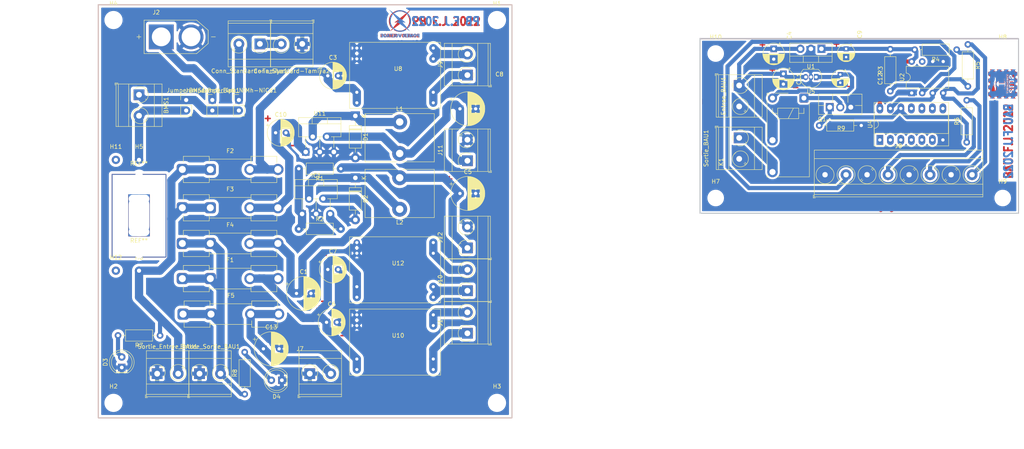
<source format=kicad_pcb>
(kicad_pcb (version 20221018) (generator pcbnew)
  (layers (0 "F.Cu" signal) (31 "B.Cu" signal) (34 "B.Paste" user) (35 "F.Paste" user) (36 "B.SilkS" user "B.Silkscreen") (37 "F.SilkS" user "F.Silkscreen") (38 "B.Mask" user) (39 "F.Mask" user) (44 "Edge.Cuts" user))
  (net 0 "")
  (net 1 "Net-(R5-Pad2)")
  (net 3 "Net-(C9-Pad1)")
  (net 4 "Net-(K1-Pad1)")
  (net 5 "GND1")
  (net 6 "Net-(C11-Pad1)")
  (net 7 "Net-(C1-Pad1)")
  (net 8 "GND")
  (net 9 "Net-(C12-Pad1)")
  (net 10 "Net-(C3-Pad1)")
  (net 11 "Net-(C6-Pad1)")
  (net 12 "5V3A")
  (net 13 "Net-(C10-Pad1)")
  (net 14 "Net-(Conn_Standard-Tamiya1-Pad1)")
  (net 15 "Net-(Conn_Standard-Tamiya1-Pad2)")
  (net 16 "Net-(D1-Pad1)")
  (net 17 "Net-(D2-Pad1)")
  (net 18 "Net-(D3-Pad2)")
  (net 19 "Net-(D4-Pad2)")
  (net 20 "Net-(F2-Pad1)")
  (net 21 "7V3A")
  (net 22 "Net-(J2-PadP)")
  (net 23 "3,7V3A")
  (net 24 "?V3A")
  (net 25 "Net-(Sortie_BAU1-Pad1)")
  (net 26 "Net-(C13-Pad1)")
  (net 27 "Net-(Q1-Pad1)")
  (net 28 "Net-(BMS1-Pad1)")
  (net 29 "Net-(BMS1-Pad2)")
  (net 30 "Net-(Entree_Sortie_BAU1-Pad2)")
  (net 31 "Net-(J9-Pad2)")
  (net 32 "5V1,5A")
  (net 33 "Net-(IC1-Pad1)")
  (net 34 "Net-(IC1-Pad5)")
  (net 35 "Net-(J1-Pad2)")
  (net 36 "Net-(J10-Pad2)")
  (net 39 "BAU")
  (net 40 "Amorçage")
  (net 41 "LED_Verte")
  (net 42 "LED_Rouge")
  (footprint "TerminalBlock_MetzConnect:TerminalBlock_MetzConnect_Type073_RT02602HBLU_1x02_P5.08mm_Horizontal" (layer "F.Cu") (at 121.575 65.875 90)
    (fp_text reference "J11")
    (fp_text value "Conn_01x02")
  )
  (footprint "Package_TO_SOT_THT:TO-220-5_P3.4x3.7mm_StaggerOdd_Lead3.8mm_Vertical" (layer "F.Cu") (at 82.48 63.75)
    (fp_text reference "U11")
    (fp_text value "LM2576T-5")
  )
  (footprint "Package_TO_SOT_THT:TO-220F-3_Vertical" (layer "F.Cu") (at 209.19 52.915)
    (fp_text reference "Q1")
    (fp_text value "IRLIZ44N")
  )
  (footprint "MountingHole:MountingHole_3mm" (layer "F.Cu") (at 36 31.815)
    (fp_text reference "H4")
    (fp_text value "MountingHole")
  )
  (footprint "Connector_PinHeader_2.54mm:PinHeader_1x02_P2.54mm_Vertical" (layer "F.Cu") (at 53.575 51.175)
    (fp_text reference "JumperBMS1")
    (fp_text value "Conn_01x02_Male")
  )
  (footprint "TerminalBlock_MetzConnect:TerminalBlock_MetzConnect_Type073_RT02602HBLU_1x02_P5.08mm_Horizontal" (layer "F.Cu") (at 121.575 97.345 90)
    (fp_text reference "J10")
    (fp_text value "Conn_01x02")
  )
  (footprint "TerminalBlock_MetzConnect:TerminalBlock_MetzConnect_Type073_RT02602HBLU_1x02_P5.08mm_Horizontal" (layer "F.Cu") (at 121.575 86.985 90)
    (fp_text reference "J12")
    (fp_text value "Conn_01x02")
  )
  (footprint "Capacitor_THT:CP_Radial_D6.3mm_P2.50mm" (layer "F.Cu") (at 87.817621 92.2)
    (fp_text reference "C7")
    (fp_text value "100u")
  )
  (footprint "LM2596-Dsun:LM2596-Dsun" (layer "F.Cu") (at 93.1077 101.8077)
    (fp_text reference "U10")
    (fp_text value "LM2596-Dsun")
  )
  (footprint "MountingHole:MountingHole_3mm" (layer "F.Cu") (at 181.6075 74.9)
    (fp_text reference "H7")
    (fp_text value "MountingHole")
  )
  (footprint "MountingHole:MountingHole_3mm" (layer "F.Cu") (at 128.725 31.815)
    (fp_text reference "H1")
    (fp_text value "MountingHole")
  )
  (footprint "" (layer "F.Cu") (at 42.175 83.1 -90)
    (fp_text reference "")
    (fp_text value "")
  )
  (footprint "MountingHole:MountingHole_2.2mm_M2_Pad" (layer "F.Cu") (at 42.175 65.665)
    (fp_text reference "H5")
    (fp_text value "MountingHole_Pad")
  )
  (footprint "TerminalBlock_MetzConnect:TerminalBlock_MetzConnect_Type073_RT02602HBLU_1x02_P5.08mm_Horizontal" (layer "F.Cu") (at 81.645 37.59 180)
    (fp_text reference "Conn_Standard-Tamiya2")
    (fp_text value "Conn_01x02")
  )
  (footprint "MountingHole:MountingHole_3mm" (layer "F.Cu") (at 128.725 124.49)
    (fp_text reference "H3")
    (fp_text value "MountingHole")
  )
  (footprint "Resistor_THT:R_Axial_DIN0207_L6.3mm_D2.5mm_P10.16mm_Horizontal" (layer "F.Cu") (at 90.96 67.8 180)
    (fp_text reference "R1")
    (fp_text value "6.8k")
  )
  (footprint "MountingHole:MountingHole_2.1mm" (layer "F.Cu") (at 42.175 88.4)
    (fp_text reference "REF**")
    (fp_text value "MountingHole_2.1mm")
  )
  (footprint "Package_TO_SOT_THT:TO-220-3_Vertical" (layer "F.Cu") (at 207.175 38.7875 180)
    (fp_text reference "U1")
    (fp_text value "L78L05_TO92")
  )
  (footprint "LED_THT:LED_D5.0mm" (layer "F.Cu") (at 38 115.925 90)
    (fp_text reference "D3")
    (fp_text value "LED")
  )
  (footprint "MountingHole:MountingHole_2.2mm_M2_Pad" (layer "F.Cu") (at 36.575 65.665)
    (fp_text reference "H11")
    (fp_text value "MountingHole_Pad")
  )
  (footprint "Fuse:Fuseholder_Clip-5x20mm_Keystone_3517_Inline_P23.11x6.76mm_D1.70mm_Horizontal" (layer "F.Cu") (at 52.645 85.9)
    (fp_text reference "F4")
    (fp_text value "1,5A")
  )
  (footprint "Resistor_THT:R_Axial_DIN0207_L6.3mm_D2.5mm_P10.16mm_Horizontal" (layer "F.Cu") (at 206.65 57.34)
    (fp_text reference "R9")
    (fp_text value "10k")
  )
  (footprint "XT60-M:AMASS_XT60-M" (layer "F.Cu") (at 51.15 35.89)
    (fp_text reference "J2")
    (fp_text value "XT60-M")
  )
  (footprint "Resistor_THT:R_Axial_DIN0207_L6.3mm_D2.5mm_P10.16mm_Horizontal" (layer "F.Cu") (at 67.725 122.375 90)
    (fp_text reference "R8")
    (fp_text value "500k")
  )
  (footprint "Capacitor_THT:CP_Radial_D8.0mm_P3.80mm" (layer "F.Cu") (at 119.772349 73.8)
    (fp_text reference "C5")
    (fp_text value "1000u")
  )
  (footprint "MountingHole:MountingHole_3mm" (layer "F.Cu") (at 36 124.49)
    (fp_text reference "H2")
    (fp_text value "MountingHole")
  )
  (footprint "" (layer "F.Cu") (at 42.175 79.1)
    (fp_text reference "")
    (fp_text value "")
  )
  (footprint "Diode_THT:D_DO-41_SOD81_P10.16mm_Horizontal" (layer "F.Cu") (at 94.4827 55.02 -90)
    (fp_text reference "D1")
    (fp_text value "1N5819")
  )
  (footprint "MountingHole:MountingHole_3mm" (layer "F.Cu") (at 251.01 74.9)
    (fp_text reference "H9")
    (fp_text value "MountingHole")
  )
  (footprint "Capacitor_THT:CP_Radial_D5.0mm_P2.50mm" (layer "F.Cu") (at 197.98 44.837388 -90)
    (fp_text reference "C11")
    (fp_text value "0,47u")
  )
  (footprint "TerminalBlock_MetzConnect:TerminalBlock_MetzConnect_Type073_RT02602HBLU_1x02_P5.08mm_Horizontal" (layer "F.Cu") (at 46.5615 117.425)
    (fp_text reference "Sortie_Entree_BAU1")
    (fp_text value "Conn_01x02")
  )
  (footprint "LM2596-Dsun:LM2596-Dsun" (layer "F.Cu") (at 93.1077 84.3077)
    (fp_text reference "U12")
    (fp_text value "LM2596-Dsun")
  )
  (footprint "MountingHole:MountingHole_2.2mm_M2_Pad" (layer "F.Cu") (at 42.175 92.49)
    (fp_text reference "H6")
    (fp_text value "MountingHole_Pad")
  )
  (footprint "TerminalBlock_Phoenix:TerminalBlock_Phoenix_MKDS-3-8-5.08_1x08_P5.08mm_Horizontal" (layer "F.Cu") (at 208.05 69.26)
    (fp_text reference "J8")
    (fp_text value "Screw_Terminal_01x08")
  )
  (footprint "Capacitor_THT:CP_Radial_D6.3mm_P2.50mm" (layer "F.Cu") (at 75.2 59.1)
    (fp_text reference "C10")
    (fp_text value "100u")
  )
  (footprint "TerminalBlock_MetzConnect:TerminalBlock_MetzConnect_Type073_RT02602HBLU_1x02_P5.08mm_Horizontal" (layer "F.Cu") (at 187.29 60.34 -90)
    (fp_text reference "Sortie_BAU1")
    (fp_text value "Conn_01x02")
  )
  (footprint "MountingHole:MountingHole_3mm" (layer "F.Cu") (at 251.01 39.9275)
    (fp_text reference "H8")
    (fp_text value "MountingHole")
  )
  (footprint "TerminalBlock_MetzConnect:TerminalBlock_MetzConnect_Type073_RT02602HBLU_1x02_P5.08mm_Horizontal" (layer "F.Cu") (at 83.455 117.425)
    (fp_text reference "J7")
    (fp_text value "Conn_01x02")
  )
  (footprint "Resistor_THT:R_Axial_DIN0207_L6.3mm_D2.5mm_P10.16mm_Horizontal" (layer "F.Cu") (at 80.8 82.375)
    (fp_text reference "R2")
    (fp_text value "68k")
  )
  (footprint "LED_THT:LED_D5.0mm" (layer "F.Cu") (at 76.71 119.01 180)
    (fp_text reference "D4")
    (fp_text value "LED")
  )
  (footprint "Package_DIP:DIP-14_W7.62mm_Socket_LongPads" (layer "F.Cu") (at 221.3025 60.84125 90)
    (fp_text reference "U4")
    (fp_text value "74LS04")
  )
  (footprint "TerminalBlock_MetzConnect:TerminalBlock_MetzConnect_Type073_RT02602HBLU_1x02_P5.08mm_Horizontal" (layer "F.Cu") (at 187.29 47.653214 -90)
    (fp_text reference "Entree_BAU1")
    (fp_text value "Conn_01x02")
  )
  (footprint "Resistor_THT:R_Axial_DIN0207_L6.3mm_D2.5mm_P10.16mm_Horizontal" (layer "F.Cu") (at 223.8275 49.03875 90)
    (fp_text reference "R3")
    (fp_text value "10k")
  )
  (footprint "Connector_PinHeader_2.54mm:PinHeader_1x02_P2.54mm_Vertical" (layer "F.Cu") (at 66.32 51.175)
    (fp_text reference "JumperBatt_NiMh-NiCd1")
    (fp_text value "Conn_01x02_Male")
  )
  (footprint "Capacitor_THT:CP_Radial_D8.0mm_P3.80mm" (layer "F.Cu") (at 72.247349 111.4)
    (fp_text reference "C13")
    (fp_text value "1000u")
  )
  (footprint "Resistor_THT:R_Axial_DIN0207_L6.3mm_D2.5mm_P10.16mm_Horizontal" (layer "F.Cu") (at 47.255 108.175 180)
    (fp_text reference "R7")
    (fp_text value "500k")
  )
  (footprint "Package_TO_SOT_THT:TO-92_Inline" (layer "F.Cu") (at 205.905 45.6125 180)
    (fp_text reference "U5")
    (fp_text value "L78L12_TO92")
  )
  (footprint "Capacitor_THT:CP_Radial_D8.0mm_P3.80mm" (layer "F.Cu") (at 119.772349 53.3)
    (fp_text reference "C8")
    (fp_text value "1000u")
  )
  (footprint "Diode_THT:D_DO-41_SOD81_P10.16mm_Horizontal" (layer "F.Cu") (at 94.4827 70.02 -90)
    (fp_text reference "D2")
    (fp_text value "1N5819")
  )
  (footprint "MountingHole:MountingHole_2.1mm" (layer "F.Cu") (at 42.175 69.75)
    (fp_text reference "REF**")
    (fp_text value "MountingHole_2.1mm")
  )
  (footprint "Fuse:Fuseholder_Clip-5x20mm_Keystone_3517_Inline_P23.11x6.76mm_D1.70mm_Horizontal" (layer "F.Cu") (at 52.645 77.26)
    (fp_text reference "F3")
    (fp_text value "2.5A")
  )
  (footprint "Fuse:Fuseholder_Clip-5x20mm_Keystone_3517_Inline_P23.11x6.76mm_D1.70mm_Horizontal" (layer "F.Cu") (at 52.82 103)
    (fp_text reference "F5")
    (fp_text value "4A")
  )
  (footprint "Capacitor_THT:CP_Radial_D8.0mm_P3.50mm" (layer "F.Cu") (at 80.247349 98)
    (fp_text reference "C1")
    (fp_text value "330u")
  )
  (footprint "Capacitor_THT:CP_Radial_D6.3mm_P2.50mm" (layer "F.Cu") (at 87.517621 104.9827)
    (fp_text reference "C6")
    (fp_text value "100u")
  )
  (footprint "MountingHole:MountingHole_3mm" (layer "F.Cu") (at 181.6075 39.9275)
    (fp_text reference "H10")
    (fp_text value "MountingHole")
  )
  (footprint "Resistor_THT:R_Axial_DIN0207_L6.3mm_D2.5mm_P10.16mm_Horizontal" (layer "F.Cu") (at 242.31 61.4 90)
    (fp_text reference "R6")
    (fp_text value "220")
  )
  (footprint "Capacitor_THT:CP_Radial_D5.0mm_P2.50mm" (layer "F.Cu") (at 195.64 38.7875 -90)
    (fp_text reference "C4")
    (fp_text value "0,47u")
  )
  (footprint "TerminalBlock_MetzConnect:TerminalBlock_MetzConnect_Type073_RT02602HBLU_1x02_P5.08mm_Horizontal" (layer "F.Cu") (at 121.575 107.645 90)
    (fp_text reference "J1")
    (fp_text value "Conn_01x02")
  )
  (footprint "MountingHole:MountingHole_2.2mm_M2_Pad" (layer "F.Cu") (at 36.575 92.49)
    (fp_text reference "H12")
    (fp_text value "MountingHole_Pad")
  )
  (footprint "Capacitor_THT:CP_Radial_D6.3mm_P2.50mm" (layer "F.Cu") (at 87.817621 45.3)
    (fp_text reference "C3")
    (fp_text value "100u")
  )
  (footprint "Capacitor_THT:CP_Radial_D4.0mm_P2.00mm" (layer "F.Cu") (at 211.73 44.999901 -90)
    (fp_text reference "C12")
    (fp_text value "0,1u")
  )
  (footprint "Inductor_THT:L_Toroid_Vertical_L16.5mm_W11.4mm_P7.62mm_Pulse_KM-2" (layer "F.Cu") (at 105.2 56.5)
    (fp_text reference "L1")
    (fp_text value "100u")
  )
  (footprint "Resistor_THT:R_Axial_DIN0207_L6.3mm_D2.5mm_P10.16mm_Horizontal" (layer "F.Cu") (at 239.88 38.99 180)
    (fp_text reference "R4")
    (fp_text value "10k")
  )
  (footprint "LM2596-Dsun:LM2596-Dsun" (layer "F.Cu") (at 93.1077 37.24)
    (fp_text reference "U8")
    (fp_text value "LM2596-Dsun")
  )
  (footprint "Connector_PinHeader_2.54mm:PinHeader_1x02_P2.54mm_Vertical" (layer "F.Cu") (at 59.9 51.175)
    (fp_text reference "JumperBatt_Lipo1")
    (fp_text value "Conn_01x02_Male")
  )
  (footprint "TerminalBlock_MetzConnect:TerminalBlock_MetzConnect_Type073_RT02602HBLU_1x02_P5.08mm_Horizontal" (layer "F.Cu") (at 71.4 37.59 180)
    (fp_text reference "Conn_Standard-Tamiya1")
    (fp_text value "Conn_01x02")
  )
  (footprint "Package_DIP:DIP-8_W7.62mm" (layer "F.Cu") (at 229.0025 49.48125 90)
    (fp_text reference "U2")
    (fp_text value "NE555P")
  )
  (footprint "" (layer "F.Cu") (at 42.175 75.1 -90)
    (fp_text reference "")
    (fp_text value "")
  )
  (footprint "Package_TO_SOT_THT:TO-220-5_P3.4x3.7mm_StaggerOdd_Lead3.8mm_Vertical" (layer "F.Cu") (at 81.6 78.75)
    (fp_text reference "IC1")
    (fp_text value "MC34167TG")
  )
  (footprint "TerminalBlock_MetzConnect:TerminalBlock_MetzConnect_Type073_RT02602HBLU_1x02_P5.08mm_Horizontal" (layer "F.Cu") (at 42.175 49.905 -90)
    (fp_text reference "BMS1")
    (fp_text value "Conn_01x02")
  )
  (footprint "Relay_THT:Relay_SPST_TE_PCH-1xxx2M" (layer "F.Cu") (at 202.945 50.705 -90)
    (fp_text reference "K1")
    (fp_text value "TE_PCH-1xxx2M")
  )
  (footprint "Fuse:Fuseholder_Clip-5x20mm_Keystone_3517_Inline_P23.11x6.76mm_D1.70mm_Horizontal" (layer "F.Cu") (at 52.645 67.985)
    (fp_text reference "F2")
    (fp_text value "1A")
  )
  (footprint "Resistor_THT:R_Axial_DIN0207_L6.3mm_D2.5mm_P10.16mm_Horizontal" (layer "F.Cu") (at 242.59 37.72 -90)
    (fp_text reference "R5")
    (fp_text value "220")
  )
  (footprint "Capacitor_THT:CP_Radial_D4.0mm_P2.00mm" (layer "F.Cu") (at 213.15 38.7875 -90)
    (fp_text reference "C9")
    (fp_text value "0,1u")
  )
  (footprint "TerminalBlock_MetzConnect:TerminalBlock_MetzConnect_Type073_RT02602HBLU_1x02_P5.08mm_Horizontal" (layer "F.Cu") (at 121.575 45.145 90)
    (fp_text reference "J9")
    (fp_text value "Conn_01x02")
  )
  (footprint "Fuse:Fuseholder_Clip-5x20mm_Keystone_3517_Inline_P23.11x6.76mm_D1.70mm_Horizontal" (layer "F.Cu") (at 52.645 94.4)
    (fp_text reference "F1")
    (fp_text value "1A")
  )
  (footprint "TerminalBlock_MetzConnect:TerminalBlock_MetzConnect_Type073_RT02602HBLU_1x02_P5.08mm_Horizontal" (layer "F.Cu") (at 56.8 117.425)
    (fp_text reference "Entree_Sortie_BAU1")
    (fp_text value "Conn_01x02")
  )
  (footprint "Inductor_THT:L_Toroid_Vertical_L16.5mm_W11.4mm_P7.62mm_Pulse_KM-2" (layer "F.Cu") (at 105.2 77.61 180)
    (fp_text reference "L2")
    (fp_text value "100u")
  )
  (gr_poly (pts (xy 101.744919 35.146401) (xy 101.755778 35.146837) (xy 101.765867 35.147468) (xy 101.775314 35.148323) (xy 101.784247 35.149432) (xy 101.792792 35.150824) (xy 101.801077 35.152527) (xy 101.80923 35.15457) (xy 101.817378 35.156983) (xy 101.825648 35.159794) (xy 101.834168 35.163034) (xy 101.843066 35.16673) (xy 101.852468 35.170912) (xy 101.873298 35.180849) (xy 101.892781 35.19112) (xy 101.91135 35.2023) (xy 101.929004 35.214387) (xy 101.945741 35.22738) (xy 101.961562 35.241276) (xy 101.976463 35.256076) (xy 101.990445 35.271776) (xy 102.003506 35.288375) (xy 102.015645 35.305872) (xy 102.026861 35.324265) (xy 102.037152 35.343552) (xy 102.046517 35.363732) (xy 102.054956 35.384804) (xy 102.062467 35.406765) (xy 102.069048 35.429614) (xy 102.074699 35.45335) (xy 102.077399 35.468569) (xy 102.07951 35.486015) (xy 102.081049 35.505358) (xy 102.082033 35.52627) (xy 102.082481 35.548418) (xy 102.08241 35.571475) (xy 102.080784 35.618991) (xy 102.077298 35.666179) (xy 102.074901 35.688825) (xy 102.072093 35.710399) (xy 102.06889 35.730571) (xy 102.065312 35.749012) (xy 102.061375 35.765391) (xy 102.057098 35.779379) (xy 102.049213 35.800101) (xy 102.040339 35.820112) (xy 102.030511 35.839375) (xy 102.019764 35.857856) (xy 102.008132 35.87552) (xy 101.995652 35.89233) (xy 101.982357 35.908252) (xy 101.968284 35.92325) (xy 101.953467 35.93729) (xy 101.937942 35.950335) (xy 101.921743 35.962351) (xy 101.904906 35.973302) (xy 101.887465 35.983153) (xy 101.869457 35.991869) (xy 101.850915 35.999414) (xy 101.831876 36.005754) (xy 101.819004 36.009151) (xy 101.804888 36.012107) (xy 101.789726 36.01462) (xy 101.773716 36.01669) (xy 101.757056 36.018316) (xy 101.739946 36.019497) (xy 101.722582 36.020233) (xy 101.705163 36.020522) (xy 101.687888 36.020365) (xy 101.670954 36.019759) (xy 101.65456 36.018706) (xy 101.638904 36.017202) (xy 101.624185 36.015249) (xy 101.610599 36.012845) (xy 101.598347 36.009989) (xy 101.587625 36.006681) (xy 101.587625 36.006682) (xy 101.574829 36.001869) (xy 101.562356 35.996691) (xy 101.550207 35.991148) (xy 101.538381 35.985241) (xy 101.526878 35.978969) (xy 101.5157 35.972333) (xy 101.504845 35.965333) (xy 101.494315 35.95797) (xy 101.48411 35.950244) (xy 101.474229 35.942156) (xy 101.464673 35.933704) (xy 101.455443 35.924891) (xy 101.446538 35.915716) (xy 101.437958 35.906179) (xy 101.429705 35.89628) (xy 101.421778 35.886021) (xy 101.414177 35.875401) (xy 101.406902 35.864421) (xy 101.399955 35.853081) (xy 101.393334 35.84138) (xy 101.387041 35.829321) (xy 101.381075 35.816902) (xy 101.370126 35.790987) (xy 101.36049 35.763639) (xy 101.352168 35.734861) (xy 101.345162 35.704654) (xy 101.339474 35.67302) (xy 101.335377 35.640976) (xy 101.333035 35.609053) (xy 101.332848 35.59948) (xy 101.557007 35.59948) (xy 101.557437 35.628567) (xy 101.55874 35.655441) (xy 101.560947 35.680204) (xy 101.564088 35.702954) (xy 101.568194 35.723792) (xy 101.573296 35.742818) (xy 101.579425 35.760132) (xy 101.586612 35.775833) (xy 101.594888 35.790022) (xy 101.604284 35.802798) (xy 101.614831 35.814262) (xy 101.626559 35.824514) (xy 101.639499 35.833653) (xy 101.653683 35.84178) (xy 101.661748 35.845594) (xy 101.67001 35.848815) (xy 101.67844 35.851446) (xy 101.687008 35.853489) (xy 101.695687 35.854944) (xy 101.704447 35.855815) (xy 101.71326 35.856103) (xy 101.722095 35.85581) (xy 101.730925 35.854937) (xy 101.739721 35.853488) (xy 101.748453 35.851463) (xy 101.757092 35.848865) (xy 101.76561 35.845696) (xy 101.773978 35.841957) (xy 101.782167 35.83765) (xy 101.790147 35.832777) (xy 101.790148 35.832777) (xy 101.794903 35.829496) (xy 101.799481 35.825997) (xy 101.803884 35.822274) (xy 101.808113 35.818321) (xy 101.812171 35.814132) (xy 101.816059 35.809702) (xy 101.819778 35.805026) (xy 101.823332 35.800096) (xy 101.82672 35.794908) (xy 101.829946 35.789456) (xy 101.83301 35.783734) (xy 101.835914 35.777736) (xy 101.838661 35.771457) (xy 101.841252 35.764891) (xy 101.843689 35.758031) (xy 101.845972 35.750873) (xy 101.848105 35.743411) (xy 101.850089 35.735638) (xy 101.851926 35.727549) (xy 101.853617 35.719139) (xy 101.856569 35.70133) (xy 101.858959 35.682166) (xy 101.860801 35.6616) (xy 101.86211 35.639586) (xy 101.862898 35.616079) (xy 101.86318 35.591032) (xy 101.862759 35.556459) (xy 101.86138 35.524519) (xy 101.859005 35.495143) (xy 101.855598 35.468259) (xy 101.851124 35.443798) (xy 101.845546 35.421688) (xy 101.838827 35.40186) (xy 101.830933 35.384242) (xy 101.821826 35.368765) (xy 101.816806 35.361807) (xy 101.81147 35.355358) (xy 101.805813 35.349409) (xy 101.79983 35.34395) (xy 101.793516 35.338974) (xy 101.786868 35.334472) (xy 101.77988 35.330434) (xy 101.772549 35.326851) (xy 101.756837 35.321019) (xy 101.739695 35.316905) (xy 101.721087 35.314438) (xy 101.711323 35.313804) (xy 101.701889 35.313616) (xy 101.692783 35.313878) (xy 101.684003 35.314594) (xy 101.675544 35.315767) (xy 101.667405 35.317401) (xy 101.659582 35.3195) (xy 101.652073 35.322068) (xy 101.644875 35.325109) (xy 101.637984 35.328626) (xy 101.6314 35.332624) (xy 101.625117 35.337106) (xy 101.619134 35.342075) (xy 101.613448 35.347536) (xy 101.608056 35.353493) (xy 101.602955 35.359949) (xy 101.598143 35.366908) (xy 101.593616 35.374375) (xy 101.589371 35.382352) (xy 101.585407 35.390843) (xy 101.58172 35.399853) (xy 101.578307 35.409386) (xy 101.575165 35.419444) (xy 101.572292 35.430032) (xy 101.569685 35.441154) (xy 101.567341 35.452813) (xy 101.565256 35.465014) (xy 101.56343 35.477759) (xy 101.560537 35.504901) (xy 101.55864 35.534269) (xy 101.557418 35.56808) (xy 101.557007 35.59948) (xy 101.332848 35.59948) (xy 101.332416 35.577362) (xy 101.333488 35.546013) (xy 101.33622 35.515114) (xy 101.340579 35.484776) (xy 101.346534 35.455108) (xy 101.354053 35.426219) (xy 101.363103 35.39822) (xy 101.373654 35.371219) (xy 101.385672 35.345326) (xy 101.399127 35.320652) (xy 101.413985 35.297304) (xy 101.430216 35.275394) (xy 101.447787 35.25503) (xy 101.466667 35.236322) (xy 101.480239 35.224377) (xy 101.493802 35.213384) (xy 101.507422 35.203319) (xy 101.521167 35.194157) (xy 101.535105 35.185876) (xy 101.549302 35.17845) (xy 101.563827 35.171857) (xy 101.578746 35.166071) (xy 101.594127 35.16107) (xy 101.610037 35.156828) (xy 101.626543 35.153323) (xy 101.643714 35.15053) (xy 101.661615 35.148425) (xy 101.680316 35.146984) (xy 101.699882 35.146183) (xy 101.720381 35.145999)) (fill solid) (layer "F.Cu"))
  (gr_poly (pts (xy 103.803773 35.238553) (xy 103.806916 35.321964) (xy 103.429316 35.321964) (xy 103.429316 35.494168) (xy 103.75314 35.494168) (xy 103.749978 35.572197) (xy 103.746816 35.650227) (xy 103.588066 35.653205) (xy 103.429316 35.656183) (xy 103.429316 35.849336) (xy 103.806011 35.849336) (xy 103.806011 36.010778) (xy 103.213814 36.010778) (xy 103.216629 35.58296) (xy 103.219443 35.155142) (xy 103.800629 35.155142)) (fill solid) (layer "F.Cu"))
  (gr_poly (pts (xy 105.332392 29.458807) (xy 105.49417 29.472161) (xy 105.656951 29.495114) (xy 105.711346 29.505661) (xy 105.772436 29.519755) (xy 105.838216 29.536803) (xy 105.90668 29.556213) (xy 105.97582 29.577395) (xy 106.043632 29.599755) (xy 106.10811 29.622703) (xy 106.167246 29.645646) (xy 106.245825 29.680289) (xy 106.333008 29.722991) (xy 106.422875 29.770328) (xy 106.509507 29.818879) (xy 106.586984 29.86522) (xy 106.649386 29.905927) (xy 106.673083 29.923099) (xy 106.690792 29.937579) (xy 106.701773 29.94894) (xy 106.704509 29.953316) (xy 106.705285 29.956752) (xy 106.70512 29.9574) (xy 106.704716 29.958229) (xy 106.704081 29.959234) (xy 106.703219 29.960409) (xy 106.700841 29.963251) (xy 106.697631 29.96671) (xy 106.693636 29.970745) (xy 106.688905 29.975311) (xy 106.683485 29.980366) (xy 106.677424 29.985867) (xy 106.670771 29.99177) (xy 106.663574 29.998033) (xy 106.647738 30.011466) (xy 106.6303 30.02582) (xy 106.611644 30.040751) (xy 106.518858 30.113988) (xy 106.400996 30.044026) (xy 106.346909 30.012274) (xy 106.298655 29.984792) (xy 106.254611 29.960773) (xy 106.21316 29.939407) (xy 106.172681 29.919886) (xy 106.131554 29.901403) (xy 106.08816 29.883148) (xy 106.040877 29.864313) (xy 105.986042 29.843749) (xy 105.929879 29.824259) (xy 105.8727 29.805931) (xy 105.814818 29.788852) (xy 105.756545 29.773111) (xy 105.698192 29.758797) (xy 105.640073 29.745996) (xy 105.582499 29.734799) (xy 105.547327 29.729006) (xy 105.509287 29.723815) (xy 105.426169 29.715275) (xy 105.336281 29.709251) (xy 105.242756 29.705811) (xy 105.14873 29.705028) (xy 105.057336 29.706972) (xy 104.97171 29.711713) (xy 104.894986 29.719321) (xy 104.753031 29.741664) (xy 104.61392 29.772102) (xy 104.477902 29.810463) (xy 104.345227 29.856577) (xy 104.216142 29.910272) (xy 104.090897 29.971376) (xy 103.96974 30.039719) (xy 103.852919 30.11513) (xy 103.740684 30.197437) (xy 103.633282 30.286469) (xy 103.530963 30.382056) (xy 103.433974 30.484024) (xy 103.342566 30.592205) (xy 103.256986 30.706426) (xy 103.177483 30.826515) (xy 103.104306 30.952303) (xy 103.08137 30.995925) (xy 103.05919 31.041028) (xy 103.037803 31.087494) (xy 103.017246 31.135209) (xy 102.997554 31.184057) (xy 102.978764 31.233921) (xy 102.960914 31.284686) (xy 102.944039 31.336235) (xy 102.928176 31.388453) (xy 102.913361 31.441225) (xy 102.899632 31.494433) (xy 102.887025 31.547963) (xy 102.875576 31.601698) (xy 102.865321 31.655522) (xy 102.856299 31.70932) (xy 102.848544 31.762976) (xy 102.843107 31.820271) (xy 102.839514 31.892869) (xy 102.83772 31.975868) (xy 102.83768 32.064366) (xy 102.839349 32.15346) (xy 102.842682 32.238249) (xy 102.847633 32.31383) (xy 102.854159 32.375302) (xy 102.861639 32.425091) (xy 102.870324 32.475059) (xy 102.88019 32.525123) (xy 102.891208 32.575203) (xy 102.903354 32.625217) (xy 102.916601 32.675086) (xy 102.930922 32.724727) (xy 102.946292 32.774059) (xy 102.962685 32.823003) (xy 102.980074 32.871476) (xy 102.998433 32.919397) (xy 103.017736 32.966686) (xy 103.037957 33.013262) (xy 103.059069 33.059042) (xy 103.081046 33.103948) (xy 103.103863 33.147896) (xy 103.129051 33.193396) (xy 103.157532 33.242061) (xy 103.188261 33.292281) (xy 103.220189 33.342443) (xy 103.252273 33.390933) (xy 103.283465 33.436141) (xy 103.312718 33.476454) (xy 103.338988 33.510259) (xy 103.346323 33.519531) (xy 103.353166 33.528685) (xy 103.359367 33.537483) (xy 103.364777 33.54569) (xy 103.369245 33.553069) (xy 103.371079 33.556374) (xy 103.372621 33.559384) (xy 103.373854 33.562068) (xy 103.374757 33.564398) (xy 103.375313 33.566344) (xy 103.375503 33.567876) (xy 103.375106 33.569791) (xy 103.373948 33.572532) (xy 103.369539 33.580265) (xy 103.362664 33.590607) (xy 103.353707 33.603094) (xy 103.33109 33.632638) (xy 103.304774 33.665168) (xy 103.277846 33.696957) (xy 103.253389 33.724278) (xy 103.243053 33.735099) (xy 103.234491 33.743405) (xy 103.22809 33.74873) (xy 103.22582 33.750129) (xy 103.224236 33.750608) (xy 103.223648 33.750478) (xy 103.222867 33.750092) (xy 103.2219 33.749456) (xy 103.22075 33.748576) (xy 103.217929 33.746113) (xy 103.214448 33.742753) (xy 103.210352 33.738547) (xy 103.205685 33.733546) (xy 103.200492 33.727801) (xy 103.194818 33.721364) (xy 103.182201 33.706615) (xy 103.168192 33.689709) (xy 103.153147 33.671052) (xy 103.137421 33.651053) (xy 103.083421 33.579185) (xy 103.032214 33.506228) (xy 102.983794 33.43217) (xy 102.938156 33.356997) (xy 102.895294 33.280695) (xy 102.855203 33.203251) (xy 102.817877 33.124651) (xy 102.783309 33.044881) (xy 102.751496 32.963927) (xy 102.72243 32.881777) (xy 102.696106 32.798415) (xy 102.672519 32.713829) (xy 102.651663 32.628005) (xy 102.633532 32.540929) (xy 102.618121 32.452587) (xy 102.605424 32.362967) (xy 102.598259 32.287973) (xy 102.59366 32.200546) (xy 102.591564 32.104821) (xy 102.591907 32.004936) (xy 102.594625 31.905025) (xy 102.599656 31.809224) (xy 102.606936 31.72167) (xy 102.616401 31.646498) (xy 102.633854 31.547921) (xy 102.655356 31.449912) (xy 102.680826 31.352636) (xy 102.71018 31.256252) (xy 102.743337 31.160924) (xy 102.780214 31.066813) (xy 102.82073 30.974081) (xy 102.864803 30.88289) (xy 102.91235 30.793401) (xy 102.963289 30.705778) (xy 103.017539 30.620181) (xy 103.075016 30.536772) (xy 103.13564 30.455714) (xy 103.199327 30.377168) (xy 103.265997 30.301297) (xy 103.335566 30.228262) (xy 103.452785 30.116878) (xy 103.575076 30.013808) (xy 103.702149 29.919143) (xy 103.833712 29.832975) (xy 103.969475 29.755395) (xy 104.109148 29.686495) (xy 104.25244 29.626368) (xy 104.39906 29.575104) (xy 104.548717 29.532796) (xy 104.701121 29.499536) (xy 104.855982 29.475415) (xy 105.013007 29.460526) (xy 105.171908 29.454959)) (fill solid) (layer "F.Cu"))
  (gr_poly (pts (xy 107.750545 35.316583) (xy 107.624083 35.319616) (xy 107.497622 35.322647) (xy 107.497622 36.010778) (xy 107.282367 36.010778) (xy 107.282367 35.666371) (xy 107.282367 35.321964) (xy 107.033919 35.321964) (xy 107.037063 35.238553) (xy 107.040206 35.155142) (xy 107.750545 35.155142)) (fill solid) (layer "F.Cu"))
  (gr_poly (pts (xy 108.942667 35.144699) (xy 108.96301 35.146102) (xy 108.983061 35.148293) (xy 109.002671 35.151277) (xy 109.021691 35.155057) (xy 109.039973 35.159637) (xy 109.057367 35.165021) (xy 109.066801 35.168444) (xy 109.076079 35.172194) (xy 109.085194 35.176264) (xy 109.094143 35.180649) (xy 109.111518 35.190337) (xy 109.128162 35.201207) (xy 109.144033 35.213207) (xy 109.159089 35.226288) (xy 109.173289 35.240399) (xy 109.18659 35.255488) (xy 109.198952 35.271506) (xy 109.210331 35.288402) (xy 109.220688 35.306125) (xy 109.229978 35.324625) (xy 109.238162 35.34385) (xy 109.245196 35.363751) (xy 109.25104 35.384276) (xy 109.255652 35.405375) (xy 109.262168 35.440354) (xy 109.049847 35.440354) (xy 109.043103 35.404406) (xy 109.042273 35.400609) (xy 109.041185 35.396655) (xy 109.039857 35.392575) (xy 109.038306 35.388401) (xy 109.036551 35.384165) (xy 109.034608 35.379898) (xy 109.032495 35.375632) (xy 109.03023 35.371398) (xy 109.027831 35.36723) (xy 109.025315 35.363157) (xy 109.0227 35.359213) (xy 109.020003 35.355428) (xy 109.017242 35.351834) (xy 109.014435 35.348464) (xy 109.011598 35.345349) (xy 109.008751 35.34252) (xy 109.005081 35.339344) (xy 109.001049 35.336358) (xy 108.996681 35.333562) (xy 108.992 35.330957) (xy 108.987031 35.328545) (xy 108.981797 35.326325) (xy 108.970633 35.322464) (xy 108.958702 35.31938) (xy 108.946198 35.317077) (xy 108.933314 35.315561) (xy 108.920243 35.314837) (xy 108.907179 35.314908) (xy 108.894316 35.315781) (xy 108.881846 35.317459) (xy 108.869965 35.319948) (xy 108.858864 35.323253) (xy 108.853667 35.325213) (xy 108.848738 35.327378) (xy 108.8441 35.32975) (xy 108.839779 35.332328) (xy 108.835799 35.335114) (xy 108.832182 35.338108) (xy 108.822277 35.347499) (xy 108.813307 35.356981) (xy 108.80916 35.361802) (xy 108.80523 35.366699) (xy 108.801514 35.371692) (xy 108.798005 35.376798) (xy 108.794699 35.382035) (xy 108.791591 35.387421) (xy 108.788674 35.392975) (xy 108.785945 35.398714) (xy 108.783397 35.404657) (xy 108.781026 35.410821) (xy 108.778826 35.417225) (xy 108.776793 35.423887) (xy 108.77492 35.430824) (xy 108.773204 35.438056) (xy 108.771638 35.445599) (xy 108.770218 35.453472) (xy 108.767793 35.470281) (xy 108.765887 35.488627) (xy 108.76446 35.508654) (xy 108.763469 35.530507) (xy 108.762874 35.55433) (xy 108.762632 35.580269) (xy 108.762694 35.619912) (xy 108.763245 35.652257) (xy 108.764449 35.678611) (xy 108.765348 35.68995) (xy 108.766472 35.700283) (xy 108.767841 35.709773) (xy 108.769477 35.718584) (xy 108.7714 35.726879) (xy 108.77363 35.734822) (xy 108.776188 35.742576) (xy 108.779095 35.750306) (xy 108.786036 35.766346) (xy 108.788968 35.772377) (xy 108.79211 35.778227) (xy 108.795454 35.783893) (xy 108.798997 35.789372) (xy 108.802734 35.794661) (xy 108.806659 35.799759) (xy 108.810767 35.804661) (xy 108.815053 35.809366) (xy 108.819512 35.813871) (xy 108.824139 35.818173) (xy 108.828929 35.822269) (xy 108.833876 35.826158) (xy 108.838976 35.829835) (xy 108.844224 35.833299) (xy 108.849613 35.836547) (xy 108.85514 35.839576) (xy 108.860799 35.842383) (xy 108.866585 35.844966) (xy 108.872493 35.847323) (xy 108.878517 35.84945) (xy 108.884653 35.851344) (xy 108.890896 35.853004) (xy 108.89724 35.854427) (xy 108.903681 35.855609) (xy 108.910212 35.856548) (xy 108.91683 35.857242) (xy 108.923529 35.857688) (xy 108.930304 35.857883) (xy 108.937149 35.857824) (xy 108.94406 35.85751) (xy 108.951032 35.856936) (xy 108.958059 35.856101) (xy 108.972345 35.854035) (xy 108.98504 35.851918) (xy 108.996237 35.849651) (xy 109.006028 35.84714) (xy 109.010426 35.845762) (xy 109.014506 35.844287) (xy 109.018281 35.842703) (xy 109.021762 35.840997) (xy 109.024961 35.839158) (xy 109.027889 35.837173) (xy 109.030558 35.835031) (xy 109.032979 35.83272) (xy 109.035165 35.830226) (xy 109.037125 35.82754) (xy 109.038873 35.824647) (xy 109.040419 35.821537) (xy 109.041775 35.818197) (xy 109.042952 35.814616) (xy 109.043963 35.81078) (xy 109.044818 35.806679) (xy 109.046109 35.797631) (xy 109.046917 35.787376) (xy 109.047334 35.775816) (xy 109.047452 35.762857) (xy 109.047452 35.698659) (xy 108.907536 35.698659) (xy 108.907536 35.547981) (xy 109.262706 35.547981) (xy 109.262706 35.725147) (xy 109.262542 35.790715) (xy 109.262142 35.817399) (xy 109.261355 35.840497) (xy 109.260051 35.860366) (xy 109.258099 35.877368) (xy 109.255369 35.891861) (xy 109.251731 35.904204) (xy 109.24953 35.909682) (xy 109.247053 35.914758) (xy 109.244283 35.919476) (xy 109.241205 35.923881) (xy 109.237802 35.928019) (xy 109.234057 35.931934) (xy 109.225478 35.939275) (xy 109.215338 35.946264) (xy 109.203506 35.953261) (xy 109.174243 35.968715) (xy 109.156369 35.977108) (xy 109.136651 35.984871) (xy 109.115337 35.991976) (xy 109.092673 35.998394) (xy 109.068907 36.004097) (xy 109.044285 36.009056) (xy 109.019053 36.013242) (xy 108.99346 36.016628) (xy 108.967751 36.019184) (xy 108.942173 36.020881) (xy 108.916974 36.021692) (xy 108.8924 36.021587) (xy 108.868698 36.020538) (xy 108.846114 36.018517) (xy 108.824897 36.015494) (xy 108.805292 36.011442) (xy 108.80529 36.011442) (xy 108.786762 36.00618) (xy 108.768446 35.99954) (xy 108.750411 35.991584) (xy 108.732726 35.982375) (xy 108.715459 35.971977) (xy 108.698678 35.960452) (xy 108.682453 35.947863) (xy 108.666851 35.934274) (xy 108.65194 35.919748) (xy 108.63779 35.904347) (xy 108.624468 35.888134) (xy 108.612043 35.871173) (xy 108.600583 35.853527) (xy 108.590157 35.835259) (xy 108.580834 35.816431) (xy 108.57268 35.797107) (xy 108.56677 35.779759) (xy 108.561458 35.760095) (xy 108.55676 35.738441) (xy 108.552688 35.71512) (xy 108.549255 35.690458) (xy 108.546475 35.66478) (xy 108.54436 35.638411) (xy 108.542925 35.611675) (xy 108.542181 35.584897) (xy 108.542144 35.558402) (xy 108.542824 35.532515) (xy 108.544237 35.507561) (xy 108.546395 35.483864) (xy 108.549311 35.46175) (xy 108.552999 35.441543) (xy 108.557472 35.423568) (xy 108.564834 35.399717) (xy 108.572684 35.377192) (xy 108.581061 35.355943) (xy 108.590006 35.335919) (xy 108.599557 35.317072) (xy 108.609754 35.299351) (xy 108.620636 35.282706) (xy 108.632244 35.267088) (xy 108.644615 35.252448) (xy 108.65779 35.238734) (xy 108.671808 35.225898) (xy 108.686709 35.21389) (xy 108.702532 35.202659) (xy 108.719316 35.192157) (xy 108.737102 35.182333) (xy 108.755928 35.173137) (xy 108.771003 35.166878) (xy 108.787275 35.161368) (xy 108.804595 35.15661) (xy 108.822814 35.152608) (xy 108.841783 35.149366) (xy 108.861353 35.146888) (xy 108.881375 35.145179) (xy 108.901701 35.144241) (xy 108.922181 35.14408)) (fill solid) (layer "F.Cu"))
  (gr_poly (pts (xy 109.663618 35.152278) (xy 109.956902 35.155142) (xy 109.960045 35.238553) (xy 109.963188 35.321964) (xy 109.585588 35.321964) (xy 109.585588 35.494167) (xy 109.897706 35.494167) (xy 109.897706 35.655608) (xy 109.585588 35.655608) (xy 109.585588 35.849336) (xy 109.962283 35.849336) (xy 109.962283 36.010778) (xy 109.370333 36.010778) (xy 109.370333 35.149414)) (fill solid) (layer "F.Cu"))
  (gr_poly (pts (xy 247.486575 44.650669) (xy 247.48905 44.251615) (xy 247.537557 44.29704) (xy 247.572212 44.330359) (xy 247.630713 44.387499) (xy 247.704887 44.460448) (xy 247.786566 44.541195) (xy 247.987068 44.739925) (xy 247.989413 44.489131) (xy 247.991758 44.238338) (xy 248.174769 44.238338) (xy 248.245828 44.23811) (xy 248.304018 44.237489) (xy 248.343335 44.23657) (xy 248.354039 44.236028) (xy 248.357772 44.235446) (xy 248.352956 44.230116) (xy 248.339154 44.21596) (xy 248.288466 44.16504) (xy 248.213449 44.090418) (xy 248.121845 43.999825) (xy 247.885925 43.767096) (xy 248.27025 43.766796) (xy 248.654575 43.766496) (xy 248.877965 43.990898) (xy 249.037491 44.152223) (xy 249.087386 44.20351) (xy 249.107334 44.224973) (xy 249.108114 44.225598) (xy 249.109672 44.226204) (xy 249.115162 44.227359) (xy 249.12387 44.22844) (xy 249.135862 44.229448) (xy 249.169966 44.231253) (xy 249.218005 44.232787) (xy 249.280512 44.234065) (xy 249.358018 44.235099) (xy 249.451056 44.235903) (xy 249.560156 44.236492) (xy 249.87574 44.236657) (xy 249.971742 44.235826) (xy 250.007001 44.234476) (xy 250.005822 44.23289) (xy 250.002366 44.229009) (xy 249.989081 44.21484) (xy 249.94029 44.16423) (xy 249.868079 44.090314) (xy 249.7799 44.000762) (xy 249.5528 43.770906) (xy 249.954084 43.768346) (xy 250.355369 43.765785) (xy 250.584675 43.999959) (xy 250.81398 44.234133) (xy 251.257159 44.236235) (xy 251.429064 44.236584) (xy 251.569507 44.23598) (xy 251.664019 44.234548) (xy 251.68953 44.23356) (xy 251.698132 44.232413) (xy 251.696601 44.230273) (xy 251.692649 44.225706) (xy 251.677018 44.208807) (xy 251.650301 44.180751) (xy 251.611565 44.14057) (xy 251.494291 44.019965) (xy 251.317711 43.839258) (xy 251.246522 43.766496) (xy 251.629974 43.766912) (xy 252.013425 43.767327) (xy 252.25072 44.000627) (xy 252.488015 44.233928) (xy 252.879105 44.234731) (xy 253.296654 44.236333) (xy 253.299338 44.236376) (xy 253.301924 44.236342) (xy 253.3044 44.236234) (xy 253.306753 44.236057) (xy 253.308972 44.235812) (xy 253.311043 44.235504) (xy 253.312954 44.235136) (xy 253.314692 44.234712) (xy 253.316246 44.234234) (xy 253.317603 44.233707) (xy 253.31875 44.233133) (xy 253.319676 44.232516) (xy 253.320366 44.23186) (xy 253.32062 44.231518) (xy 253.32081 44.231168) (xy 253.320936 44.230809) (xy 253.320995 44.230442) (xy 253.320986 44.230068) (xy 253.320907 44.229688) (xy 253.319614 44.227873) (xy 253.316262 44.224036) (xy 253.303803 44.21073) (xy 253.284386 44.190634) (xy 253.258863 44.164616) (xy 253.192915 44.098272) (xy 253.112788 44.018624) (xy 253.031465 43.937648) (xy 252.962257 43.867694) (xy 252.912492 43.816236) (xy 252.89719 43.79978) (xy 252.889497 43.790752) (xy 252.872119 43.766498) (xy 253.210064 43.766648) (xy 253.548008 43.766799) (xy 253.663784 43.865872) (xy 253.907588 44.073351) (xy 254.405215 44.495224) (xy 254.539228 44.608764) (xy 254.539713 45.014361) (xy 254.540196 45.419958) (xy 254.392469 45.273192) (xy 254.277707 45.159733) (xy 254.186766 45.070946) (xy 254.126115 45.013086) (xy 254.109169 44.997708) (xy 254.10222 44.992409) (xy 254.101618 45.000847) (xy 254.101057 45.025031) (xy 254.100104 45.113852) (xy 254.09946 45.245307) (xy 254.099223 45.405831) (xy 254.099223 45.819253) (xy 254.319709 46.033806) (xy 254.540196 46.24836) (xy 254.540196 47.059827) (xy 254.328373 46.84853) (xy 254.245443 46.766256) (xy 254.176229 46.698438) (xy 254.127965 46.652108) (xy 254.113951 46.639197) (xy 254.107887 46.634294) (xy 254.10737 46.634546) (xy 254.106868 46.635657) (xy 254.10591 46.640431) (xy 254.105012 46.648578) (xy 254.104175 46.660059) (xy 254.102689 46.69287) (xy 254.101459 46.738556) (xy 254.10049 46.796809) (xy 254.099791 46.86732) (xy 254.099366 46.949781) (xy 254.099223 47.043885) (xy 254.099223 47.456416) (xy 254.320178 47.673005) (xy 254.541133 47.889594) (xy 254.538459 48.288535) (xy 254.535786 48.687475) (xy 254.456411 48.611286) (xy 254.359548 48.51718) (xy 254.23813 48.397913) (xy 254.099223 48.260729) (xy 254.099223 49.091152) (xy 254.286637 49.277074) (xy 254.428712 49.417278) (xy 254.479493 49.466853) (xy 254.507122 49.493283) (xy 254.540196 49.52357) (xy 254.540196 50.331792) (xy 254.414519 50.207694) (xy 254.298558 50.094042) (xy 254.196238 49.995046) (xy 254.103634 49.906488) (xy 254.101274 50.121735) (xy 254.098916 50.336981) (xy 253.909452 50.336981) (xy 253.835922 50.337503) (xy 253.775775 50.338924) (xy 253.752657 50.339904) (xy 253.735212 50.341027) (xy 253.724213 50.342267) (xy 253.721373 50.342922) (xy 253.720435 50.343596) (xy 253.721645 50.345459) (xy 253.725103 50.349605) (xy 253.738304 50.364258) (xy 253.759117 50.386587) (xy 253.786621 50.415626) (xy 253.858014 50.489959) (xy 253.945114 50.579516) (xy 254.169345 50.808821) (xy 253.770483 50.811244) (xy 253.467226 50.813086) (xy 253.467226 49.507953) (xy 253.495663 49.507816) (xy 253.518531 49.507237) (xy 253.528293 49.506704) (xy 253.537163 49.505967) (xy 253.545307 49.504994) (xy 253.552892 49.503754) (xy 253.560084 49.502216) (xy 253.56705 49.500348) (xy 253.573957 49.49812) (xy 253.58097 49.495499) (xy 253.588257 49.492455) (xy 253.595984 49.488956) (xy 253.613424 49.480468) (xy 253.625934 49.473798) (xy 253.638047 49.466488) (xy 253.649763 49.458536) (xy 253.661085 49.44994) (xy 253.672015 49.440697) (xy 253.682554 49.430806) (xy 253.692705 49.420264) (xy 253.702469 49.40907) (xy 253.711847 49.39722) (xy 253.720843 49.384712) (xy 253.729457 49.371545) (xy 253.737692 49.357716) (xy 253.745549 49.343224) (xy 253.75303 49.328064) (xy 253.760137 49.312236) (xy 253.766872 49.295738) (xy 253.772956 49.27965) (xy 253.778417 49.264159) (xy 253.783284 49.249047) (xy 253.787581 49.234094) (xy 253.791337 49.219083) (xy 253.794578 49.203794) (xy 253.79733 49.188011) (xy 253.79962 49.171513) (xy 253.801476 49.154082) (xy 253.802922 49.135501) (xy 253.803988 49.11555) (xy 253.804698 49.094011) (xy 253.80508 49.070666) (xy 253.80516 49.045295) (xy 253.804522 48.987606) (xy 253.803594 48.942908) (xy 253.802421 48.906901) (xy 253.800766 48.877705) (xy 253.799684 48.865074) (xy 253.798394 48.853441) (xy 253.796866 48.842571) (xy 253.795071 48.83223) (xy 253.792978 48.822183) (xy 253.79056 48.812194) (xy 253.784627 48.791454) (xy 253.777036 48.768129) (xy 253.777036 48.76813) (xy 253.769753 48.747683) (xy 253.762005 48.728266) (xy 253.753763 48.709843) (xy 253.744995 48.692378) (xy 253.735671 48.675836) (xy 253.72576 48.660179) (xy 253.715233 48.645373) (xy 253.704058 48.631381) (xy 253.692206 48.618167) (xy 253.679645 48.605694) (xy 253.666345 48.593928) (xy 253.652276 48.582832) (xy 253.637407 48.57237) (xy 253.621708 48.562507) (xy 253.605148 48.553205) (xy 253.587696 48.544429) (xy 253.581569 48.541609) (xy 253.575576 48.539072) (xy 253.569612 48.536803) (xy 253.563571 48.534788) (xy 253.557348 48.533013) (xy 253.550836 48.531462) (xy 253.543931 48.530122) (xy 253.536525 48.528978) (xy 253.528514 48.528016) (xy 253.519791 48.527221) (xy 253.510251 48.526579) (xy 253.499787 48.526075) (xy 253.488295 48.525694) (xy 253.475668 48.525424) (xy 253.446586 48.525152) (xy 253.415081 48.52516) (xy 253.389892 48.525597) (xy 253.379237 48.526044) (xy 253.369647 48.526681) (xy 253.360949 48.527535) (xy 253.352973 48.528634) (xy 253.345547 48.530004) (xy 253.338498 48.531674) (xy 253.331657 48.533671) (xy 253.324851 48.536023) (xy 253.317909 48.538757) (xy 253.310659 48.5419) (xy 253.294549 48.549525) (xy 253.276712 48.55872) (xy 253.260003 48.568396) (xy 253.252023 48.57348) (xy 253.244266 48.578764) (xy 253.236714 48.584275) (xy 253.229347 48.590038) (xy 253.222145 48.596079) (xy 253.215089 48.602427) (xy 253.20816 48.609106) (xy 253.201338 48.616144) (xy 253.194604 48.623567) (xy 253.187939 48.631402) (xy 253.181323 48.639674) (xy 253.174736 48.64841) (xy 253.16816 48.657638) (xy 253.161575 48.667383) (xy 253.148299 48.68853) (xy 253.134754 48.712065) (xy 253.120785 48.738198) (xy 253.106237 48.767142) (xy 253.090954 48.799108) (xy 253.074781 48.834308) (xy 253.057563 48.872954) (xy 253.030878 48.932477) (xy 253.00742 48.982176) (xy 252.986647 49.02294) (xy 252.977096 49.040248) (xy 252.968013 49.055656) (xy 252.959329 49.069273) (xy 252.950977 49.081212) (xy 252.942887 49.091582) (xy 252.934993 49.100496) (xy 252.927226 49.108064) (xy 252.919519 49.114397) (xy 252.911803 49.119606) (xy 252.90401 49.123802) (xy 252.899946 49.125616) (xy 252.895833 49.127227) (xy 252.89168 49.128638) (xy 252.887492 49.129849) (xy 252.883278 49.130864) (xy 252.879043 49.131683) (xy 252.870543 49.132743) (xy 252.862046 49.133046) (xy 252.853608 49.132606) (xy 252.845286 49.13144) (xy 252.837134 49.129563) (xy 252.829209 49.126989) (xy 252.821566 49.123736) (xy 252.814261 49.119817) (xy 252.810753 49.117613) (xy 252.80735 49.115248) (xy 252.80406 49.112725) (xy 252.800889 49.110046) (xy 252.797844 49.107211) (xy 252.794932 49.104224) (xy 252.792161 49.101086) (xy 252.789537 49.0978) (xy 252.787067 49.094366) (xy 252.784758 49.090787) (xy 252.781026 49.083834) (xy 252.777745 49.076028) (xy 252.774919 49.067483) (xy 252.77255 49.05831) (xy 252.770641 49.048622) (xy 252.769196 49.03853) (xy 252.768217 49.028146) (xy 252.767707 49.017582) (xy 252.767669 49.00695) (xy 252.768106 48.996363) (xy 252.76902 48.985933) (xy 252.770416 48.97577) (xy 252.772294 48.965988) (xy 252.774659 48.956699) (xy 252.777514 48.948014) (xy 252.78086 48.940045) (xy 252.782354 48.937058) (xy 252.78398 48.934108) (xy 252.785734 48.931201) (xy 252.787608 48.928339) (xy 252.789598 48.925525) (xy 252.791699 48.922765) (xy 252.796209 48.917418) (xy 252.801094 48.912327) (xy 252.806311 48.907522) (xy 252.811813 48.903033) (xy 252.817559 48.898889) (xy 252.823503 48.895122) (xy 252.829602 48.891759) (xy 252.835811 48.888832) (xy 252.842086 48.886371) (xy 252.845234 48.885324) (xy 252.848383 48.884404) (xy 252.851526 48.883616) (xy 252.854658 48.882962) (xy 252.857773 48.882448) (xy 252.860867 48.882075) (xy 252.863932 48.881849) (xy 252.866965 48.881773) (xy 252.871909 48.88166) (xy 252.877615 48.881335) (xy 252.883881 48.880822) (xy 252.890504 48.880143) (xy 252.897281 48.879321) (xy 252.904007 48.878379) (xy 252.910481 48.877339) (xy 252.916499 48.876225) (xy 252.944243 48.870676) (xy 252.941855 48.697631) (xy 252.939467 48.524586) (xy 252.882141 48.525233) (xy 252.868545 48.525711) (xy 252.855102 48.526831) (xy 252.84182 48.528585) (xy 252.828708 48.530962) (xy 252.815997 48.533904) (xy 252.815997 48.427572) (xy 252.818414 48.279846) (xy 252.820831 48.132121) (xy 253.781725 48.132121) (xy 253.781725 47.744065) (xy 253.53037 47.744065) (xy 253.53037 47.316323) (xy 253.583286 47.295046) (xy 253.598272 47.288468) (xy 253.61302 47.280903) (xy 253.627481 47.272402) (xy 253.641608 47.263015) (xy 253.655351 47.252795) (xy 253.668663 47.241794) (xy 253.681494 47.230061) (xy 253.693796 47.217649) (xy 253.705521 47.20461) (xy 253.71662 47.190994) (xy 253.727044 47.176853) (xy 253.736745 47.162238) (xy 253.745675 47.147202) (xy 253.753784 47.131794) (xy 253.761025 47.116067) (xy 253.767349 47.100072) (xy 253.772345 47.085854) (xy 253.777316 47.070856) (xy 253.78213 47.055531) (xy 253.786657 47.040332) (xy 253.790766 47.025709) (xy 253.794325 47.012117) (xy 253.797203 47.000006) (xy 253.799271 46.989829) (xy 253.801341 46.974316) (xy 253.802954 46.954042) (xy 253.804886 46.902035) (xy 253.805215 46.839449) (xy 253.804092 46.771924) (xy 253.801664 46.7051) (xy 253.798082 46.64462) (xy 253.793493 46.596122) (xy 253.790869 46.578129) (xy 253.788048 46.565247) (xy 253.788049 46.565247) (xy 253.779074 46.53662) (xy 253.769155 46.509733) (xy 253.75826 46.484552) (xy 253.746356 46.461046) (xy 253.733409 46.439183) (xy 253.719386 46.418931) (xy 253.704254 46.400258) (xy 253.687981 46.383131) (xy 253.670533 46.367519) (xy 253.651877 46.353389) (xy 253.631981 46.34071) (xy 253.610811 46.329449) (xy 253.588334 46.319574) (xy 253.564517 46.311054) (xy 253.539327 46.303856) (xy 253.512731 46.297948) (xy 253.505001 46.2967) (xy 253.495274 46.295559) (xy 253.469747 46.293592) (xy 253.435986 46.292046) (xy 253.393826 46.290916) (xy 253.343102 46.2902) (xy 253.283651 46.289894) (xy 253.215306 46.289994) (xy 253.137905 46.290499) (xy 252.815995 46.293268) (xy 252.765108 46.317113) (xy 252.759676 46.319782) (xy 252.753969 46.322819) (xy 252.748033 46.326189) (xy 252.741914 46.329861) (xy 252.73566 46.333799) (xy 252.729318 46.337969) (xy 252.716554 46.346872) (xy 252.703996 46.356299) (xy 252.697912 46.361125) (xy 252.69202 46.36598) (xy 252.686367 46.37083) (xy 252.681 46.375642) (xy 252.675965 46.380381) (xy 252.671309 46.385015) (xy 252.661831 46.395282) (xy 252.652699 46.406257) (xy 252.643916 46.417918) (xy 252.635486 46.430245) (xy 252.619705 46.456808) (xy 252.605388 46.485777) (xy 252.592567 46.516981) (xy 252.581277 46.55025) (xy 252.577871 46.562564) (xy 252.577871 46.10498) (xy 253.159954 46.104307) (xy 253.761881 46.103642) (xy 253.781725 46.103648) (xy 253.781725 45.724412) (xy 253.549274 45.724413) (xy 253.316823 45.724413) (xy 253.311837 45.567868) (xy 253.310276 45.527588) (xy 253.308221 45.490258) (xy 253.305618 45.455694) (xy 253.302415 45.423714) (xy 253.298558 45.394134) (xy 253.293994 45.366771) (xy 253.288671 45.341442) (xy 253.282534 45.317964) (xy 253.275531 45.296153) (xy 253.267609 45.275827) (xy 253.258715 45.256802) (xy 253.248795 45.238895) (xy 253.237796 45.221923) (xy 253.225666 45.205703) (xy 253.21235 45.190051) (xy 253.197797 45.174785) (xy 253.184932 45.162454) (xy 253.172122 45.151201) (xy 253.159255 45.140985) (xy 253.146215 45.13177) (xy 253.13289 45.123515) (xy 253.119166 45.116183) (xy 253.104931 45.109734) (xy 253.09007 45.104131) (xy 253.07447 45.099333) (xy 253.058018 45.095302) (xy 253.040601 45.092) (xy 253.022104 45.089388) (xy 253.002415 45.087428) (xy 252.98142 45.086079) (xy 252.959005 45.085305) (xy 252.935058 45.085065) (xy 252.905453 45.08524) (xy 252.88105 45.085817) (xy 252.860886 45.086929) (xy 252.852093 45.087727) (xy 252.844001 45.088709) (xy 252.836487 45.089891) (xy 252.829433 45.09129) (xy 252.822718 45.092923) (xy 252.816221 45.094806) (xy 252.809824 45.096955) (xy 252.803405 45.099389) (xy 252.790023 45.105173) (xy 252.773644 45.113082) (xy 252.758054 45.121423) (xy 252.743236 45.130253) (xy 252.729173 45.139631) (xy 252.715849 45.149614) (xy 252.703248 45.16026) (xy 252.691353 45.171627) (xy 252.680147 45.183773) (xy 252.669615 45.196756) (xy 252.659739 45.210634) (xy 252.650503 45.225465) (xy 252.641891 45.241306) (xy 252.633886 45.258216) (xy 252.626471 45.276253) (xy 252.619631 45.295474) (xy 252.613348 45.315937) (xy 252.607606 45.337701) (xy 252.602389 45.360823) (xy 252.59768 45.385361) (xy 252.593462 45.411373) (xy 252.58972 45.438917) (xy 252.586436 45.468051) (xy 252.583595 45.498832) (xy 252.581179 45.53132) (xy 252.579173 45.565571) (xy 252.577559 45.601643) (xy 252.575443 45.679485) (xy 252.5747 45.765307) (xy 252.575198 45.859575) (xy 252.577871 46.10498) (xy 252.577871 46.562564) (xy 252.57155 46.585415) (xy 252.563419 46.622305) (xy 252.556917 46.66075) (xy 252.552077 46.700581) (xy 252.548932 46.741627) (xy 252.547516 46.783719) (xy 252.54786 46.826685) (xy 252.549999 46.870357) (xy 252.553966 46.914563) (xy 252.559792 46.959135) (xy 252.564993 46.989737) (xy 252.571124 47.018957) (xy 252.578194 47.04681) (xy 252.586212 47.073311) (xy 252.595187 47.098475) (xy 252.605128 47.122316) (xy 252.616044 47.144851) (xy 252.627944 47.166093) (xy 252.640836 47.186057) (xy 252.654731 47.20476) (xy 252.669636 47.222214) (xy 252.685561 47.238436) (xy 252.702515 47.25344) (xy 252.720507 47.267242) (xy 252.739546 47.279855) (xy 252.75964 47.291295) (xy 252.807176 47.316323) (xy 253.53037 47.316323) (xy 253.53037 47.744065) (xy 253.301273 47.744065) (xy 252.820821 47.744065) (xy 252.818409 47.59193) (xy 252.815997 47.439795) (xy 252.577872 47.439795) (xy 252.577872 48.427572) (xy 252.815997 48.427572) (xy 252.815997 48.533904) (xy 252.815777 48.533955) (xy 252.803035 48.537556) (xy 252.790492 48.541754) (xy 252.778157 48.546542) (xy 252.766039 48.551911) (xy 252.754149 48.557852) (xy 252.742495 48.564356) (xy 252.731088 48.571414) (xy 252.719935 48.579019) (xy 252.709047 48.587161) (xy 252.698433 48.595831) (xy 252.688103 48.605021) (xy 252.678066 48.614722) (xy 252.668331 48.624925) (xy 252.658907 48.635622) (xy 252.649805 48.646804) (xy 252.641033 48.658462) (xy 252.632601 48.670587) (xy 252.624519 48.683171) (xy 252.616795 48.696205) (xy 252.609439 48.70968) (xy 252.602461 48.723587) (xy 252.589675 48.752665) (xy 252.578512 48.783368) (xy 252.569048 48.815627) (xy 252.565139 48.832172) (xy 252.561649 48.850054) (xy 252.558584 48.86911) (xy 252.555948 48.889177) (xy 252.553746 48.910092) (xy 252.551982 48.931691) (xy 252.549788 48.976293) (xy 252.549404 49.021679) (xy 252.549902 49.044258) (xy 252.550867 49.066544) (xy 252.552302 49.088374) (xy 252.554214 49.109585) (xy 252.556605 49.130014) (xy 252.559482 49.149499) (xy 252.567181 49.189448) (xy 252.57671 49.226942) (xy 252.588051 49.261963) (xy 252.601184 49.29449) (xy 252.608417 49.309813) (xy 252.616091 49.324506) (xy 252.624204 49.338566) (xy 252.632753 49.351992) (xy 252.641737 49.36478) (xy 252.651153 49.376928) (xy 252.660998 49.388435) (xy 252.67127 49.399297) (xy 252.681967 49.409513) (xy 252.693087 49.41908) (xy 252.704626 49.427995) (xy 252.716584 49.436257) (xy 252.728957 49.443863) (xy 252.741744 49.45081) (xy 252.754941 49.457097) (xy 252.768547 49.462721) (xy 252.782559 49.467679) (xy 252.796975 49.47197) (xy 252.811793 49.47559) (xy 252.82701 49.478539) (xy 252.842623 49.480812) (xy 252.858632 49.482409) (xy 252.875032 49.483326) (xy 252.891822 49.483561) (xy 252.913477 49.482838) (xy 252.934464 49.480936) (xy 252.954803 49.477846) (xy 252.974513 49.473556) (xy 252.993612 49.468055) (xy 253.012119 49.461333) (xy 253.030053 49.453378) (xy 253.047434 49.444181) (xy 253.064279 49.433729) (xy 253.080608 49.422012) (xy 253.09644 49.40902) (xy 253.111793 49.394741) (xy 253.126687 49.379165) (xy 253.141141 49.36228) (xy 253.155172 49.344077) (xy 253.168801 49.324543) (xy 253.178071 49.30969) (xy 253.189324 49.29015) (xy 253.202129 49.266757) (xy 253.216053 49.240346) (xy 253.230662 49.211751) (xy 253.245524 49.181805) (xy 253.260207 49.151343) (xy 253.274278 49.121198) (xy 253.301379 49.062912) (xy 253.326347 49.010689) (xy 253.346411 48.970237) (xy 253.353737 48.956209) (xy 253.358796 48.947263) (xy 253.36391 48.939459) (xy 253.369315 48.932102) (xy 253.374993 48.925195) (xy 253.380925 48.918738) (xy 253.387092 48.912735) (xy 253.393475 48.907185) (xy 253.400055 48.902092) (xy 253.406814 48.897457) (xy 253.413731 48.893281) (xy 253.42079 48.889566) (xy 253.427969 48.886314) (xy 253.435251 48.883527) (xy 253.442617 48.881206) (xy 253.450047 48.879353) (xy 253.457523 48.87797) (xy 253.465026 48.877059) (xy 253.472537 48.87662) (xy 253.480037 48.876656) (xy 253.487507 48.877169) (xy 253.494928 48.87816) (xy 253.502281 48.879631) (xy 253.509548 48.881584) (xy 253.516709 48.884019) (xy 253.523745 48.88694) (xy 253.530638 48.890348) (xy 253.537369 48.894244) (xy 253.543918 48.89863) (xy 253.550267 48.903508) (xy 253.556397 48.90888) (xy 253.562288 48.914747) (xy 253.567923 48.921111) (xy 253.573282 48.927973) (xy 253.575334 48.931031) (xy 253.577261 48.934423) (xy 253.580738 48.942125) (xy 253.583709 48.95092) (xy 253.586172 48.960647) (xy 253.588127 48.971145) (xy 253.589569 48.982253) (xy 253.590499 48.993812) (xy 253.590912 49.005661) (xy 253.590808 49.017639) (xy 253.590184 49.029586) (xy 253.589038 49.041341) (xy 253.587368 49.052744) (xy 253.585172 49.063634) (xy 253.582448 49.073851) (xy 253.579194 49.083235) (xy 253.575407 49.091624) (xy 253.573274 49.095626) (xy 253.571097 49.099455) (xy 253.568869 49.103117) (xy 253.566582 49.106614) (xy 253.564227 49.109951) (xy 253.561797 49.113131) (xy 253.559284 49.116159) (xy 253.556679 49.119038) (xy 253.553974 49.121771) (xy 253.551162 49.124363) (xy 253.548235 49.126818) (xy 253.545184 49.129139) (xy 253.542001 49.131331) (xy 253.538679 49.133396) (xy 253.535209 49.13534) (xy 253.531583 49.137165) (xy 253.527793 49.138875) (xy 253.523832 49.140475) (xy 253.519691 49.141968) (xy 253.515362 49.143358) (xy 253.510838 49.144649) (xy 253.506109 49.145845) (xy 253.501169 49.146949) (xy 253.496008 49.147965) (xy 253.49062 49.148898) (xy 253.484995 49.149751) (xy 253.473006 49.151231) (xy 253.459977 49.152437) (xy 253.445843 49.1534) (xy 253.376031 49.157442) (xy 253.376031 49.507953) (xy 253.467226 49.507953) (xy 253.467226 50.813086) (xy 253.37162 50.813667) (xy 253.134664 50.575324) (xy 252.897707 50.336981) (xy 252.456691 50.336981) (xy 252.432351 50.337016) (xy 252.432351 49.587328) (xy 252.432351 49.199273) (xy 252.326517 49.199273) (xy 252.326517 49.419759) (xy 252.211864 49.419759) (xy 252.211864 49.216912) (xy 252.106031 49.216912) (xy 252.106031 49.419759) (xy 252.009017 49.419759) (xy 252.009017 49.208093) (xy 251.903184 49.208093) (xy 251.903184 49.587328) (xy 252.432351 49.587328) (xy 252.432351 50.337016) (xy 252.2114 50.337332) (xy 252.133932 50.338001) (xy 252.080896 50.339203) (xy 252.048027 50.341092) (xy 252.03106 50.343822) (xy 252.027207 50.34555) (xy 252.025731 50.347545) (xy 252.026097 50.349827) (xy 252.027774 50.352415) (xy 252.03465 50.360016) (xy 252.049658 50.375806) (xy 252.100303 50.428083) (xy 252.172162 50.501507) (xy 252.257693 50.588336) (xy 252.475515 50.808822) (xy 252.073024 50.811117) (xy 251.902674 50.812088) (xy 251.902674 49.119898) (xy 252.43304 49.119898) (xy 252.430491 49.042728) (xy 252.427943 48.965558) (xy 252.357385 48.967636) (xy 252.158947 48.973999) (xy 252.031066 48.978285) (xy 252.083982 48.961822) (xy 252.113923 48.952859) (xy 252.156329 48.940624) (xy 252.205556 48.926728) (xy 252.255961 48.912778) (xy 252.348578 48.887172) (xy 252.404057 48.87136) (xy 252.43309 48.862522) (xy 252.42794 48.738721) (xy 252.236823 48.68457) (xy 252.162037 48.662925) (xy 252.099695 48.644019) (xy 252.056307 48.629887) (xy 252.043756 48.625247) (xy 252.038385 48.622564) (xy 252.03802 48.622149) (xy 252.037715 48.621754) (xy 252.03747 48.621379) (xy 252.037284 48.621024) (xy 252.037157 48.620689) (xy 252.037115 48.62053) (xy 252.037087 48.620375) (xy 252.037073 48.620226) (xy 252.037074 48.620081) (xy 252.037089 48.619942) (xy 252.037117 48.619808) (xy 252.03716 48.61968) (xy 252.037216 48.619556) (xy 252.037286 48.619438) (xy 252.037369 48.619325) (xy 252.037466 48.619217) (xy 252.037577 48.619115) (xy 252.037837 48.618926) (xy 252.03815 48.618758) (xy 252.038515 48.618612) (xy 252.038931 48.618487) (xy 252.039398 48.618384) (xy 252.039914 48.618303) (xy 252.040479 48.618244) (xy 252.041092 48.618208) (xy 252.041752 48.618193) (xy 252.042459 48.618201) (xy 252.043213 48.618232) (xy 252.044011 48.618285) (xy 252.044854 48.618361) (xy 252.045741 48.61846) (xy 252.046671 48.618582) (xy 252.047643 48.618728) (xy 252.048657 48.618897) (xy 252.049712 48.619089) (xy 252.050807 48.619305) (xy 252.051941 48.619545) (xy 252.053114 48.619808) (xy 252.061196 48.620961) (xy 252.075796 48.622282) (xy 252.09609 48.623726) (xy 252.121254 48.625247) (xy 252.182893 48.628331) (xy 252.254118 48.631161) (xy 252.433074 48.637412) (xy 252.433014 48.635558) (xy 252.433014 47.938092) (xy 252.430478 47.856512) (xy 252.427942 47.774932) (xy 252.323198 47.772438) (xy 252.218455 47.769944) (xy 252.222982 47.729779) (xy 252.223496 47.725634) (xy 252.2241 47.721502) (xy 252.225545 47.713378) (xy 252.227258 47.705613) (xy 252.229178 47.698414) (xy 252.230196 47.695091) (xy 252.231244 47.691987) (xy 252.232313 47.689127) (xy 252.233396 47.686539) (xy 252.234486 47.684246) (xy 252.235574 47.682276) (xy 252.236654 47.680654) (xy 252.237717 47.679406) (xy 252.238348 47.678876) (xy 252.239182 47.678339) (xy 252.241442 47.677247) (xy 252.244448 47.67614) (xy 252.248153 47.675024) (xy 252.25251 47.673909) (xy 252.257472 47.672801) (xy 252.262992 47.671709) (xy 252.269022 47.67064) (xy 252.275514 47.669603) (xy 252.282423 47.668606) (xy 252.289699 47.667656) (xy 252.297297 47.666762) (xy 252.313266 47.665172) (xy 252.321543 47.664492) (xy 252.329952 47.663899) (xy 252.346638 47.662706) (xy 252.362606 47.661344) (xy 252.377478 47.659862) (xy 252.390876 47.658307) (xy 252.402422 47.656726) (xy 252.411738 47.655167) (xy 252.418445 47.653677) (xy 252.420702 47.652973) (xy 252.422165 47.652304) (xy 252.423303 47.651105) (xy 252.424379 47.648994) (xy 252.426337 47.642285) (xy 252.428035 47.632678) (xy 252.429467 47.62067) (xy 252.430628 47.606758) (xy 252.431514 47.591443) (xy 252.432436 47.558591) (xy 252.432193 47.526101) (xy 252.431621 47.511238) (xy 252.430742 47.497959) (xy 252.429551 47.486764) (xy 252.428042 47.47815) (xy 252.426211 47.472617) (xy 252.425173 47.471161) (xy 252.424052 47.470662) (xy 252.423182 47.470703) (xy 252.422286 47.470823) (xy 252.421372 47.471017) (xy 252.420446 47.471283) (xy 252.419515 47.471616) (xy 252.418586 47.472012) (xy 252.417666 47.472466) (xy 252.416761 47.472976) (xy 252.415878 47.473536) (xy 252.415024 47.474143) (xy 252.414206 47.474793) (xy 252.41343 47.475481) (xy 252.412703 47.476204) (xy 252.412032 47.476957) (xy 252.411424 47.477737) (xy 252.410885 47.47854) (xy 252.410528 47.478951) (xy 252.409965 47.479373) (xy 252.40824 47.480242) (xy 252.405754 47.481141) (xy 252.402552 47.482063) (xy 252.398677 47.482999) (xy 252.394175 47.483944) (xy 252.389089 47.48489) (xy 252.383464 47.48583) (xy 252.377344 47.486757) (xy 252.370773 47.487664) (xy 252.356458 47.489391) (xy 252.340874 47.490953) (xy 252.324374 47.492294) (xy 252.288986 47.495213) (xy 252.273926 47.496816) (xy 252.260471 47.498576) (xy 252.248507 47.500537) (xy 252.237921 47.502743) (xy 252.228598 47.505241) (xy 252.220424 47.508074) (xy 252.213286 47.511288) (xy 252.20707 47.514928) (xy 252.201663 47.519039) (xy 252.196949 47.523665) (xy 252.194401 47.526863) (xy 252.194401 47.434849) (xy 252.241923 47.434166) (xy 252.262585 47.433215) (xy 252.28136 47.431828) (xy 252.29838 47.42998) (xy 252.313778 47.427649) (xy 252.327689 47.424809) (xy 252.340244 47.421439) (xy 252.351578 47.417514) (xy 252.361823 47.413011) (xy 252.371113 47.407907) (xy 252.379581 47.402178) (xy 252.38736 47.3958) (xy 252.394584 47.38875) (xy 252.39736 47.385726) (xy 252.400152 47.382519) (xy 252.402941 47.379154) (xy 252.40571 47.375662) (xy 252.408438 47.372069) (xy 252.411109 47.368404) (xy 252.413704 47.364695) (xy 252.416203 47.360969) (xy 252.41859 47.357256) (xy 252.420844 47.353583) (xy 252.422949 47.349979) (xy 252.424885 47.34647) (xy 252.426633 47.343086) (xy 252.428177 47.339855) (xy 252.429496 47.336804) (xy 252.430573 47.333961) (xy 252.432905 47.326059) (xy 252.434909 47.316834) (xy 252.436586 47.306485) (xy 252.437938 47.295209) (xy 252.438966 47.283204) (xy 252.439671 47.270667) (xy 252.440056 47.257795) (xy 252.440121 47.244786) (xy 252.439868 47.231838) (xy 252.439298 47.219149) (xy 252.438413 47.206915) (xy 252.437214 47.195334) (xy 252.435702 47.184604) (xy 252.43388 47.174922) (xy 252.433037 47.171587) (xy 252.433037 46.43879) (xy 252.430489 46.36162) (xy 252.429785 46.345439) (xy 252.428808 46.330711) (xy 252.427593 46.317665) (xy 252.426173 46.306527) (xy 252.424581 46.297525) (xy 252.423732 46.293896) (xy 252.422853 46.290886) (xy 252.421948 46.288523) (xy 252.421021 46.286836) (xy 252.420078 46.285853) (xy 252.419601 46.285635) (xy 252.419121 46.285603) (xy 252.419121 46.285601) (xy 252.40491 46.286497) (xy 252.372736 46.288084) (xy 252.2736 46.292435) (xy 252.136898 46.298116) (xy 252.255961 46.246503) (xy 252.304478 46.225268) (xy 252.348564 46.205602) (xy 252.383362 46.189697) (xy 252.404012 46.179743) (xy 252.433001 46.164595) (xy 252.430471 46.08341) (xy 252.42794 46.002225) (xy 252.167114 45.999904) (xy 252.167114 45.92726) (xy 252.21526 45.927148) (xy 252.253509 45.926717) (xy 252.283411 45.925825) (xy 252.306516 45.924333) (xy 252.316004 45.923318) (xy 252.324374 45.922099) (xy 252.331819 45.92066) (xy 252.338535 45.918982) (xy 252.344713 45.917048) (xy 252.350548 45.914841) (xy 252.361964 45.909535) (xy 252.368026 45.906224) (xy 252.373837 45.902598) (xy 252.379406 45.898647) (xy 252.384742 45.89436) (xy 252.389851 45.889725) (xy 252.394743 45.884731) (xy 252.399425 45.879368) (xy 252.403905 45.873625) (xy 252.408192 45.86749) (xy 252.412294 45.860953) (xy 252.416219 45.854002) (xy 252.419974 45.846628) (xy 252.423569 45.838817) (xy 252.42701 45.830561) (xy 252.430307 45.821847) (xy 252.433468 45.812665) (xy 252.435769 45.803445) (xy 252.437515 45.79177) (xy 252.438728 45.777986) (xy 252.439432 45.762439) (xy 252.439651 45.745477) (xy 252.439408 45.727446) (xy 252.437628 45.689565) (xy 252.434281 45.651569) (xy 252.432078 45.633396) (xy 252.429554 45.616235) (xy 252.426731 45.600432) (xy 252.423634 45.586335) (xy 252.420285 45.57429) (xy 252.416709 45.564644) (xy 252.411659 45.553914) (xy 252.406357 45.544046) (xy 252.403598 45.539426) (xy 252.400762 45.535013) (xy 252.397842 45.530802) (xy 252.394834 45.526792) (xy 252.391733 45.522978) (xy 252.388534 45.519357) (xy 252.385232 45.515928) (xy 252.381821 45.512686) (xy 252.378298 45.509628) (xy 252.374657 45.506752) (xy 252.370893 45.504054) (xy 252.367 45.501531) (xy 252.362975 45.499181) (xy 252.358812 45.497) (xy 252.354506 45.494985) (xy 252.350052 45.493133) (xy 252.345445 45.49144) (xy 252.340681 45.489905) (xy 252.335753 45.488524) (xy 252.330658 45.487293) (xy 252.32539 45.48621) (xy 252.319944 45.485272) (xy 252.308499 45.483817) (xy 252.296283 45.482904) (xy 252.283256 45.482508) (xy 252.225093 45.481878) (xy 252.222557 45.563457) (xy 252.220021 45.645038) (xy 252.262487 45.645038) (xy 252.272933 45.645249) (xy 252.282598 45.64589) (xy 252.291496 45.646971) (xy 252.299642 45.648504) (xy 252.307051 45.650501) (xy 252.310484 45.651676) (xy 252.313738 45.652971) (xy 252.316815 45.654387) (xy 252.319718 45.655927) (xy 252.322447 45.65759) (xy 252.325005 45.659378) (xy 252.327393 45.661294) (xy 252.329615 45.663338) (xy 252.33167 45.665511) (xy 252.333561 45.667816) (xy 252.335291 45.670252) (xy 252.33686 45.672823) (xy 252.338271 45.675529) (xy 252.339526 45.678371) (xy 252.340626 45.681352) (xy 252.341574 45.684471) (xy 252.34237 45.687732) (xy 252.343018 45.691135) (xy 252.343874 45.698372) (xy 252.344156 45.706194) (xy 252.34409 45.709799) (xy 252.343896 45.713383) (xy 252.34358 45.716928) (xy 252.343147 45.720415) (xy 252.342604 45.723825) (xy 252.341954 45.72714) (xy 252.341205 45.730341) (xy 252.340361 45.733409) (xy 252.339429 45.736325) (xy 252.338413 45.73907) (xy 252.337319 45.741626) (xy 252.336153 45.743974) (xy 252.334921 45.746095) (xy 252.333628 45.747971) (xy 252.332279 45.749581) (xy 252.330881 45.750909) (xy 252.328496 45.752183) (xy 252.324589 45.753367) (xy 252.312614 45.755465) (xy 252.295768 45.757208) (xy 252.274861 45.758598) (xy 252.224116 45.760339) (xy 252.166868 45.760721) (xy 252.109611 45.759775) (xy 252.058837 45.757533) (xy 252.037909 45.755937) (xy 252.021037 45.754028) (xy 252.009031 45.751812) (xy 252.005107 45.75059) (xy 252.002704 45.749292) (xy 252.001304 45.747954) (xy 252.000002 45.746356) (xy 251.998795 45.744513) (xy 251.997685 45.742445) (xy 251.99667 45.740167) (xy 251.99575 45.737698) (xy 251.994196 45.732254) (xy 251.993019 45.726251) (xy 251.992216 45.719827) (xy 251.991786 45.713122) (xy 251.991726 45.706274) (xy 251.992033 45.699421) (xy 251.992706 45.692702) (xy 251.99374 45.686256) (xy 251.995135 45.680221) (xy 251.996886 45.674736) (xy 251.997896 45.672242) (xy 251.998993 45.669939) (xy 252.000179 45.667841) (xy 252.001452 45.665968) (xy 252.002813 45.664337) (xy 252.004261 45.662964) (xy 252.005759 45.66185) (xy 252.007576 45.660718) (xy 252.00969 45.659577) (xy 252.012075 45.658435) (xy 252.014705 45.657299) (xy 252.017557 45.656177) (xy 252.020605 45.655078) (xy 252.023825 45.654009) (xy 252.027191 45.652978) (xy 252.030678 45.651993) (xy 252.034263 45.651061) (xy 252.03792 45.650192) (xy 252.041623 45.649393) (xy 252.045349 45.648671) (xy 252.049073 45.648036) (xy 252.052768 45.647494) (xy 252.088392 45.642715) (xy 252.088392 45.47504) (xy 252.038143 45.480945) (xy 252.028611 45.482227) (xy 252.019473 45.483792) (xy 252.010722 45.485649) (xy 252.002353 45.487808) (xy 251.99436 45.49028) (xy 251.986737 45.493074) (xy 251.979478 45.4962) (xy 251.972577 45.499669) (xy 251.966027 45.503489) (xy 251.959824 45.50767) (xy 251.953961 45.512224) (xy 251.948431 45.517159) (xy 251.94323 45.522485) (xy 251.938351 45.528213) (xy 251.933787 45.534351) (xy 251.929534 45.540911) (xy 251.925585 45.547901) (xy 251.921934 45.555333) (xy 251.918575 45.563215) (xy 251.915502 45.571557) (xy 251.91271 45.58037) (xy 251.911588 45.584509) (xy 251.911588 45.433371) (xy 251.913196 45.432959) (xy 251.916234 45.431751) (xy 251.926286 45.427108) (xy 251.941115 45.419767) (xy 251.960092 45.410055) (xy 251.982589 45.398296) (xy 252.007976 45.384816) (xy 252.035624 45.369941) (xy 252.064905 45.353996) (xy 252.209817 45.274622) (xy 252.43235 45.274622) (xy 252.43235 45.107053) (xy 252.321792 45.107052) (xy 252.211234 45.107052) (xy 252.060563 45.023268) (xy 251.953165 44.964095) (xy 251.919728 44.946094) (xy 251.906537 44.939483) (xy 251.906365 44.939591) (xy 251.906195 44.93991) (xy 251.905863 44.941162) (xy 251.905542 44.943197) (xy 251.905234 44.945973) (xy 251.904665 44.953579) (xy 251.904168 44.963643) (xy 251.903758 44.975827) (xy 251.903448 44.989795) (xy 251.903252 45.005208) (xy 251.903183 45.021729) (xy 251.903183 45.103976) (xy 251.986574 45.142996) (xy 252.018985 45.158512) (xy 252.033183 45.165567) (xy 252.045585 45.171913) (xy 252.055847 45.177373) (xy 252.063626 45.181767) (xy 252.068578 45.184916) (xy 252.069886 45.185968) (xy 252.070359 45.186641) (xy 252.07027 45.186933) (xy 252.069966 45.187328) (xy 252.068731 45.188419) (xy 252.066696 45.189891) (xy 252.063904 45.191721) (xy 252.060399 45.193883) (xy 252.056223 45.196355) (xy 252.046028 45.202133) (xy 252.033663 45.208864) (xy 252.01947 45.21636) (xy 252.003791 45.22443) (xy 251.986968 45.232885) (xy 251.903183 45.274505) (xy 251.903183 45.353938) (xy 251.903352 45.370118) (xy 251.903835 45.385108) (xy 251.904602 45.398612) (xy 251.905622 45.410329) (xy 251.906861 45.419962) (xy 251.907554 45.423904) (xy 251.90829 45.427213) (xy 251.909066 45.429851) (xy 251.909876 45.431782) (xy 251.910719 45.432968) (xy 251.91115 45.43327) (xy 251.911588 45.433371) (xy 251.911588 45.584509) (xy 251.910191 45.589663) (xy 251.907941 45.599447) (xy 251.905953 45.60973) (xy 251.904222 45.620523) (xy 251.902741 45.631836) (xy 251.901504 45.643679) (xy 251.900505 45.656061) (xy 251.899198 45.682484) (xy 251.898774 45.711184) (xy 251.898989 45.732431) (xy 251.899653 45.752118) (xy 251.900797 45.770324) (xy 251.90245 45.787127) (xy 251.904641 45.802607) (xy 251.907401 45.816841) (xy 251.910757 45.829908) (xy 251.914741 45.841887) (xy 251.919382 45.852858) (xy 251.924708 45.862897) (xy 251.930751 45.872085) (xy 251.937539 45.880499) (xy 251.945102 45.888219) (xy 251.953469 45.895323) (xy 251.962671 45.90189) (xy 251.972736 45.907998) (xy 251.97852 45.911154) (xy 251.984119 45.913947) (xy 251.989754 45.916399) (xy 251.992655 45.917504) (xy 251.995647 45.918533) (xy 251.99876 45.919487) (xy 252.00202 45.920369) (xy 252.005455 45.921183) (xy 252.009093 45.921931) (xy 252.012961 45.922616) (xy 252.017088 45.92324) (xy 252.026228 45.924318) (xy 252.036733 45.925187) (xy 252.048825 45.925869) (xy 252.062726 45.926386) (xy 252.078657 45.926759) (xy 252.09684 45.927011) (xy 252.117496 45.927164) (xy 252.167114 45.92726) (xy 252.167114 45.999904) (xy 252.165562 45.99989) (xy 251.903183 45.997555) (xy 251.903183 46.158375) (xy 252.02445 46.152563) (xy 252.073537 46.149924) (xy 252.117544 46.147033) (xy 252.15166 46.144241) (xy 252.163506 46.142991) (xy 252.171075 46.141897) (xy 252.174181 46.141335) (xy 252.177028 46.140887) (xy 252.179618 46.140554) (xy 252.181952 46.140336) (xy 252.18403 46.140234) (xy 252.185855 46.140247) (xy 252.187427 46.140376) (xy 252.188748 46.140621) (xy 252.189314 46.140788) (xy 252.189818 46.140983) (xy 252.190259 46.141208) (xy 252.190639 46.141462) (xy 252.190956 46.141745) (xy 252.191212 46.142058) (xy 252.191406 46.1424) (xy 252.191538 46.142771) (xy 252.191609 46.143172) (xy 252.191618 46.143603) (xy 252.191567 46.144062) (xy 252.191454 46.144552) (xy 252.191047 46.145619) (xy 252.190398 46.146805) (xy 252.189735 46.1478) (xy 252.188994 46.148767) (xy 252.188185 46.1497) (xy 252.187314 46.150596) (xy 252.18639 46.151449) (xy 252.185421 46.152254) (xy 252.184414 46.153006) (xy 252.183377 46.1537) (xy 252.182319 46.154332) (xy 252.181248 46.154895) (xy 252.18017 46.155385) (xy 252.179094 46.155798) (xy 252.178029 46.156127) (xy 252.177502 46.156259) (xy 252.176981 46.156369) (xy 252.176466 46.156455) (xy 252.175959 46.156517) (xy 252.17546 46.156555) (xy 252.174971 46.156568) (xy 252.172772 46.156851) (xy 252.169404 46.15772) (xy 252.1648 46.159201) (xy 252.158896 46.161324) (xy 252.142924 46.167605) (xy 252.120962 46.176785) (xy 252.092485 46.189089) (xy 252.056968 46.20474) (xy 252.013886 46.223961) (xy 251.962714 46.246977) (xy 251.903183 46.273832) (xy 251.903183 46.43879) (xy 252.433037 46.43879) (xy 252.433037 47.171587) (xy 252.431748 47.166486) (xy 252.429308 47.159494) (xy 252.429306 47.159494) (xy 252.428016 47.156535) (xy 252.426602 47.153526) (xy 252.425077 47.150488) (xy 252.423456 47.147443) (xy 252.421754 47.144411) (xy 252.419984 47.141414) (xy 252.41816 47.138473) (xy 252.416297 47.135609) (xy 252.414409 47.132845) (xy 252.41251 47.1302) (xy 252.410614 47.127696) (xy 252.408735 47.125354) (xy 252.406888 47.123197) (xy 252.405087 47.121244) (xy 252.403345 47.119517) (xy 252.401678 47.118038) (xy 252.399062 47.11585) (xy 252.396809 47.113906) (xy 252.394924 47.112185) (xy 252.394122 47.111401) (xy 252.393415 47.110664) (xy 252.392803 47.109972) (xy 252.392288 47.109321) (xy 252.391869 47.10871) (xy 252.391549 47.108135) (xy 252.391327 47.107594) (xy 252.391204 47.107083) (xy 252.391182 47.1066) (xy 252.391261 47.106143) (xy 252.391442 47.105708) (xy 252.391725 47.105292) (xy 252.392112 47.104894) (xy 252.392604 47.10451) (xy 252.3932 47.104137) (xy 252.393902 47.103773) (xy 252.394711 47.103415) (xy 252.395628 47.10306) (xy 252.396652 47.102705) (xy 252.397786 47.102348) (xy 252.400385 47.101616) (xy 252.403429 47.100841) (xy 252.406926 47.100001) (xy 252.410368 47.099128) (xy 252.41194 47.09867) (xy 252.413415 47.098185) (xy 252.414798 47.097665) (xy 252.41609 47.097101) (xy 252.417296 47.096484) (xy 252.418418 47.095806) (xy 252.419459 47.095057) (xy 252.420422 47.094228) (xy 252.42131 47.093312) (xy 252.422125 47.092299) (xy 252.422872 47.09118) (xy 252.423553 47.089946) (xy 252.424172 47.088589) (xy 252.42473 47.0871) (xy 252.425231 47.08547) (xy 252.425678 47.08369) (xy 252.426074 47.081752) (xy 252.426422 47.079646) (xy 252.426724 47.077364) (xy 252.426985 47.074897) (xy 252.427207 47.072236) (xy 252.427393 47.069373) (xy 252.427668 47.063003) (xy 252.427835 47.055716) (xy 252.427918 47.047442) (xy 252.42794 47.038112) (xy 252.42794 46.981183) (xy 252.257265 46.981183) (xy 252.257265 46.904728) (xy 252.339545 46.904555) (xy 252.397063 46.903701) (xy 252.413847 46.903037) (xy 252.421212 46.902227) (xy 252.421993 46.901791) (xy 252.422739 46.901089) (xy 252.423452 46.90011) (xy 252.424133 46.898842) (xy 252.424781 46.897277) (xy 252.425398 46.895403) (xy 252.425984 46.893209) (xy 252.42654 46.890685) (xy 252.427564 46.884606) (xy 252.428474 46.87708) (xy 252.429274 46.868022) (xy 252.42997 46.857349) (xy 252.430567 46.844975) (xy 252.431068 46.830817) (xy 252.43148 46.814789) (xy 252.431805 46.796807) (xy 252.43222 46.754643) (xy 252.43235 46.703648) (xy 252.43235 46.509344) (xy 252.326517 46.509344) (xy 252.326517 46.73865) (xy 252.211864 46.73865) (xy 252.211864 46.526983) (xy 252.106031 46.526983) (xy 252.106031 46.73865) (xy 252.009017 46.73865) (xy 252.009017 46.526983) (xy 251.902833 46.526983) (xy 251.905213 46.714396) (xy 251.907593 46.901809) (xy 252.158834 46.904154) (xy 252.257265 46.904728) (xy 252.257265 46.981183) (xy 252.145718 46.981183) (xy 252.143251 47.093631) (xy 252.140783 47.206079) (xy 252.238324 47.206079) (xy 252.238324 47.17521) (xy 252.238348 47.170032) (xy 252.238446 47.165466) (xy 252.238656 47.161475) (xy 252.239015 47.158019) (xy 252.239262 47.156479) (xy 252.239562 47.15506) (xy 252.239917 47.153755) (xy 252.240333 47.15256) (xy 252.240816 47.15147) (xy 252.241368 47.15048) (xy 252.241996 47.149586) (xy 252.242704 47.148782) (xy 252.243497 47.148065) (xy 252.244379 47.147428) (xy 252.245356 47.146868) (xy 252.246431 47.146379) (xy 252.24761 47.145957) (xy 252.248898 47.145597) (xy 252.250298 47.145294) (xy 252.251817 47.145043) (xy 252.255227 47.144679) (xy 252.259165 47.144466) (xy 252.263669 47.144367) (xy 252.268777 47.144343) (xy 252.271996 47.144396) (xy 252.275353 47.144552) (xy 252.278821 47.144805) (xy 252.282374 47.14515) (xy 252.289623 47.146097) (xy 252.296883 47.147349) (xy 252.303937 47.148866) (xy 252.307319 47.14971) (xy 252.310569 47.150604) (xy 252.313658 47.151543) (xy 252.31656 47.152522) (xy 252.319247 47.153536) (xy 252.321693 47.154578) (xy 252.325071 47.156191) (xy 252.326629 47.156998) (xy 252.328104 47.157813) (xy 252.329496 47.158639) (xy 252.330809 47.159482) (xy 252.332044 47.160346) (xy 252.333204 47.161236) (xy 252.334291 47.162156) (xy 252.335307 47.163111) (xy 252.336254 47.164106) (xy 252.337135 47.165145) (xy 252.337952 47.166234) (xy 252.338706 47.167376) (xy 252.3394 47.168576) (xy 252.340037 47.16984) (xy 252.340618 47.171172) (xy 252.341146 47.172576) (xy 252.341622 47.174057) (xy 252.34205 47.17562) (xy 252.342431 47.177269) (xy 252.342767 47.17901) (xy 252.34306 47.180846) (xy 252.343314 47.182783) (xy 252.343529 47.184825) (xy 252.343709 47.186977) (xy 252.34397 47.191628) (xy 252.344113 47.196775) (xy 252.344157 47.202455) (xy 252.344044 47.213572) (xy 252.34386 47.218625) (xy 252.343552 47.223354) (xy 252.343092 47.22777) (xy 252.34245 47.231884) (xy 252.341599 47.235707) (xy 252.340509 47.239249) (xy 252.33915 47.242521) (xy 252.337496 47.245534) (xy 252.335516 47.248298) (xy 252.333182 47.250824) (xy 252.330465 47.253123) (xy 252.327336 47.255206) (xy 252.323767 47.257082) (xy 252.319729 47.258763) (xy 252.315192 47.26026) (xy 252.310128 47.261582) (xy 252.304508 47.262742) (xy 252.298304 47.263748) (xy 252.291487 47.264613) (xy 252.284027 47.265347) (xy 252.275896 47.26596) (xy 252.267066 47.266463) (xy 252.247189 47.267183) (xy 252.224168 47.267591) (xy 252.197771 47.267773) (xy 252.167768 47.267815) (xy 252.111973 47.267575) (xy 252.089129 47.26716) (xy 252.069359 47.266445) (xy 252.052442 47.265353) (xy 252.038157 47.263809) (xy 252.026282 47.261735) (xy 252.016597 47.259053) (xy 252.00888 47.255688) (xy 252.00569 47.253725) (xy 252.002909 47.251562) (xy 252.00051 47.24919) (xy 251.998464 47.246599) (xy 251.996745 47.243779) (xy 251.995324 47.240721) (xy 251.993266 47.233852) (xy 251.99207 47.225915) (xy 251.991515 47.216833) (xy 251.991379 47.206529) (xy 251.991516 47.199287) (xy 251.99195 47.192709) (xy 251.99229 47.189658) (xy 251.992716 47.186761) (xy 251.993235 47.184013) (xy 251.99385 47.181411) (xy 251.994565 47.178949) (xy 251.995385 47.176624) (xy 251.996315 47.174432) (xy 251.997358 47.172368) (xy 251.998519 47.170428) (xy 251.999802 47.168608) (xy 252.001212 47.166905) (xy 252.002754 47.165312) (xy 252.004431 47.163828) (xy 252.006247 47.162446) (xy 252.008208 47.161164) (xy 252.010318 47.159977) (xy 252.012581 47.15888) (xy 252.015001 47.15787) (xy 252.017582 47.156943) (xy 252.02033 47.156094) (xy 252.023248 47.155318) (xy 252.026342 47.154613) (xy 252.03307 47.153395) (xy 252.04055 47.152407) (xy 252.048817 47.151614) (xy 252.083984 47.148752) (xy 252.086519 47.067173) (xy 252.089055 46.985592) (xy 252.046694 46.985592) (xy 252.035738 46.985871) (xy 252.025248 46.986712) (xy 252.01521 46.988123) (xy 252.005615 46.990109) (xy 251.996451 46.992678) (xy 251.987706 46.995837) (xy 251.979369 46.999592) (xy 251.971429 47.00395) (xy 251.963874 47.008919) (xy 251.956694 47.014505) (xy 251.949875 47.020715) (xy 251.943408 47.027556) (xy 251.937281 47.035034) (xy 251.931482 47.043157) (xy 251.926 47.051931) (xy 251.920824 47.061363) (xy 251.917319 47.068311) (xy 251.914201 47.074855) (xy 251.911449 47.081142) (xy 251.90904 47.087317) (xy 251.906951 47.093527) (xy 251.905161 47.099917) (xy 251.903647 47.106634) (xy 251.902387 47.113823) (xy 251.901359 47.121629) (xy 251.90054 47.1302) (xy 251.899908 47.139681) (xy 251.899441 47.150218) (xy 251.899116 47.161957) (xy 251.898912 47.175043) (xy 251.898775 47.205843) (xy 251.898973 47.227988) (xy 251.89959 47.248446) (xy 251.900657 47.267309) (xy 251.902208 47.284671) (xy 251.904275 47.300623) (xy 251.906891 47.31526) (xy 251.910088 47.328674) (xy 251.913899 47.340958) (xy 251.918357 47.352205) (xy 251.923495 47.362507) (xy 251.929344 47.371958) (xy 251.935938 47.380651) (xy 251.94331 47.388678) (xy 251.951491 47.396133) (xy 251.960516 47.403107) (xy 251.970415 47.409695) (xy 251.976128 47.413152) (xy 251.981608 47.416225) (xy 251.987041 47.418941) (xy 251.989797 47.420174) (xy 251.992612 47.421328) (xy 251.995507 47.422406) (xy 251.998506 47.423411) (xy 252.001633 47.424348) (xy 252.00491 47.425219) (xy 252.00836 47.426028) (xy 252.012008 47.426778) (xy 252.015875 47.427472) (xy 252.019986 47.428115) (xy 252.029029 47.429257) (xy 252.039322 47.430231) (xy 252.051052 47.431065) (xy 252.064403 47.431785) (xy 252.079561 47.432418) (xy 252.096711 47.432991) (xy 252.13773 47.434067) (xy 252.194401 47.434849) (xy 252.194401 47.526863) (xy 252.192817 47.528851) (xy 252.189151 47.534644) (xy 252.185839 47.541086) (xy 252.182765 47.548224) (xy 252.170066 47.580063) (xy 252.155505 47.551903) (xy 252.151106 47.543866) (xy 252.14886 47.540125) (xy 252.146576 47.536564) (xy 252.144247 47.533182) (xy 252.141867 47.529975) (xy 252.139429 47.52694) (xy 252.136929 47.524074) (xy 252.134358 47.521375) (xy 252.131712 47.518839) (xy 252.128984 47.516464) (xy 252.126168 47.514247) (xy 252.123257 47.512185) (xy 252.120246 47.510275) (xy 252.117129 47.508514) (xy 252.113899 47.506899) (xy 252.11055 47.505427) (xy 252.107076 47.504096) (xy 252.103471 47.502903) (xy 252.099728 47.501844) (xy 252.095842 47.500917) (xy 252.091806 47.500118) (xy 252.087614 47.499446) (xy 252.083261 47.498897) (xy 252.078739 47.498468) (xy 252.074042 47.498157) (xy 252.069166 47.49796) (xy 252.064102 47.497874) (xy 252.053391 47.498026) (xy 252.041859 47.49859) (xy 252.031359 47.499414) (xy 252.02138 47.500533) (xy 252.011909 47.501975) (xy 252.002934 47.503767) (xy 251.994443 47.505936) (xy 251.986424 47.50851) (xy 251.978864 47.511516) (xy 251.971751 47.514981) (xy 251.965072 47.518933) (xy 251.958816 47.523399) (xy 251.952971 47.528406) (xy 251.947523 47.533982) (xy 251.94246 47.540153) (xy 251.937771 47.546948) (xy 251.933443 47.554394) (xy 251.929464 47.562518) (xy 251.925821 47.571347) (xy 251.922502 47.580908) (xy 251.919494 47.59123) (xy 251.916787 47.602339) (xy 251.914366 47.614262) (xy 251.912221 47.627028) (xy 251.910338 47.640662) (xy 251.908706 47.655194) (xy 251.907312 47.670649) (xy 251.906143 47.687056) (xy 251.904434 47.722832) (xy 251.903481 47.762742) (xy 251.903185 47.807004) (xy 251.903185 47.938092) (xy 252.433014 47.938092) (xy 252.433014 48.635558) (xy 252.432351 48.615305) (xy 252.432351 48.396703) (xy 252.432351 48.008648) (xy 252.379433 48.008648) (xy 252.326517 48.008648) (xy 252.326517 48.229134) (xy 252.211864 48.229134) (xy 252.211864 48.026287) (xy 252.106031 48.026287) (xy 252.106031 48.229134) (xy 252.009017 48.229134) (xy 252.009017 48.017467) (xy 251.903184 48.017467) (xy 251.903184 48.396703) (xy 252.432351 48.396703) (xy 252.432351 48.615305) (xy 252.42794 48.480489) (xy 251.907592 48.480489) (xy 251.902678 48.713387) (xy 251.940413 48.723155) (xy 251.960633 48.728575) (xy 251.98779 48.73611) (xy 252.018332 48.744764) (xy 252.048705 48.75354) (xy 252.07976 48.762445) (xy 252.112159 48.771449) (xy 252.142064 48.779503) (xy 252.16564 48.785555) (xy 252.174819 48.787966) (xy 252.183119 48.79045) (xy 252.190377 48.792935) (xy 252.193564 48.794156) (xy 252.196429 48.795351) (xy 252.198952 48.79651) (xy 252.201113 48.797626) (xy 252.202891 48.798689) (xy 252.204265 48.799689) (xy 252.205217 48.80062) (xy 252.205724 48.80147) (xy 252.205805 48.801863) (xy 252.205768 48.802232) (xy 252.205609 48.802577) (xy 252.205327 48.802897) (xy 252.204188 48.803622) (xy 252.202183 48.804561) (xy 252.19936 48.8057) (xy 252.19577 48.807024) (xy 252.186477 48.810166) (xy 252.174694 48.813868) (xy 252.160809 48.818011) (xy 252.145213 48.822476) (xy 252.128294 48.827145) (xy 252.110441 48.831898) (xy 252.031314 48.853) (xy 251.96492 48.871359) (xy 251.907594 48.887764) (xy 251.905133 49.003831) (xy 251.902674 49.119898) (xy 251.902674 50.812088) (xy 251.670534 50.813412) (xy 251.437533 50.57506) (xy 251.391655 50.528129) (xy 251.391655 48.661288) (xy 251.391655 47.795119) (xy 251.413704 47.768916) (xy 251.416412 47.765575) (xy 251.418943 47.762201) (xy 251.421295 47.758799) (xy 251.42347 47.75537) (xy 251.425466 47.751919) (xy 251.427285 47.748448) (xy 251.428927 47.74496) (xy 251.43039 47.741458) (xy 251.431676 47.737946) (xy 251.432785 47.734426) (xy 251.433716 47.730902) (xy 251.434469 47.727376) (xy 251.435045 47.723852) (xy 251.435444 47.720333) (xy 251.435665 47.716821) (xy 251.435708 47.713321) (xy 251.435575 47.709834) (xy 251.435264 47.706365) (xy 251.434776 47.702915) (xy 251.434111 47.699489) (xy 251.433269 47.696089) (xy 251.432249 47.692719) (xy 251.431053 47.689381) (xy 251.429679 47.686078) (xy 251.428128 47.682814) (xy 251.426401 47.679592) (xy 251.424496 47.676414) (xy 251.422415 47.673285) (xy 251.420157 47.670206) (xy 251.417722 47.667181) (xy 251.41511 47.664213) (xy 251.412322 47.661305) (xy 251.412323 47.661305) (xy 251.406753 47.655984) (xy 251.401208 47.651195) (xy 251.39568 47.646934) (xy 251.390157 47.6432) (xy 251.384628 47.639989) (xy 251.381859 47.638579) (xy 251.379085 47.637298) (xy 251.376304 47.636148) (xy 251.373515 47.635126) (xy 251.370717 47.634234) (xy 251.367909 47.63347) (xy 251.36509 47.632835) (xy 251.362257 47.632327) (xy 251.35941 47.631947) (xy 251.356548 47.631694) (xy 251.353668 47.631569) (xy 251.350771 47.63157) (xy 251.347854 47.631697) (xy 251.344916 47.63195) (xy 251.341957 47.63233) (xy 251.338974 47.632834) (xy 251.332932 47.634218) (xy 251.326782 47.636099) (xy 251.320513 47.638475) (xy 251.317934 47.63962) (xy 251.315375 47.640907) (xy 251.312842 47.642329) (xy 251.310338 47.64388) (xy 251.307866 47.645555) (xy 251.305432 47.647349) (xy 251.303038 47.649254) (xy 251.300689 47.651265) (xy 251.298389 47.653376) (xy 251.296142 47.655581) (xy 251.291823 47.66025) (xy 251.287763 47.665225) (xy 251.283995 47.670458) (xy 251.280551 47.675902) (xy 251.277461 47.68151) (xy 251.27476 47.687234) (xy 251.273564 47.690124) (xy 251.272478 47.693026) (xy 251.271504 47.695934) (xy 251.270647 47.69884) (xy 251.269911 47.701741) (xy 251.2693 47.704629) (xy 251.268817 47.707498) (xy 251.268468 47.710344) (xy 251.268255 47.713159) (xy 251.268184 47.715939) (xy 251.268298 47.717823) (xy 251.268634 47.719986) (xy 251.269179 47.722401) (xy 251.269923 47.725043) (xy 251.270855 47.727888) (xy 251.271962 47.730909) (xy 251.273235 47.734081) (xy 251.27466 47.73738) (xy 251.276228 47.74078) (xy 251.277927 47.744255) (xy 251.279745 47.74778) (xy 251.281671 47.75133) (xy 251.283694 47.75488) (xy 251.285803 47.758405) (xy 251.287986 47.761878) (xy 251.290232 47.765275) (xy 251.312281 47.797766) (xy 251.312281 48.661288) (xy 251.391655 48.661288) (xy 251.391655 50.528129) (xy 251.204532 50.336709) (xy 250.763882 50.337146) (xy 250.59301 50.337911) (xy 250.453508 50.339659) (xy 250.35974 50.342133) (xy 250.334496 50.343562) (xy 250.326072 50.345076) (xy 250.327523 50.347023) (xy 250.331214 50.351237) (xy 250.344847 50.365986) (xy 250.393868 50.417379) (xy 250.465692 50.491526) (xy 250.552878 50.580694) (xy 250.776843 50.808821) (xy 250.376489 50.811377) (xy 250.077558 50.813285) (xy 250.077558 47.974171) (xy 250.077558 47.49755) (xy 251.488669 47.49755) (xy 251.488669 47.946914) (xy 251.579068 47.946915) (xy 251.669468 47.946917) (xy 251.667247 47.31853) (xy 251.665028 46.690143) (xy 251.576849 46.687629) (xy 251.488669 46.685116) (xy 251.488669 47.161983) (xy 251.352484 47.161983) (xy 251.352484 46.978377) (xy 251.35717 46.978286) (xy 251.361848 46.977901) (xy 251.366506 46.977218) (xy 251.371132 46.976237) (xy 251.375713 46.974956) (xy 251.380238 46.973373) (xy 251.384693 46.971486) (xy 251.389067 46.969294) (xy 251.393348 46.966796) (xy 251.397523 46.963988) (xy 251.40158 46.960871) (xy 251.405507 46.957441) (xy 251.409292 46.953698) (xy 251.412921 46.94964) (xy 251.418003 46.943189) (xy 251.420293 46.939954) (xy 251.422414 46.936715) (xy 251.424368 46.933471) (xy 251.426155 46.930223) (xy 251.427773 46.926971) (xy 251.429224 46.923717) (xy 251.430507 46.92046) (xy 251.431622 46.917201) (xy 251.43257 46.91394) (xy 251.433349 46.910679) (xy 251.433961 46.907417) (xy 251.434405 46.904156) (xy 251.434682 46.900895) (xy 251.43479 46.897636) (xy 251.434731 46.894378) (xy 251.434504 46.891123) (xy 251.434109 46.887871) (xy 251.433547 46.884622) (xy 251.432816 46.881377) (xy 251.431918 46.878136) (xy 251.430852 46.8749) (xy 251.429618 46.87167) (xy 251.428217 46.868446) (xy 251.426647 46.865229) (xy 251.42491 46.862018) (xy 251.423005 46.858815) (xy 251.420932 46.855621) (xy 251.418691 46.852435) (xy 251.413706 46.846091) (xy 251.413705 46.846091) (xy 251.391657 46.819888) (xy 251.391657 45.948652) (xy 251.354174 45.949995) (xy 251.316691 45.951338) (xy 251.314402 46.386407) (xy 251.312749 46.629794) (xy 251.31162 46.707541) (xy 251.310032 46.762083) (xy 251.30779 46.79799) (xy 251.304702 46.819831) (xy 251.300574 46.832176) (xy 251.295212 46.839595) (xy 251.290693 46.844763) (xy 251.286647 46.850065) (xy 251.283077 46.855488) (xy 251.279984 46.86102) (xy 251.27737 46.866648) (xy 251.275237 46.872361) (xy 251.273587 46.878147) (xy 251.272944 46.881063) (xy 251.272422 46.883993) (xy 251.272022 46.886935) (xy 251.271744 46.889887) (xy 251.271588 46.892848) (xy 251.271554 46.895817) (xy 251.271643 46.898791) (xy 251.271855 46.90177) (xy 251.27219 46.904752) (xy 251.272649 46.907735) (xy 251.273231 46.910718) (xy 251.273937 46.913699) (xy 251.275721 46.919651) (xy 251.278004 46.925577) (xy 251.280787 46.931466) (xy 251.283517 46.9364) (xy 251.286459 46.941068) (xy 251.289602 46.94547) (xy 251.292934 46.949604) (xy 251.296441 46.953467) (xy 251.300112 46.95706) (xy 251.303935 46.960379) (xy 251.307897 46.963423) (xy 251.311986 46.966191) (xy 251.31619 46.968681) (xy 251.320497 46.97089) (xy 251.324894 46.972818) (xy 251.329368 46.974463) (xy 251.333909 46.975822) (xy 251.338503 46.976895) (xy 251.343138 46.97768) (xy 251.347803 46.978174) (xy 251.352484 46.978377) (xy 251.352484 47.161983) (xy 250.077558 47.161983) (xy 250.077558 46.641636) (xy 250.052029 46.641636) (xy 250.038168 46.642393) (xy 250.022606 46.644599) (xy 250.005569 46.648155) (xy 249.987282 46.652964) (xy 249.967972 46.658925) (xy 249.947864 46.665941) (xy 249.927184 46.673913) (xy 249.906157 46.682742) (xy 249.885009 46.69233) (xy 249.863966 46.702579) (xy 249.843253 46.713389) (xy 249.823097 46.724663) (xy 249.803722 46.736301) (xy 249.785355 46.748206) (xy 249.768221 46.760278) (xy 249.752546 46.772419) (xy 249.733694 46.788625) (xy 249.715262 46.806081) (xy 249.697301 46.824707) (xy 249.679861 46.844419) (xy 249.662994 46.865136) (xy 249.646749 46.886775) (xy 249.631177 46.909254) (xy 249.616329 46.932491) (xy 249.602254 46.956403) (xy 249.589003 46.980909) (xy 249.576627 47.005926) (xy 249.565176 47.031372) (xy 249.5547 47.057165) (xy 249.54525 47.083222) (xy 249.536877 47.109461) (xy 249.52963 47.135801) (xy 249.524265 47.158108) (xy 249.522044 47.168431) (xy 249.520115 47.178422) (xy 249.518466 47.188251) (xy 249.517085 47.198083) (xy 249.515959 47.208087) (xy 249.515077 47.21843) (xy 249.514426 47.229279) (xy 249.513994 47.240802) (xy 249.51377 47.253166) (xy 249.51374 47.266539) (xy 249.514218 47.29698) (xy 249.51533 47.333465) (xy 249.516748 47.368818) (xy 249.518413 47.398664) (xy 249.520477 47.424066) (xy 249.523089 47.446085) (xy 249.526401 47.465785) (xy 249.530564 47.484228) (xy 249.535728 47.502476) (xy 249.542045 47.521593) (xy 249.550677 47.545374) (xy 249.559714 47.568371) (xy 249.569175 47.590613) (xy 249.579076 47.612125) (xy 249.589436 47.632937) (xy 249.600274 47.653076) (xy 249.611605 47.672568) (xy 249.62345 47.691441) (xy 249.635825 47.709723) (xy 249.648748 47.727441) (xy 249.662237 47.744622) (xy 249.67631 47.761295) (xy 249.690985 47.777485) (xy 249.70628 47.793222) (xy 249.722213 47.808531) (xy 249.738801 47.823441) (xy 249.755813 47.837785) (xy 249.773021 47.851385) (xy 249.790444 47.864251) (xy 249.808098 47.876391) (xy 249.826002 47.887814) (xy 249.844173 47.898527) (xy 249.862629 47.90854) (xy 249.881388 47.917861) (xy 249.900468 47.926497) (xy 249.919885 47.934458) (xy 249.939659 47.941752) (xy 249.959806 47.948387) (xy 249.980345 47.954372) (xy 250.001292 47.959715) (xy 250.022666 47.964424) (xy 250.044485 47.968509) (xy 250.077558 47.974171) (xy 250.077558 50.813285) (xy 249.976134 50.813932) (xy 249.742419 50.575013) (xy 249.508704 50.336093) (xy 249.204862 50.336673) (xy 249.204862 48.99484) (xy 249.20671 48.994693) (xy 249.208827 48.994158) (xy 249.211195 48.993254) (xy 249.213795 48.992) (xy 249.216608 48.990416) (xy 249.222797 48.986328) (xy 249.229611 48.981144) (xy 249.2369 48.975013) (xy 249.244511 48.968089) (xy 249.252295 48.960521) (xy 249.2601 48.952462) (xy 249.267774 48.944062) (xy 249.275168 48.935474) (xy 249.28213 48.926849) (xy 249.288508 48.918338) (xy 249.294152 48.910092) (xy 249.298911 48.902264) (xy 249.300911 48.898553) (xy 249.302634 48.895004) (xy 249.308591 48.881789) (xy 249.313035 48.871459) (xy 249.314721 48.86723) (xy 249.316065 48.863546) (xy 249.317082 48.860349) (xy 249.317782 48.857581) (xy 249.318179 48.855184) (xy 249.318284 48.853097) (xy 249.318111 48.851264) (xy 249.317671 48.849626) (xy 249.316977 48.848123) (xy 249.316042 48.846698) (xy 249.314878 48.845291) (xy 249.313497 48.843846) (xy 249.313182 48.843581) (xy 249.312816 48.843364) (xy 249.3124 48.843193) (xy 249.311935 48.843068) (xy 249.311425 48.842987) (xy 249.310869 48.842951) (xy 249.31027 48.842958) (xy 249.309631 48.843009) (xy 249.308951 48.843101) (xy 249.308234 48.843234) (xy 249.306694 48.843622) (xy 249.305023 48.844167) (xy 249.303236 48.844862) (xy 249.301347 48.845703) (xy 249.299369 48.846682) (xy 249.297316 48.847795) (xy 249.295203 48.849036) (xy 249.293042 48.850398) (xy 249.290849 48.851876) (xy 249.288636 48.853465) (xy 249.286418 48.855158) (xy 249.284031 48.856909) (xy 249.281323 48.85867) (xy 249.278325 48.860428) (xy 249.275067 48.862172) (xy 249.27158 48.86389) (xy 249.267894 48.865571) (xy 249.264039 48.867202) (xy 249.260047 48.868774) (xy 249.255948 48.870273) (xy 249.251773 48.871689) (xy 249.247551 48.873009) (xy 249.243314 48.874222) (xy 249.239092 48.875317) (xy 249.234915 48.876282) (xy 249.230815 48.877105) (xy 249.226821 48.877775) (xy 249.188713 48.88349) (xy 249.191645 48.93758) (xy 249.192412 48.948505) (xy 249.193472 48.958812) (xy 249.194776 48.968267) (xy 249.196279 48.976636) (xy 249.197089 48.980341) (xy 249.19793 48.983686) (xy 249.198797 48.986643) (xy 249.199683 48.989182) (xy 249.200583 48.991275) (xy 249.20149 48.992892) (xy 249.202398 48.994003) (xy 249.202851 48.99436) (xy 249.203303 48.99458) (xy 249.204862 48.99484) (xy 249.204862 50.336673) (xy 249.182965 50.336715) (xy 249.182965 48.837249) (xy 249.185238 48.837234) (xy 249.187509 48.837102) (xy 249.189769 48.836853) (xy 249.192011 48.836487) (xy 249.194226 48.836002) (xy 249.196407 48.835399) (xy 249.198546 48.834676) (xy 249.200635 48.833833) (xy 249.202665 48.83287) (xy 249.20463 48.831786) (xy 249.206521 48.83058) (xy 249.20833 48.829252) (xy 249.210049 48.827801) (xy 249.211671 48.826227) (xy 249.213187 48.824529) (xy 249.213796 48.823755) (xy 249.214379 48.822933) (xy 249.215465 48.82115) (xy 249.216443 48.819191) (xy 249.217312 48.817068) (xy 249.21807 48.814791) (xy 249.218716 48.81237) (xy 249.219249 48.809816) (xy 249.219667 48.807141) (xy 249.219969 48.804354) (xy 249.220153 48.801467) (xy 249.220218 48.79849) (xy 249.220163 48.795435) (xy 249.219986 48.792311) (xy 249.219686 48.789129) (xy 249.21926 48.785901) (xy 249.218709 48.782637) (xy 249.213729 48.755614) (xy 249.209998 48.734095) (xy 249.20747 48.717493) (xy 249.206098 48.705223) (xy 249.205832 48.700529) (xy 249.205838 48.696699) (xy 249.20611 48.693658) (xy 249.206643 48.691335) (xy 249.20743 48.689656) (xy 249.208467 48.688546) (xy 249.209747 48.687935) (xy 249.211264 48.687747) (xy 249.212362 48.68796) (xy 249.213538 48.688585) (xy 249.214787 48.689601) (xy 249.216099 48.690986) (xy 249.217467 48.692719) (xy 249.218885 48.69478) (xy 249.221838 48.699798) (xy 249.224898 48.705869) (xy 249.228005 48.712825) (xy 249.231099 48.720495) (xy 249.234121 48.72871) (xy 249.237011 48.7373) (xy 249.23971 48.746096) (xy 249.242157 48.754927) (xy 249.244293 48.763625) (xy 249.246058 48.772018) (xy 249.247393 48.779939) (xy 249.248237 48.787217) (xy 249.248532 48.793682) (xy 249.248685 48.79976) (xy 249.249134 48.805174) (xy 249.249869 48.809935) (xy 249.250876 48.814053) (xy 249.252144 48.81754) (xy 249.253661 48.820405) (xy 249.254509 48.821608) (xy 249.255414 48.82266) (xy 249.256376 48.823562) (xy 249.257392 48.824316) (xy 249.258461 48.824922) (xy 249.259582 48.825382) (xy 249.260753 48.825698) (xy 249.261972 48.825871) (xy 249.263239 48.825901) (xy 249.264551 48.825791) (xy 249.267306 48.825155) (xy 249.270225 48.823973) (xy 249.273295 48.822256) (xy 249.276506 48.820013) (xy 249.279844 48.817257) (xy 249.283298 48.813998) (xy 249.286856 48.810245) (xy 249.290505 48.806011) (xy 249.294233 48.801306) (xy 249.298029 48.796141) (xy 249.30188 48.790525) (xy 249.305774 48.784471) (xy 249.309699 48.777988) (xy 249.313643 48.771088) (xy 249.317594 48.763781) (xy 249.32154 48.756077) (xy 249.325468 48.747988) (xy 249.329367 48.739525) (xy 249.333225 48.730697) (xy 249.337028 48.721516) (xy 249.340767 48.711992) (xy 249.344946 48.700443) (xy 249.34876 48.68863) (xy 249.352211 48.676533) (xy 249.355302 48.664132) (xy 249.358034 48.651411) (xy 249.360409 48.638349) (xy 249.36243 48.624928) (xy 249.364097 48.61113) (xy 249.365414 48.596936) (xy 249.366383 48.582326) (xy 249.367004 48.567282) (xy 249.367281 48.551786) (xy 249.367214 48.535818) (xy 249.366808 48.51936) (xy 249.366062 48.502394) (xy 249.364979 48.4849) (xy 249.363855 48.465999) (xy 249.362923 48.444365) (xy 249.361683 48.395934) (xy 249.361356 48.345683) (xy 249.361565 48.321775) (xy 249.362038 48.299692) (xy 249.362038 48.299691) (xy 249.363177 48.247958) (xy 249.364095 48.182076) (xy 249.364698 48.110509) (xy 249.364892 48.041722) (xy 249.3654 47.76391) (xy 249.365993 47.072464) (xy 249.36413 46.847187) (xy 249.361078 46.760061) (xy 249.360731 46.75981) (xy 249.360284 46.759647) (xy 249.35974 46.759571) (xy 249.359102 46.75958) (xy 249.358374 46.759673) (xy 249.357557 46.759847) (xy 249.356655 46.760101) (xy 249.355671 46.760433) (xy 249.353469 46.761324) (xy 249.350974 46.762506) (xy 249.348209 46.763967) (xy 249.345198 46.76569) (xy 249.341965 46.767664) (xy 249.338533 46.769873) (xy 249.334926 46.772303) (xy 249.331168 46.774941) (xy 249.327281 46.777773) (xy 249.32329 46.780785) (xy 249.319218 46.783963) (xy 249.315088 46.787292) (xy 249.308439 46.79305) (xy 249.301883 46.799339) (xy 249.289083 46.813428) (xy 249.27675 46.829396) (xy 249.264943 46.847078) (xy 249.253726 46.866308) (xy 249.243158 46.886922) (xy 249.233302 46.908756) (xy 249.224218 46.931645) (xy 249.215967 46.955423) (xy 249.208611 46.979926) (xy 249.202211 47.00499) (xy 249.196829 47.03045) (xy 249.192524 47.05614) (xy 249.189359 47.081896) (xy 249.187395 47.107554) (xy 249.186692 47.132948) (xy 249.185633 47.167351) (xy 249.182803 47.209791) (xy 249.178543 47.257328) (xy 249.173194 47.307024) (xy 249.167098 47.35594) (xy 249.160594 47.401137) (xy 249.154025 47.439676) (xy 249.147732 47.468619) (xy 249.143533 47.483387) (xy 249.138365 47.499331) (xy 249.132334 47.516234) (xy 249.125546 47.533877) (xy 249.110121 47.570517) (xy 249.092935 47.607511) (xy 249.074833 47.643121) (xy 249.056661 47.675606) (xy 249.047814 47.690134) (xy 249.039265 47.703228) (xy 249.031122 47.714671) (xy 249.02349 47.724246) (xy 248.991354 47.761752) (xy 249.013638 47.852128) (xy 249.023241 47.89349) (xy 249.032225 47.937029) (xy 249.040504 47.982166) (xy 249.047988 48.028319) (xy 249.05459 48.074909) (xy 249.060221 48.121355) (xy 249.064793 48.167078) (xy 249.068219 48.211497) (xy 249.071499 48.256598) (xy 249.075245 48.296645) (xy 249.079632 48.332624) (xy 249.084838 48.365524) (xy 249.09104 48.396333) (xy 249.098414 48.42604) (xy 249.107138 48.455632) (xy 249.117389 48.486097) (xy 249.125749 48.510062) (xy 249.129137 48.520245) (xy 249.132025 48.52944) (xy 249.134436 48.537801) (xy 249.136389 48.545488) (xy 249.137906 48.552655) (xy 249.139008 48.559461) (xy 249.139717 48.566063) (xy 249.140054 48.572617) (xy 249.140039 48.579281) (xy 249.139695 48.586211) (xy 249.139042 48.593564) (xy 249.138102 48.601498) (xy 249.135444 48.619735) (xy 249.133878 48.631664) (xy 249.132725 48.644518) (xy 249.131968 48.658116) (xy 249.131593 48.672276) (xy 249.131586 48.686818) (xy 249.131933 48.70156) (xy 249.133626 48.730923) (xy 249.134944 48.745182) (xy 249.136557 48.758917) (xy 249.13845 48.771948) (xy 249.140609 48.784094) (xy 249.143019 48.795174) (xy 249.145665 48.805006) (xy 249.148532 48.813411) (xy 249.151607 48.820206) (xy 249.152712 48.822087) (xy 249.153948 48.823862) (xy 249.155309 48.825529) (xy 249.156786 48.827088) (xy 249.158372 48.828538) (xy 249.160057 48.829878) (xy 249.161836 48.831109) (xy 249.163699 48.832229) (xy 249.165639 48.833239) (xy 249.167647 48.834136) (xy 249.169716 48.834922) (xy 249.171838 48.835595) (xy 249.174006 48.836154) (xy 249.17621 48.8366) (xy 249.178443 48.836931) (xy 249.180698 48.837148) (xy 249.182965 48.837249) (xy 249.182965 50.336715) (xy 249.113936 50.336847) (xy 249.113936 49.005247) (xy 249.115465 49.005167) (xy 249.117126 49.004932) (xy 249.118901 49.00455) (xy 249.120776 49.004029) (xy 249.122733 49.003377) (xy 249.124758 49.002602) (xy 249.126833 49.001711) (xy 249.128944 49.000713) (xy 249.131073 48.999616) (xy 249.133205 48.998427) (xy 249.135324 48.997154) (xy 249.137414 48.995806) (xy 249.139459 48.994389) (xy 249.141443 48.992913) (xy 249.14335 48.991385) (xy 249.145164 48.989813) (xy 249.147201 48.987792) (xy 249.149068 48.985562) (xy 249.150767 48.983128) (xy 249.152297 48.980491) (xy 249.153659 48.977653) (xy 249.154853 48.974617) (xy 249.155879 48.971386) (xy 249.156737 48.967962) (xy 249.157428 48.964347) (xy 249.157952 48.960543) (xy 249.158309 48.956554) (xy 249.1585 48.95238) (xy 249.158525 48.948026) (xy 249.158383 48.943493) (xy 249.157604 48.933901) (xy 249.156163 48.923623) (xy 249.154065 48.912678) (xy 249.15131 48.901085) (xy 249.1479 48.888864) (xy 249.143839 48.876035) (xy 249.139128 48.862616) (xy 249.13377 48.848627) (xy 249.127766 48.834086) (xy 249.122673 48.822443) (xy 249.117691 48.811578) (xy 249.112945 48.801727) (xy 249.108561 48.793131) (xy 249.104663 48.786025) (xy 249.101379 48.780649) (xy 249.100005 48.778685) (xy 249.098832 48.777241) (xy 249.097875 48.77635) (xy 249.097149 48.776039) (xy 249.09628 48.776395) (xy 249.095413 48.777464) (xy 249.093692 48.781579) (xy 249.092013 48.788063) (xy 249.090398 48.796592) (xy 249.089638 48.8017) (xy 249.089638 48.740663) (xy 249.090063 48.740574) (xy 249.090491 48.740309) (xy 249.09092 48.739872) (xy 249.091351 48.739268) (xy 249.091781 48.738502) (xy 249.092211 48.737577) (xy 249.093067 48.73527) (xy 249.093913 48.732382) (xy 249.094742 48.728949) (xy 249.095548 48.725005) (xy 249.096327 48.720585) (xy 249.097073 48.715725) (xy 249.097779 48.71046) (xy 249.09844 48.704823) (xy 249.09905 48.698852) (xy 249.099603 48.69258) (xy 249.100094 48.686043) (xy 249.100517 48.679275) (xy 249.100865 48.672313) (xy 249.10351 48.616274) (xy 249.105646 48.577526) (xy 249.105686 48.574409) (xy 249.105448 48.570549) (xy 249.104945 48.566002) (xy 249.10419 48.560822) (xy 249.103197 48.555065) (xy 249.101977 48.548786) (xy 249.098914 48.534884) (xy 249.095104 48.519561) (xy 249.090651 48.503258) (xy 249.08566 48.486419) (xy 249.080236 48.469488) (xy 249.080236 48.469487) (xy 249.07459 48.453095) (xy 249.068967 48.437803) (xy 249.063514 48.423945) (xy 249.058381 48.411856) (xy 249.053716 48.401871) (xy 249.049668 48.394324) (xy 249.047921 48.39157) (xy 249.046384 48.389551) (xy 249.045076 48.388309) (xy 249.044513 48.387992) (xy 249.044014 48.387885) (xy 249.043559 48.387905) (xy 249.043124 48.387965) (xy 249.042711 48.388063) (xy 249.042319 48.388198) (xy 249.041949 48.388369) (xy 249.0416 48.388576) (xy 249.041274 48.388818) (xy 249.040969 48.389093) (xy 249.040687 48.389401) (xy 249.040428 48.38974) (xy 249.040191 48.390109) (xy 249.039978 48.390508) (xy 249.039787 48.390936) (xy 249.03962 48.391391) (xy 249.039477 48.391873) (xy 249.039358 48.392381) (xy 249.039262 48.392913) (xy 249.039191 48.393469) (xy 249.039144 48.394048) (xy 249.039122 48.394648) (xy 249.039125 48.395269) (xy 249.039152 48.39591) (xy 249.039205 48.396569) (xy 249.039284 48.397247) (xy 249.039388 48.397941) (xy 249.039517 48.398651) (xy 249.039673 48.399376) (xy 249.039856 48.400115) (xy 249.040064 48.400866) (xy 249.040299 48.40163) (xy 249.040562 48.402404) (xy 249.040851 48.403189) (xy 249.041475 48.405457) (xy 249.042135 48.409055) (xy 249.043534 48.419927) (xy 249.045003 48.435181) (xy 249.046498 48.454191) (xy 249.047973 48.476334) (xy 249.049383 48.500987) (xy 249.050683 48.527525) (xy 249.051829 48.555324) (xy 249.053963 48.601052) (xy 249.056724 48.639773) (xy 249.060168 48.671768) (xy 249.062164 48.685331) (xy 249.064352 48.697318) (xy 249.06674 48.707763) (xy 249.069334 48.716702) (xy 249.072142 48.724169) (xy 249.075171 48.730201) (xy 249.078428 48.734831) (xy 249.08192 48.738094) (xy 249.085654 48.740027) (xy 249.089638 48.740663) (xy 249.089638 48.8017) (xy 249.088872 48.806844) (xy 249.087458 48.818497) (xy 249.085066 48.844715) (xy 249.083414 48.872666) (xy 249.082695 48.899769) (xy 249.082745 48.912196) (xy 249.083101 48.923444) (xy 249.083786 48.93319) (xy 249.084825 48.941112) (xy 249.08821 48.959358) (xy 249.089784 48.967065) (xy 249.09131 48.973894) (xy 249.092809 48.979894) (xy 249.094304 48.985114) (xy 249.095817 48.989603) (xy 249.097371 48.993411) (xy 249.098987 48.996587) (xy 249.100689 48.99918) (xy 249.102497 49.001239) (xy 249.104436 49.002813) (xy 249.106527 49.003952) (xy 249.108792 49.004704) (xy 249.111254 49.005119) (xy 249.113936 49.005247) (xy 249.113936 50.336847) (xy 249.105214 50.336864) (xy 249.036236 50.337254) (xy 249.036236 48.322004) (xy 249.036535 48.321944) (xy 249.037314 48.320949) (xy 249.037995 48.319017) (xy 249.039071 48.312519) (xy 249.039779 48.302804) (xy 249.040137 48.290223) (xy 249.039868 48.257873) (xy 249.038398 48.218286) (xy 249.035863 48.174281) (xy 249.032398 48.128674) (xy 249.028136 48.084284) (xy 249.023215 48.043927) (xy 249.020221 48.023705) (xy 249.016647 48.001708) (xy 249.008293 47.955209) (xy 248.999227 47.910075) (xy 248.994762 47.889783) (xy 248.990521 47.871948) (xy 248.97072 47.792573) (xy 248.935442 47.792573) (xy 248.929979 47.792609) (xy 248.925086 47.79273) (xy 248.920727 47.792955) (xy 248.916869 47.793303) (xy 248.913478 47.793794) (xy 248.910518 47.794447) (xy 248.90919 47.79484) (xy 248.907956 47.795281) (xy 248.906813 47.795773) (xy 248.905757 47.796317) (xy 248.904783 47.796916) (xy 248.903887 47.797572) (xy 248.903064 47.798289) (xy 248.902311 47.799067) (xy 248.901623 47.79991) (xy 248.900996 47.800821) (xy 248.900425 47.801801) (xy 248.899906 47.802853) (xy 248.899008 47.805182) (xy 248.898267 47.807828) (xy 248.897649 47.810811) (xy 248.897119 47.814148) (xy 248.896682 47.820179) (xy 248.89688 47.827521) (xy 248.897707 47.836149) (xy 248.899154 47.846034) (xy 248.901213 47.85715) (xy 248.903878 47.869468) (xy 248.907142 47.882961) (xy 248.910995 47.897601) (xy 248.915432 47.913362) (xy 248.920444 47.930216) (xy 248.932165 47.967091) (xy 248.946099 48.008008) (xy 248.962184 48.052747) (xy 248.970005 48.074867) (xy 248.977925 48.098879) (xy 248.985725 48.124016) (xy 248.993189 48.149511) (xy 249.000098 48.174596) (xy 249.006234 48.198506) (xy 249.011379 48.220473) (xy 249.015315 48.239731) (xy 249.018601 48.25685) (xy 249.021879 48.272688) (xy 249.025064 48.286909) (xy 249.028068 48.299174) (xy 249.030804 48.309148) (xy 249.033185 48.316492) (xy 249.034215 48.319073) (xy 249.035124 48.32087) (xy 249.035901 48.321841) (xy 249.036236 48.322004) (xy 249.036236 50.337254) (xy 248.948547 50.33775) (xy 248.890304 50.338589) (xy 248.890304 47.758359) (xy 248.896497 47.758337) (xy 248.902813 47.758001) (xy 248.909243 47.757344) (xy 248.915778 47.756361) (xy 248.922412 47.755047) (xy 248.929135 47.753395) (xy 248.93677 47.750979) (xy 248.94441 47.747847) (xy 248.952047 47.744017) (xy 248.959671 47.739502) (xy 248.967276 47.734317) (xy 248.974851 47.728477) (xy 248.98239 47.721997) (xy 248.989882 47.714893) (xy 248.997319 47.707178) (xy 249.004694 47.698868) (xy 249.011997 47.689979) (xy 249.019219 47.680524) (xy 249.026354 47.670518) (xy 249.033391 47.659977) (xy 249.040322 47.648916) (xy 249.047139 47.637349) (xy 249.053833 47.625291) (xy 249.060396 47.612758) (xy 249.073093 47.586324) (xy 249.085163 47.558166) (xy 249.096537 47.528404) (xy 249.107146 47.497156) (xy 249.116923 47.464543) (xy 249.1258 47.430684) (xy 249.133707 47.395698) (xy 249.135805 47.382249) (xy 249.138251 47.36083) (xy 249.140957 47.332542) (xy 249.143832 47.298491) (xy 249.149742 47.217507) (xy 249.155273 47.126705) (xy 249.161663 47.023801) (xy 249.164917 46.981392) (xy 249.168231 46.944795) (xy 249.171621 46.913849) (xy 249.175104 46.888393) (xy 249.178695 46.868264) (xy 249.18241 46.853303) (xy 249.186794 46.84024) (xy 249.192179 46.826416) (xy 249.198424 46.812053) (xy 249.205391 46.797372) (xy 249.212937 46.782594) (xy 249.220924 46.76794) (xy 249.229211 46.753632) (xy 249.237657 46.73989) (xy 249.246124 46.726937) (xy 249.254469 46.714993) (xy 249.262555 46.704279) (xy 249.270239 46.695017) (xy 249.277382 46.687429) (xy 249.283845 46.681734) (xy 249.289485 46.678155) (xy 249.291954 46.677228) (xy 249.294165 46.676913) (xy 249.295433 46.676972) (xy 249.296576 46.677145) (xy 249.297595 46.677434) (xy 249.298489 46.677835) (xy 249.298889 46.678078) (xy 249.299258 46.678349) (xy 249.299597 46.678647) (xy 249.299905 46.678973) (xy 249.300182 46.679327) (xy 249.300428 46.679707) (xy 249.300828 46.680549) (xy 249.301107 46.681498) (xy 249.301263 46.682554) (xy 249.301298 46.683713) (xy 249.301213 46.684976) (xy 249.301007 46.686342) (xy 249.300681 46.687808) (xy 249.300235 46.689374) (xy 249.29967 46.691038) (xy 249.298987 46.6928) (xy 249.298185 46.694658) (xy 249.297266 46.696611) (xy 249.296229 46.698657) (xy 249.295076 46.700795) (xy 249.293806 46.703025) (xy 249.29242 46.705345) (xy 249.290919 46.707753) (xy 249.289302 46.710248) (xy 249.287571 46.71283) (xy 249.285726 46.715497) (xy 249.283767 46.718248) (xy 249.281695 46.721081) (xy 249.27951 46.723996) (xy 249.277212 46.726991) (xy 249.274803 46.730064) (xy 249.269376 46.737254) (xy 249.263815 46.745245) (xy 249.258201 46.753875) (xy 249.252611 46.762982) (xy 249.247125 46.772404) (xy 249.241822 46.781977) (xy 249.232079 46.800933) (xy 249.227798 46.80999) (xy 249.224016 46.81855) (xy 249.220811 46.826451) (xy 249.218263 46.833531) (xy 249.216452 46.839627) (xy 249.215454 46.844577) (xy 249.215351 46.848219) (xy 249.215659 46.849499) (xy 249.216221 46.85039) (xy 249.216468 46.850585) (xy 249.216752 46.850713) (xy 249.217072 46.850775) (xy 249.217425 46.850772) (xy 249.217811 46.850706) (xy 249.218229 46.850578) (xy 249.218677 46.850389) (xy 249.219153 46.850141) (xy 249.219658 46.849835) (xy 249.220188 46.849472) (xy 249.220744 46.849054) (xy 249.221324 46.848581) (xy 249.221926 46.848056) (xy 249.22255 46.84748) (xy 249.223856 46.846178) (xy 249.225232 46.844686) (xy 249.226667 46.843015) (xy 249.228153 46.841176) (xy 249.229679 46.839178) (xy 249.231234 46.837032) (xy 249.232808 46.834749) (xy 249.234392 46.83234) (xy 249.235975 46.829814) (xy 249.237884 46.826922) (xy 249.240424 46.823438) (xy 249.243554 46.819409) (xy 249.247231 46.81488) (xy 249.256057 46.804514) (xy 249.266561 46.792714) (xy 249.278407 46.779854) (xy 249.291253 46.766307) (xy 249.304763 46.752447) (xy 249.318597 46.73865) (xy 249.335735 46.7211) (xy 249.352078 46.702904) (xy 249.367642 46.684027) (xy 249.382447 46.664429) (xy 249.396512 46.644073) (xy 249.409856 46.622922) (xy 249.422496 46.600938) (xy 249.434452 46.578084) (xy 249.445743 46.554322) (xy 249.456387 46.529615) (xy 249.466403 46.503924) (xy 249.47581 46.477213) (xy 249.484626 46.449444) (xy 249.49287 46.42058) (xy 249.500561 46.390582) (xy 249.507718 46.359413) (xy 249.510618 46.343895) (xy 249.513154 46.325957) (xy 249.517125 46.284118) (xy 249.519618 46.236489) (xy 249.520619 46.185662) (xy 249.520117 46.134229) (xy 249.518099 46.084784) (xy 249.514552 46.039919) (xy 249.512201 46.020013) (xy 249.509464 46.002225) (xy 249.509464 46.002226) (xy 249.509465 46.002226) (xy 249.503689 45.972925) (xy 249.496839 45.944383) (xy 249.488936 45.916636) (xy 249.48 45.889717) (xy 249.470051 45.86366) (xy 249.459109 45.8385) (xy 249.447193 45.814269) (xy 249.434324 45.791003) (xy 249.420522 45.768736) (xy 249.405806 45.7475) (xy 249.390196 45.727332) (xy 249.373713 45.708263) (xy 249.356376 45.69033) (xy 249.338205 45.673564) (xy 249.319221 45.658002) (xy 249.299442 45.643676) (xy 249.245967 45.607361) (xy 249.265817 45.592388) (xy 249.26796 45.59068) (xy 249.269981 45.588885) (xy 249.271875 45.587014) (xy 249.273636 45.585077) (xy 249.275258 45.583084) (xy 249.276737 45.581047) (xy 249.278066 45.578975) (xy 249.279241 45.576879) (xy 249.280256 45.57477) (xy 249.281105 45.572658) (xy 249.281783 45.570553) (xy 249.282284 45.568467) (xy 249.282467 45.567434) (xy 249.282603 45.56641) (xy 249.282693 45.565395) (xy 249.282735 45.564392) (xy 249.282728 45.5634) (xy 249.282673 45.562423) (xy 249.282568 45.561461) (xy 249.282413 45.560515) (xy 249.282071 45.559023) (xy 249.281851 45.558311) (xy 249.281585 45.557621) (xy 249.281262 45.556953) (xy 249.280872 45.556307) (xy 249.280406 45.555682) (xy 249.279853 45.555078) (xy 249.279203 45.554494) (xy 249.278446 45.55393) (xy 249.277572 45.553387) (xy 249.276571 45.552862) (xy 249.275433 45.552357) (xy 249.274147 45.55187) (xy 249.272703 45.551402) (xy 249.271093 45.550952) (xy 249.269304 45.55052) (xy 249.267328 45.550104) (xy 249.265153 45.549706) (xy 249.262771 45.549324) (xy 249.26017 45.548959) (xy 249.257342 45.54861) (xy 249.254274 45.548276) (xy 249.250959 45.547957) (xy 249.247385 45.547653) (xy 249.243542 45.547364) (xy 249.23501 45.546827) (xy 249.225283 45.546344) (xy 249.214279 45.545912) (xy 249.201917 45.545528) (xy 249.188117 45.545189) (xy 249.172797 45.544893) (xy 249.155878 45.544636) (xy 249.137278 45.544416) (xy 249.116916 45.54423) (xy 249.094711 45.544075) (xy 249.070584 45.543948) (xy 249.016235 45.543768) (xy 248.953222 45.543668) (xy 248.880899 45.543624) (xy 248.79862 45.543615) (xy 248.318079 45.543615) (xy 248.320894 45.631809) (xy 248.321718 45.651192) (xy 248.322986 45.672497) (xy 248.324633 45.695027) (xy 248.326598 45.718084) (xy 248.328816 45.740974) (xy 248.331224 45.762998) (xy 248.333759 45.783461) (xy 248.336357 45.801665) (xy 248.340429 45.824769) (xy 248.345908 45.850868) (xy 248.360575 45.910452) (xy 248.379328 45.977211) (xy 248.40114 46.047942) (xy 248.424981 46.119441) (xy 248.449824 46.188502) (xy 248.474639 46.251922) (xy 248.498398 46.306496) (xy 248.516923 46.347919) (xy 248.52531 46.368088) (xy 248.533154 46.388041) (xy 248.540488 46.407888) (xy 248.547341 46.427738) (xy 248.553745 46.447699) (xy 248.559731 46.467883) (xy 248.565331 46.488397) (xy 248.570575 46.509352) (xy 248.575494 46.530857) (xy 248.580121 46.55302) (xy 248.588618 46.599763) (xy 248.596316 46.650455) (xy 248.599315 46.668874) (xy 248.603368 46.688823) (xy 248.608401 46.710043) (xy 248.614342 46.732277) (xy 248.62112 46.755267) (xy 248.62866 46.778756) (xy 248.636892 46.802486) (xy 248.645741 46.826199) (xy 248.662196 46.866716) (xy 248.680947 46.909589) (xy 248.700795 46.952427) (xy 248.720538 46.992844) (xy 248.738979 47.02845) (xy 248.754917 47.056857) (xy 248.761572 47.067615) (xy 248.767152 47.075677) (xy 248.771507 47.080745) (xy 248.773177 47.082063) (xy 248.774485 47.08252) (xy 248.775302 47.082277) (xy 248.77606 47.081538) (xy 248.776758 47.08032) (xy 248.777397 47.078641) (xy 248.778498 47.073971) (xy 248.779366 47.067674) (xy 248.780003 47.059891) (xy 248.780409 47.050768) (xy 248.780588 47.040447) (xy 248.780541 47.029072) (xy 248.78027 47.016786) (xy 248.779777 47.003734) (xy 248.779064 46.990058) (xy 248.778132 46.975903) (xy 248.776985 46.961411) (xy 248.775623 46.946727) (xy 248.774049 46.931994) (xy 248.772264 46.917355) (xy 248.769999 46.901712) (xy 248.767225 46.885728) (xy 248.763948 46.869419) (xy 248.760172 46.852801) (xy 248.755903 46.835887) (xy 248.751146 46.818695) (xy 248.745905 46.801238) (xy 248.740187 46.783532) (xy 248.733995 46.765592) (xy 248.727336 46.747433) (xy 248.712633 46.71052) (xy 248.69612 46.672915) (xy 248.677836 46.634739) (xy 248.667745 46.614112) (xy 248.659545 46.59647) (xy 248.653176 46.581634) (xy 248.650659 46.575211) (xy 248.648577 46.569423) (xy 248.646922 46.564247) (xy 248.645686 46.55966) (xy 248.644862 46.555639) (xy 248.644442 46.552163) (xy 248.644418 46.549209) (xy 248.644783 46.546754) (xy 248.64553 46.544775) (xy 248.64665 46.543252) (xy 248.647564 46.542477) (xy 248.64804 46.542178) (xy 248.648531 46.54194) (xy 248.649038 46.541764) (xy 248.64956 46.54165) (xy 248.650099 46.541602) (xy 248.650656 46.54162) (xy 248.651231 46.541705) (xy 248.651825 46.541859) (xy 248.653075 46.542378) (xy 248.654412 46.543189) (xy 248.655843 46.544303) (xy 248.657374 46.54573) (xy 248.659011 46.547481) (xy 248.660762 46.549567) (xy 248.662633 46.551999) (xy 248.664631 46.554789) (xy 248.666762 46.557946) (xy 248.669032 46.561482) (xy 248.671449 46.565408) (xy 248.674019 46.569735) (xy 248.676748 46.574473) (xy 248.679644 46.579634) (xy 248.682712 46.585228) (xy 248.689394 46.597761) (xy 248.696845 46.612158) (xy 248.70512 46.628508) (xy 248.71427 46.646896) (xy 248.724349 46.667412) (xy 248.735409 46.690142) (xy 248.756785 46.734239) (xy 248.771147 46.690142) (xy 248.77413 46.681557) (xy 248.777144 46.673952) (xy 248.780145 46.667343) (xy 248.783092 46.661746) (xy 248.784531 46.659333) (xy 248.785941 46.657178) (xy 248.787316 46.655285) (xy 248.788651 46.653656) (xy 248.789941 46.652291) (xy 248.791179 46.651194) (xy 248.792362 46.650367) (xy 248.793483 46.649811) (xy 248.794537 46.649529) (xy 248.79552 46.649522) (xy 248.796425 46.649793) (xy 248.797247 46.650343) (xy 248.797982 46.651176) (xy 248.798623 46.652292) (xy 248.799166 46.653693) (xy 248.799604 46.655383) (xy 248.799934 46.657363) (xy 248.800149 46.659634) (xy 248.800244 46.6622) (xy 248.800215 46.665062) (xy 248.800055 46.668221) (xy 248.799759 46.671681) (xy 248.798739 46.67951) (xy 248.79754 46.689122) (xy 248.796578 46.701007) (xy 248.795355 46.73124) (xy 248.795054 46.769495) (xy 248.795661 46.81506) (xy 248.797159 46.867221) (xy 248.799533 46.925265) (xy 248.802768 46.988478) (xy 248.806849 47.056149) (xy 248.820677 47.269166) (xy 248.825137 47.331502) (xy 248.8287 47.371072) (xy 248.831917 47.392887) (xy 248.83357 47.398704) (xy 248.835345 47.40196) (xy 248.83731 47.403285) (xy 248.839534 47.403303) (xy 248.845041 47.401925) (xy 248.846839 47.401656) (xy 248.84852 47.401473) (xy 248.850083 47.401378) (xy 248.851527 47.401373) (xy 248.852853 47.401461) (xy 248.854061 47.401643) (xy 248.855151 47.40192) (xy 248.856122 47.402296) (xy 248.856974 47.402773) (xy 248.857708 47.403351) (xy 248.858324 47.404033) (xy 248.858821 47.404822) (xy 248.859199 47.405718) (xy 248.859458 47.406724) (xy 248.859599 47.407843) (xy 248.859621 47.409075) (xy 248.859523 47.410423) (xy 248.859307 47.41189) (xy 248.858972 47.413476) (xy 248.858517 47.415184) (xy 248.857944 47.417016) (xy 248.857251 47.418973) (xy 248.856439 47.421059) (xy 248.855507 47.423274) (xy 248.854457 47.425621) (xy 248.853286 47.428102) (xy 248.851996 47.430718) (xy 248.850587 47.433472) (xy 248.847409 47.439401) (xy 248.843753 47.445905) (xy 248.841158 47.451068) (xy 248.838385 47.457737) (xy 248.835482 47.465714) (xy 248.832496 47.474799) (xy 248.826466 47.495492) (xy 248.820676 47.518219) (xy 248.815509 47.541381) (xy 248.811346 47.563381) (xy 248.809761 47.573446) (xy 248.808569 47.582621) (xy 248.807819 47.590706) (xy 248.807558 47.597502) (xy 248.807624 47.597823) (xy 248.807821 47.598134) (xy 248.808145 47.598433) (xy 248.808593 47.59872) (xy 248.809162 47.598996) (xy 248.809848 47.59926) (xy 248.81156 47.599752) (xy 248.813702 47.600194) (xy 248.816249 47.600583) (xy 248.819176 47.600918) (xy 248.822455 47.601197) (xy 248.826061 47.601419) (xy 248.829967 47.60158) (xy 248.834149 47.60168) (xy 248.838579 47.601717) (xy 248.843233 47.601688) (xy 248.848083 47.601591) (xy 248.853104 47.601426) (xy 248.85827 47.601189) (xy 248.908982 47.598545) (xy 248.911128 47.558857) (xy 248.912912 47.530436) (xy 248.915017 47.504778) (xy 248.917396 47.482199) (xy 248.919998 47.463015) (xy 248.922776 47.447543) (xy 248.924215 47.441298) (xy 248.925679 47.4361) (xy 248.927162 47.431988) (xy 248.928658 47.429002) (xy 248.930161 47.427181) (xy 248.930913 47.42672) (xy 248.931665 47.426565) (xy 248.932487 47.427043) (xy 248.93327 47.42844) (xy 248.934716 47.433759) (xy 248.935996 47.44207) (xy 248.937105 47.452917) (xy 248.938778 47.480402) (xy 248.939681 47.512579) (xy 248.939759 47.545809) (xy 248.938957 47.576457) (xy 248.938209 47.589677) (xy 248.937221 47.600887) (xy 248.935986 47.609634) (xy 248.934496 47.615462) (xy 248.934089 47.616427) (xy 248.93362 47.61735) (xy 248.933088 47.618234) (xy 248.93249 47.619078) (xy 248.931822 47.619884) (xy 248.931083 47.620651) (xy 248.93027 47.621381) (xy 248.929379 47.622074) (xy 248.928409 47.622731) (xy 248.927356 47.623353) (xy 248.926218 47.62394) (xy 248.924992 47.624493) (xy 248.923676 47.625013) (xy 248.922266 47.625499) (xy 248.920761 47.625954) (xy 248.919157 47.626377) (xy 248.917451 47.62677) (xy 248.915642 47.627132) (xy 248.913726 47.627465) (xy 248.911701 47.627769) (xy 248.909564 47.628045) (xy 248.907312 47.628293) (xy 248.904942 47.628515) (xy 248.902453 47.62871) (xy 248.897103 47.629025) (xy 248.89124 47.629244) (xy 248.884844 47.629371) (xy 248.877891 47.629412) (xy 248.86583 47.629479) (xy 248.855025 47.6297) (xy 248.845411 47.630105) (xy 248.836922 47.630725) (xy 248.829492 47.631591) (xy 248.823054 47.632732) (xy 248.817542 47.634181) (xy 248.812891 47.635967) (xy 248.810868 47.636996) (xy 248.809035 47.638121) (xy 248.807384 47.639346) (xy 248.805907 47.640674) (xy 248.804596 47.642109) (xy 248.803442 47.643655) (xy 248.802437 47.645317) (xy 248.801572 47.647097) (xy 248.800841 47.649) (xy 248.800234 47.651029) (xy 248.799359 47.655481) (xy 248.798883 47.660485) (xy 248.798739 47.666072) (xy 248.798908 47.672339) (xy 248.79941 47.678432) (xy 248.800238 47.684346) (xy 248.801382 47.690075) (xy 248.802835 47.695614) (xy 248.804588 47.700957) (xy 248.806634 47.706099) (xy 248.808965 47.711035) (xy 248.811572 47.715758) (xy 248.814447 47.720264) (xy 248.817582 47.724547) (xy 248.820969 47.728602) (xy 248.8246 47.732423) (xy 248.828467 47.736005) (xy 248.832561 47.739343) (xy 248.836875 47.74243) (xy 248.8414 47.745262) (xy 248.846129 47.747833) (xy 248.851053 47.750138) (xy 248.856164 47.752171) (xy 248.861454 47.753927) (xy 248.866914 47.7554) (xy 248.872538 47.756585) (xy 248.878316 47.757477) (xy 248.884241 47.75807) (xy 248.890304 47.758359) (xy 248.890304 50.338589) (xy 248.82025 50.339597) (xy 248.733563 50.342133) (xy 248.70996 50.343576) (xy 248.701725 50.345089) (xy 248.702947 50.347044) (xy 248.706532 50.351288) (xy 248.720308 50.36616) (xy 248.742089 50.388729) (xy 248.770907 50.418019) (xy 248.805798 50.453055) (xy 248.845794 50.492863) (xy 248.93724 50.582889) (xy 249.172755 50.813232) (xy 248.348071 50.813232) (xy 248.108482 50.577312) (xy 247.676512 50.151774) (xy 247.48413 49.962156) (xy 247.48659 49.562685) (xy 247.48905 49.163214) (xy 247.735994 49.40488) (xy 247.982939 49.646545) (xy 247.985371 49.231087) (xy 247.987806 48.815628) (xy 247.958914 48.790125) (xy 247.948563 48.780507) (xy 247.930117 48.762845) (xy 247.873068 48.707421) (xy 247.796024 48.631916) (xy 247.707243 48.544393) (xy 247.484464 48.324166) (xy 247.486756 47.92495) (xy 247.489049 47.525734) (xy 247.735993 47.766349) (xy 247.982938 48.006965) (xy 247.985572 47.595498) (xy 247.988205 47.184031) (xy 247.736333 46.935438) (xy 247.48446 46.686846) (xy 247.486756 46.285978) (xy 247.489051 45.88511) (xy 247.987349 46.376023) (xy 247.987734 45.959819) (xy 247.988119 45.543614) (xy 247.73611 45.29667) (xy 247.4841 45.049726)) (fill solid) (layer "F.Cu"))
  (gr_rect (start 32.325 28.115) (end 132.325 128.115) (stroke (width 0.2)) (fill none) (layer "F.Cu"))
  (gr_rect (start 39.675 74.1) (end 44.675 84.1) (stroke (width 0.2)) (fill solid) (layer "F.Cu"))
  (gr_poly (pts (xy 107.901817 29.292805) (xy 107.901999 29.293078) (xy 107.901991 29.293507) (xy 107.901386 29.294845) (xy 107.881943 29.319178) (xy 107.830896 29.380385) (xy 107.637262 29.609564) (xy 106.90673 30.467981) (xy 106.60887 30.817769) (xy 106.534554 30.905122) (xy 106.419728 31.039573) (xy 105.732536 31.845995) (xy 105.582605 32.022325) (xy 105.48662 32.134422) (xy 105.471688 32.151897) (xy 105.465425 32.159459) (xy 105.459943 32.166277) (xy 105.455225 32.17238) (xy 105.451254 32.177798) (xy 105.448013 32.18256) (xy 105.445486 32.186695) (xy 105.443655 32.190233) (xy 105.442505 32.193204) (xy 105.44218 32.194485) (xy 105.442018 32.195636) (xy 105.442018 32.19666) (xy 105.442178 32.19756) (xy 105.442495 32.19834) (xy 105.442968 32.199003) (xy 105.443594 32.199555) (xy 105.444371 32.199997) (xy 105.445297 32.200335) (xy 105.446371 32.200571) (xy 105.448951 32.200753) (xy 105.470146 32.198428) (xy 105.518081 32.191925) (xy 105.675612 32.169126) (xy 105.884418 32.137839) (xy 106.107377 32.103543) (xy 106.121299 32.101484) (xy 106.134149 32.099814) (xy 106.145896 32.098528) (xy 106.156508 32.097623) (xy 106.165954 32.097093) (xy 106.174204 32.096934) (xy 106.181226 32.097141) (xy 106.186989 32.09771) (xy 106.191463 32.098637) (xy 106.194616 32.099916) (xy 106.195687 32.100687) (xy 106.196417 32.101544) (xy 106.196801 32.102487) (xy 106.196835 32.103515) (xy 106.196516 32.104628) (xy 106.19584 32.105826) (xy 106.193399 32.108471) (xy 106.189483 32.111447) (xy 106.18406 32.114748) (xy 106.179002 32.117894) (xy 106.170902 32.12333) (xy 106.16018 32.130758) (xy 106.147256 32.139881) (xy 106.116472 32.162019) (xy 106.081904 32.187361) (xy 104.403341 33.421726) (xy 103.649952 33.97641) (xy 103.276659 34.251808) (xy 102.921882 34.511547) (xy 102.911391 34.518949) (xy 102.901604 34.525592) (xy 102.892734 34.53135) (xy 102.884997 34.536096) (xy 102.878606 34.539704) (xy 102.875983 34.541041) (xy 102.873776 34.542046) (xy 102.872013 34.542703) (xy 102.870721 34.542996) (xy 102.87026 34.543002) (xy 102.869926 34.54291) (xy 102.869723 34.54272) (xy 102.869655 34.542428) (xy 102.869758 34.541965) (xy 102.870063 34.541265) (xy 102.871259 34.539177) (xy 102.873202 34.536218) (xy 102.875854 34.532439) (xy 102.883118 34.522625) (xy 102.89273 34.510148) (xy 102.904367 34.495421) (xy 102.917707 34.478856) (xy 102.932428 34.460866) (xy 102.948207 34.441863) (xy 103.040234 34.331268) (xy 103.151181 34.197261) (xy 103.521972 33.749653) (xy 104.551783 32.507697) (xy 104.599998 32.449152) (xy 104.639186 32.400999) (xy 104.665322 32.368223) (xy 104.672239 32.359158) (xy 104.674385 32.355806) (xy 104.663853 32.356522) (xy 104.633038 32.359573) (xy 104.507997 32.372959) (xy 103.986287 32.430828) (xy 103.976017 32.431807) (xy 103.966437 32.432394) (xy 103.957755 32.432599) (xy 103.950181 32.432432) (xy 103.946875 32.432213) (xy 103.943925 32.431905) (xy 103.941357 32.431509) (xy 103.939198 32.431027) (xy 103.937472 32.43046) (xy 103.936207 32.42981) (xy 103.935429 32.429077) (xy 103.935231 32.42868) (xy 103.935164 32.428263) (xy 103.935315 32.427719) (xy 103.935764 32.426944) (xy 103.937525 32.424728) (xy 103.940388 32.421667) (xy 103.944293 32.417813) (xy 103.949181 32.413215) (xy 103.954993 32.407926) (xy 103.96915 32.39548) (xy 103.986291 32.380882) (xy 104.005939 32.364544) (xy 104.027621 32.346876) (xy 104.050863 32.328287) (xy 105.45153 31.22109) (xy 106.04886 30.749374) (xy 106.733469 30.20829) (xy 107.072494 29.940579) (xy 107.384613 29.694172) (xy 107.836225 29.337639) (xy 107.851076 29.326129) (xy 107.864545 29.316028) (xy 107.876366 29.307512) (xy 107.88627 29.300756) (xy 107.893992 29.295936) (xy 107.896951 29.294307) (xy 107.899263 29.293227) (xy 107.900896 29.29272) (xy 107.901448 29.292687)) (fill solid) (layer "F.Cu"))
  (gr_poly (pts (xy 106.105431 35.145925) (xy 106.121569 35.14687) (xy 106.137109 35.148315) (xy 106.1521 35.150272) (xy 106.166591 35.152757) (xy 106.180632 35.155783) (xy 106.194273 35.159365) (xy 106.207562 35.163517) (xy 106.22055 35.168253) (xy 106.233285 35.173587) (xy 106.245817 35.179534) (xy 106.258196 35.186107) (xy 106.270471 35.193322) (xy 106.282691 35.201192) (xy 106.294906 35.209731) (xy 106.307499 35.219239) (xy 106.319503 35.229056) (xy 106.330932 35.239203) (xy 106.341799 35.2497) (xy 106.352119 35.260567) (xy 106.361906 35.271824) (xy 106.371174 35.283493) (xy 106.379936 35.295593) (xy 106.388208 35.308144) (xy 106.396004 35.321168) (xy 106.403336 35.334684) (xy 106.41022 35.348714) (xy 106.416669 35.363276) (xy 106.422698 35.378392) (xy 106.42832 35.394082) (xy 106.43355 35.410367) (xy 106.43894 35.430548) (xy 106.443471 35.452579) (xy 106.447153 35.476183) (xy 106.449995 35.501084) (xy 106.452003 35.527005) (xy 106.453188 35.553672) (xy 106.453557 35.580807) (xy 106.453119 35.608135) (xy 106.451882 35.635379) (xy 106.449856 35.662264) (xy 106.447047 35.688514) (xy 106.443465 35.713853) (xy 106.439119 35.738004) (xy 106.434016 35.760691) (xy 106.428166 35.781639) (xy 106.421576 35.800572) (xy 106.414733 35.816663) (xy 106.406865 35.832551) (xy 106.398035 35.848172) (xy 106.388305 35.863463) (xy 106.377738 35.878361) (xy 106.366397 35.892804) (xy 106.354344 35.906729) (xy 106.341643 35.920072) (xy 106.328355 35.932772) (xy 106.314543 35.944764) (xy 106.300271 35.955988) (xy 106.285601 35.966378) (xy 106.270595 35.975874) (xy 106.255317 35.984411) (xy 106.239828 35.991927) (xy 106.224193 35.99836) (xy 106.208334 36.003764) (xy 106.191643 36.00845) (xy 106.174244 36.012419) (xy 106.156258 36.015671) (xy 106.13781 36.018205) (xy 106.119023 36.020021) (xy 106.10002 36.021119) (xy 106.080925 36.021499) (xy 106.06186 36.02116) (xy 106.04295 36.020103) (xy 106.024317 36.018328) (xy 106.006085 36.015834) (xy 105.988377 36.012622) (xy 105.971316 36.00869) (xy 105.955026 36.00404) (xy 105.93963 35.99867) (xy 105.93963 35.998669) (xy 105.928395 35.994083) (xy 105.917365 35.989042) (xy 105.906545 35.983555) (xy 105.895942 35.977632) (xy 105.885562 35.971281) (xy 105.875411 35.964512) (xy 105.865496 35.957333) (xy 105.855823 35.949753) (xy 105.846397 35.941781) (xy 105.837226 35.933427) (xy 105.828315 35.924699) (xy 105.819671 35.915606) (xy 105.811299 35.906157) (xy 105.803207 35.896361) (xy 105.7954 35.886227) (xy 105.787884 35.875764) (xy 105.780666 35.864982) (xy 105.773751 35.853888) (xy 105.767147 35.842492) (xy 105.76086 35.830803) (xy 105.749258 35.806581) (xy 105.738996 35.781295) (xy 105.730124 35.755015) (xy 105.722692 35.727814) (xy 105.716748 35.699763) (xy 105.712344 35.670934) (xy 105.707461 35.615063) (xy 105.707037 35.579017) (xy 105.926277 35.579017) (xy 105.926816 35.609495) (xy 105.928523 35.639631) (xy 105.931381 35.668955) (xy 105.935373 35.696997) (xy 105.94048 35.723287) (xy 105.946686 35.747355) (xy 105.953973 35.768729) (xy 105.962324 35.78694) (xy 105.966893 35.794712) (xy 105.971721 35.801518) (xy 105.976048 35.806757) (xy 105.980581 35.811741) (xy 105.985309 35.816468) (xy 105.990222 35.820937) (xy 105.995307 35.825145) (xy 106.000556 35.82909) (xy 106.005956 35.832772) (xy 106.011497 35.836187) (xy 106.017168 35.839335) (xy 106.022959 35.842213) (xy 106.028858 35.844819) (xy 106.034854 35.847151) (xy 106.040938 35.849209) (xy 106.047098 35.850989) (xy 106.053323 35.85249) (xy 106.059603 35.853711) (xy 106.065926 35.854648) (xy 106.072282 35.855301) (xy 106.07866 35.855668) (xy 106.085049 35.855746) (xy 106.091439 35.855535) (xy 106.097819 35.855031) (xy 106.104177 35.854233) (xy 106.110503 35.85314) (xy 106.116786 35.851749) (xy 106.123016 35.850059) (xy 106.129181 35.848068) (xy 106.135272 35.845773) (xy 106.141276 35.843174) (xy 106.147183 35.840268) (xy 106.152982 35.837053) (xy 106.158663 35.833528) (xy 106.16322 35.830395) (xy 106.167623 35.827065) (xy 106.171872 35.823535) (xy 106.175969 35.819799) (xy 106.179917 35.815853) (xy 106.183716 35.811691) (xy 106.187369 35.807309) (xy 106.190878 35.802701) (xy 106.194243 35.797863) (xy 106.197467 35.79279) (xy 106.200551 35.787476) (xy 106.203498 35.781918) (xy 106.206308 35.77611) (xy 106.208984 35.770047) (xy 106.211528 35.763724) (xy 106.21394 35.757137) (xy 106.216223 35.75028) (xy 106.218379 35.743148) (xy 106.222314 35.728042) (xy 106.22576 35.711779) (xy 106.22873 35.694319) (xy 106.231237 35.675624) (xy 106.233297 35.655654) (xy 106.234921 35.634369) (xy 106.236125 35.611731) (xy 106.237023 35.577624) (xy 106.236701 35.545645) (xy 106.235156 35.51578) (xy 106.232381 35.488019) (xy 106.228371 35.462348) (xy 106.22312 35.438756) (xy 106.216623 35.417231) (xy 106.208875 35.39776) (xy 106.199869 35.380332) (xy 106.189601 35.364934) (xy 106.183992 35.357993) (xy 106.178064 35.351555) (xy 106.171819 35.345618) (xy 106.165254 35.340181) (xy 106.15837 35.335242) (xy 106.151165 35.330801) (xy 106.143639 35.326855) (xy 106.135792 35.323403) (xy 106.119128 35.317974) (xy 106.101168 35.314504) (xy 106.089287 35.31332) (xy 106.077741 35.312996) (xy 106.066538 35.313525) (xy 106.055689 35.314904) (xy 106.045203 35.317125) (xy 106.035091 35.320184) (xy 106.025362 35.324075) (xy 106.016026 35.328792) (xy 106.007094 35.33433) (xy 105.998574 35.340684) (xy 105.990477 35.347847) (xy 105.982813 35.355814) (xy 105.975591 35.364579) (xy 105.968822 35.374138) (xy 105.962515 35.384485) (xy 105.956681 35.395613) (xy 105.948554 35.415314) (xy 105.941717 35.437965) (xy 105.936153 35.463096) (xy 105.931845 35.490237) (xy 105.928774 35.518918) (xy 105.926924 35.548668) (xy 105.926277 35.579017) (xy 105.707037 35.579017) (xy 105.706829 35.561369) (xy 105.708066 35.535399) (xy 105.710317 35.510045) (xy 105.713565 35.485332) (xy 105.717794 35.461282) (xy 105.722988 35.437921) (xy 105.72913 35.415271) (xy 105.736205 35.393357) (xy 105.744195 35.372203) (xy 105.753084 35.351832) (xy 105.762857 35.332269) (xy 105.773496 35.313538) (xy 105.784986 35.295661) (xy 105.79731 35.278664) (xy 105.810452 35.262571) (xy 105.824395 35.247404) (xy 105.839124 35.233188) (xy 105.854621 35.219947) (xy 105.87087 35.207705) (xy 105.887856 35.196485) (xy 105.905562 35.186312) (xy 105.923971 35.17721) (xy 105.943068 35.169202) (xy 105.962835 35.162312) (xy 105.983257 35.156565) (xy 106.004317 35.151983) (xy 106.025999 35.148592) (xy 106.048286 35.146415) (xy 106.071163 35.145475) (xy 106.088646 35.145465)) (fill solid) (layer "F.Cu"))
  (gr_poly (pts (xy 102.305708 35.997703) (xy 102.305707 35.997703) (xy 102.305707 35.997702)) (fill solid) (layer "F.Cu"))
  (gr_poly (pts (xy 104.1 35.15) (xy 104.137653 35.150684) (xy 104.174296 35.151765) (xy 104.208923 35.153196) (xy 104.24053 35.154929) (xy 104.268113 35.156915) (xy 104.290668 35.159106) (xy 104.307191 35.161455) (xy 104.332182 35.166732) (xy 104.355832 35.173157) (xy 104.378123 35.180713) (xy 104.39904 35.189388) (xy 104.418568 35.199167) (xy 104.43669 35.210034) (xy 104.453392 35.221975) (xy 104.461205 35.228343) (xy 104.468656 35.234975) (xy 104.475745 35.241868) (xy 104.482469 35.249021) (xy 104.488825 35.256431) (xy 104.494813 35.264096) (xy 104.500429 35.272016) (xy 104.505673 35.280188) (xy 104.510542 35.28861) (xy 104.515034 35.29728) (xy 104.519147 35.306197) (xy 104.522879 35.315359) (xy 104.526229 35.324763) (xy 104.529193 35.334409) (xy 104.533961 35.354417) (xy 104.537166 35.375367) (xy 104.539042 35.397092) (xy 104.539724 35.418322) (xy 104.539232 35.439008) (xy 104.537584 35.4591) (xy 104.534801 35.47855) (xy 104.530901 35.497308) (xy 104.525903 35.515326) (xy 104.519828 35.532553) (xy 104.512693 35.548941) (xy 104.50452 35.564441) (xy 104.495326 35.579004) (xy 104.485131 35.59258) (xy 104.473955 35.605121) (xy 104.461817 35.616578) (xy 104.448735 35.6269) (xy 104.43473 35.63604) (xy 104.39745 35.658035) (xy 104.483807 35.824565) (xy 104.517337 35.890002) (xy 104.544796 35.945068) (xy 104.563349 35.983975) (xy 104.568401 35.995561) (xy 104.570163 36.000937) (xy 104.570017 36.001441) (xy 104.569581 36.001939) (xy 104.568864 36.00243) (xy 104.567872 36.002913) (xy 104.565094 36.003855) (xy 104.561305 36.004758) (xy 104.556562 36.005618) (xy 104.550923 36.006429) (xy 104.544445 36.007187) (xy 104.537186 36.007887) (xy 104.529204 36.008523) (xy 104.520555 36.009091) (xy 104.511299 36.009586) (xy 104.501491 36.010001) (xy 104.480453 36.010577) (xy 104.469338 36.010727) (xy 104.457902 36.010778) (xy 104.34564 36.010778) (xy 104.269185 35.8601) (xy 104.19273 35.709422) (xy 104.096604 35.709422) (xy 104.096604 36.010778) (xy 103.88135 36.010778) (xy 103.88135 35.55026) (xy 104.096604 35.55026) (xy 104.181884 35.546388) (xy 104.2065 35.545067) (xy 104.217103 35.544302) (xy 104.226687 35.543436) (xy 104.235343 35.542446) (xy 104.243158 35.541308) (xy 104.250223 35.539999) (xy 104.256625 35.538494) (xy 104.262456 35.536771) (xy 104.267803 35.534807) (xy 104.272756 35.532576) (xy 104.277404 35.530057) (xy 104.281836 35.527226) (xy 104.286141 35.524058) (xy 104.290408 35.520531) (xy 104.294728 35.51662) (xy 104.29802 35.513406) (xy 104.301153 35.510101) (xy 104.304127 35.506708) (xy 104.30694 35.503229) (xy 104.309593 35.499668) (xy 104.312085 35.496027) (xy 104.314415 35.492309) (xy 104.316583 35.488517) (xy 104.318588 35.484655) (xy 104.32043 35.480724) (xy 104.322109 35.476728) (xy 104.323623 35.47267) (xy 104.324972 35.468552) (xy 104.326157 35.464377) (xy 104.327175 35.460149) (xy 104.328027 35.45587) (xy 104.328713 35.451543) (xy 104.329231 35.447171) (xy 104.329581 35.442756) (xy 104.329763 35.438302) (xy 104.329777 35.433812) (xy 104.32962 35.429288) (xy 104.328798 35.42015) (xy 104.327292 35.410913) (xy 104.325098 35.401598) (xy 104.322213 35.39223) (xy 104.318632 35.382831) (xy 104.316693 35.378364) (xy 104.314691 35.374108) (xy 104.312616 35.370058) (xy 104.310456 35.366209) (xy 104.3082 35.362558) (xy 104.305837 35.359099) (xy 104.303357 35.355828) (xy 104.300749 35.35274) (xy 104.298001 35.349832) (xy 104.295103 35.347097) (xy 104.292044 35.344533) (xy 104.288812 35.342135) (xy 104.285398 35.339897) (xy 104.28179 35.337815) (xy 104.277977 35.335886) (xy 104.273948 35.334104) (xy 104.269693 35.332465) (xy 104.2652 35.330964) (xy 104.260458 35.329598) (xy 104.255457 35.32836) (xy 104.250186 35.327248) (xy 104.244634 35.326256) (xy 104.23879 35.32538) (xy 104.232642 35.324615) (xy 104.226181 35.323957) (xy 104.219394 35.323401) (xy 104.204803 35.322579) (xy 104.188782 35.322112) (xy 104.171242 35.321964) (xy 104.096604 35.321964) (xy 104.096604 35.55026) (xy 103.88135 35.55026) (xy 103.88135 35.149761) (xy 104.062339 35.149761)) (fill solid) (layer "F.Cu"))
  (gr_poly (pts (xy 107.233917 30.468292) (xy 107.234751 30.468666) (xy 107.235742 30.469275) (xy 107.236885 30.470114) (xy 107.239606 30.472457) (xy 107.242875 30.475646) (xy 107.246652 30.479632) (xy 107.250897 30.484369) (xy 107.255572 30.489806) (xy 107.260636 30.495897) (xy 107.26605 30.502592) (xy 107.271775 30.509844) (xy 107.27777 30.517604) (xy 107.283997 30.525823) (xy 107.290415 30.534454) (xy 107.296985 30.543449) (xy 107.303668 30.552758) (xy 107.310423 30.562334) (xy 107.364242 30.64214) (xy 107.414713 30.722869) (xy 107.461843 30.804544) (xy 107.505642 30.887192) (xy 107.546118 30.970838) (xy 107.583278 31.055507) (xy 107.617132 31.141224) (xy 107.647687 31.228015) (xy 107.674953 31.315904) (xy 107.698937 31.404916) (xy 107.719647 31.495078) (xy 107.737093 31.586413) (xy 107.751282 31.678948) (xy 107.762223 31.772707) (xy 107.769923 31.867715) (xy 107.774392 31.963999) (xy 107.776013 32.048433) (xy 107.775624 32.127501) (xy 107.773094 32.202779) (xy 107.768294 32.275843) (xy 107.761094 32.348268) (xy 107.751364 32.421631) (xy 107.738974 32.497507) (xy 107.723794 32.577473) (xy 107.70781 32.65092) (xy 107.689518 32.724027) (xy 107.668953 32.796718) (xy 107.646149 32.86892) (xy 107.621142 32.940557) (xy 107.593967 33.011553) (xy 107.56466 33.081836) (xy 107.533255 33.151329) (xy 107.499787 33.219959) (xy 107.464292 33.287649) (xy 107.426804 33.354326) (xy 107.387359 33.419914) (xy 107.345993 33.48434) (xy 107.302739 33.547527) (xy 107.257634 33.609401) (xy 107.210711 33.669888) (xy 107.127367 33.768897) (xy 107.039539 33.863286) (xy 106.947445 33.952937) (xy 106.851303 34.037728) (xy 106.751331 34.11754) (xy 106.647747 34.192254) (xy 106.540768 34.261748) (xy 106.430614 34.325904) (xy 106.317501 34.384601) (xy 106.201649 34.43772) (xy 106.083274 34.48514) (xy 105.962594 34.526742) (xy 105.839828 34.562405) (xy 105.715194 34.59201) (xy 105.58891 34.615436) (xy 105.461192 34.632564) (xy 105.399828 34.637486) (xy 105.325196 34.640722) (xy 105.241878 34.642315) (xy 105.154456 34.642306) (xy 105.067512 34.640736) (xy 104.985627 34.637647) (xy 104.913385 34.633081) (xy 104.855366 34.627079) (xy 104.855375 34.627078) (xy 104.787368 34.617029) (xy 104.720058 34.60545) (xy 104.653466 34.59235) (xy 104.587612 34.577735) (xy 104.522517 34.561613) (xy 104.458202 34.54399) (xy 104.394687 34.524873) (xy 104.331994 34.504271) (xy 104.270144 34.482189) (xy 104.209156 34.458636) (xy 104.149052 34.433617) (xy 104.089852 34.407141) (xy 104.031578 34.379214) (xy 103.97425 34.349844) (xy 103.917889 34.319037) (xy 103.862515 34.286801) (xy 103.844686 34.275941) (xy 103.828068 34.26552) (xy 103.813022 34.255786) (xy 103.799912 34.246988) (xy 103.789101 34.239375) (xy 103.780951 34.233197) (xy 103.777988 34.230723) (xy 103.775825 34.228701) (xy 103.77451 34.227161) (xy 103.774086 34.226136) (xy 103.774237 34.225664) (xy 103.774648 34.22501) (xy 103.776224 34.223175) (xy 103.778763 34.220671) (xy 103.782212 34.217541) (xy 103.786519 34.213824) (xy 103.791632 34.209563) (xy 103.804069 34.19957) (xy 103.819104 34.18789) (xy 103.836323 34.174852) (xy 103.855309 34.160785) (xy 103.875644 34.146017) (xy 103.976838 34.073248) (xy 104.10024 34.136715) (xy 104.164804 34.168808) (xy 104.229461 34.19871) (xy 104.294278 34.226437) (xy 104.35932 34.252004) (xy 104.424654 34.275428) (xy 104.490346 34.296724) (xy 104.556462 34.315909) (xy 104.623068 34.332998) (xy 104.69023 34.348006) (xy 104.758015 34.360951) (xy 104.826488 34.371847) (xy 104.895716 34.380711) (xy 104.965765 34.387559) (xy 105.036701 34.392406) (xy 105.10859 34.395268) (xy 105.181499 34.396161) (xy 105.262609 34.39483) (xy 105.34271 34.391022) (xy 105.421824 34.384733) (xy 105.499975 34.375955) (xy 105.577184 34.364683) (xy 105.653474 34.35091) (xy 105.728867 34.334631) (xy 105.803385 34.31584) (xy 105.877051 34.29453) (xy 105.949888 34.270696) (xy 106.021917 34.244331) (xy 106.093161 34.215429) (xy 106.163643 34.183985) (xy 106.233384 34.149991) (xy 106.302408 34.113444) (xy 106.370736 34.074335) (xy 106.484121 34.002763) (xy 106.592428 33.925864) (xy 106.695531 33.843823) (xy 106.793304 33.756829) (xy 106.88562 33.665067) (xy 106.972353 33.568725) (xy 107.053377 33.46799) (xy 107.128566 33.363048) (xy 107.197793 33.254086) (xy 107.260933 33.141292) (xy 107.317859 33.024852) (xy 107.368445 32.904953) (xy 107.412565 32.781782) (xy 107.450093 32.655527) (xy 107.480902 32.526372) (xy 107.504867 32.394507) (xy 107.509546 32.360008) (xy 107.513598 32.321733) (xy 107.519826 32.236076) (xy 107.52355 32.141979) (xy 107.524773 32.043882) (xy 107.523495 31.946225) (xy 107.519717 31.853451) (xy 107.51344 31.769999) (xy 107.509366 31.733158) (xy 107.504667 31.700312) (xy 107.487553 31.605853) (xy 107.467356 31.512927) (xy 107.444171 31.421834) (xy 107.418091 31.332873) (xy 107.389209 31.246343) (xy 107.357621 31.162545) (xy 107.323418 31.081779) (xy 107.286697 31.004342) (xy 107.267026 30.966681) (xy 107.243452 30.924044) (xy 107.217359 30.878717) (xy 107.19013 30.832987) (xy 107.163149 30.789141) (xy 107.1378 30.749466) (xy 107.115466 30.716247) (xy 107.097532 30.691771) (xy 107.066028 30.651874) (xy 107.143914 30.559928) (xy 107.159793 30.541461) (xy 107.175059 30.524241) (xy 107.189344 30.508643) (xy 107.202283 30.495043) (xy 107.213509 30.483819) (xy 107.222655 30.475346) (xy 107.226334 30.472259) (xy 107.229356 30.470001) (xy 107.231675 30.468619) (xy 107.233244 30.46816)) (fill solid) (layer "F.Cu"))
  (gr_rect (start 177.8075 36.3275) (end 254.8075 78.5875) (stroke (width 0.2)) (fill none) (layer "F.Cu"))
  (gr_poly (pts (xy 105.633944 35.151382) (xy 105.648918 35.151776) (xy 105.661023 35.152377) (xy 105.669769 35.153175) (xy 105.672729 35.153645) (xy 105.674666 35.154161) (xy 105.67545 35.154859) (xy 105.675962 35.156254) (xy 105.676198 35.15836) (xy 105.676155 35.161189) (xy 105.675214 35.169067) (xy 105.673111 35.179988) (xy 105.669815 35.194051) (xy 105.665296 35.211359) (xy 105.659525 35.23201) (xy 105.652471 35.256105) (xy 105.634396 35.315028) (xy 105.610831 35.388931) (xy 105.581539 35.478616) (xy 105.546279 35.584885) (xy 105.404273 36.010382) (xy 105.288308 36.010583) (xy 105.251573 36.010548) (xy 105.22338 36.01015) (xy 105.212095 36.009738) (xy 105.202474 36.009145) (xy 105.194361 36.008339) (xy 105.187597 36.007292) (xy 105.182026 36.005972) (xy 105.17749 36.004349) (xy 105.173833 36.002393) (xy 105.170897 36.000074) (xy 105.168525 35.997362) (xy 105.16656 35.994227) (xy 105.164845 35.990637) (xy 105.163222 35.986564) (xy 105.163222 35.986563) (xy 105.163222 35.986562) (xy 105.108801 35.827032) (xy 105.017283 35.550117) (xy 104.931191 35.285469) (xy 104.893045 35.162742) (xy 104.893126 35.161787) (xy 104.893373 35.160877) (xy 104.893792 35.160012) (xy 104.894389 35.159192) (xy 104.895171 35.158417) (xy 104.896142 35.157684) (xy 104.897308 35.156995) (xy 104.898677 35.156347) (xy 104.900253 35.155742) (xy 104.902043 35.155178) (xy 104.904053 35.154655) (xy 104.906288 35.154171) (xy 104.908755 35.153728) (xy 104.911459 35.153323) (xy 104.914407 35.152957) (xy 104.917604 35.152629) (xy 104.921056 35.152338) (xy 104.92477 35.152085) (xy 104.933005 35.151685) (xy 104.942356 35.151426) (xy 104.952871 35.151304) (xy 104.964598 35.151313) (xy 104.977584 35.15145) (xy 104.991877 35.15171) (xy 105.007524 35.152088) (xy 105.122004 35.155142) (xy 105.196092 35.42421) (xy 105.278594 35.725092) (xy 105.279274 35.727353) (xy 105.28001 35.729166) (xy 105.280811 35.730509) (xy 105.281238 35.730996) (xy 105.281684 35.731357) (xy 105.282151 35.731587) (xy 105.282638 35.731685) (xy 105.283147 35.731647) (xy 105.28368 35.73147) (xy 105.284237 35.731151) (xy 105.284818 35.730687) (xy 105.286061 35.729312) (xy 105.287417 35.727322) (xy 105.288893 35.724692) (xy 105.290498 35.721397) (xy 105.292239 35.717414) (xy 105.294125 35.712719) (xy 105.296164 35.707287) (xy 105.298364 35.701094) (xy 105.300732 35.694117) (xy 105.306008 35.67771) (xy 105.312055 35.657875) (xy 105.318938 35.634416) (xy 105.326721 35.607142) (xy 105.335469 35.575859) (xy 105.345246 35.540374) (xy 105.368144 35.456025) (xy 105.449281 35.155142) (xy 105.555163 35.152038) (xy 105.59735 35.151246) (xy 105.616591 35.151202)) (fill solid) (layer "F.Cu"))
  (gr_poly (pts (xy 108.086417 35.151474) (xy 108.097601 35.151701) (xy 108.109643 35.152056) (xy 108.201764 35.155142) (xy 108.2688 35.332727) (xy 108.4216 35.74171) (xy 108.515017 35.99232) (xy 108.515637 35.993943) (xy 108.516155 35.995471) (xy 108.516553 35.996906) (xy 108.516818 35.998251) (xy 108.516933 35.999506) (xy 108.51693 36.000102) (xy 108.516883 36.000676) (xy 108.516792 36.00123) (xy 108.516653 36.001762) (xy 108.516465 36.002274) (xy 108.516226 36.002767) (xy 108.515934 36.003239) (xy 108.515587 36.003692) (xy 108.515184 36.004126) (xy 108.514721 36.00454) (xy 108.514198 36.004937) (xy 108.513612 36.005314) (xy 108.512961 36.005674) (xy 108.512244 36.006016) (xy 108.511458 36.006341) (xy 108.510602 36.006648) (xy 108.50867 36.007212) (xy 108.506432 36.007712) (xy 108.503874 36.008148) (xy 108.500979 36.008523) (xy 108.497732 36.008841) (xy 108.494117 36.009102) (xy 108.490119 36.00931) (xy 108.485722 36.009466) (xy 108.480911 36.009574) (xy 108.475669 36.009635) (xy 108.469982 36.009651) (xy 108.457209 36.00956) (xy 108.442465 36.00932) (xy 108.425628 36.008948) (xy 108.406571 36.008464) (xy 108.290471 36.005396) (xy 108.26805 35.938587) (xy 108.2633 35.924922) (xy 108.258394 35.911701) (xy 108.253472 35.899248) (xy 108.248675 35.887886) (xy 108.244146 35.877937) (xy 108.240026 35.869725) (xy 108.238164 35.866372) (xy 108.236456 35.863574) (xy 108.234922 35.861372) (xy 108.233578 35.859806) (xy 108.232721 35.859085) (xy 108.231632 35.858393) (xy 108.230311 35.85773) (xy 108.228759 35.857096) (xy 108.224966 35.855914) (xy 108.22026 35.854849) (xy 108.214649 35.853899) (xy 108.208139 35.853067) (xy 108.200738 35.852353) (xy 108.192452 35.851756) (xy 108.18329 35.851277) (xy 108.173258 35.850918) (xy 108.162362 35.850677) (xy 108.150612 35.850556) (xy 108.138012 35.850555) (xy 108.124571 35.850674) (xy 108.095194 35.851277) (xy 107.968863 35.854718) (xy 107.945389 35.930058) (xy 107.921914 36.005396) (xy 107.805336 36.008465) (xy 107.769285 36.009321) (xy 107.741651 36.009653) (xy 107.721431 36.009312) (xy 107.713788 36.008843) (xy 107.707623 36.008151) (xy 107.70281 36.007216) (xy 107.699225 36.006019) (xy 107.696741 36.004544) (xy 107.695234 36.00277) (xy 107.694578 36.000679) (xy 107.694647 35.998253) (xy 107.695318 35.995473) (xy 107.696463 35.99232) (xy 107.806418 35.694311) (xy 107.811692 35.679824) (xy 108.025106 35.679824) (xy 108.025207 35.680238) (xy 108.02552 35.680646) (xy 108.026037 35.681049) (xy 108.026755 35.681445) (xy 108.027668 35.681835) (xy 108.02877 35.682217) (xy 108.031523 35.682958) (xy 108.034972 35.683663) (xy 108.039076 35.684329) (xy 108.043791 35.684951) (xy 108.049077 35.685525) (xy 108.054892 35.686047) (xy 108.061192 35.686512) (xy 108.067938 35.686918) (xy 108.075086 35.687259) (xy 108.082595 35.687531) (xy 108.090422 35.687731) (xy 108.098527 35.687854) (xy 108.106866 35.687896) (xy 108.131471 35.687781) (xy 108.15049 35.687334) (xy 108.158095 35.686938) (xy 108.164532 35.686401) (xy 108.169876 35.685704) (xy 108.174204 35.684828) (xy 108.177592 35.683754) (xy 108.180116 35.682462) (xy 108.181077 35.681728) (xy 108.181852 35.680933) (xy 108.182448 35.680073) (xy 108.182876 35.679148) (xy 108.183264 35.677087) (xy 108.183092 35.674732) (xy 108.182437 35.672063) (xy 108.181374 35.669061) (xy 108.181374 35.669062) (xy 108.179218 35.662916) (xy 108.175896 35.652614) (xy 108.166423 35.621755) (xy 108.154287 35.580901) (xy 108.140819 35.534468) (xy 108.127587 35.489866) (xy 108.121546 35.470611) (xy 108.116095 35.453996) (xy 108.111386 35.440478) (xy 108.107575 35.430514) (xy 108.104816 35.424561) (xy 108.103878 35.423231) (xy 108.103528 35.423003) (xy 108.103261 35.423075) (xy 108.101552 35.426658) (xy 108.098459 35.435062) (xy 108.088941 35.463623) (xy 108.062352 35.548809) (xy 108.036678 35.635316) (xy 108.028305 35.665527) (xy 108.025106 35.679824) (xy 107.811692 35.679824) (xy 107.945722 35.311643) (xy 107.965326 35.258451) (xy 107.983162 35.212743) (xy 107.990803 35.194219) (xy 107.997264 35.179391) (xy 108.002299 35.168869) (xy 108.004205 35.165413) (xy 108.005663 35.163261) (xy 108.006526 35.162315) (xy 108.007511 35.16141) (xy 108.008622 35.160546) (xy 108.009861 35.159724) (xy 108.011232 35.158943) (xy 108.012737 35.158202) (xy 108.01438 35.157502) (xy 108.016165 35.156841) (xy 108.018094 35.15622) (xy 108.02017 35.155638) (xy 108.024779 35.154591) (xy 108.030016 35.153696) (xy 108.035907 35.152951) (xy 108.042478 35.152353) (xy 108.049753 35.151899) (xy 108.057759 35.151588) (xy 108.066522 35.151414) (xy 108.076066 35.151378)) (fill solid) (layer "F.Cu"))
  (gr_rect (start 35.675 69.19) (end 48.675 89.19) (stroke (width 0.2)) (fill none) (layer "F.Cu"))
  (gr_poly (pts (xy 252.7957 45.626888) (xy 252.797073 45.595727) (xy 252.798503 45.571608) (xy 252.799336 45.561792) (xy 252.800298 45.55326) (xy 252.801428 45.545853) (xy 252.802765 45.539412) (xy 252.804346 45.533778) (xy 252.806211 45.528793) (xy 252.808397 45.524297) (xy 252.810943 45.520132) (xy 252.813888 45.516138) (xy 252.817269 45.512157) (xy 252.825495 45.503599) (xy 252.830428 45.499033) (xy 252.835788 45.494751) (xy 252.841546 45.490754) (xy 252.847674 45.487041) (xy 252.854142 45.483613) (xy 252.860922 45.48047) (xy 252.867985 45.477614) (xy 252.875303 45.475044) (xy 252.890587 45.470764) (xy 252.906543 45.467634) (xy 252.922943 45.465658) (xy 252.939555 45.464839) (xy 252.956151 45.465179) (xy 252.972499 45.466684) (xy 252.988371 45.469355) (xy 253.003535 45.473196) (xy 253.01078 45.475556) (xy 253.017763 45.47821) (xy 253.024453 45.481158) (xy 253.030824 45.484401) (xy 253.036845 45.487939) (xy 253.042488 45.491773) (xy 253.047724 45.495902) (xy 253.052525 45.500327) (xy 253.055046 45.502968) (xy 253.057489 45.505769) (xy 253.062139 45.51185) (xy 253.066475 45.518569) (xy 253.070495 45.525921) (xy 253.0742 45.533902) (xy 253.077587 45.542509) (xy 253.080656 45.551738) (xy 253.083406 45.561585) (xy 253.085836 45.572046) (xy 253.087945 45.583119) (xy 253.089733 45.594798) (xy 253.091197 45.607081) (xy 253.092338 45.619964) (xy 253.093154 45.633442) (xy 253.093644 45.647513) (xy 253.093808 45.662173) (xy 253.093808 45.724413) (xy 252.791682 45.724413)) (fill solid) (layer "F.Cu"))
  (gr_poly (pts (xy 106.766054 35.849337) (xy 107.120926 35.849337) (xy 107.120926 36.010778) (xy 106.550256 36.010778) (xy 106.55307 35.58296) (xy 106.555884 35.155142) (xy 106.760376 35.155142)) (fill solid) (layer "F.Cu"))
  (gr_poly (pts (xy 252.000266 47.73007) (xy 252.000477 47.725532) (xy 252.000837 47.721212) (xy 252.001351 47.717096) (xy 252.002026 47.713166) (xy 252.002868 47.709406) (xy 252.003883 47.705799) (xy 252.005078 47.702329) (xy 252.006458 47.69898) (xy 252.008031 47.695734) (xy 252.009801 47.692576) (xy 252.011776 47.689489) (xy 252.013962 47.686456) (xy 252.016365 47.683461) (xy 252.01899 47.680487) (xy 252.021845 47.677518) (xy 252.026042 47.673562) (xy 252.030295 47.670016) (xy 252.034595 47.666876) (xy 252.038929 47.664137) (xy 252.043288 47.661794) (xy 252.047661 47.65984) (xy 252.052035 47.658272) (xy 252.056401 47.657084) (xy 252.060748 47.65627) (xy 252.065063 47.655826) (xy 252.069338 47.655746) (xy 252.073559 47.656025) (xy 252.077718 47.656658) (xy 252.081802 47.657639) (xy 252.0858 47.658964) (xy 252.089703 47.660627) (xy 252.093498 47.662623) (xy 252.097175 47.664947) (xy 252.100722 47.667593) (xy 252.10413 47.670557) (xy 252.107386 47.673833) (xy 252.110481 47.677415) (xy 252.113402 47.6813) (xy 252.116139 47.685481) (xy 252.118682 47.689953) (xy 252.121018 47.694712) (xy 252.123138 47.699751) (xy 252.12503 47.705066) (xy 252.126683 47.710652) (xy 252.128087 47.716503) (xy 252.12923 47.722613) (xy 252.130101 47.728979) (xy 252.134784 47.770523) (xy 252.000197 47.770523) (xy 252.000197 47.734845)) (fill solid) (layer "F.Cu"))
  (gr_poly (pts (xy 102.649864 35.149962) (xy 102.666159 35.150539) (xy 102.681167 35.15145) (xy 102.694512 35.152656) (xy 102.705822 35.154116) (xy 102.714722 35.15579) (xy 102.718151 35.156695) (xy 102.720839 35.157637) (xy 102.722736 35.158613) (xy 102.723798 35.159617) (xy 102.724693 35.161832) (xy 102.726103 35.166359) (xy 102.730342 35.181854) (xy 102.736273 35.205105) (xy 102.743655 35.235114) (xy 102.761801 35.311418) (xy 102.782843 35.402787) (xy 102.803732 35.493707) (xy 102.821465 35.568788) (xy 102.834167 35.620239) (xy 102.838046 35.634668) (xy 102.839964 35.640268) (xy 102.840231 35.64019) (xy 102.8406 35.639535) (xy 102.841633 35.636551) (xy 102.844796 35.62428) (xy 102.84927 35.604354) (xy 102.85487 35.57767) (xy 102.861413 35.545126) (xy 102.868714 35.50762) (xy 102.87659 35.46605) (xy 102.884855 35.421315) (xy 102.915229 35.256622) (xy 102.931071 35.173977) (xy 102.932073 35.169916) (xy 102.932616 35.168068) (xy 102.933209 35.166335) (xy 102.933869 35.164716) (xy 102.934612 35.163205) (xy 102.935455 35.161799) (xy 102.936414 35.160494) (xy 102.937505 35.159286) (xy 102.938745 35.158173) (xy 102.940151 35.157149) (xy 102.941738 35.156211) (xy 102.943524 35.155356) (xy 102.945524 35.15458) (xy 102.947756 35.153878) (xy 102.950235 35.153247) (xy 102.952979 35.152684) (xy 102.956002 35.152185) (xy 102.959323 35.151745) (xy 102.962958 35.151361) (xy 102.966922 35.15103) (xy 102.971233 35.150747) (xy 102.975906 35.150509) (xy 102.980959 35.150312) (xy 102.992268 35.150026) (xy 103.005291 35.149859) (xy 103.020161 35.14978) (xy 103.037008 35.149761) (xy 103.057272 35.149926) (xy 103.076343 35.150398) (xy 103.093792 35.151144) (xy 103.109191 35.152132) (xy 103.122108 35.153328) (xy 103.132116 35.154698) (xy 103.135895 35.155439) (xy 103.138785 35.156211) (xy 103.140734 35.15701) (xy 103.141686 35.157832) (xy 103.141735 35.160441) (xy 103.141031 35.166483) (xy 103.137512 35.188143) (xy 103.131412 35.221364) (xy 103.123017 35.264703) (xy 103.100483 35.375948) (xy 103.072189 35.510312) (xy 102.981755 35.932748) (xy 102.965051 36.010777) (xy 102.744377 36.010777) (xy 102.691317 35.785681) (xy 102.670433 35.69856) (xy 102.652793 35.627749) (xy 102.640258 35.580517) (xy 102.636484 35.568015) (xy 102.635323 35.56494) (xy 102.634683 35.564134) (xy 102.634056 35.565631) (xy 102.632927 35.569313) (xy 102.629282 35.582781) (xy 102.617214 35.630929) (xy 102.600268 35.701282) (xy 102.58023 35.78654) (xy 102.529349 36.005396) (xy 102.419479 36.008465) (xy 102.391053 36.009089) (xy 102.367352 36.009213) (xy 102.348042 36.008806) (xy 102.332791 36.007837) (xy 102.326583 36.007131) (xy 102.321265 36.006273) (xy 102.316795 36.005259) (xy 102.313131 36.004084) (xy 102.310232 36.002745) (xy 102.308056 36.001237) (xy 102.306562 35.999558) (xy 102.305708 35.997703) (xy 102.269922 35.837909) (xy 102.210778 35.554224) (xy 102.156102 35.282451) (xy 102.139136 35.193471) (xy 102.133723 35.158396) (xy 102.134123 35.157954) (xy 102.134768 35.157517) (xy 102.136765 35.156662) (xy 102.139663 35.155836) (xy 102.14341 35.155043) (xy 102.147953 35.154289) (xy 102.15324 35.153577) (xy 102.15922 35.152912) (xy 102.165839 35.152298) (xy 102.173045 35.151739) (xy 102.180787 35.151241) (xy 102.197668 35.150442) (xy 102.216064 35.149937) (xy 102.235556 35.149761) (xy 102.26566 35.149872) (xy 102.288935 35.150359) (xy 102.298322 35.150815) (xy 102.306375 35.15145) (xy 102.313219 35.152293) (xy 102.318977 35.153374) (xy 102.323775 35.154719) (xy 102.327737 35.156359) (xy 102.330986 35.158322) (xy 102.333649 35.160636) (xy 102.335849 35.16333) (xy 102.33771 35.166432) (xy 102.339357 35.169971) (xy 102.340915 35.173977) (xy 102.343547 35.183625) (xy 102.347646 35.201874) (xy 102.35942 35.259929) (xy 102.37458 35.339658) (xy 102.391465 35.432575) (xy 102.433152 35.666957) (xy 102.445546 35.610159) (xy 102.492508 35.391922) (xy 102.519936 35.266048) (xy 102.530626 35.218531) (xy 102.537339 35.190121) (xy 102.547603 35.149761) (xy 102.632655 35.149761)) (fill solid) (layer "F.Cu"))
  (gr_poly (pts (xy 252.766862 46.790069) (xy 252.767611 46.78157) (xy 252.76878 46.773167) (xy 252.770368 46.764895) (xy 252.772374 46.75679) (xy 252.774798 46.748885) (xy 252.777639 46.741216) (xy 252.780897 46.733817) (xy 252.784572 46.726724) (xy 252.788663 46.719969) (xy 252.793169 46.71359) (xy 252.79809 46.707619) (xy 252.803426 46.702092) (xy 252.809176 46.697044) (xy 252.815339 46.69251) (xy 252.821915 46.688523) (xy 252.82705 46.685929) (xy 252.829765 46.684743) (xy 252.832642 46.683628) (xy 252.835729 46.682582) (xy 252.839073 46.681604) (xy 252.842723 46.68069) (xy 252.846727 46.679839) (xy 252.851131 46.679048) (xy 252.855985 46.678315) (xy 252.861335 46.677638) (xy 252.86723 46.677015) (xy 252.880846 46.675922) (xy 252.897214 46.675019) (xy 252.916718 46.674286) (xy 252.93974 46.673708) (xy 252.966662 46.673267) (xy 252.997869 46.672946) (xy 253.074663 46.67259) (xy 253.173183 46.672503) (xy 253.289449 46.672704) (xy 253.378823 46.673639) (xy 253.445281 46.675804) (xy 253.471158 46.677503) (xy 253.492797 46.679696) (xy 253.510693 46.682446) (xy 253.525345 46.685813) (xy 253.537249 46.689861) (xy 253.546901 46.694651) (xy 253.554799 46.700246) (xy 253.561439 46.706707) (xy 253.567318 46.714097) (xy 253.572934 46.722478) (xy 253.575594 46.727165) (xy 253.578123 46.732593) (xy 253.580505 46.738664) (xy 253.582725 46.745279) (xy 253.584766 46.752339) (xy 253.586611 46.759748) (xy 253.588245 46.767404) (xy 253.589652 46.775211) (xy 253.590815 46.78307) (xy 253.591718 46.790882) (xy 253.592345 46.798548) (xy 253.59268 46.805971) (xy 253.592707 46.813051) (xy 253.592409 46.819691) (xy 253.591771 46.825791) (xy 253.590776 46.831253) (xy 253.58858 46.840297) (xy 253.586312 46.848602) (xy 253.583928 46.856225) (xy 253.581383 46.863226) (xy 253.578631 46.869661) (xy 253.575627 46.875589) (xy 253.572326 46.881067) (xy 253.568682 46.886155) (xy 253.564652 46.890908) (xy 253.560188 46.895387) (xy 253.555247 46.899647) (xy 253.549783 46.903748) (xy 253.54375 46.907748) (xy 253.537104 46.911704) (xy 253.5298 46.915674) (xy 253.521791 46.919716) (xy 253.475535 46.942348) (xy 253.16274 46.939717) (xy 252.849946 46.937086) (xy 252.81875 46.915699) (xy 252.812297 46.910869) (xy 252.806271 46.905546) (xy 252.800672 46.899764) (xy 252.7955 46.893558) (xy 252.790754 46.886962) (xy 252.786433 46.880011) (xy 252.782538 46.87274) (xy 252.779067 46.865184) (xy 252.776021 46.857377) (xy 252.773398 46.849355) (xy 252.771199 46.841151) (xy 252.769422 46.832801) (xy 252.768067 46.824339) (xy 252.767135 46.8158) (xy 252.766623 46.807219) (xy 252.766532 46.798631)) (fill solid) (layer "F.Cu"))
  (gr_poly (pts (xy 100.805905 35.15234) (xy 100.8851 35.154391) (xy 100.947742 35.157069) (xy 100.973831 35.158838) (xy 100.996953 35.160997) (xy 101.017498 35.163625) (xy 101.035857 35.1668) (xy 101.05242 35.170598) (xy 101.067577 35.175099) (xy 101.081718 35.180381) (xy 101.095235 35.18652) (xy 101.108517 35.193596) (xy 101.121954 35.201685) (xy 101.150858 35.221219) (xy 101.156872 35.225615) (xy 101.162705 35.230181) (xy 101.168363 35.234922) (xy 101.17385 35.239844) (xy 101.179171 35.244952) (xy 101.18433 35.250254) (xy 101.189333 35.255754) (xy 101.194185 35.261459) (xy 101.19889 35.267374) (xy 101.203452 35.273505) (xy 101.207878 35.279859) (xy 101.212171 35.28644) (xy 101.216337 35.293255) (xy 101.22038 35.30031) (xy 101.224305 35.30761) (xy 101.228117 35.315162) (xy 101.232728 35.324727) (xy 101.236823 35.333577) (xy 101.240428 35.341852) (xy 101.243566 35.349688) (xy 101.246261 35.357224) (xy 101.248539 35.364597) (xy 101.250423 35.371947) (xy 101.251938 35.379409) (xy 101.253109 35.387123) (xy 101.25396 35.395226) (xy 101.254515 35.403857) (xy 101.254798 35.413152) (xy 101.254835 35.423251) (xy 101.254649 35.434291) (xy 101.253707 35.459745) (xy 101.252359 35.484052) (xy 101.251539 35.49471) (xy 101.250589 35.5045) (xy 101.249482 35.51352) (xy 101.248194 35.521868) (xy 101.246699 35.529639) (xy 101.244971 35.536932) (xy 101.242986 35.543843) (xy 101.240717 35.55047) (xy 101.23814 35.55691) (xy 101.235229 35.56326) (xy 101.231958 35.569617) (xy 101.228303 35.576078) (xy 101.224237 35.582742) (xy 101.219736 35.589704) (xy 101.213993 35.598057) (xy 101.208016 35.606114) (xy 101.2018 35.613878) (xy 101.195339 35.621349) (xy 101.188628 35.628529) (xy 101.181662 35.635422) (xy 101.174436 35.642029) (xy 101.166945 35.648352) (xy 101.159184 35.654392) (xy 101.151148 35.660153) (xy 101.142832 35.665636) (xy 101.134231 35.670843) (xy 101.125339 35.675776) (xy 101.116151 35.680438) (xy 101.106664 35.684829) (xy 101.09687 35.688953) (xy 101.086766 35.692811) (xy 101.076346 35.696406) (xy 101.065606 35.699739) (xy 101.054539 35.702812) (xy 101.043142 35.705628) (xy 101.031409 35.708188) (xy 101.006914 35.71255) (xy 100.981014 35.715915) (xy 100.953669 35.718298) (xy 100.924837 35.719716) (xy 100.894479 35.720185) (xy 100.803839 35.720185) (xy 100.800836 35.862791) (xy 100.797833 36.005396) (xy 100.692896 36.008477) (xy 100.58796 36.011557) (xy 100.58796 35.558744) (xy 100.803214 35.558744) (xy 100.873517 35.558744) (xy 100.888384 35.558433) (xy 100.903691 35.557542) (xy 100.919002 35.556133) (xy 100.933878 35.554269) (xy 100.947882 35.552013) (xy 100.960575 35.549426) (xy 100.966293 35.548028) (xy 100.97152 35.546571) (xy 100.9762 35.545063) (xy 100.980278 35.543511) (xy 100.988056 35.540025) (xy 100.991716 35.538198) (xy 100.995226 35.536309) (xy 100.998588 35.534358) (xy 101.001804 35.53234) (xy 101.004875 35.530253) (xy 101.007803 35.528094) (xy 101.01059 35.52586) (xy 101.013238 35.523547) (xy 101.015749 35.521153) (xy 101.018125 35.518676) (xy 101.020367 35.516111) (xy 101.022477 35.513457) (xy 101.024457 35.51071) (xy 101.026309 35.507867) (xy 101.028034 35.504925) (xy 101.029635 35.501882) (xy 101.031113 35.498734) (xy 101.032471 35.495478) (xy 101.033709 35.492112) (xy 101.03483 35.488633) (xy 101.035836 35.485037) (xy 101.036728 35.481322) (xy 101.037508 35.477484) (xy 101.038179 35.473521) (xy 101.038741 35.46943) (xy 101.039197 35.465208) (xy 101.039797 35.456359) (xy 101.039994 35.446949) (xy 101.039863 35.438626) (xy 101.039467 35.430628) (xy 101.038801 35.42295) (xy 101.03786 35.415589) (xy 101.036638 35.408541) (xy 101.035131 35.401801) (xy 101.033333 35.395366) (xy 101.03124 35.389231) (xy 101.028846 35.383394) (xy 101.026147 35.377849) (xy 101.023136 35.372594) (xy 101.01981 35.367623) (xy 101.016162 35.362933) (xy 101.012188 35.358521) (xy 101.007883 35.354381) (xy 101.003242 35.350511) (xy 100.998259 35.346906) (xy 100.99293 35.343562) (xy 100.987249 35.340476) (xy 100.981212 35.337642) (xy 100.974813 35.335058) (xy 100.968047 35.33272) (xy 100.960908 35.330623) (xy 100.953393 35.328764) (xy 100.945496 35.327138) (xy 100.937212 35.325742) (xy 100.928535 35.324571) (xy 100.91946 35.323622) (xy 100.900099 35.322374) (xy 100.879088 35.321964) (xy 100.803214 35.321964) (xy 100.803214 35.558744) (xy 100.58796 35.558744) (xy 100.58796 35.147551)) (fill solid) (layer "F.Cu"))
  (gr_poly (pts (xy 252.766862 47.789648) (xy 252.767611 47.798147) (xy 252.76878 47.80655) (xy 252.770368 47.814822) (xy 252.772374 47.822927) (xy 252.774798 47.830832) (xy 252.777639 47.838501) (xy 252.780897 47.8459) (xy 252.784572 47.852993) (xy 252.788663 47.859748) (xy 252.793169 47.866127) (xy 252.79809 47.872098) (xy 252.803426 47.877625) (xy 252.809176 47.882673) (xy 252.815339 47.887207) (xy 252.821915 47.891194) (xy 252.82705 47.893788) (xy 252.829765 47.894974) (xy 252.832642 47.896089) (xy 252.835729 47.897135) (xy 252.839073 47.898113) (xy 252.842723 47.899027) (xy 252.846727 47.899878) (xy 252.851131 47.900669) (xy 252.855985 47.901402) (xy 252.861335 47.902079) (xy 252.86723 47.902702) (xy 252.880846 47.903795) (xy 252.897214 47.904698) (xy 252.916718 47.905431) (xy 252.93974 47.906009) (xy 252.966662 47.90645) (xy 252.997869 47.906771) (xy 253.074663 47.907127) (xy 253.173183 47.907214) (xy 253.289449 47.907013) (xy 253.378823 47.906078) (xy 253.445281 47.903913) (xy 253.471158 47.902214) (xy 253.492797 47.900021) (xy 253.510693 47.897271) (xy 253.525345 47.893904) (xy 253.537249 47.889856) (xy 253.546901 47.885066) (xy 253.554799 47.879471) (xy 253.561439 47.87301) (xy 253.567318 47.86562) (xy 253.572934 47.857239) (xy 253.575594 47.852552) (xy 253.578123 47.847124) (xy 253.580505 47.841053) (xy 253.582725 47.834438) (xy 253.584766 47.827378) (xy 253.586611 47.819969) (xy 253.588245 47.812313) (xy 253.589652 47.804506) (xy 253.590815 47.796647) (xy 253.591718 47.788835) (xy 253.592345 47.781169) (xy 253.59268 47.773746) (xy 253.592707 47.766666) (xy 253.592409 47.760026) (xy 253.591771 47.753926) (xy 253.590776 47.748464) (xy 253.58858 47.73942) (xy 253.586312 47.731115) (xy 253.583928 47.723492) (xy 253.581383 47.716491) (xy 253.578631 47.710056) (xy 253.575627 47.704128) (xy 253.572326 47.69865) (xy 253.568682 47.693562) (xy 253.564652 47.688809) (xy 253.560188 47.68433) (xy 253.555247 47.68007) (xy 253.549783 47.675969) (xy 253.54375 47.671969) (xy 253.537104 47.668013) (xy 253.5298 47.664043) (xy 253.521791 47.660001) (xy 253.475535 47.637369) (xy 253.16274 47.64) (xy 252.849946 47.642631) (xy 252.81875 47.664018) (xy 252.812297 47.668848) (xy 252.806271 47.674171) (xy 252.800672 47.679953) (xy 252.7955 47.686159) (xy 252.790754 47.692755) (xy 252.786433 47.699706) (xy 252.782538 47.706977) (xy 252.779067 47.714533) (xy 252.776021 47.72234) (xy 252.773398 47.730362) (xy 252.771199 47.738566) (xy 252.769422 47.746916) (xy 252.768067 47.755378) (xy 252.767135 47.763917) (xy 252.766623 47.772498) (xy 252.766532 47.781086)) (fill solid) (layer "B.Cu"))
  (gr_poly (pts (xy 252.7957 48.952829) (xy 252.797073 48.98399) (xy 252.798503 49.008109) (xy 252.799336 49.017925) (xy 252.800298 49.026457) (xy 252.801428 49.033864) (xy 252.802765 49.040305) (xy 252.804346 49.045939) (xy 252.806211 49.050924) (xy 252.808397 49.05542) (xy 252.810943 49.059585) (xy 252.813888 49.063579) (xy 252.817269 49.06756) (xy 252.825495 49.076118) (xy 252.830428 49.080684) (xy 252.835788 49.084966) (xy 252.841546 49.088963) (xy 252.847674 49.092676) (xy 252.854142 49.096104) (xy 252.860922 49.099247) (xy 252.867985 49.102103) (xy 252.875303 49.104673) (xy 252.890587 49.108953) (xy 252.906543 49.112083) (xy 252.922943 49.114059) (xy 252.939555 49.114878) (xy 252.956151 49.114538) (xy 252.972499 49.113033) (xy 252.988371 49.110362) (xy 253.003535 49.106521) (xy 253.01078 49.104161) (xy 253.017763 49.101507) (xy 253.024453 49.098559) (xy 253.030824 49.095316) (xy 253.036845 49.091778) (xy 253.042488 49.087944) (xy 253.047724 49.083815) (xy 253.052525 49.07939) (xy 253.055046 49.076749) (xy 253.057489 49.073948) (xy 253.062139 49.067867) (xy 253.066475 49.061148) (xy 253.070495 49.053796) (xy 253.0742 49.045815) (xy 253.077587 49.037208) (xy 253.080656 49.027979) (xy 253.083406 49.018132) (xy 253.085836 49.007671) (xy 253.087945 48.996598) (xy 253.089733 48.984919) (xy 253.091197 48.972636) (xy 253.092338 48.959753) (xy 253.093154 48.946275) (xy 253.093644 48.932204) (xy 253.093808 48.917544) (xy 253.093808 48.855304) (xy 252.791682 48.855304)) (fill solid) (layer "B.Cu"))
  (gr_poly (pts (xy 100.88753 35.152278) (xy 100.594246 35.155142) (xy 100.591103 35.238553) (xy 100.58796 35.321964) (xy 100.96556 35.321964) (xy 100.96556 35.494167) (xy 100.653442 35.494167) (xy 100.653442 35.655608) (xy 100.96556 35.655608) (xy 100.96556 35.849336) (xy 100.588865 35.849336) (xy 100.588865 36.010778) (xy 101.180815 36.010778) (xy 101.180815 35.149414)) (fill solid) (layer "B.Cu"))
  (gr_poly (pts (xy 108.24544 35.997703) (xy 108.245441 35.997703) (xy 108.245441 35.997702)) (fill solid) (layer "B.Cu"))
  (gr_poly (pts (xy 108.806229 35.146401) (xy 108.79537 35.146837) (xy 108.785281 35.147468) (xy 108.775834 35.148323) (xy 108.766901 35.149432) (xy 108.758356 35.150824) (xy 108.750071 35.152527) (xy 108.741918 35.15457) (xy 108.73377 35.156983) (xy 108.7255 35.159794) (xy 108.71698 35.163034) (xy 108.708082 35.16673) (xy 108.69868 35.170912) (xy 108.67785 35.180849) (xy 108.658367 35.19112) (xy 108.639798 35.2023) (xy 108.622144 35.214387) (xy 108.605407 35.22738) (xy 108.589586 35.241276) (xy 108.574685 35.256076) (xy 108.560703 35.271776) (xy 108.547642 35.288375) (xy 108.535503 35.305872) (xy 108.524287 35.324265) (xy 108.513996 35.343552) (xy 108.504631 35.363732) (xy 108.496192 35.384804) (xy 108.488681 35.406765) (xy 108.4821 35.429614) (xy 108.476449 35.45335) (xy 108.473749 35.468569) (xy 108.471638 35.486015) (xy 108.470099 35.505358) (xy 108.469115 35.52627) (xy 108.468667 35.548418) (xy 108.468738 35.571475) (xy 108.470364 35.618991) (xy 108.47385 35.666179) (xy 108.476247 35.688825) (xy 108.479055 35.710399) (xy 108.482258 35.730571) (xy 108.485836 35.749012) (xy 108.489773 35.765391) (xy 108.49405 35.779379) (xy 108.501935 35.800101) (xy 108.510809 35.820112) (xy 108.520637 35.839375) (xy 108.531384 35.857856) (xy 108.543016 35.87552) (xy 108.555496 35.89233) (xy 108.568791 35.908252) (xy 108.582864 35.92325) (xy 108.597681 35.93729) (xy 108.613206 35.950335) (xy 108.629405 35.962351) (xy 108.646242 35.973302) (xy 108.663683 35.983153) (xy 108.681691 35.991869) (xy 108.700233 35.999414) (xy 108.719272 36.005754) (xy 108.732144 36.009151) (xy 108.74626 36.012107) (xy 108.761422 36.01462) (xy 108.777432 36.01669) (xy 108.794092 36.018316) (xy 108.811202 36.019497) (xy 108.828566 36.020233) (xy 108.845985 36.020522) (xy 108.86326 36.020365) (xy 108.880194 36.019759) (xy 108.896588 36.018706) (xy 108.912244 36.017202) (xy 108.926963 36.015249) (xy 108.940549 36.012845) (xy 108.952801 36.009989) (xy 108.963523 36.006681) (xy 108.963523 36.006682) (xy 108.976319 36.001869) (xy 108.988792 35.996691) (xy 109.000941 35.991148) (xy 109.012767 35.985241) (xy 109.02427 35.978969) (xy 109.035448 35.972333) (xy 109.046303 35.965333) (xy 109.056833 35.95797) (xy 109.067038 35.950244) (xy 109.076919 35.942156) (xy 109.086475 35.933704) (xy 109.095705 35.924891) (xy 109.10461 35.915716) (xy 109.11319 35.906179) (xy 109.121443 35.89628) (xy 109.12937 35.886021) (xy 109.136971 35.875401) (xy 109.144246 35.864421) (xy 109.151193 35.853081) (xy 109.157814 35.84138) (xy 109.164107 35.829321) (xy 109.170073 35.816902) (xy 109.181022 35.790987) (xy 109.190658 35.763639) (xy 109.19898 35.734861) (xy 109.205986 35.704654) (xy 109.211674 35.67302) (xy 109.215771 35.640976) (xy 109.218113 35.609053) (xy 109.2183 35.59948) (xy 108.994141 35.59948) (xy 108.993711 35.628567) (xy 108.992408 35.655441) (xy 108.990201 35.680204) (xy 108.98706 35.702954) (xy 108.982954 35.723792) (xy 108.977852 35.742818) (xy 108.971723 35.760132) (xy 108.964536 35.775833) (xy 108.95626 35.790022) (xy 108.946864 35.802798) (xy 108.936317 35.814262) (xy 108.924589 35.824514) (xy 108.911649 35.833653) (xy 108.897465 35.84178) (xy 108.8894 35.845594) (xy 108.881138 35.848815) (xy 108.872708 35.851446) (xy 108.86414 35.853489) (xy 108.855461 35.854944) (xy 108.846701 35.855815) (xy 108.837888 35.856103) (xy 108.829053 35.85581) (xy 108.820223 35.854937) (xy 108.811427 35.853488) (xy 108.802695 35.851463) (xy 108.794056 35.848865) (xy 108.785538 35.845696) (xy 108.77717 35.841957) (xy 108.768981 35.83765) (xy 108.761001 35.832777) (xy 108.761 35.832777) (xy 108.756245 35.829496) (xy 108.751667 35.825997) (xy 108.747264 35.822274) (xy 108.743035 35.818321) (xy 108.738977 35.814132) (xy 108.735089 35.809702) (xy 108.73137 35.805026) (xy 108.727816 35.800096) (xy 108.724428 35.794908) (xy 108.721202 35.789456) (xy 108.718138 35.783734) (xy 108.715234 35.777736) (xy 108.712487 35.771457) (xy 108.709896 35.764891) (xy 108.707459 35.758031) (xy 108.705176 35.750873) (xy 108.703043 35.743411) (xy 108.701059 35.735638) (xy 108.699222 35.727549) (xy 108.697531 35.719139) (xy 108.694579 35.70133) (xy 108.692189 35.682166) (xy 108.690347 35.6616) (xy 108.689038 35.639586) (xy 108.68825 35.616079) (xy 108.687968 35.591032) (xy 108.688389 35.556459) (xy 108.689768 35.524519) (xy 108.692143 35.495143) (xy 108.69555 35.468259) (xy 108.700024 35.443798) (xy 108.705602 35.421688) (xy 108.712321 35.40186) (xy 108.720215 35.384242) (xy 108.729322 35.368765) (xy 108.734342 35.361807) (xy 108.739678 35.355358) (xy 108.745335 35.349409) (xy 108.751318 35.34395) (xy 108.757632 35.338974) (xy 108.76428 35.334472) (xy 108.771268 35.330434) (xy 108.778599 35.326851) (xy 108.794311 35.321019) (xy 108.811453 35.316905) (xy 108.830061 35.314438) (xy 108.839825 35.313804) (xy 108.849259 35.313616) (xy 108.858365 35.313878) (xy 108.867145 35.314594) (xy 108.875604 35.315767) (xy 108.883743 35.317401) (xy 108.891566 35.3195) (xy 108.899075 35.322068) (xy 108.906273 35.325109) (xy 108.913164 35.328626) (xy 108.919748 35.332624) (xy 108.926031 35.337106) (xy 108.932014 35.342075) (xy 108.9377 35.347536) (xy 108.943092 35.353493) (xy 108.948193 35.359949) (xy 108.953005 35.366908) (xy 108.957532 35.374375) (xy 108.961777 35.382352) (xy 108.965741 35.390843) (xy 108.969428 35.399853) (xy 108.972841 35.409386) (xy 108.975983 35.419444) (xy 108.978856 35.430032) (xy 108.981463 35.441154) (xy 108.983807 35.452813) (xy 108.985892 35.465014) (xy 108.987718 35.477759) (xy 108.990611 35.504901) (xy 108.992508 35.534269) (xy 108.99373 35.56808) (xy 108.994141 35.59948) (xy 109.2183 35.59948) (xy 109.218732 35.577362) (xy 109.21766 35.546013) (xy 109.214928 35.515114) (xy 109.210569 35.484776) (xy 109.204614 35.455108) (xy 109.197095 35.426219) (xy 109.188045 35.39822) (xy 109.177494 35.371219) (xy 109.165476 35.345326) (xy 109.152021 35.320652) (xy 109.137163 35.297304) (xy 109.120932 35.275394) (xy 109.103361 35.25503) (xy 109.084481 35.236322) (xy 109.070909 35.224377) (xy 109.057346 35.213384) (xy 109.043726 35.203319) (xy 109.029981 35.194157) (xy 109.016043 35.185876) (xy 109.001846 35.17845) (xy 108.987321 35.171857) (xy 108.972402 35.166071) (xy 108.957021 35.16107) (xy 108.941111 35.156828) (xy 108.924605 35.153323) (xy 108.907434 35.15053) (xy 108.889533 35.148425) (xy 108.870832 35.146984) (xy 108.851266 35.146183) (xy 108.830767 35.145999)) (fill solid) (layer "B.Cu"))
  (gr_poly (pts (xy 247.486575 49.929048) (xy 247.48905 50.328102) (xy 247.537557 50.282677) (xy 247.572212 50.249358) (xy 247.630713 50.192218) (xy 247.704887 50.119269) (xy 247.786566 50.038522) (xy 247.987068 49.839792) (xy 247.989413 50.090586) (xy 247.991758 50.341379) (xy 248.174769 50.341379) (xy 248.245828 50.341607) (xy 248.304018 50.342228) (xy 248.343335 50.343147) (xy 248.354039 50.343689) (xy 248.357772 50.344271) (xy 248.352956 50.349601) (xy 248.339154 50.363757) (xy 248.288466 50.414677) (xy 248.213449 50.489299) (xy 248.121845 50.579892) (xy 247.885925 50.812621) (xy 248.27025 50.812921) (xy 248.654575 50.813221) (xy 248.877965 50.588819) (xy 249.037491 50.427494) (xy 249.087386 50.376207) (xy 249.107334 50.354744) (xy 249.108114 50.354119) (xy 249.109672 50.353513) (xy 249.115162 50.352358) (xy 249.12387 50.351277) (xy 249.135862 50.350269) (xy 249.169966 50.348464) (xy 249.218005 50.34693) (xy 249.280512 50.345652) (xy 249.358018 50.344618) (xy 249.451056 50.343814) (xy 249.560156 50.343225) (xy 249.87574 50.34306) (xy 249.971742 50.343891) (xy 250.007001 50.345241) (xy 250.005822 50.346827) (xy 250.002366 50.350708) (xy 249.989081 50.364877) (xy 249.94029 50.415487) (xy 249.868079 50.489403) (xy 249.7799 50.578955) (xy 249.5528 50.808811) (xy 249.954084 50.811371) (xy 250.355369 50.813932) (xy 250.584675 50.579758) (xy 250.81398 50.345584) (xy 251.257159 50.343482) (xy 251.429064 50.343133) (xy 251.569507 50.343737) (xy 251.664019 50.345169) (xy 251.68953 50.346157) (xy 251.698132 50.347304) (xy 251.696601 50.349444) (xy 251.692649 50.354011) (xy 251.677018 50.37091) (xy 251.650301 50.398966) (xy 251.611565 50.439147) (xy 251.494291 50.559752) (xy 251.317711 50.740459) (xy 251.246522 50.813221) (xy 251.629974 50.812805) (xy 252.013425 50.81239) (xy 252.25072 50.57909) (xy 252.488015 50.345789) (xy 252.879105 50.344986) (xy 253.296654 50.343384) (xy 253.299338 50.343341) (xy 253.301924 50.343375) (xy 253.3044 50.343483) (xy 253.306753 50.34366) (xy 253.308972 50.343905) (xy 253.311043 50.344213) (xy 253.312954 50.344581) (xy 253.314692 50.345005) (xy 253.316246 50.345483) (xy 253.317603 50.34601) (xy 253.31875 50.346584) (xy 253.319676 50.347201) (xy 253.320366 50.347857) (xy 253.32062 50.348199) (xy 253.32081 50.348549) (xy 253.320936 50.348908) (xy 253.320995 50.349275) (xy 253.320986 50.349649) (xy 253.320907 50.350029) (xy 253.319614 50.351844) (xy 253.316262 50.355681) (xy 253.303803 50.368987) (xy 253.284386 50.389083) (xy 253.258863 50.415101) (xy 253.192915 50.481445) (xy 253.112788 50.561093) (xy 253.031465 50.642069) (xy 252.962257 50.712023) (xy 252.912492 50.763481) (xy 252.89719 50.779937) (xy 252.889497 50.788965) (xy 252.872119 50.813219) (xy 253.210064 50.813069) (xy 253.548008 50.812918) (xy 253.663784 50.713845) (xy 253.907588 50.506366) (xy 254.405215 50.084493) (xy 254.539228 49.970953) (xy 254.539713 49.565356) (xy 254.540196 49.159759) (xy 254.392469 49.306525) (xy 254.277707 49.419984) (xy 254.186766 49.508771) (xy 254.126115 49.566631) (xy 254.109169 49.582009) (xy 254.10222 49.587308) (xy 254.101618 49.57887) (xy 254.101057 49.554686) (xy 254.100104 49.465865) (xy 254.09946 49.33441) (xy 254.099223 49.173886) (xy 254.099223 48.760464) (xy 254.319709 48.545911) (xy 254.540196 48.331357) (xy 254.540196 47.51989) (xy 254.328373 47.731187) (xy 254.245443 47.813461) (xy 254.176229 47.881279) (xy 254.127965 47.927609) (xy 254.113951 47.94052) (xy 254.107887 47.945423) (xy 254.10737 47.945171) (xy 254.106868 47.94406) (xy 254.10591 47.939286) (xy 254.105012 47.931139) (xy 254.104175 47.919658) (xy 254.102689 47.886847) (xy 254.101459 47.841161) (xy 254.10049 47.782908) (xy 254.099791 47.712397) (xy 254.099366 47.629936) (xy 254.099223 47.535832) (xy 254.099223 47.123301) (xy 254.320178 46.906712) (xy 254.541133 46.690123) (xy 254.538459 46.291182) (xy 254.535786 45.892242) (xy 254.456411 45.968431) (xy 254.359548 46.062537) (xy 254.23813 46.181804) (xy 254.099223 46.318988) (xy 254.099223 45.488565) (xy 254.286637 45.302643) (xy 254.428712 45.162439) (xy 254.479493 45.112864) (xy 254.507122 45.086434) (xy 254.540196 45.056147) (xy 254.540196 44.247925) (xy 254.414519 44.372023) (xy 254.298558 44.485675) (xy 254.196238 44.584671) (xy 254.103634 44.673229) (xy 254.101274 44.457982) (xy 254.098916 44.242736) (xy 253.909452 44.242736) (xy 253.835922 44.242214) (xy 253.775775 44.240793) (xy 253.752657 44.239813) (xy 253.735212 44.23869) (xy 253.724213 44.23745) (xy 253.721373 44.236795) (xy 253.720435 44.236121) (xy 253.721645 44.234258) (xy 253.725103 44.230112) (xy 253.738304 44.215459) (xy 253.759117 44.19313) (xy 253.786621 44.164091) (xy 253.858014 44.089758) (xy 253.945114 44.000201) (xy 254.169345 43.770896) (xy 253.770483 43.768473) (xy 253.467226 43.766631) (xy 253.467226 45.071764) (xy 253.495663 45.071901) (xy 253.518531 45.07248) (xy 253.528293 45.073013) (xy 253.537163 45.07375) (xy 253.545307 45.074723) (xy 253.552892 45.075963) (xy 253.560084 45.077501) (xy 253.56705 45.079369) (xy 253.573957 45.081597) (xy 253.58097 45.084218) (xy 253.588257 45.087262) (xy 253.595984 45.090761) (xy 253.613424 45.099249) (xy 253.625934 45.105919) (xy 253.638047 45.113229) (xy 253.649763 45.121181) (xy 253.661085 45.129777) (xy 253.672015 45.13902) (xy 253.682554 45.148911) (xy 253.692705 45.159453) (xy 253.702469 45.170647) (xy 253.711847 45.182497) (xy 253.720843 45.195005) (xy 253.729457 45.208172) (xy 253.737692 45.222001) (xy 253.745549 45.236493) (xy 253.75303 45.251653) (xy 253.760137 45.267481) (xy 253.766872 45.283979) (xy 253.772956 45.300067) (xy 253.778417 45.315558) (xy 253.783284 45.33067) (xy 253.787581 45.345623) (xy 253.791337 45.360634) (xy 253.794578 45.375923) (xy 253.79733 45.391706) (xy 253.79962 45.408204) (xy 253.801476 45.425635) (xy 253.802922 45.444216) (xy 253.803988 45.464167) (xy 253.804698 45.485706) (xy 253.80508 45.509051) (xy 253.80516 45.534422) (xy 253.804522 45.592111) (xy 253.803594 45.636809) (xy 253.802421 45.672816) (xy 253.800766 45.702012) (xy 253.799684 45.714643) (xy 253.798394 45.726276) (xy 253.796866 45.737146) (xy 253.795071 45.747487) (xy 253.792978 45.757534) (xy 253.79056 45.767523) (xy 253.784627 45.788263) (xy 253.777036 45.811588) (xy 253.777036 45.811587) (xy 253.769753 45.832034) (xy 253.762005 45.851451) (xy 253.753763 45.869874) (xy 253.744995 45.887339) (xy 253.735671 45.903881) (xy 253.72576 45.919538) (xy 253.715233 45.934344) (xy 253.704058 45.948336) (xy 253.692206 45.96155) (xy 253.679645 45.974023) (xy 253.666345 45.985789) (xy 253.652276 45.996885) (xy 253.637407 46.007347) (xy 253.621708 46.01721) (xy 253.605148 46.026512) (xy 253.587696 46.035288) (xy 253.581569 46.038108) (xy 253.575576 46.040645) (xy 253.569612 46.042914) (xy 253.563571 46.044929) (xy 253.557348 46.046704) (xy 253.550836 46.048255) (xy 253.543931 46.049595) (xy 253.536525 46.050739) (xy 253.528514 46.051701) (xy 253.519791 46.052496) (xy 253.510251 46.053138) (xy 253.499787 46.053642) (xy 253.488295 46.054023) (xy 253.475668 46.054293) (xy 253.446586 46.054565) (xy 253.415081 46.054557) (xy 253.389892 46.05412) (xy 253.379237 46.053673) (xy 253.369647 46.053036) (xy 253.360949 46.052182) (xy 253.352973 46.051083) (xy 253.345547 46.049713) (xy 253.338498 46.048043) (xy 253.331657 46.046046) (xy 253.324851 46.043694) (xy 253.317909 46.04096) (xy 253.310659 46.037817) (xy 253.294549 46.030192) (xy 253.276712 46.020997) (xy 253.260003 46.011321) (xy 253.252023 46.006237) (xy 253.244266 46.000953) (xy 253.236714 45.995442) (xy 253.229347 45.989679) (xy 253.222145 45.983638) (xy 253.215089 45.97729) (xy 253.20816 45.970611) (xy 253.201338 45.963573) (xy 253.194604 45.95615) (xy 253.187939 45.948315) (xy 253.181323 45.940043) (xy 253.174736 45.931307) (xy 253.16816 45.922079) (xy 253.161575 45.912334) (xy 253.148299 45.891187) (xy 253.134754 45.867652) (xy 253.120785 45.841519) (xy 253.106237 45.812575) (xy 253.090954 45.780609) (xy 253.074781 45.745409) (xy 253.057563 45.706763) (xy 253.030878 45.64724) (xy 253.00742 45.597541) (xy 252.986647 45.556777) (xy 252.977096 45.539469) (xy 252.968013 45.524061) (xy 252.959329 45.510444) (xy 252.950977 45.498505) (xy 252.942887 45.488135) (xy 252.934993 45.479221) (xy 252.927226 45.471653) (xy 252.919519 45.46532) (xy 252.911803 45.460111) (xy 252.90401 45.455915) (xy 252.899946 45.454101) (xy 252.895833 45.45249) (xy 252.89168 45.451079) (xy 252.887492 45.449868) (xy 252.883278 45.448853) (xy 252.879043 45.448034) (xy 252.870543 45.446974) (xy 252.862046 45.446671) (xy 252.853608 45.447111) (xy 252.845286 45.448277) (xy 252.837134 45.450154) (xy 252.829209 45.452728) (xy 252.821566 45.455981) (xy 252.814261 45.4599) (xy 252.810753 45.462104) (xy 252.80735 45.464469) (xy 252.80406 45.466992) (xy 252.800889 45.469671) (xy 252.797844 45.472506) (xy 252.794932 45.475493) (xy 252.792161 45.478631) (xy 252.789537 45.481917) (xy 252.787067 45.485351) (xy 252.784758 45.48893) (xy 252.781026 45.495883) (xy 252.777745 45.503689) (xy 252.774919 45.512234) (xy 252.77255 45.521407) (xy 252.770641 45.531095) (xy 252.769196 45.541187) (xy 252.768217 45.551571) (xy 252.767707 45.562135) (xy 252.767669 45.572767) (xy 252.768106 45.583354) (xy 252.76902 45.593784) (xy 252.770416 45.603947) (xy 252.772294 45.613729) (xy 252.774659 45.623018) (xy 252.777514 45.631703) (xy 252.78086 45.639672) (xy 252.782354 45.642659) (xy 252.78398 45.645609) (xy 252.785734 45.648516) (xy 252.787608 45.651378) (xy 252.789598 45.654192) (xy 252.791699 45.656952) (xy 252.796209 45.662299) (xy 252.801094 45.66739) (xy 252.806311 45.672195) (xy 252.811813 45.676684) (xy 252.817559 45.680828) (xy 252.823503 45.684595) (xy 252.829602 45.687958) (xy 252.835811 45.690885) (xy 252.842086 45.693346) (xy 252.845234 45.694393) (xy 252.848383 45.695313) (xy 252.851526 45.696101) (xy 252.854658 45.696755) (xy 252.857773 45.697269) (xy 252.860867 45.697642) (xy 252.863932 45.697868) (xy 252.866965 45.697944) (xy 252.871909 45.698057) (xy 252.877615 45.698382) (xy 252.883881 45.698895) (xy 252.890504 45.699574) (xy 252.897281 45.700396) (xy 252.904007 45.701338) (xy 252.910481 45.702378) (xy 252.916499 45.703492) (xy 252.944243 45.709041) (xy 252.941855 45.882086) (xy 252.939467 46.055131) (xy 252.882141 46.054484) (xy 252.868545 46.054006) (xy 252.855102 46.052886) (xy 252.84182 46.051132) (xy 252.828708 46.048755) (xy 252.815997 46.045813) (xy 252.815997 46.152145) (xy 252.818414 46.299871) (xy 252.820831 46.447596) (xy 253.781725 46.447596) (xy 253.781725 46.835652) (xy 253.53037 46.835652) (xy 253.53037 47.263394) (xy 253.583286 47.284671) (xy 253.598272 47.291249) (xy 253.61302 47.298814) (xy 253.627481 47.307315) (xy 253.641608 47.316702) (xy 253.655351 47.326922) (xy 253.668663 47.337923) (xy 253.681494 47.349656) (xy 253.693796 47.362068) (xy 253.705521 47.375107) (xy 253.71662 47.388723) (xy 253.727044 47.402864) (xy 253.736745 47.417479) (xy 253.745675 47.432515) (xy 253.753784 47.447923) (xy 253.761025 47.46365) (xy 253.767349 47.479645) (xy 253.772345 47.493863) (xy 253.777316 47.508861) (xy 253.78213 47.524186) (xy 253.786657 47.539385) (xy 253.790766 47.554008) (xy 253.794325 47.5676) (xy 253.797203 47.579711) (xy 253.799271 47.589888) (xy 253.801341 47.605401) (xy 253.802954 47.625675) (xy 253.804886 47.677682) (xy 253.805215 47.740268) (xy 253.804092 47.807793) (xy 253.801664 47.874617) (xy 253.798082 47.935097) (xy 253.793493 47.983595) (xy 253.790869 48.001588) (xy 253.788048 48.01447) (xy 253.788049 48.01447) (xy 253.779074 48.043097) (xy 253.769155 48.069984) (xy 253.75826 48.095165) (xy 253.746356 48.118671) (xy 253.733409 48.140534) (xy 253.719386 48.160786) (xy 253.704254 48.179459) (xy 253.687981 48.196586) (xy 253.670533 48.212198) (xy 253.651877 48.226328) (xy 253.631981 48.239007) (xy 253.610811 48.250268) (xy 253.588334 48.260143) (xy 253.564517 48.268663) (xy 253.539327 48.275861) (xy 253.512731 48.281769) (xy 253.505001 48.283017) (xy 253.495274 48.284158) (xy 253.469747 48.286125) (xy 253.435986 48.287671) (xy 253.393826 48.288801) (xy 253.343102 48.289517) (xy 253.283651 48.289823) (xy 253.215306 48.289723) (xy 253.137905 48.289218) (xy 252.815995 48.286449) (xy 252.765108 48.262604) (xy 252.759676 48.259935) (xy 252.753969 48.256898) (xy 252.748033 48.253528) (xy 252.741914 48.249856) (xy 252.73566 48.245918) (xy 252.729318 48.241748) (xy 252.716554 48.232845) (xy 252.703996 48.223418) (xy 252.697912 48.218592) (xy 252.69202 48.213737) (xy 252.686367 48.208887) (xy 252.681 48.204075) (xy 252.675965 48.199336) (xy 252.671309 48.194702) (xy 252.661831 48.184435) (xy 252.652699 48.17346) (xy 252.643916 48.161799) (xy 252.635486 48.149472) (xy 252.619705 48.122909) (xy 252.605388 48.09394) (xy 252.592567 48.062736) (xy 252.581277 48.029467) (xy 252.577871 48.017153) (xy 252.577871 48.474737) (xy 253.159954 48.47541) (xy 253.761881 48.476075) (xy 253.781725 48.476069) (xy 253.781725 48.855305) (xy 253.549274 48.855304) (xy 253.316823 48.855304) (xy 253.311837 49.011849) (xy 253.310276 49.052129) (xy 253.308221 49.089459) (xy 253.305618 49.124023) (xy 253.302415 49.156003) (xy 253.298558 49.185583) (xy 253.293994 49.212946) (xy 253.288671 49.238275) (xy 253.282534 49.261753) (xy 253.275531 49.283564) (xy 253.267609 49.30389) (xy 253.258715 49.322915) (xy 253.248795 49.340822) (xy 253.237796 49.357794) (xy 253.225666 49.374014) (xy 253.21235 49.389666) (xy 253.197797 49.404932) (xy 253.184932 49.417263) (xy 253.172122 49.428516) (xy 253.159255 49.438732) (xy 253.146215 49.447947) (xy 253.13289 49.456202) (xy 253.119166 49.463534) (xy 253.104931 49.469983) (xy 253.09007 49.475586) (xy 253.07447 49.480384) (xy 253.058018 49.484415) (xy 253.040601 49.487717) (xy 253.022104 49.490329) (xy 253.002415 49.492289) (xy 252.98142 49.493638) (xy 252.959005 49.494412) (xy 252.935058 49.494652) (xy 252.905453 49.494477) (xy 252.88105 49.4939) (xy 252.860886 49.492788) (xy 252.852093 49.49199) (xy 252.844001 49.491008) (xy 252.836487 49.489826) (xy 252.829433 49.488427) (xy 252.822718 49.486794) (xy 252.816221 49.484911) (xy 252.809824 49.482762) (xy 252.803405 49.480328) (xy 252.790023 49.474544) (xy 252.773644 49.466635) (xy 252.758054 49.458294) (xy 252.743236 49.449464) (xy 252.729173 49.440086) (xy 252.715849 49.430103) (xy 252.703248 49.419457) (xy 252.691353 49.40809) (xy 252.680147 49.395944) (xy 252.669615 49.382961) (xy 252.659739 49.369083) (xy 252.650503 49.354252) (xy 252.641891 49.338411) (xy 252.633886 49.321501) (xy 252.626471 49.303464) (xy 252.619631 49.284243) (xy 252.613348 49.26378) (xy 252.607606 49.242016) (xy 252.602389 49.218894) (xy 252.59768 49.194356) (xy 252.593462 49.168344) (xy 252.58972 49.1408) (xy 252.586436 49.111666) (xy 252.583595 49.080885) (xy 252.581179 49.048397) (xy 252.579173 49.014146) (xy 252.577559 48.978074) (xy 252.575443 48.900232) (xy 252.5747 48.81441) (xy 252.575198 48.720142) (xy 252.577871 48.474737) (xy 252.577871 48.017153) (xy 252.57155 47.994302) (xy 252.563419 47.957412) (xy 252.556917 47.918967) (xy 252.552077 47.879136) (xy 252.548932 47.83809) (xy 252.547516 47.795998) (xy 252.54786 47.753032) (xy 252.549999 47.70936) (xy 252.553966 47.665154) (xy 252.559792 47.620582) (xy 252.564993 47.58998) (xy 252.571124 47.56076) (xy 252.578194 47.532907) (xy 252.586212 47.506406) (xy 252.595187 47.481242) (xy 252.605128 47.457401) (xy 252.616044 47.434866) (xy 252.627944 47.413624) (xy 252.640836 47.39366) (xy 252.654731 47.374957) (xy 252.669636 47.357503) (xy 252.685561 47.341281) (xy 252.702515 47.326277) (xy 252.720507 47.312475) (xy 252.739546 47.299862) (xy 252.75964 47.288422) (xy 252.807176 47.263394) (xy 253.53037 47.263394) (xy 253.53037 46.835652) (xy 253.301273 46.835652) (xy 252.820821 46.835652) (xy 252.818409 46.987787) (xy 252.815997 47.139922) (xy 252.577872 47.139922) (xy 252.577872 46.152145) (xy 252.815997 46.152145) (xy 252.815997 46.045813) (xy 252.815777 46.045762) (xy 252.803035 46.042161) (xy 252.790492 46.037963) (xy 252.778157 46.033175) (xy 252.766039 46.027806) (xy 252.754149 46.021865) (xy 252.742495 46.015361) (xy 252.731088 46.008303) (xy 252.719935 46.000698) (xy 252.709047 45.992556) (xy 252.698433 45.983886) (xy 252.688103 45.974696) (xy 252.678066 45.964995) (xy 252.668331 45.954792) (xy 252.658907 45.944095) (xy 252.649805 45.932913) (xy 252.641033 45.921255) (xy 252.632601 45.90913) (xy 252.624519 45.896546) (xy 252.616795 45.883512) (xy 252.609439 45.870037) (xy 252.602461 45.85613) (xy 252.589675 45.827052) (xy 252.578512 45.796349) (xy 252.569048 45.76409) (xy 252.565139 45.747545) (xy 252.561649 45.729663) (xy 252.558584 45.710607) (xy 252.555948 45.69054) (xy 252.553746 45.669625) (xy 252.551982 45.648026) (xy 252.549788 45.603424) (xy 252.549404 45.558038) (xy 252.549902 45.535459) (xy 252.550867 45.513173) (xy 252.552302 45.491343) (xy 252.554214 45.470132) (xy 252.556605 45.449703) (xy 252.559482 45.430218) (xy 252.567181 45.390269) (xy 252.57671 45.352775) (xy 252.588051 45.317754) (xy 252.601184 45.285227) (xy 252.608417 45.269904) (xy 252.616091 45.255211) (xy 252.624204 45.241151) (xy 252.632753 45.227725) (xy 252.641737 45.214937) (xy 252.651153 45.202789) (xy 252.660998 45.191282) (xy 252.67127 45.18042) (xy 252.681967 45.170204) (xy 252.693087 45.160637) (xy 252.704626 45.151722) (xy 252.716584 45.14346) (xy 252.728957 45.135854) (xy 252.741744 45.128907) (xy 252.754941 45.12262) (xy 252.768547 45.116996) (xy 252.782559 45.112038) (xy 252.796975 45.107747) (xy 252.811793 45.104127) (xy 252.82701 45.101178) (xy 252.842623 45.098905) (xy 252.858632 45.097308) (xy 252.875032 45.096391) (xy 252.891822 45.096156) (xy 252.913477 45.096879) (xy 252.934464 45.098781) (xy 252.954803 45.101871) (xy 252.974513 45.106161) (xy 252.993612 45.111662) (xy 253.012119 45.118384) (xy 253.030053 45.126339) (xy 253.047434 45.135536) (xy 253.064279 45.145988) (xy 253.080608 45.157705) (xy 253.09644 45.170697) (xy 253.111793 45.184976) (xy 253.126687 45.200552) (xy 253.141141 45.217437) (xy 253.155172 45.23564) (xy 253.168801 45.255174) (xy 253.178071 45.270027) (xy 253.189324 45.289567) (xy 253.202129 45.31296) (xy 253.216053 45.339371) (xy 253.230662 45.367966) (xy 253.245524 45.397912) (xy 253.260207 45.428374) (xy 253.274278 45.458519) (xy 253.301379 45.516805) (xy 253.326347 45.569028) (xy 253.346411 45.60948) (xy 253.353737 45.623508) (xy 253.358796 45.632454) (xy 253.36391 45.640258) (xy 253.369315 45.647615) (xy 253.374993 45.654522) (xy 253.380925 45.660979) (xy 253.387092 45.666982) (xy 253.393475 45.672532) (xy 253.400055 45.677625) (xy 253.406814 45.68226) (xy 253.413731 45.686436) (xy 253.42079 45.690151) (xy 253.427969 45.693403) (xy 253.435251 45.69619) (xy 253.442617 45.698511) (xy 253.450047 45.700364) (xy 253.457523 45.701747) (xy 253.465026 45.702658) (xy 253.472537 45.703097) (xy 253.480037 45.703061) (xy 253.487507 45.702548) (xy 253.494928 45.701557) (xy 253.502281 45.700086) (xy 253.509548 45.698133) (xy 253.516709 45.695698) (xy 253.523745 45.692777) (xy 253.530638 45.689369) (xy 253.537369 45.685473) (xy 253.543918 45.681087) (xy 253.550267 45.676209) (xy 253.556397 45.670837) (xy 253.562288 45.66497) (xy 253.567923 45.658606) (xy 253.573282 45.651744) (xy 253.575334 45.648686) (xy 253.577261 45.645294) (xy 253.580738 45.637592) (xy 253.583709 45.628797) (xy 253.586172 45.61907) (xy 253.588127 45.608572) (xy 253.589569 45.597464) (xy 253.590499 45.585905) (xy 253.590912 45.574056) (xy 253.590808 45.562078) (xy 253.590184 45.550131) (xy 253.589038 45.538376) (xy 253.587368 45.526973) (xy 253.585172 45.516083) (xy 253.582448 45.505866) (xy 253.579194 45.496482) (xy 253.575407 45.488093) (xy 253.573274 45.484091) (xy 253.571097 45.480262) (xy 253.568869 45.4766) (xy 253.566582 45.473103) (xy 253.564227 45.469766) (xy 253.561797 45.466586) (xy 253.559284 45.463558) (xy 253.556679 45.460679) (xy 253.553974 45.457946) (xy 253.551162 45.455354) (xy 253.548235 45.452899) (xy 253.545184 45.450578) (xy 253.542001 45.448386) (xy 253.538679 45.446321) (xy 253.535209 45.444377) (xy 253.531583 45.442552) (xy 253.527793 45.440842) (xy 253.523832 45.439242) (xy 253.519691 45.437749) (xy 253.515362 45.436359) (xy 253.510838 45.435068) (xy 253.506109 45.433872) (xy 253.501169 45.432768) (xy 253.496008 45.431752) (xy 253.49062 45.430819) (xy 253.484995 45.429966) (xy 253.473006 45.428486) (xy 253.459977 45.42728) (xy 253.445843 45.426317) (xy 253.376031 45.422275) (xy 253.376031 45.071764) (xy 253.467226 45.071764) (xy 253.467226 43.766631) (xy 253.37162 43.76605) (xy 253.134664 44.004393) (xy 252.897707 44.242736) (xy 252.456691 44.242736) (xy 252.432351 44.242701) (xy 252.432351 44.992389) (xy 252.432351 45.380444) (xy 252.326517 45.380444) (xy 252.326517 45.159958) (xy 252.211864 45.159958) (xy 252.211864 45.362805) (xy 252.106031 45.362805) (xy 252.106031 45.159958) (xy 252.009017 45.159958) (xy 252.009017 45.371624) (xy 251.903184 45.371624) (xy 251.903184 44.992389) (xy 252.432351 44.992389) (xy 252.432351 44.242701) (xy 252.2114 44.242385) (xy 252.133932 44.241716) (xy 252.080896 44.240514) (xy 252.048027 44.238625) (xy 252.03106 44.235895) (xy 252.027207 44.234167) (xy 252.025731 44.232172) (xy 252.026097 44.22989) (xy 252.027774 44.227302) (xy 252.03465 44.219701) (xy 252.049658 44.203911) (xy 252.100303 44.151634) (xy 252.172162 44.07821) (xy 252.257693 43.991381) (xy 252.475515 43.770895) (xy 252.073024 43.7686) (xy 251.902674 43.767629) (xy 251.902674 45.459819) (xy 252.43304 45.459819) (xy 252.430491 45.536989) (xy 252.427943 45.614159) (xy 252.357385 45.612081) (xy 252.158947 45.605718) (xy 252.031066 45.601432) (xy 252.083982 45.617895) (xy 252.113923 45.626858) (xy 252.156329 45.639093) (xy 252.205556 45.652989) (xy 252.255961 45.666939) (xy 252.348578 45.692545) (xy 252.404057 45.708357) (xy 252.43309 45.717195) (xy 252.42794 45.840996) (xy 252.236823 45.895147) (xy 252.162037 45.916792) (xy 252.099695 45.935698) (xy 252.056307 45.94983) (xy 252.043756 45.95447) (xy 252.038385 45.957153) (xy 252.03802 45.957568) (xy 252.037715 45.957963) (xy 252.03747 45.958338) (xy 252.037284 45.958693) (xy 252.037157 45.959028) (xy 252.037115 45.959187) (xy 252.037087 45.959342) (xy 252.037073 45.959491) (xy 252.037074 45.959636) (xy 252.037089 45.959775) (xy 252.037117 45.959909) (xy 252.03716 45.960037) (xy 252.037216 45.960161) (xy 252.037286 45.960279) (xy 252.037369 45.960392) (xy 252.037466 45.9605) (xy 252.037577 45.960602) (xy 252.037837 45.960791) (xy 252.03815 45.960959) (xy 252.038515 45.961105) (xy 252.038931 45.96123) (xy 252.039398 45.961333) (xy 252.039914 45.961414) (xy 252.040479 45.961473) (xy 252.041092 45.961509) (xy 252.041752 45.961524) (xy 252.042459 45.961516) (xy 252.043213 45.961485) (xy 252.044011 45.961432) (xy 252.044854 45.961356) (xy 252.045741 45.961257) (xy 252.046671 45.961135) (xy 252.047643 45.960989) (xy 252.048657 45.96082) (xy 252.049712 45.960628) (xy 252.050807 45.960412) (xy 252.051941 45.960172) (xy 252.053114 45.959909) (xy 252.061196 45.958756) (xy 252.075796 45.957435) (xy 252.09609 45.955991) (xy 252.121254 45.95447) (xy 252.182893 45.951386) (xy 252.254118 45.948556) (xy 252.433074 45.942305) (xy 252.433014 45.944159) (xy 252.433014 46.641625) (xy 252.430478 46.723205) (xy 252.427942 46.804785) (xy 252.323198 46.807279) (xy 252.218455 46.809773) (xy 252.222982 46.849938) (xy 252.223496 46.854083) (xy 252.2241 46.858215) (xy 252.225545 46.866339) (xy 252.227258 46.874104) (xy 252.229178 46.881303) (xy 252.230196 46.884626) (xy 252.231244 46.88773) (xy 252.232313 46.89059) (xy 252.233396 46.893178) (xy 252.234486 46.895471) (xy 252.235574 46.897441) (xy 252.236654 46.899063) (xy 252.237717 46.900311) (xy 252.238348 46.900841) (xy 252.239182 46.901378) (xy 252.241442 46.90247) (xy 252.244448 46.903577) (xy 252.248153 46.904693) (xy 252.25251 46.905808) (xy 252.257472 46.906916) (xy 252.262992 46.908008) (xy 252.269022 46.909077) (xy 252.275514 46.910114) (xy 252.282423 46.911111) (xy 252.289699 46.912061) (xy 252.297297 46.912955) (xy 252.313266 46.914545) (xy 252.321543 46.915225) (xy 252.329952 46.915818) (xy 252.346638 46.917011) (xy 252.362606 46.918373) (xy 252.377478 46.919855) (xy 252.390876 46.92141) (xy 252.402422 46.922991) (xy 252.411738 46.92455) (xy 252.418445 46.92604) (xy 252.420702 46.926744) (xy 252.422165 46.927413) (xy 252.423303 46.928612) (xy 252.424379 46.930723) (xy 252.426337 46.937432) (xy 252.428035 46.947039) (xy 252.429467 46.959047) (xy 252.430628 46.972959) (xy 252.431514 46.988274) (xy 252.432436 47.021126) (xy 252.432193 47.053616) (xy 252.431621 47.068479) (xy 252.430742 47.081758) (xy 252.429551 47.092953) (xy 252.428042 47.101567) (xy 252.426211 47.1071) (xy 252.425173 47.108556) (xy 252.424052 47.109055) (xy 252.423182 47.109014) (xy 252.422286 47.108894) (xy 252.421372 47.1087) (xy 252.420446 47.108434) (xy 252.419515 47.108101) (xy 252.418586 47.107705) (xy 252.417666 47.107251) (xy 252.416761 47.106741) (xy 252.415878 47.106181) (xy 252.415024 47.105574) (xy 252.414206 47.104924) (xy 252.41343 47.104236) (xy 252.412703 47.103513) (xy 252.412032 47.10276) (xy 252.411424 47.10198) (xy 252.410885 47.101177) (xy 252.410528 47.100766) (xy 252.409965 47.100344) (xy 252.40824 47.099475) (xy 252.405754 47.098576) (xy 252.402552 47.097654) (xy 252.398677 47.096718) (xy 252.394175 47.095773) (xy 252.389089 47.094827) (xy 252.383464 47.093887) (xy 252.377344 47.09296) (xy 252.370773 47.092053) (xy 252.356458 47.090326) (xy 252.340874 47.088764) (xy 252.324374 47.087423) (xy 252.288986 47.084504) (xy 252.273926 47.082901) (xy 252.260471 47.081141) (xy 252.248507 47.07918) (xy 252.237921 47.076974) (xy 252.228598 47.074476) (xy 252.220424 47.071643) (xy 252.213286 47.068429) (xy 252.20707 47.064789) (xy 252.201663 47.060678) (xy 252.196949 47.056052) (xy 252.194401 47.052854) (xy 252.194401 47.144868) (xy 252.241923 47.145551) (xy 252.262585 47.146502) (xy 252.28136 47.147889) (xy 252.29838 47.149737) (xy 252.313778 47.152068) (xy 252.327689 47.154908) (xy 252.340244 47.158278) (xy 252.351578 47.162203) (xy 252.361823 47.166706) (xy 252.371113 47.17181) (xy 252.379581 47.177539) (xy 252.38736 47.183917) (xy 252.394584 47.190967) (xy 252.39736 47.193991) (xy 252.400152 47.197198) (xy 252.402941 47.200563) (xy 252.40571 47.204055) (xy 252.408438 47.207648) (xy 252.411109 47.211313) (xy 252.413704 47.215022) (xy 252.416203 47.218748) (xy 252.41859 47.222461) (xy 252.420844 47.226134) (xy 252.422949 47.229738) (xy 252.424885 47.233247) (xy 252.426633 47.236631) (xy 252.428177 47.239862) (xy 252.429496 47.242913) (xy 252.430573 47.245756) (xy 252.432905 47.253658) (xy 252.434909 47.262883) (xy 252.436586 47.273232) (xy 252.437938 47.284508) (xy 252.438966 47.296513) (xy 252.439671 47.30905) (xy 252.440056 47.321922) (xy 252.440121 47.334931) (xy 252.439868 47.347879) (xy 252.439298 47.360568) (xy 252.438413 47.372802) (xy 252.437214 47.384383) (xy 252.435702 47.395113) (xy 252.43388 47.404795) (xy 252.433037 47.40813) (xy 252.433037 48.140927) (xy 252.430489 48.218097) (xy 252.429785 48.234278) (xy 252.428808 48.249006) (xy 252.427593 48.262052) (xy 252.426173 48.27319) (xy 252.424581 48.282192) (xy 252.423732 48.285821) (xy 252.422853 48.288831) (xy 252.421948 48.291194) (xy 252.421021 48.292881) (xy 252.420078 48.293864) (xy 252.419601 48.294082) (xy 252.419121 48.294114) (xy 252.419121 48.294116) (xy 252.40491 48.29322) (xy 252.372736 48.291633) (xy 252.2736 48.287282) (xy 252.136898 48.281601) (xy 252.255961 48.333214) (xy 252.304478 48.354449) (xy 252.348564 48.374115) (xy 252.383362 48.39002) (xy 252.404012 48.399974) (xy 252.433001 48.415122) (xy 252.430471 48.496307) (xy 252.42794 48.577492) (xy 252.167114 48.579813) (xy 252.167114 48.652457) (xy 252.21526 48.652569) (xy 252.253509 48.653) (xy 252.283411 48.653892) (xy 252.306516 48.655384) (xy 252.316004 48.656399) (xy 252.324374 48.657618) (xy 252.331819 48.659057) (xy 252.338535 48.660735) (xy 252.344713 48.662669) (xy 252.350548 48.664876) (xy 252.361964 48.670182) (xy 252.368026 48.673493) (xy 252.373837 48.677119) (xy 252.379406 48.68107) (xy 252.384742 48.685357) (xy 252.389851 48.689992) (xy 252.394743 48.694986) (xy 252.399425 48.700349) (xy 252.403905 48.706092) (xy 252.408192 48.712227) (xy 252.412294 48.718764) (xy 252.416219 48.725715) (xy 252.419974 48.733089) (xy 252.423569 48.7409) (xy 252.42701 48.749156) (xy 252.430307 48.75787) (xy 252.433468 48.767052) (xy 252.435769 48.776272) (xy 252.437515 48.787947) (xy 252.438728 48.801731) (xy 252.439432 48.817278) (xy 252.439651 48.83424) (xy 252.439408 48.852271) (xy 252.437628 48.890152) (xy 252.434281 48.928148) (xy 252.432078 48.946321) (xy 252.429554 48.963482) (xy 252.426731 48.979285) (xy 252.423634 48.993382) (xy 252.420285 49.005427) (xy 252.416709 49.015073) (xy 252.411659 49.025803) (xy 252.406357 49.035671) (xy 252.403598 49.040291) (xy 252.400762 49.044704) (xy 252.397842 49.048915) (xy 252.394834 49.052925) (xy 252.391733 49.056739) (xy 252.388534 49.06036) (xy 252.385232 49.063789) (xy 252.381821 49.067031) (xy 252.378298 49.070089) (xy 252.374657 49.072965) (xy 252.370893 49.075663) (xy 252.367 49.078186) (xy 252.362975 49.080536) (xy 252.358812 49.082717) (xy 252.354506 49.084732) (xy 252.350052 49.086584) (xy 252.345445 49.088277) (xy 252.340681 49.089812) (xy 252.335753 49.091193) (xy 252.330658 49.092424) (xy 252.32539 49.093507) (xy 252.319944 49.094445) (xy 252.308499 49.0959) (xy 252.296283 49.096813) (xy 252.283256 49.097209) (xy 252.225093 49.097839) (xy 252.222557 49.01626) (xy 252.220021 48.934679) (xy 252.262487 48.934679) (xy 252.272933 48.934468) (xy 252.282598 48.933827) (xy 252.291496 48.932746) (xy 252.299642 48.931213) (xy 252.307051 48.929216) (xy 252.310484 48.928041) (xy 252.313738 48.926746) (xy 252.316815 48.92533) (xy 252.319718 48.92379) (xy 252.322447 48.922127) (xy 252.325005 48.920339) (xy 252.327393 48.918423) (xy 252.329615 48.916379) (xy 252.33167 48.914206) (xy 252.333561 48.911901) (xy 252.335291 48.909465) (xy 252.33686 48.906894) (xy 252.338271 48.904188) (xy 252.339526 48.901346) (xy 252.340626 48.898365) (xy 252.341574 48.895246) (xy 252.34237 48.891985) (xy 252.343018 48.888582) (xy 252.343874 48.881345) (xy 252.344156 48.873523) (xy 252.34409 48.869918) (xy 252.343896 48.866334) (xy 252.34358 48.862789) (xy 252.343147 48.859302) (xy 252.342604 48.855892) (xy 252.341954 48.852577) (xy 252.341205 48.849376) (xy 252.340361 48.846308) (xy 252.339429 48.843392) (xy 252.338413 48.840647) (xy 252.337319 48.838091) (xy 252.336153 48.835743) (xy 252.334921 48.833622) (xy 252.333628 48.831746) (xy 252.332279 48.830136) (xy 252.330881 48.828808) (xy 252.328496 48.827534) (xy 252.324589 48.82635) (xy 252.312614 48.824252) (xy 252.295768 48.822509) (xy 252.274861 48.821119) (xy 252.224116 48.819378) (xy 252.166868 48.818996) (xy 252.109611 48.819942) (xy 252.058837 48.822184) (xy 252.037909 48.82378) (xy 252.021037 48.825689) (xy 252.009031 48.827905) (xy 252.005107 48.829127) (xy 252.002704 48.830425) (xy 252.001304 48.831763) (xy 252.000002 48.833361) (xy 251.998795 48.835204) (xy 251.997685 48.837272) (xy 251.99667 48.83955) (xy 251.99575 48.842019) (xy 251.994196 48.847463) (xy 251.993019 48.853466) (xy 251.992216 48.85989) (xy 251.991786 48.866595) (xy 251.991726 48.873443) (xy 251.992033 48.880296) (xy 251.992706 48.887015) (xy 251.99374 48.893461) (xy 251.995135 48.899496) (xy 251.996886 48.904981) (xy 251.997896 48.907475) (xy 251.998993 48.909778) (xy 252.000179 48.911876) (xy 252.001452 48.913749) (xy 252.002813 48.91538) (xy 252.004261 48.916753) (xy 252.005759 48.917867) (xy 252.007576 48.918999) (xy 252.00969 48.92014) (xy 252.012075 48.921282) (xy 252.014705 48.922418) (xy 252.017557 48.92354) (xy 252.020605 48.924639) (xy 252.023825 48.925708) (xy 252.027191 48.926739) (xy 252.030678 48.927724) (xy 252.034263 48.928656) (xy 252.03792 48.929525) (xy 252.041623 48.930324) (xy 252.045349 48.931046) (xy 252.049073 48.931681) (xy 252.052768 48.932223) (xy 252.088392 48.937002) (xy 252.088392 49.104677) (xy 252.038143 49.098772) (xy 252.028611 49.09749) (xy 252.019473 49.095925) (xy 252.010722 49.094068) (xy 252.002353 49.091909) (xy 251.99436 49.089437) (xy 251.986737 49.086643) (xy 251.979478 49.083517) (xy 251.972577 49.080048) (xy 251.966027 49.076228) (xy 251.959824 49.072047) (xy 251.953961 49.067493) (xy 251.948431 49.062558) (xy 251.94323 49.057232) (xy 251.938351 49.051504) (xy 251.933787 49.045366) (xy 251.929534 49.038806) (xy 251.925585 49.031816) (xy 251.921934 49.024384) (xy 251.918575 49.016502) (xy 251.915502 49.00816) (xy 251.91271 48.999347) (xy 251.911588 48.995208) (xy 251.911588 49.146346) (xy 251.913196 49.146758) (xy 251.916234 49.147966) (xy 251.926286 49.152609) (xy 251.941115 49.15995) (xy 251.960092 49.169662) (xy 251.982589 49.181421) (xy 252.007976 49.194901) (xy 252.035624 49.209776) (xy 252.064905 49.225721) (xy 252.209817 49.305095) (xy 252.43235 49.305095) (xy 252.43235 49.472664) (xy 252.321792 49.472665) (xy 252.211234 49.472665) (xy 252.060563 49.556449) (xy 251.953165 49.615622) (xy 251.919728 49.633623) (xy 251.906537 49.640234) (xy 251.906365 49.640126) (xy 251.906195 49.639807) (xy 251.905863 49.638555) (xy 251.905542 49.63652) (xy 251.905234 49.633744) (xy 251.904665 49.626138) (xy 251.904168 49.616074) (xy 251.903758 49.60389) (xy 251.903448 49.589922) (xy 251.903252 49.574509) (xy 251.903183 49.557988) (xy 251.903183 49.475741) (xy 251.986574 49.436721) (xy 252.018985 49.421205) (xy 252.033183 49.41415) (xy 252.045585 49.407804) (xy 252.055847 49.402344) (xy 252.063626 49.39795) (xy 252.068578 49.394801) (xy 252.069886 49.393749) (xy 252.070359 49.393076) (xy 252.07027 49.392784) (xy 252.069966 49.392389) (xy 252.068731 49.391298) (xy 252.066696 49.389826) (xy 252.063904 49.387996) (xy 252.060399 49.385834) (xy 252.056223 49.383362) (xy 252.046028 49.377584) (xy 252.033663 49.370853) (xy 252.01947 49.363357) (xy 252.003791 49.355287) (xy 251.986968 49.346832) (xy 251.903183 49.305212) (xy 251.903183 49.225779) (xy 251.903352 49.209599) (xy 251.903835 49.194609) (xy 251.904602 49.181105) (xy 251.905622 49.169388) (xy 251.906861 49.159755) (xy 251.907554 49.155813) (xy 251.90829 49.152504) (xy 251.909066 49.149866) (xy 251.909876 49.147935) (xy 251.910719 49.146749) (xy 251.91115 49.146447) (xy 251.911588 49.146346) (xy 251.911588 48.995208) (xy 251.910191 48.990054) (xy 251.907941 48.98027) (xy 251.905953 48.969987) (xy 251.904222 48.959194) (xy 251.902741 48.947881) (xy 251.901504 48.936038) (xy 251.900505 48.923656) (xy 251.899198 48.897233) (xy 251.898774 48.868533) (xy 251.898989 48.847286) (xy 251.899653 48.827599) (xy 251.900797 48.809393) (xy 251.90245 48.79259) (xy 251.904641 48.77711) (xy 251.907401 48.762876) (xy 251.910757 48.749809) (xy 251.914741 48.73783) (xy 251.919382 48.726859) (xy 251.924708 48.71682) (xy 251.930751 48.707632) (xy 251.937539 48.699218) (xy 251.945102 48.691498) (xy 251.953469 48.684394) (xy 251.962671 48.677827) (xy 251.972736 48.671719) (xy 251.97852 48.668563) (xy 251.984119 48.66577) (xy 251.989754 48.663318) (xy 251.992655 48.662213) (xy 251.995647 48.661184) (xy 251.99876 48.66023) (xy 252.00202 48.659348) (xy 252.005455 48.658534) (xy 252.009093 48.657786) (xy 252.012961 48.657101) (xy 252.017088 48.656477) (xy 252.026228 48.655399) (xy 252.036733 48.65453) (xy 252.048825 48.653848) (xy 252.062726 48.653331) (xy 252.078657 48.652958) (xy 252.09684 48.652706) (xy 252.117496 48.652553) (xy 252.167114 48.652457) (xy 252.167114 48.579813) (xy 252.165562 48.579827) (xy 251.903183 48.582162) (xy 251.903183 48.421342) (xy 252.02445 48.427154) (xy 252.073537 48.429793) (xy 252.117544 48.432684) (xy 252.15166 48.435476) (xy 252.163506 48.436726) (xy 252.171075 48.43782) (xy 252.174181 48.438382) (xy 252.177028 48.43883) (xy 252.179618 48.439163) (xy 252.181952 48.439381) (xy 252.18403 48.439483) (xy 252.185855 48.43947) (xy 252.187427 48.439341) (xy 252.188748 48.439096) (xy 252.189314 48.438929) (xy 252.189818 48.438734) (xy 252.190259 48.438509) (xy 252.190639 48.438255) (xy 252.190956 48.437972) (xy 252.191212 48.437659) (xy 252.191406 48.437317) (xy 252.191538 48.436946) (xy 252.191609 48.436545) (xy 252.191618 48.436114) (xy 252.191567 48.435655) (xy 252.191454 48.435165) (xy 252.191047 48.434098) (xy 252.190398 48.432912) (xy 252.189735 48.431917) (xy 252.188994 48.43095) (xy 252.188185 48.430017) (xy 252.187314 48.429121) (xy 252.18639 48.428268) (xy 252.185421 48.427463) (xy 252.184414 48.426711) (xy 252.183377 48.426017) (xy 252.182319 48.425385) (xy 252.181248 48.424822) (xy 252.18017 48.424332) (xy 252.179094 48.423919) (xy 252.178029 48.42359) (xy 252.177502 48.423458) (xy 252.176981 48.423348) (xy 252.176466 48.423262) (xy 252.175959 48.4232) (xy 252.17546 48.423162) (xy 252.174971 48.423149) (xy 252.172772 48.422866) (xy 252.169404 48.421997) (xy 252.1648 48.420516) (xy 252.158896 48.418393) (xy 252.142924 48.412112) (xy 252.120962 48.402932) (xy 252.092485 48.390628) (xy 252.056968 48.374977) (xy 252.013886 48.355756) (xy 251.962714 48.33274) (xy 251.903183 48.305885) (xy 251.903183 48.140927) (xy 252.433037 48.140927) (xy 252.433037 47.40813) (xy 252.431748 47.413231) (xy 252.429308 47.420223) (xy 252.429306 47.420223) (xy 252.428016 47.423182) (xy 252.426602 47.426191) (xy 252.425077 47.429229) (xy 252.423456 47.432274) (xy 252.421754 47.435306) (xy 252.419984 47.438303) (xy 252.41816 47.441244) (xy 252.416297 47.444108) (xy 252.414409 47.446872) (xy 252.41251 47.449517) (xy 252.410614 47.452021) (xy 252.408735 47.454363) (xy 252.406888 47.45652) (xy 252.405087 47.458473) (xy 252.403345 47.4602) (xy 252.401678 47.461679) (xy 252.399062 47.463867) (xy 252.396809 47.465811) (xy 252.394924 47.467532) (xy 252.394122 47.468316) (xy 252.393415 47.469053) (xy 252.392803 47.469745) (xy 252.392288 47.470396) (xy 252.391869 47.471007) (xy 252.391549 47.471582) (xy 252.391327 47.472123) (xy 252.391204 47.472634) (xy 252.391182 47.473117) (xy 252.391261 47.473574) (xy 252.391442 47.474009) (xy 252.391725 47.474425) (xy 252.392112 47.474823) (xy 252.392604 47.475207) (xy 252.3932 47.47558) (xy 252.393902 47.475944) (xy 252.394711 47.476302) (xy 252.395628 47.476657) (xy 252.396652 47.477012) (xy 252.397786 47.477369) (xy 252.400385 47.478101) (xy 252.403429 47.478876) (xy 252.406926 47.479716) (xy 252.410368 47.480589) (xy 252.41194 47.481047) (xy 252.413415 47.481532) (xy 252.414798 47.482052) (xy 252.41609 47.482616) (xy 252.417296 47.483233) (xy 252.418418 47.483911) (xy 252.419459 47.48466) (xy 252.420422 47.485489) (xy 252.42131 47.486405) (xy 252.422125 47.487418) (xy 252.422872 47.488537) (xy 252.423553 47.489771) (xy 252.424172 47.491128) (xy 252.42473 47.492617) (xy 252.425231 47.494247) (xy 252.425678 47.496027) (xy 252.426074 47.497965) (xy 252.426422 47.500071) (xy 252.426724 47.502353) (xy 252.426985 47.50482) (xy 252.427207 47.507481) (xy 252.427393 47.510344) (xy 252.427668 47.516714) (xy 252.427835 47.524001) (xy 252.427918 47.532275) (xy 252.42794 47.541605) (xy 252.42794 47.598534) (xy 252.257265 47.598534) (xy 252.257265 47.674989) (xy 252.339545 47.675162) (xy 252.397063 47.676016) (xy 252.413847 47.67668) (xy 252.421212 47.67749) (xy 252.421993 47.677926) (xy 252.422739 47.678628) (xy 252.423452 47.679607) (xy 252.424133 47.680875) (xy 252.424781 47.68244) (xy 252.425398 47.684314) (xy 252.425984 47.686508) (xy 252.42654 47.689032) (xy 252.427564 47.695111) (xy 252.428474 47.702637) (xy 252.429274 47.711695) (xy 252.42997 47.722368) (xy 252.430567 47.734742) (xy 252.431068 47.7489) (xy 252.43148 47.764928) (xy 252.431805 47.78291) (xy 252.43222 47.825074) (xy 252.43235 47.876069) (xy 252.43235 48.070373) (xy 252.326517 48.070373) (xy 252.326517 47.841067) (xy 252.211864 47.841067) (xy 252.211864 48.052734) (xy 252.106031 48.052734) (xy 252.106031 47.841067) (xy 252.009017 47.841067) (xy 252.009017 48.052734) (xy 251.902833 48.052734) (xy 251.905213 47.865321) (xy 251.907593 47.677908) (xy 252.158834 47.675563) (xy 252.257265 47.674989) (xy 252.257265 47.598534) (xy 252.145718 47.598534) (xy 252.143251 47.486086) (xy 252.140783 47.373638) (xy 252.238324 47.373638) (xy 252.238324 47.404507) (xy 252.238348 47.409685) (xy 252.238446 47.414251) (xy 252.238656 47.418242) (xy 252.239015 47.421698) (xy 252.239262 47.423238) (xy 252.239562 47.424657) (xy 252.239917 47.425962) (xy 252.240333 47.427157) (xy 252.240816 47.428247) (xy 252.241368 47.429237) (xy 252.241996 47.430131) (xy 252.242704 47.430935) (xy 252.243497 47.431652) (xy 252.244379 47.432289) (xy 252.245356 47.432849) (xy 252.246431 47.433338) (xy 252.24761 47.43376) (xy 252.248898 47.43412) (xy 252.250298 47.434423) (xy 252.251817 47.434674) (xy 252.255227 47.435038) (xy 252.259165 47.435251) (xy 252.263669 47.43535) (xy 252.268777 47.435374) (xy 252.271996 47.435321) (xy 252.275353 47.435165) (xy 252.278821 47.434912) (xy 252.282374 47.434567) (xy 252.289623 47.43362) (xy 252.296883 47.432368) (xy 252.303937 47.430851) (xy 252.307319 47.430007) (xy 252.310569 47.429113) (xy 252.313658 47.428174) (xy 252.31656 47.427195) (xy 252.319247 47.426181) (xy 252.321693 47.425139) (xy 252.325071 47.423526) (xy 252.326629 47.422719) (xy 252.328104 47.421904) (xy 252.329496 47.421078) (xy 252.330809 47.420235) (xy 252.332044 47.419371) (xy 252.333204 47.418481) (xy 252.334291 47.417561) (xy 252.335307 47.416606) (xy 252.336254 47.415611) (xy 252.337135 47.414572) (xy 252.337952 47.413483) (xy 252.338706 47.412341) (xy 252.3394 47.411141) (xy 252.340037 47.409877) (xy 252.340618 47.408545) (xy 252.341146 47.407141) (xy 252.341622 47.40566) (xy 252.34205 47.404097) (xy 252.342431 47.402448) (xy 252.342767 47.400707) (xy 252.34306 47.398871) (xy 252.343314 47.396934) (xy 252.343529 47.394892) (xy 252.343709 47.39274) (xy 252.34397 47.388089) (xy 252.344113 47.382942) (xy 252.344157 47.377262) (xy 252.344044 47.366145) (xy 252.34386 47.361092) (xy 252.343552 47.356363) (xy 252.343092 47.351947) (xy 252.34245 47.347833) (xy 252.341599 47.34401) (xy 252.340509 47.340468) (xy 252.33915 47.337196) (xy 252.337496 47.334183) (xy 252.335516 47.331419) (xy 252.333182 47.328893) (xy 252.330465 47.326594) (xy 252.327336 47.324511) (xy 252.323767 47.322635) (xy 252.319729 47.320954) (xy 252.315192 47.319457) (xy 252.310128 47.318135) (xy 252.304508 47.316975) (xy 252.298304 47.315969) (xy 252.291487 47.315104) (xy 252.284027 47.31437) (xy 252.275896 47.313757) (xy 252.267066 47.313254) (xy 252.247189 47.312534) (xy 252.224168 47.312126) (xy 252.197771 47.311944) (xy 252.167768 47.311902) (xy 252.111973 47.312142) (xy 252.089129 47.312557) (xy 252.069359 47.313272) (xy 252.052442 47.314364) (xy 252.038157 47.315908) (xy 252.026282 47.317982) (xy 252.016597 47.320664) (xy 252.00888 47.324029) (xy 252.00569 47.325992) (xy 252.002909 47.328155) (xy 252.00051 47.330527) (xy 251.998464 47.333118) (xy 251.996745 47.335938) (xy 251.995324 47.338996) (xy 251.993266 47.345865) (xy 251.99207 47.353802) (xy 251.991515 47.362884) (xy 251.991379 47.373188) (xy 251.991516 47.38043) (xy 251.99195 47.387008) (xy 251.99229 47.390059) (xy 251.992716 47.392956) (xy 251.993235 47.395704) (xy 251.99385 47.398306) (xy 251.994565 47.400768) (xy 251.995385 47.403093) (xy 251.996315 47.405285) (xy 251.997358 47.407349) (xy 251.998519 47.409289) (xy 251.999802 47.411109) (xy 252.001212 47.412812) (xy 252.002754 47.414405) (xy 252.004431 47.415889) (xy 252.006247 47.417271) (xy 252.008208 47.418553) (xy 252.010318 47.41974) (xy 252.012581 47.420837) (xy 252.015001 47.421847) (xy 252.017582 47.422774) (xy 252.02033 47.423623) (xy 252.023248 47.424399) (xy 252.026342 47.425104) (xy 252.03307 47.426322) (xy 252.04055 47.42731) (xy 252.048817 47.428103) (xy 252.083984 47.430965) (xy 252.086519 47.512544) (xy 252.089055 47.594125) (xy 252.046694 47.594125) (xy 252.035738 47.593846) (xy 252.025248 47.593005) (xy 252.01521 47.591594) (xy 252.005615 47.589608) (xy 251.996451 47.587039) (xy 251.987706 47.58388) (xy 251.979369 47.580125) (xy 251.971429 47.575767) (xy 251.963874 47.570798) (xy 251.956694 47.565212) (xy 251.949875 47.559002) (xy 251.943408 47.552161) (xy 251.937281 47.544683) (xy 251.931482 47.53656) (xy 251.926 47.527786) (xy 251.920824 47.518354) (xy 251.917319 47.511406) (xy 251.914201 47.504862) (xy 251.911449 47.498575) (xy 251.90904 47.4924) (xy 251.906951 47.48619) (xy 251.905161 47.4798) (xy 251.903647 47.473083) (xy 251.902387 47.465894) (xy 251.901359 47.458088) (xy 251.90054 47.449517) (xy 251.899908 47.440036) (xy 251.899441 47.429499) (xy 251.899116 47.41776) (xy 251.898912 47.404674) (xy 251.898775 47.373874) (xy 251.898973 47.351729) (xy 251.89959 47.331271) (xy 251.900657 47.312408) (xy 251.902208 47.295046) (xy 251.904275 47.279094) (xy 251.906891 47.264457) (xy 251.910088 47.251043) (xy 251.913899 47.238759) (xy 251.918357 47.227512) (xy 251.923495 47.21721) (xy 251.929344 47.207759) (xy 251.935938 47.199066) (xy 251.94331 47.191039) (xy 251.951491 47.183584) (xy 251.960516 47.17661) (xy 251.970415 47.170022) (xy 251.976128 47.166565) (xy 251.981608 47.163492) (xy 251.987041 47.160776) (xy 251.989797 47.159543) (xy 251.992612 47.158389) (xy 251.995507 47.157311) (xy 251.998506 47.156306) (xy 252.001633 47.155369) (xy 252.00491 47.154498) (xy 252.00836 47.153689) (xy 252.012008 47.152939) (xy 252.015875 47.152245) (xy 252.019986 47.151602) (xy 252.029029 47.15046) (xy 252.039322 47.149486) (xy 252.051052 47.148652) (xy 252.064403 47.147932) (xy 252.079561 47.147299) (xy 252.096711 47.146726) (xy 252.13773 47.14565) (xy 252.194401 47.144868) (xy 252.194401 47.052854) (xy 252.192817 47.050866) (xy 252.189151 47.045073) (xy 252.185839 47.038631) (xy 252.182765 47.031493) (xy 252.170066 46.999654) (xy 252.155505 47.027814) (xy 252.151106 47.035851) (xy 252.14886 47.039592) (xy 252.146576 47.043153) (xy 252.144247 47.046535) (xy 252.141867 47.049742) (xy 252.139429 47.052777) (xy 252.136929 47.055643) (xy 252.134358 47.058342) (xy 252.131712 47.060878) (xy 252.128984 47.063253) (xy 252.126168 47.06547) (xy 252.123257 47.067532) (xy 252.120246 47.069442) (xy 252.117129 47.071203) (xy 252.113899 47.072818) (xy 252.11055 47.07429) (xy 252.107076 47.075621) (xy 252.103471 47.076814) (xy 252.099728 47.077873) (xy 252.095842 47.0788) (xy 252.091806 47.079599) (xy 252.087614 47.080271) (xy 252.083261 47.08082) (xy 252.078739 47.081249) (xy 252.074042 47.08156) (xy 252.069166 47.081757) (xy 252.064102 47.081843) (xy 252.053391 47.081691) (xy 252.041859 47.081127) (xy 252.031359 47.080303) (xy 252.02138 47.079184) (xy 252.011909 47.077742) (xy 252.002934 47.07595) (xy 251.994443 47.073781) (xy 251.986424 47.071207) (xy 251.978864 47.068201) (xy 251.971751 47.064736) (xy 251.965072 47.060784) (xy 251.958816 47.056318) (xy 251.952971 47.051311) (xy 251.947523 47.045735) (xy 251.94246 47.039564) (xy 251.937771 47.032769) (xy 251.933443 47.025323) (xy 251.929464 47.017199) (xy 251.925821 47.00837) (xy 251.922502 46.998809) (xy 251.919494 46.988487) (xy 251.916787 46.977378) (xy 251.914366 46.965455) (xy 251.912221 46.952689) (xy 251.910338 46.939055) (xy 251.908706 46.924523) (xy 251.907312 46.909068) (xy 251.906143 46.892661) (xy 251.904434 46.856885) (xy 251.903481 46.816975) (xy 251.903185 46.772713) (xy 251.903185 46.641625) (xy 252.433014 46.641625) (xy 252.433014 45.944159) (xy 252.432351 45.964412) (xy 252.432351 46.183014) (xy 252.432351 46.571069) (xy 252.379433 46.571069) (xy 252.326517 46.571069) (xy 252.326517 46.350583) (xy 252.211864 46.350583) (xy 252.211864 46.55343) (xy 252.106031 46.55343) (xy 252.106031 46.350583) (xy 252.009017 46.350583) (xy 252.009017 46.56225) (xy 251.903184 46.56225) (xy 251.903184 46.183014) (xy 252.432351 46.183014) (xy 252.432351 45.964412) (xy 252.42794 46.099228) (xy 251.907592 46.099228) (xy 251.902678 45.86633) (xy 251.940413 45.856562) (xy 251.960633 45.851142) (xy 251.98779 45.843607) (xy 252.018332 45.834953) (xy 252.048705 45.826177) (xy 252.07976 45.817272) (xy 252.112159 45.808268) (xy 252.142064 45.800214) (xy 252.16564 45.794162) (xy 252.174819 45.791751) (xy 252.183119 45.789267) (xy 252.190377 45.786782) (xy 252.193564 45.785561) (xy 252.196429 45.784366) (xy 252.198952 45.783207) (xy 252.201113 45.782091) (xy 252.202891 45.781028) (xy 252.204265 45.780028) (xy 252.205217 45.779097) (xy 252.205724 45.778247) (xy 252.205805 45.777854) (xy 252.205768 45.777485) (xy 252.205609 45.77714) (xy 252.205327 45.77682) (xy 252.204188 45.776095) (xy 252.202183 45.775156) (xy 252.19936 45.774017) (xy 252.19577 45.772693) (xy 252.186477 45.769551) (xy 252.174694 45.765849) (xy 252.160809 45.761706) (xy 252.145213 45.757241) (xy 252.128294 45.752572) (xy 252.110441 45.747819) (xy 252.031314 45.726717) (xy 251.96492 45.708358) (xy 251.907594 45.691953) (xy 251.905133 45.575886) (xy 251.902674 45.459819) (xy 251.902674 43.767629) (xy 251.670534 43.766305) (xy 251.437533 44.004657) (xy 251.391655 44.051588) (xy 251.391655 45.918429) (xy 251.391655 46.784598) (xy 251.413704 46.810801) (xy 251.416412 46.814142) (xy 251.418943 46.817516) (xy 251.421295 46.820918) (xy 251.42347 46.824347) (xy 251.425466 46.827798) (xy 251.427285 46.831269) (xy 251.428927 46.834757) (xy 251.43039 46.838259) (xy 251.431676 46.841771) (xy 251.432785 46.845291) (xy 251.433716 46.848815) (xy 251.434469 46.852341) (xy 251.435045 46.855865) (xy 251.435444 46.859384) (xy 251.435665 46.862896) (xy 251.435708 46.866396) (xy 251.435575 46.869883) (xy 251.435264 46.873352) (xy 251.434776 46.876802) (xy 251.434111 46.880228) (xy 251.433269 46.883628) (xy 251.432249 46.886998) (xy 251.431053 46.890336) (xy 251.429679 46.893639) (xy 251.428128 46.896903) (xy 251.426401 46.900125) (xy 251.424496 46.903303) (xy 251.422415 46.906432) (xy 251.420157 46.909511) (xy 251.417722 46.912536) (xy 251.41511 46.915504) (xy 251.412322 46.918412) (xy 251.412323 46.918412) (xy 251.406753 46.923733) (xy 251.401208 46.928522) (xy 251.39568 46.932783) (xy 251.390157 46.936517) (xy 251.384628 46.939728) (xy 251.381859 46.941138) (xy 251.379085 46.942419) (xy 251.376304 46.943569) (xy 251.373515 46.944591) (xy 251.370717 46.945483) (xy 251.367909 46.946247) (xy 251.36509 46.946882) (xy 251.362257 46.94739) (xy 251.35941 46.94777) (xy 251.356548 46.948023) (xy 251.353668 46.948148) (xy 251.350771 46.948147) (xy 251.347854 46.94802) (xy 251.344916 46.947767) (xy 251.341957 46.947387) (xy 251.338974 46.946883) (xy 251.332932 46.945499) (xy 251.326782 46.943618) (xy 251.320513 46.941242) (xy 251.317934 46.940097) (xy 251.315375 46.93881) (xy 251.312842 46.937388) (xy 251.310338 46.935837) (xy 251.307866 46.934162) (xy 251.305432 46.932368) (xy 251.303038 46.930463) (xy 251.300689 46.928452) (xy 251.298389 46.926341) (xy 251.296142 46.924136) (xy 251.291823 46.919467) (xy 251.287763 46.914492) (xy 251.283995 46.909259) (xy 251.280551 46.903815) (xy 251.277461 46.898207) (xy 251.27476 46.892483) (xy 251.273564 46.889593) (xy 251.272478 46.886691) (xy 251.271504 46.883783) (xy 251.270647 46.880877) (xy 251.269911 46.877976) (xy 251.2693 46.875088) (xy 251.268817 46.872219) (xy 251.268468 46.869373) (xy 251.268255 46.866558) (xy 251.268184 46.863778) (xy 251.268298 46.861894) (xy 251.268634 46.859731) (xy 251.269179 46.857316) (xy 251.269923 46.854674) (xy 251.270855 46.851829) (xy 251.271962 46.848808) (xy 251.273235 46.845636) (xy 251.27466 46.842337) (xy 251.276228 46.838937) (xy 251.277927 46.835462) (xy 251.279745 46.831937) (xy 251.281671 46.828387) (xy 251.283694 46.824837) (xy 251.285803 46.821312) (xy 251.287986 46.817839) (xy 251.290232 46.814442) (xy 251.312281 46.781951) (xy 251.312281 45.918429) (xy 251.391655 45.918429) (xy 251.391655 44.051588) (xy 251.204532 44.243008) (xy 250.763882 44.242571) (xy 250.59301 44.241806) (xy 250.453508 44.240058) (xy 250.35974 44.237584) (xy 250.334496 44.236155) (xy 250.326072 44.234641) (xy 250.327523 44.232694) (xy 250.331214 44.22848) (xy 250.344847 44.213731) (xy 250.393868 44.162338) (xy 250.465692 44.088191) (xy 250.552878 43.999023) (xy 250.776843 43.770896) (xy 250.376489 43.76834) (xy 250.077558 43.766432) (xy 250.077558 46.605546) (xy 250.077558 47.082167) (xy 251.488669 47.082167) (xy 251.488669 46.632803) (xy 251.579068 46.632802) (xy 251.669468 46.6328) (xy 251.667247 47.261187) (xy 251.665028 47.889574) (xy 251.576849 47.892088) (xy 251.488669 47.894601) (xy 251.488669 47.417734) (xy 251.352484 47.417734) (xy 251.352484 47.60134) (xy 251.35717 47.601431) (xy 251.361848 47.601816) (xy 251.366506 47.602499) (xy 251.371132 47.60348) (xy 251.375713 47.604761) (xy 251.380238 47.606344) (xy 251.384693 47.608231) (xy 251.389067 47.610423) (xy 251.393348 47.612921) (xy 251.397523 47.615729) (xy 251.40158 47.618846) (xy 251.405507 47.622276) (xy 251.409292 47.626019) (xy 251.412921 47.630077) (xy 251.418003 47.636528) (xy 251.420293 47.639763) (xy 251.422414 47.643002) (xy 251.424368 47.646246) (xy 251.426155 47.649494) (xy 251.427773 47.652746) (xy 251.429224 47.656) (xy 251.430507 47.659257) (xy 251.431622 47.662516) (xy 251.43257 47.665777) (xy 251.433349 47.669038) (xy 251.433961 47.6723) (xy 251.434405 47.675561) (xy 251.434682 47.678822) (xy 251.43479 47.682081) (xy 251.434731 47.685339) (xy 251.434504 47.688594) (xy 251.434109 47.691846) (xy 251.433547 47.695095) (xy 251.432816 47.69834) (xy 251.431918 47.701581) (xy 251.430852 47.704817) (xy 251.429618 47.708047) (xy 251.428217 47.711271) (xy 251.426647 47.714488) (xy 251.42491 47.717699) (xy 251.423005 47.720902) (xy 251.420932 47.724096) (xy 251.418691 47.727282) (xy 251.413706 47.733626) (xy 251.413705 47.733626) (xy 251.391657 47.759829) (xy 251.391657 48.631065) (xy 251.354174 48.629722) (xy 251.316691 48.628379) (xy 251.314402 48.19331) (xy 251.312749 47.949923) (xy 251.31162 47.872176) (xy 251.310032 47.817634) (xy 251.30779 47.781727) (xy 251.304702 47.759886) (xy 251.300574 47.747541) (xy 251.295212 47.740122) (xy 251.290693 47.734954) (xy 251.286647 47.729652) (xy 251.283077 47.724229) (xy 251.279984 47.718697) (xy 251.27737 47.713069) (xy 251.275237 47.707356) (xy 251.273587 47.70157) (xy 251.272944 47.698654) (xy 251.272422 47.695724) (xy 251.272022 47.692782) (xy 251.271744 47.68983) (xy 251.271588 47.686869) (xy 251.271554 47.6839) (xy 251.271643 47.680926) (xy 251.271855 47.677947) (xy 251.27219 47.674965) (xy 251.272649 47.671982) (xy 251.273231 47.668999) (xy 251.273937 47.666018) (xy 251.275721 47.660066) (xy 251.278004 47.65414) (xy 251.280787 47.648251) (xy 251.283517 47.643317) (xy 251.286459 47.638649) (xy 251.289602 47.634247) (xy 251.292934 47.630113) (xy 251.296441 47.62625) (xy 251.300112 47.622657) (xy 251.303935 47.619338) (xy 251.307897 47.616294) (xy 251.311986 47.613526) (xy 251.31619 47.611036) (xy 251.320497 47.608827) (xy 251.324894 47.606899) (xy 251.329368 47.605254) (xy 251.333909 47.603895) (xy 251.338503 47.602822) (xy 251.343138 47.602037) (xy 251.347803 47.601543) (xy 251.352484 47.60134) (xy 251.352484 47.417734) (xy 250.077558 47.417734) (xy 250.077558 47.938081) (xy 250.052029 47.938081) (xy 250.038168 47.937324) (xy 250.022606 47.935118) (xy 250.005569 47.931562) (xy 249.987282 47.926753) (xy 249.967972 47.920792) (xy 249.947864 47.913776) (xy 249.927184 47.905804) (xy 249.906157 47.896975) (xy 249.885009 47.887387) (xy 249.863966 47.877138) (xy 249.843253 47.866328) (xy 249.823097 47.855054) (xy 249.803722 47.843416) (xy 249.785355 47.831511) (xy 249.768221 47.819439) (xy 249.752546 47.807298) (xy 249.733694 47.791092) (xy 249.715262 47.773636) (xy 249.697301 47.75501) (xy 249.679861 47.735298) (xy 249.662994 47.714581) (xy 249.646749 47.692942) (xy 249.631177 47.670463) (xy 249.616329 47.647226) (xy 249.602254 47.623314) (xy 249.589003 47.598808) (xy 249.576627 47.573791) (xy 249.565176 47.548345) (xy 249.5547 47.522552) (xy 249.54525 47.496495) (xy 249.536877 47.470256) (xy 249.52963 47.443916) (xy 249.524265 47.421609) (xy 249.522044 47.411286) (xy 249.520115 47.401295) (xy 249.518466 47.391466) (xy 249.517085 47.381634) (xy 249.515959 47.37163) (xy 249.515077 47.361287) (xy 249.514426 47.350438) (xy 249.513994 47.338915) (xy 249.51377 47.326551) (xy 249.51374 47.313178) (xy 249.514218 47.282737) (xy 249.51533 47.246252) (xy 249.516748 47.210899) (xy 249.518413 47.181053) (xy 249.520477 47.155651) (xy 249.523089 47.133632) (xy 249.526401 47.113932) (xy 249.530564 47.095489) (xy 249.535728 47.077241) (xy 249.542045 47.058124) (xy 249.550677 47.034343) (xy 249.559714 47.011346) (xy 249.569175 46.989104) (xy 249.579076 46.967592) (xy 249.589436 46.94678) (xy 249.600274 46.926641) (xy 249.611605 46.907149) (xy 249.62345 46.888276) (xy 249.635825 46.869994) (xy 249.648748 46.852276) (xy 249.662237 46.835095) (xy 249.67631 46.818422) (xy 249.690985 46.802232) (xy 249.70628 46.786495) (xy 249.722213 46.771186) (xy 249.738801 46.756276) (xy 249.755813 46.741932) (xy 249.773021 46.728332) (xy 249.790444 46.715466) (xy 249.808098 46.703326) (xy 249.826002 46.691903) (xy 249.844173 46.68119) (xy 249.862629 46.671177) (xy 249.881388 46.661856) (xy 249.900468 46.65322) (xy 249.919885 46.645259) (xy 249.939659 46.637965) (xy 249.959806 46.63133) (xy 249.980345 46.625345) (xy 250.001292 46.620002) (xy 250.022666 46.615293) (xy 250.044485 46.611208) (xy 250.077558 46.605546) (xy 250.077558 43.766432) (xy 249.976134 43.765785) (xy 249.742419 44.004704) (xy 249.508704 44.243624) (xy 249.204862 44.243044) (xy 249.204862 45.584877) (xy 249.20671 45.585024) (xy 249.208827 45.585559) (xy 249.211195 45.586463) (xy 249.213795 45.587717) (xy 249.216608 45.589301) (xy 249.222797 45.593389) (xy 249.229611 45.598573) (xy 249.2369 45.604704) (xy 249.244511 45.611628) (xy 249.252295 45.619196) (xy 249.2601 45.627255) (xy 249.267774 45.635655) (xy 249.275168 45.644243) (xy 249.28213 45.652868) (xy 249.288508 45.661379) (xy 249.294152 45.669625) (xy 249.298911 45.677453) (xy 249.300911 45.681164) (xy 249.302634 45.684713) (xy 249.308591 45.697928) (xy 249.313035 45.708258) (xy 249.314721 45.712487) (xy 249.316065 45.716171) (xy 249.317082 45.719368) (xy 249.317782 45.722136) (xy 249.318179 45.724533) (xy 249.318284 45.72662) (xy 249.318111 45.728453) (xy 249.317671 45.730091) (xy 249.316977 45.731594) (xy 249.316042 45.733019) (xy 249.314878 45.734426) (xy 249.313497 45.735871) (xy 249.313182 45.736136) (xy 249.312816 45.736353) (xy 249.3124 45.736524) (xy 249.311935 45.736649) (xy 249.311425 45.73673) (xy 249.310869 45.736766) (xy 249.31027 45.736759) (xy 249.309631 45.736708) (xy 249.308951 45.736616) (xy 249.308234 45.736483) (xy 249.306694 45.736095) (xy 249.305023 45.73555) (xy 249.303236 45.734855) (xy 249.301347 45.734014) (xy 249.299369 45.733035) (xy 249.297316 45.731922) (xy 249.295203 45.730681) (xy 249.293042 45.729319) (xy 249.290849 45.727841) (xy 249.288636 45.726252) (xy 249.286418 45.724559) (xy 249.284031 45.722808) (xy 249.281323 45.721047) (xy 249.278325 45.719289) (xy 249.275067 45.717545) (xy 249.27158 45.715827) (xy 249.267894 45.714146) (xy 249.264039 45.712515) (xy 249.260047 45.710943) (xy 249.255948 45.709444) (xy 249.251773 45.708028) (xy 249.247551 45.706708) (xy 249.243314 45.705495) (xy 249.239092 45.7044) (xy 249.234915 45.703435) (xy 249.230815 45.702612) (xy 249.226821 45.701942) (xy 249.188713 45.696227) (xy 249.191645 45.642137) (xy 249.192412 45.631212) (xy 249.193472 45.620905) (xy 249.194776 45.61145) (xy 249.196279 45.603081) (xy 249.197089 45.599376) (xy 249.19793 45.596031) (xy 249.198797 45.593074) (xy 249.199683 45.590535) (xy 249.200583 45.588442) (xy 249.20149 45.586825) (xy 249.202398 45.585714) (xy 249.202851 45.585357) (xy 249.203303 45.585137) (xy 249.204862 45.584877) (xy 249.204862 44.243044) (xy 249.182965 44.243002) (xy 249.182965 45.742468) (xy 249.185238 45.742483) (xy 249.187509 45.742615) (xy 249.189769 45.742864) (xy 249.192011 45.74323) (xy 249.194226 45.743715) (xy 249.196407 45.744318) (xy 249.198546 45.745041) (xy 249.200635 45.745884) (xy 249.202665 45.746847) (xy 249.20463 45.747931) (xy 249.206521 45.749137) (xy 249.20833 45.750465) (xy 249.210049 45.751916) (xy 249.211671 45.75349) (xy 249.213187 45.755188) (xy 249.213796 45.755962) (xy 249.214379 45.756784) (xy 249.215465 45.758567) (xy 249.216443 45.760526) (xy 249.217312 45.762649) (xy 249.21807 45.764926) (xy 249.218716 45.767347) (xy 249.219249 45.769901) (xy 249.219667 45.772576) (xy 249.219969 45.775363) (xy 249.220153 45.77825) (xy 249.220218 45.781227) (xy 249.220163 45.784282) (xy 249.219986 45.787406) (xy 249.219686 45.790588) (xy 249.21926 45.793816) (xy 249.218709 45.79708) (xy 249.213729 45.824103) (xy 249.209998 45.845622) (xy 249.20747 45.862224) (xy 249.206098 45.874494) (xy 249.205832 45.879188) (xy 249.205838 45.883018) (xy 249.20611 45.886059) (xy 249.206643 45.888382) (xy 249.20743 45.890061) (xy 249.208467 45.891171) (xy 249.209747 45.891782) (xy 249.211264 45.89197) (xy 249.212362 45.891757) (xy 249.213538 45.891132) (xy 249.214787 45.890116) (xy 249.216099 45.888731) (xy 249.217467 45.886998) (xy 249.218885 45.884937) (xy 249.221838 45.879919) (xy 249.224898 45.873848) (xy 249.228005 45.866892) (xy 249.231099 45.859222) (xy 249.234121 45.851007) (xy 249.237011 45.842417) (xy 249.23971 45.833621) (xy 249.242157 45.82479) (xy 249.244293 45.816092) (xy 249.246058 45.807699) (xy 249.247393 45.799778) (xy 249.248237 45.7925) (xy 249.248532 45.786035) (xy 249.248685 45.779957) (xy 249.249134 45.774543) (xy 249.249869 45.769782) (xy 249.250876 45.765664) (xy 249.252144 45.762177) (xy 249.253661 45.759312) (xy 249.254509 45.758109) (xy 249.255414 45.757057) (xy 249.256376 45.756155) (xy 249.257392 45.755401) (xy 249.258461 45.754795) (xy 249.259582 45.754335) (xy 249.260753 45.754019) (xy 249.261972 45.753846) (xy 249.263239 45.753816) (xy 249.264551 45.753926) (xy 249.267306 45.754562) (xy 249.270225 45.755744) (xy 249.273295 45.757461) (xy 249.276506 45.759704) (xy 249.279844 45.76246) (xy 249.283298 45.765719) (xy 249.286856 45.769472) (xy 249.290505 45.773706) (xy 249.294233 45.778411) (xy 249.298029 45.783576) (xy 249.30188 45.789192) (xy 249.305774 45.795246) (xy 249.309699 45.801729) (xy 249.313643 45.808629) (xy 249.317594 45.815936) (xy 249.32154 45.82364) (xy 249.325468 45.831729) (xy 249.329367 45.840192) (xy 249.333225 45.84902) (xy 249.337028 45.858201) (xy 249.340767 45.867725) (xy 249.344946 45.879274) (xy 249.34876 45.891087) (xy 249.352211 45.903184) (xy 249.355302 45.915585) (xy 249.358034 45.928306) (xy 249.360409 45.941368) (xy 249.36243 45.954789) (xy 249.364097 45.968587) (xy 249.365414 45.982781) (xy 249.366383 45.997391) (xy 249.367004 46.012435) (xy 249.367281 46.027931) (xy 249.367214 46.043899) (xy 249.366808 46.060357) (xy 249.366062 46.077323) (xy 249.364979 46.094817) (xy 249.363855 46.113718) (xy 249.362923 46.135352) (xy 249.361683 46.183783) (xy 249.361356 46.234034) (xy 249.361565 46.257942) (xy 249.362038 46.280025) (xy 249.362038 46.280026) (xy 249.363177 46.331759) (xy 249.364095 46.397641) (xy 249.364698 46.469208) (xy 249.364892 46.537995) (xy 249.3654 46.815807) (xy 249.365993 47.507253) (xy 249.36413 47.73253) (xy 249.361078 47.819656) (xy 249.360731 47.819907) (xy 249.360284 47.82007) (xy 249.35974 47.820146) (xy 249.359102 47.820137) (xy 249.358374 47.820044) (xy 249.357557 47.81987) (xy 249.356655 47.819616) (xy 249.355671 47.819284) (xy 249.353469 47.818393) (xy 249.350974 47.817211) (xy 249.348209 47.81575) (xy 249.345198 47.814027) (xy 249.341965 47.812053) (xy 249.338533 47.809844) (xy 249.334926 47.807414) (xy 249.331168 47.804776) (xy 249.327281 47.801944) (xy 249.32329 47.798932) (xy 249.319218 47.795754) (xy 249.315088 47.792425) (xy 249.308439 47.786667) (xy 249.301883 47.780378) (xy 249.289083 47.766289) (xy 249.27675 47.750321) (xy 249.264943 47.732639) (xy 249.253726 47.713409) (xy 249.243158 47.692795) (xy 249.233302 47.670961) (xy 249.224218 47.648072) (xy 249.215967 47.624294) (xy 249.208611 47.599791) (xy 249.202211 47.574727) (xy 249.196829 47.549267) (xy 249.192524 47.523577) (xy 249.189359 47.497821) (xy 249.187395 47.472163) (xy 249.186692 47.446769) (xy 249.185633 47.412366) (xy 249.182803 47.369926) (xy 249.178543 47.322389) (xy 249.173194 47.272693) (xy 249.167098 47.223777) (xy 249.160594 47.17858) (xy 249.154025 47.140041) (xy 249.147732 47.111098) (xy 249.143533 47.09633) (xy 249.138365 47.080386) (xy 249.132334 47.063483) (xy 249.125546 47.04584) (xy 249.110121 47.0092) (xy 249.092935 46.972206) (xy 249.074833 46.936596) (xy 249.056661 46.904111) (xy 249.047814 46.889583) (xy 249.039265 46.876489) (xy 249.031122 46.865046) (xy 249.02349 46.855471) (xy 248.991354 46.817965) (xy 249.013638 46.727589) (xy 249.023241 46.686227) (xy 249.032225 46.642688) (xy 249.040504 46.597551) (xy 249.047988 46.551398) (xy 249.05459 46.504808) (xy 249.060221 46.458362) (xy 249.064793 46.412639) (xy 249.068219 46.36822) (xy 249.071499 46.323119) (xy 249.075245 46.283072) (xy 249.079632 46.247093) (xy 249.084838 46.214193) (xy 249.09104 46.183384) (xy 249.098414 46.153677) (xy 249.107138 46.124085) (xy 249.117389 46.09362) (xy 249.125749 46.069655) (xy 249.129137 46.059472) (xy 249.132025 46.050277) (xy 249.134436 46.041916) (xy 249.136389 46.034229) (xy 249.137906 46.027062) (xy 249.139008 46.020256) (xy 249.139717 46.013654) (xy 249.140054 46.0071) (xy 249.140039 46.000436) (xy 249.139695 45.993506) (xy 249.139042 45.986153) (xy 249.138102 45.978219) (xy 249.135444 45.959982) (xy 249.133878 45.948053) (xy 249.132725 45.935199) (xy 249.131968 45.921601) (xy 249.131593 45.907441) (xy 249.131586 45.892899) (xy 249.131933 45.878157) (xy 249.133626 45.848794) (xy 249.134944 45.834535) (xy 249.136557 45.8208) (xy 249.13845 45.807769) (xy 249.140609 45.795623) (xy 249.143019 45.784543) (xy 249.145665 45.774711) (xy 249.148532 45.766306) (xy 249.151607 45.759511) (xy 249.152712 45.75763) (xy 249.153948 45.755855) (xy 249.155309 45.754188) (xy 249.156786 45.752629) (xy 249.158372 45.751179) (xy 249.160057 45.749839) (xy 249.161836 45.748608) (xy 249.163699 45.747488) (xy 249.165639 45.746478) (xy 249.167647 45.745581) (xy 249.169716 45.744795) (xy 249.171838 45.744122) (xy 249.174006 45.743563) (xy 249.17621 45.743117) (xy 249.178443 45.742786) (xy 249.180698 45.742569) (xy 249.182965 45.742468) (xy 249.182965 44.243002) (xy 249.113936 44.24287) (xy 249.113936 45.57447) (xy 249.115465 45.57455) (xy 249.117126 45.574785) (xy 249.118901 45.575167) (xy 249.120776 45.575688) (xy 249.122733 45.57634) (xy 249.124758 45.577115) (xy 249.126833 45.578006) (xy 249.128944 45.579004) (xy 249.131073 45.580101) (xy 249.133205 45.58129) (xy 249.135324 45.582563) (xy 249.137414 45.583911) (xy 249.139459 45.585328) (xy 249.141443 45.586804) (xy 249.14335 45.588332) (xy 249.145164 45.589904) (xy 249.147201 45.591925) (xy 249.149068 45.594155) (xy 249.150767 45.596589) (xy 249.152297 45.599226) (xy 249.153659 45.602064) (xy 249.154853 45.6051) (xy 249.155879 45.608331) (xy 249.156737 45.611755) (xy 249.157428 45.61537) (xy 249.157952 45.619174) (xy 249.158309 45.623163) (xy 249.1585 45.627337) (xy 249.158525 45.631691) (xy 249.158383 45.636224) (xy 249.157604 45.645816) (xy 249.156163 45.656094) (xy 249.154065 45.667039) (xy 249.15131 45.678632) (xy 249.1479 45.690853) (xy 249.143839 45.703682) (xy 249.139128 45.717101) (xy 249.13377 45.73109) (xy 249.127766 45.745631) (xy 249.122673 45.757274) (xy 249.117691 45.768139) (xy 249.112945 45.77799) (xy 249.108561 45.786586) (xy 249.104663 45.793692) (xy 249.101379 45.799068) (xy 249.100005 45.801032) (xy 249.098832 45.802476) (xy 249.097875 45.803367) (xy 249.097149 45.803678) (xy 249.09628 45.803322) (xy 249.095413 45.802253) (xy 249.093692 45.798138) (xy 249.092013 45.791654) (xy 249.090398 45.783125) (xy 249.089638 45.778017) (xy 249.089638 45.839054) (xy 249.090063 45.839143) (xy 249.090491 45.839408) (xy 249.09092 45.839845) (xy 249.091351 45.840449) (xy 249.091781 45.841215) (xy 249.092211 45.84214) (xy 249.093067 45.844447) (xy 249.093913 45.847335) (xy 249.094742 45.850768) (xy 249.095548 45.854712) (xy 249.096327 45.859132) (xy 249.097073 45.863992) (xy 249.097779 45.869257) (xy 249.09844 45.874894) (xy 249.09905 45.880865) (xy 249.099603 45.887137) (xy 249.100094 45.893674) (xy 249.100517 45.900442) (xy 249.100865 45.907404) (xy 249.10351 45.963443) (xy 249.105646 46.002191) (xy 249.105686 46.005308) (xy 249.105448 46.009168) (xy 249.104945 46.013715) (xy 249.10419 46.018895) (xy 249.103197 46.024652) (xy 249.101977 46.030931) (xy 249.098914 46.044833) (xy 249.095104 46.060156) (xy 249.090651 46.076459) (xy 249.08566 46.093298) (xy 249.080236 46.110229) (xy 249.080236 46.11023) (xy 249.07459 46.126622) (xy 249.068967 46.141914) (xy 249.063514 46.155772) (xy 249.058381 46.167861) (xy 249.053716 46.177846) (xy 249.049668 46.185393) (xy 249.047921 46.188147) (xy 249.046384 46.190166) (xy 249.045076 46.191408) (xy 249.044513 46.191725) (xy 249.044014 46.191832) (xy 249.043559 46.191812) (xy 249.043124 46.191752) (xy 249.042711 46.191654) (xy 249.042319 46.191519) (xy 249.041949 46.191348) (xy 249.0416 46.191141) (xy 249.041274 46.190899) (xy 249.040969 46.190624) (xy 249.040687 46.190316) (xy 249.040428 46.189977) (xy 249.040191 46.189608) (xy 249.039978 46.189209) (xy 249.039787 46.188781) (xy 249.03962 46.188326) (xy 249.039477 46.187844) (xy 249.039358 46.187336) (xy 249.039262 46.186804) (xy 249.039191 46.186248) (xy 249.039144 46.185669) (xy 249.039122 46.185069) (xy 249.039125 46.184448) (xy 249.039152 46.183807) (xy 249.039205 46.183148) (xy 249.039284 46.18247) (xy 249.039388 46.181776) (xy 249.039517 46.181066) (xy 249.039673 46.180341) (xy 249.039856 46.179602) (xy 249.040064 46.178851) (xy 249.040299 46.178087) (xy 249.040562 46.177313) (xy 249.040851 46.176528) (xy 249.041475 46.17426) (xy 249.042135 46.170662) (xy 249.043534 46.15979) (xy 249.045003 46.144536) (xy 249.046498 46.125526) (xy 249.047973 46.103383) (xy 249.049383 46.07873) (xy 249.050683 46.052192) (xy 249.051829 46.024393) (xy 249.053963 45.978665) (xy 249.056724 45.939944) (xy 249.060168 45.907949) (xy 249.062164 45.894386) (xy 249.064352 45.882399) (xy 249.06674 45.871954) (xy 249.069334 45.863015) (xy 249.072142 45.855548) (xy 249.075171 45.849516) (xy 249.078428 45.844886) (xy 249.08192 45.841623) (xy 249.085654 45.83969) (xy 249.089638 45.839054) (xy 249.089638 45.778017) (xy 249.088872 45.772873) (xy 249.087458 45.76122) (xy 249.085066 45.735002) (xy 249.083414 45.707051) (xy 249.082695 45.679948) (xy 249.082745 45.667521) (xy 249.083101 45.656273) (xy 249.083786 45.646527) (xy 249.084825 45.638605) (xy 249.08821 45.620359) (xy 249.089784 45.612652) (xy 249.09131 45.605823) (xy 249.092809 45.599823) (xy 249.094304 45.594603) (xy 249.095817 45.590114) (xy 249.097371 45.586306) (xy 249.098987 45.58313) (xy 249.100689 45.580537) (xy 249.102497 45.578478) (xy 249.104436 45.576904) (xy 249.106527 45.575765) (xy 249.108792 45.575013) (xy 249.111254 45.574598) (xy 249.113936 45.57447) (xy 249.113936 44.24287) (xy 249.105214 44.242853) (xy 249.036236 44.242463) (xy 249.036236 46.257713) (xy 249.036535 46.257773) (xy 249.037314 46.258768) (xy 249.037995 46.2607) (xy 249.039071 46.267198) (xy 249.039779 46.276913) (xy 249.040137 46.289494) (xy 249.039868 46.321844) (xy 249.038398 46.361431) (xy 249.035863 46.405436) (xy 249.032398 46.451043) (xy 249.028136 46.495433) (xy 249.023215 46.53579) (xy 249.020221 46.556012) (xy 249.016647 46.578009) (xy 249.008293 46.624508) (xy 248.999227 46.669642) (xy 248.994762 46.689934) (xy 248.990521 46.707769) (xy 248.97072 46.787144) (xy 248.935442 46.787144) (xy 248.929979 46.787108) (xy 248.925086 46.786987) (xy 248.920727 46.786762) (xy 248.916869 46.786414) (xy 248.913478 46.785923) (xy 248.910518 46.78527) (xy 248.90919 46.784877) (xy 248.907956 46.784436) (xy 248.906813 46.783944) (xy 248.905757 46.7834) (xy 248.904783 46.782801) (xy 248.903887 46.782145) (xy 248.903064 46.781428) (xy 248.902311 46.78065) (xy 248.901623 46.779807) (xy 248.900996 46.778896) (xy 248.900425 46.777916) (xy 248.899906 46.776864) (xy 248.899008 46.774535) (xy 248.898267 46.771889) (xy 248.897649 46.768906) (xy 248.897119 46.765569) (xy 248.896682 46.759538) (xy 248.89688 46.752196) (xy 248.897707 46.743568) (xy 248.899154 46.733683) (xy 248.901213 46.722567) (xy 248.903878 46.710249) (xy 248.907142 46.696756) (xy 248.910995 46.682116) (xy 248.915432 46.666355) (xy 248.920444 46.649501) (xy 248.932165 46.612626) (xy 248.946099 46.571709) (xy 248.962184 46.52697) (xy 248.970005 46.50485) (xy 248.977925 46.480838) (xy 248.985725 46.455701) (xy 248.993189 46.430206) (xy 249.000098 46.405121) (xy 249.006234 46.381211) (xy 249.011379 46.359244) (xy 249.015315 46.339986) (xy 249.018601 46.322867) (xy 249.021879 46.307029) (xy 249.025064 46.292808) (xy 249.028068 46.280543) (xy 249.030804 46.270569) (xy 249.033185 46.263225) (xy 249.034215 46.260644) (xy 249.035124 46.258847) (xy 249.035901 46.257876) (xy 249.036236 46.257713) (xy 249.036236 44.242463) (xy 248.948547 44.241967) (xy 248.890304 44.241128) (xy 248.890304 46.821358) (xy 248.896497 46.82138) (xy 248.902813 46.821716) (xy 248.909243 46.822373) (xy 248.915778 46.823356) (xy 248.922412 46.82467) (xy 248.929135 46.826322) (xy 248.93677 46.828738) (xy 248.94441 46.83187) (xy 248.952047 46.8357) (xy 248.959671 46.840215) (xy 248.967276 46.8454) (xy 248.974851 46.85124) (xy 248.98239 46.85772) (xy 248.989882 46.864824) (xy 248.997319 46.872539) (xy 249.004694 46.880849) (xy 249.011997 46.889738) (xy 249.019219 46.899193) (xy 249.026354 46.909199) (xy 249.033391 46.91974) (xy 249.040322 46.930801) (xy 249.047139 46.942368) (xy 249.053833 46.954426) (xy 249.060396 46.966959) (xy 249.073093 46.993393) (xy 249.085163 47.021551) (xy 249.096537 47.051313) (xy 249.107146 47.082561) (xy 249.116923 47.115174) (xy 249.1258 47.149033) (xy 249.133707 47.184019) (xy 249.135805 47.197468) (xy 249.138251 47.218887) (xy 249.140957 47.247175) (xy 249.143832 47.281226) (xy 249.149742 47.36221) (xy 249.155273 47.453012) (xy 249.161663 47.555916) (xy 249.164917 47.598325) (xy 249.168231 47.634922) (xy 249.171621 47.665868) (xy 249.175104 47.691324) (xy 249.178695 47.711453) (xy 249.18241 47.726414) (xy 249.186794 47.739477) (xy 249.192179 47.753301) (xy 249.198424 47.767664) (xy 249.205391 47.782345) (xy 249.212937 47.797123) (xy 249.220924 47.811777) (xy 249.229211 47.826085) (xy 249.237657 47.839827) (xy 249.246124 47.85278) (xy 249.254469 47.864724) (xy 249.262555 47.875438) (xy 249.270239 47.8847) (xy 249.277382 47.892288) (xy 249.283845 47.897983) (xy 249.289485 47.901562) (xy 249.291954 47.902489) (xy 249.294165 47.902804) (xy 249.295433 47.902745) (xy 249.296576 47.902572) (xy 249.297595 47.902283) (xy 249.298489 47.901882) (xy 249.298889 47.901639) (xy 249.299258 47.901368) (xy 249.299597 47.90107) (xy 249.299905 47.900744) (xy 249.300182 47.90039) (xy 249.300428 47.90001) (xy 249.300828 47.899168) (xy 249.301107 47.898219) (xy 249.301263 47.897163) (xy 249.301298 47.896004) (xy 249.301213 47.894741) (xy 249.301007 47.893375) (xy 249.300681 47.891909) (xy 249.300235 47.890343) (xy 249.29967 47.888679) (xy 249.298987 47.886917) (xy 249.298185 47.885059) (xy 249.297266 47.883106) (xy 249.296229 47.88106) (xy 249.295076 47.878922) (xy 249.293806 47.876692) (xy 249.29242 47.874372) (xy 249.290919 47.871964) (xy 249.289302 47.869469) (xy 249.287571 47.866887) (xy 249.285726 47.86422) (xy 249.283767 47.861469) (xy 249.281695 47.858636) (xy 249.27951 47.855721) (xy 249.277212 47.852726) (xy 249.274803 47.849653) (xy 249.269376 47.842463) (xy 249.263815 47.834472) (xy 249.258201 47.825842) (xy 249.252611 47.816735) (xy 249.247125 47.807313) (xy 249.241822 47.79774) (xy 249.232079 47.778784) (xy 249.227798 47.769727) (xy 249.224016 47.761167) (xy 249.220811 47.753266) (xy 249.218263 47.746186) (xy 249.216452 47.74009) (xy 249.215454 47.73514) (xy 249.215351 47.731498) (xy 249.215659 47.730218) (xy 249.216221 47.729327) (xy 249.216468 47.729132) (xy 249.216752 47.729004) (xy 249.217072 47.728942) (xy 249.217425 47.728945) (xy 249.217811 47.729011) (xy 249.218229 47.729139) (xy 249.218677 47.729328) (xy 249.219153 47.729576) (xy 249.219658 47.729882) (xy 249.220188 47.730245) (xy 249.220744 47.730663) (xy 249.221324 47.731136) (xy 249.221926 47.731661) (xy 249.22255 47.732237) (xy 249.223856 47.733539) (xy 249.225232 47.735031) (xy 249.226667 47.736702) (xy 249.228153 47.738541) (xy 249.229679 47.740539) (xy 249.231234 47.742685) (xy 249.232808 47.744968) (xy 249.234392 47.747377) (xy 249.235975 47.749903) (xy 249.237884 47.752795) (xy 249.240424 47.756279) (xy 249.243554 47.760308) (xy 249.247231 47.764837) (xy 249.256057 47.775203) (xy 249.266561 47.787003) (xy 249.278407 47.799863) (xy 249.291253 47.81341) (xy 249.304763 47.82727) (xy 249.318597 47.841067) (xy 249.335735 47.858617) (xy 249.352078 47.876813) (xy 249.367642 47.89569) (xy 249.382447 47.915288) (xy 249.396512 47.935644) (xy 249.409856 47.956795) (xy 249.422496 47.978779) (xy 249.434452 48.001633) (xy 249.445743 48.025395) (xy 249.456387 48.050102) (xy 249.466403 48.075793) (xy 249.47581 48.102504) (xy 249.484626 48.130273) (xy 249.49287 48.159137) (xy 249.500561 48.189135) (xy 249.507718 48.220304) (xy 249.510618 48.235822) (xy 249.513154 48.25376) (xy 249.517125 48.295599) (xy 249.519618 48.343228) (xy 249.520619 48.394055) (xy 249.520117 48.445488) (xy 249.518099 48.494933) (xy 249.514552 48.539798) (xy 249.512201 48.559704) (xy 249.509464 48.577492) (xy 249.509464 48.577491) (xy 249.509465 48.577491) (xy 249.503689 48.606792) (xy 249.496839 48.635334) (xy 249.488936 48.663081) (xy 249.48 48.69) (xy 249.470051 48.716057) (xy 249.459109 48.741217) (xy 249.447193 48.765448) (xy 249.434324 48.788714) (xy 249.420522 48.810981) (xy 249.405806 48.832217) (xy 249.390196 48.852385) (xy 249.373713 48.871454) (xy 249.356376 48.889387) (xy 249.338205 48.906153) (xy 249.319221 48.921715) (xy 249.299442 48.936041) (xy 249.245967 48.972356) (xy 249.265817 48.987329) (xy 249.26796 48.989037) (xy 249.269981 48.990832) (xy 249.271875 48.992703) (xy 249.273636 48.99464) (xy 249.275258 48.996633) (xy 249.276737 48.99867) (xy 249.278066 49.000742) (xy 249.279241 49.002838) (xy 249.280256 49.004947) (xy 249.281105 49.007059) (xy 249.281783 49.009164) (xy 249.282284 49.01125) (xy 249.282467 49.012283) (xy 249.282603 49.013307) (xy 249.282693 49.014322) (xy 249.282735 49.015325) (xy 249.282728 49.016317) (xy 249.282673 49.017294) (xy 249.282568 49.018256) (xy 249.282413 49.019202) (xy 249.282071 49.020694) (xy 249.281851 49.021406) (xy 249.281585 49.022096) (xy 249.281262 49.022764) (xy 249.280872 49.02341) (xy 249.280406 49.024035) (xy 249.279853 49.024639) (xy 249.279203 49.025223) (xy 249.278446 49.025787) (xy 249.277572 49.02633) (xy 249.276571 49.026855) (xy 249.275433 49.02736) (xy 249.274147 49.027847) (xy 249.272703 49.028315) (xy 249.271093 49.028765) (xy 249.269304 49.029197) (xy 249.267328 49.029613) (xy 249.265153 49.030011) (xy 249.262771 49.030393) (xy 249.26017 49.030758) (xy 249.257342 49.031107) (xy 249.254274 49.031441) (xy 249.250959 49.03176) (xy 249.247385 49.032064) (xy 249.243542 49.032353) (xy 249.23501 49.03289) (xy 249.225283 49.033373) (xy 249.214279 49.033805) (xy 249.201917 49.034189) (xy 249.188117 49.034528) (xy 249.172797 49.034824) (xy 249.155878 49.035081) (xy 249.137278 49.035301) (xy 249.116916 49.035487) (xy 249.094711 49.035642) (xy 249.070584 49.035769) (xy 249.016235 49.035949) (xy 248.953222 49.036049) (xy 248.880899 49.036093) (xy 248.79862 49.036102) (xy 248.318079 49.036102) (xy 248.320894 48.947908) (xy 248.321718 48.928525) (xy 248.322986 48.90722) (xy 248.324633 48.88469) (xy 248.326598 48.861633) (xy 248.328816 48.838743) (xy 248.331224 48.816719) (xy 248.333759 48.796256) (xy 248.336357 48.778052) (xy 248.340429 48.754948) (xy 248.345908 48.728849) (xy 248.360575 48.669265) (xy 248.379328 48.602506) (xy 248.40114 48.531775) (xy 248.424981 48.460276) (xy 248.449824 48.391215) (xy 248.474639 48.327795) (xy 248.498398 48.273221) (xy 248.516923 48.231798) (xy 248.52531 48.211629) (xy 248.533154 48.191676) (xy 248.540488 48.171829) (xy 248.547341 48.151979) (xy 248.553745 48.132018) (xy 248.559731 48.111834) (xy 248.565331 48.09132) (xy 248.570575 48.070365) (xy 248.575494 48.04886) (xy 248.580121 48.026697) (xy 248.588618 47.979954) (xy 248.596316 47.929262) (xy 248.599315 47.910843) (xy 248.603368 47.890894) (xy 248.608401 47.869674) (xy 248.614342 47.84744) (xy 248.62112 47.82445) (xy 248.62866 47.800961) (xy 248.636892 47.777231) (xy 248.645741 47.753518) (xy 248.662196 47.713001) (xy 248.680947 47.670128) (xy 248.700795 47.62729) (xy 248.720538 47.586873) (xy 248.738979 47.551267) (xy 248.754917 47.52286) (xy 248.761572 47.512102) (xy 248.767152 47.50404) (xy 248.771507 47.498972) (xy 248.773177 47.497654) (xy 248.774485 47.497197) (xy 248.775302 47.49744) (xy 248.77606 47.498179) (xy 248.776758 47.499397) (xy 248.777397 47.501076) (xy 248.778498 47.505746) (xy 248.779366 47.512043) (xy 248.780003 47.519826) (xy 248.780409 47.528949) (xy 248.780588 47.53927) (xy 248.780541 47.550645) (xy 248.78027 47.562931) (xy 248.779777 47.575983) (xy 248.779064 47.589659) (xy 248.778132 47.603814) (xy 248.776985 47.618306) (xy 248.775623 47.63299) (xy 248.774049 47.647723) (xy 248.772264 47.662362) (xy 248.769999 47.678005) (xy 248.767225 47.693989) (xy 248.763948 47.710298) (xy 248.760172 47.726916) (xy 248.755903 47.74383) (xy 248.751146 47.761022) (xy 248.745905 47.778479) (xy 248.740187 47.796185) (xy 248.733995 47.814125) (xy 248.727336 47.832284) (xy 248.712633 47.869197) (xy 248.69612 47.906802) (xy 248.677836 47.944978) (xy 248.667745 47.965605) (xy 248.659545 47.983247) (xy 248.653176 47.998083) (xy 248.650659 48.004506) (xy 248.648577 48.010294) (xy 248.646922 48.01547) (xy 248.645686 48.020057) (xy 248.644862 48.024078) (xy 248.644442 48.027554) (xy 248.644418 48.030508) (xy 248.644783 48.032963) (xy 248.64553 48.034942) (xy 248.64665 48.036465) (xy 248.647564 48.03724) (xy 248.64804 48.037539) (xy 248.648531 48.037777) (xy 248.649038 48.037953) (xy 248.64956 48.038067) (xy 248.650099 48.038115) (xy 248.650656 48.038097) (xy 248.651231 48.038012) (xy 248.651825 48.037858) (xy 248.653075 48.037339) (xy 248.654412 48.036528) (xy 248.655843 48.035414) (xy 248.657374 48.033987) (xy 248.659011 48.032236) (xy 248.660762 48.03015) (xy 248.662633 48.027718) (xy 248.664631 48.024928) (xy 248.666762 48.021771) (xy 248.669032 48.018235) (xy 248.671449 48.014309) (xy 248.674019 48.009982) (xy 248.676748 48.005244) (xy 248.679644 48.000083) (xy 248.682712 47.994489) (xy 248.689394 47.981956) (xy 248.696845 47.967559) (xy 248.70512 47.951209) (xy 248.71427 47.932821) (xy 248.724349 47.912305) (xy 248.735409 47.889575) (xy 248.756785 47.845478) (xy 248.771147 47.889575) (xy 248.77413 47.89816) (xy 248.777144 47.905765) (xy 248.780145 47.912374) (xy 248.783092 47.917971) (xy 248.784531 47.920384) (xy 248.785941 47.922539) (xy 248.787316 47.924432) (xy 248.788651 47.926061) (xy 248.789941 47.927426) (xy 248.791179 47.928523) (xy 248.792362 47.92935) (xy 248.793483 47.929906) (xy 248.794537 47.930188) (xy 248.79552 47.930195) (xy 248.796425 47.929924) (xy 248.797247 47.929374) (xy 248.797982 47.928541) (xy 248.798623 47.927425) (xy 248.799166 47.926024) (xy 248.799604 47.924334) (xy 248.799934 47.922354) (xy 248.800149 47.920083) (xy 248.800244 47.917517) (xy 248.800215 47.914655) (xy 248.800055 47.911496) (xy 248.799759 47.908036) (xy 248.798739 47.900207) (xy 248.79754 47.890595) (xy 248.796578 47.87871) (xy 248.795355 47.848477) (xy 248.795054 47.810222) (xy 248.795661 47.764657) (xy 248.797159 47.712496) (xy 248.799533 47.654452) (xy 248.802768 47.591239) (xy 248.806849 47.523568) (xy 248.820677 47.310551) (xy 248.825137 47.248215) (xy 248.8287 47.208645) (xy 248.831917 47.18683) (xy 248.83357 47.181013) (xy 248.835345 47.177757) (xy 248.83731 47.176432) (xy 248.839534 47.176414) (xy 248.845041 47.177792) (xy 248.846839 47.178061) (xy 248.84852 47.178244) (xy 248.850083 47.178339) (xy 248.851527 47.178344) (xy 248.852853 47.178256) (xy 248.854061 47.178074) (xy 248.855151 47.177797) (xy 248.856122 47.177421) (xy 248.856974 47.176944) (xy 248.857708 47.176366) (xy 248.858324 47.175684) (xy 248.858821 47.174895) (xy 248.859199 47.173999) (xy 248.859458 47.172993) (xy 248.859599 47.171874) (xy 248.859621 47.170642) (xy 248.859523 47.169294) (xy 248.859307 47.167827) (xy 248.858972 47.166241) (xy 248.858517 47.164533) (xy 248.857944 47.162701) (xy 248.857251 47.160744) (xy 248.856439 47.158658) (xy 248.855507 47.156443) (xy 248.854457 47.154096) (xy 248.853286 47.151615) (xy 248.851996 47.148999) (xy 248.850587 47.146245) (xy 248.847409 47.140316) (xy 248.843753 47.133812) (xy 248.841158 47.128649) (xy 248.838385 47.12198) (xy 248.835482 47.114003) (xy 248.832496 47.104918) (xy 248.826466 47.084225) (xy 248.820676 47.061498) (xy 248.815509 47.038336) (xy 248.811346 47.016336) (xy 248.809761 47.006271) (xy 248.808569 46.997096) (xy 248.807819 46.989011) (xy 248.807558 46.982215) (xy 248.807624 46.981894) (xy 248.807821 46.981583) (xy 248.808145 46.981284) (xy 248.808593 46.980997) (xy 248.809162 46.980721) (xy 248.809848 46.980457) (xy 248.81156 46.979965) (xy 248.813702 46.979523) (xy 248.816249 46.979134) (xy 248.819176 46.978799) (xy 248.822455 46.97852) (xy 248.826061 46.978298) (xy 248.829967 46.978137) (xy 248.834149 46.978037) (xy 248.838579 46.978) (xy 248.843233 46.978029) (xy 248.848083 46.978126) (xy 248.853104 46.978291) (xy 248.85827 46.978528) (xy 248.908982 46.981172) (xy 248.911128 47.02086) (xy 248.912912 47.049281) (xy 248.915017 47.074939) (xy 248.917396 47.097518) (xy 248.919998 47.116702) (xy 248.922776 47.132174) (xy 248.924215 47.138419) (xy 248.925679 47.143617) (xy 248.927162 47.147729) (xy 248.928658 47.150715) (xy 248.930161 47.152536) (xy 248.930913 47.152997) (xy 248.931665 47.153152) (xy 248.932487 47.152674) (xy 248.93327 47.151277) (xy 248.934716 47.145958) (xy 248.935996 47.137647) (xy 248.937105 47.1268) (xy 248.938778 47.099315) (xy 248.939681 47.067138) (xy 248.939759 47.033908) (xy 248.938957 47.00326) (xy 248.938209 46.99004) (xy 248.937221 46.97883) (xy 248.935986 46.970083) (xy 248.934496 46.964255) (xy 248.934089 46.96329) (xy 248.93362 46.962367) (xy 248.933088 46.961483) (xy 248.93249 46.960639) (xy 248.931822 46.959833) (xy 248.931083 46.959066) (xy 248.93027 46.958336) (xy 248.929379 46.957643) (xy 248.928409 46.956986) (xy 248.927356 46.956364) (xy 248.926218 46.955777) (xy 248.924992 46.955224) (xy 248.923676 46.954704) (xy 248.922266 46.954218) (xy 248.920761 46.953763) (xy 248.919157 46.95334) (xy 248.917451 46.952947) (xy 248.915642 46.952585) (xy 248.913726 46.952252) (xy 248.911701 46.951948) (xy 248.909564 46.951672) (xy 248.907312 46.951424) (xy 248.904942 46.951202) (xy 248.902453 46.951007) (xy 248.897103 46.950692) (xy 248.89124 46.950473) (xy 248.884844 46.950346) (xy 248.877891 46.950305) (xy 248.86583 46.950238) (xy 248.855025 46.950017) (xy 248.845411 46.949612) (xy 248.836922 46.948992) (xy 248.829492 46.948126) (xy 248.823054 46.946985) (xy 248.817542 46.945536) (xy 248.812891 46.94375) (xy 248.810868 46.942721) (xy 248.809035 46.941596) (xy 248.807384 46.940371) (xy 248.805907 46.939043) (xy 248.804596 46.937608) (xy 248.803442 46.936062) (xy 248.802437 46.9344) (xy 248.801572 46.93262) (xy 248.800841 46.930717) (xy 248.800234 46.928688) (xy 248.799359 46.924236) (xy 248.798883 46.919232) (xy 248.798739 46.913645) (xy 248.798908 46.907378) (xy 248.79941 46.901285) (xy 248.800238 46.895371) (xy 248.801382 46.889642) (xy 248.802835 46.884103) (xy 248.804588 46.87876) (xy 248.806634 46.873618) (xy 248.808965 46.868682) (xy 248.811572 46.863959) (xy 248.814447 46.859453) (xy 248.817582 46.85517) (xy 248.820969 46.851115) (xy 248.8246 46.847294) (xy 248.828467 46.843712) (xy 248.832561 46.840374) (xy 248.836875 46.837287) (xy 248.8414 46.834455) (xy 248.846129 46.831884) (xy 248.851053 46.829579) (xy 248.856164 46.827546) (xy 248.861454 46.82579) (xy 248.866914 46.824317) (xy 248.872538 46.823132) (xy 248.878316 46.82224) (xy 248.884241 46.821647) (xy 248.890304 46.821358) (xy 248.890304 44.241128) (xy 248.82025 44.24012) (xy 248.733563 44.237584) (xy 248.70996 44.236141) (xy 248.701725 44.234628) (xy 248.702947 44.232673) (xy 248.706532 44.228429) (xy 248.720308 44.213557) (xy 248.742089 44.190988) (xy 248.770907 44.161698) (xy 248.805798 44.126662) (xy 248.845794 44.086854) (xy 248.93724 43.996828) (xy 249.172755 43.766485) (xy 248.348071 43.766485) (xy 248.108482 44.002405) (xy 247.676512 44.427943) (xy 247.48413 44.617561) (xy 247.48659 45.017032) (xy 247.48905 45.416503) (xy 247.735994 45.174837) (xy 247.982939 44.933172) (xy 247.985371 45.34863) (xy 247.987806 45.764089) (xy 247.958914 45.789592) (xy 247.948563 45.79921) (xy 247.930117 45.816872) (xy 247.873068 45.872296) (xy 247.796024 45.947801) (xy 247.707243 46.035324) (xy 247.484464 46.255551) (xy 247.486756 46.654767) (xy 247.489049 47.053983) (xy 247.735993 46.813368) (xy 247.982938 46.572752) (xy 247.985572 46.984219) (xy 247.988205 47.395686) (xy 247.736333 47.644279) (xy 247.48446 47.892871) (xy 247.486756 48.293739) (xy 247.489051 48.694607) (xy 247.987349 48.203694) (xy 247.987734 48.619898) (xy 247.988119 49.036103) (xy 247.73611 49.283047) (xy 247.4841 49.529991)) (fill solid) (layer "B.Cu"))
  (gr_poly (pts (xy 107.901284 35.149962) (xy 107.884989 35.150539) (xy 107.869981 35.15145) (xy 107.856636 35.152656) (xy 107.845326 35.154116) (xy 107.836426 35.15579) (xy 107.832997 35.156695) (xy 107.830309 35.157637) (xy 107.828412 35.158613) (xy 107.82735 35.159617) (xy 107.826455 35.161832) (xy 107.825045 35.166359) (xy 107.820806 35.181854) (xy 107.814875 35.205105) (xy 107.807493 35.235114) (xy 107.789347 35.311418) (xy 107.768305 35.402787) (xy 107.747416 35.493707) (xy 107.729683 35.568788) (xy 107.716981 35.620239) (xy 107.713102 35.634668) (xy 107.711184 35.640268) (xy 107.710917 35.64019) (xy 107.710548 35.639535) (xy 107.709515 35.636551) (xy 107.706352 35.62428) (xy 107.701878 35.604354) (xy 107.696278 35.57767) (xy 107.689735 35.545126) (xy 107.682434 35.50762) (xy 107.674558 35.46605) (xy 107.666293 35.421315) (xy 107.635919 35.256622) (xy 107.620077 35.173977) (xy 107.619075 35.169916) (xy 107.618532 35.168068) (xy 107.617939 35.166335) (xy 107.617279 35.164716) (xy 107.616536 35.163205) (xy 107.615693 35.161799) (xy 107.614734 35.160494) (xy 107.613643 35.159286) (xy 107.612403 35.158173) (xy 107.610997 35.157149) (xy 107.60941 35.156211) (xy 107.607624 35.155356) (xy 107.605624 35.15458) (xy 107.603392 35.153878) (xy 107.600913 35.153247) (xy 107.598169 35.152684) (xy 107.595146 35.152185) (xy 107.591825 35.151745) (xy 107.58819 35.151361) (xy 107.584226 35.15103) (xy 107.579915 35.150747) (xy 107.575242 35.150509) (xy 107.570189 35.150312) (xy 107.55888 35.150026) (xy 107.545857 35.149859) (xy 107.530987 35.14978) (xy 107.51414 35.149761) (xy 107.493876 35.149926) (xy 107.474805 35.150398) (xy 107.457356 35.151144) (xy 107.441957 35.152132) (xy 107.42904 35.153328) (xy 107.419032 35.154698) (xy 107.415253 35.155439) (xy 107.412363 35.156211) (xy 107.410414 35.15701) (xy 107.409462 35.157832) (xy 107.409413 35.160441) (xy 107.410117 35.166483) (xy 107.413636 35.188143) (xy 107.419736 35.221364) (xy 107.428131 35.264703) (xy 107.450665 35.375948) (xy 107.478959 35.510312) (xy 107.569393 35.932748) (xy 107.586097 36.010777) (xy 107.806771 36.010777) (xy 107.859831 35.785681) (xy 107.880715 35.69856) (xy 107.898355 35.627749) (xy 107.91089 35.580517) (xy 107.914664 35.568015) (xy 107.915825 35.56494) (xy 107.916465 35.564134) (xy 107.917092 35.565631) (xy 107.918221 35.569313) (xy 107.921866 35.582781) (xy 107.933934 35.630929) (xy 107.95088 35.701282) (xy 107.970918 35.78654) (xy 108.021799 36.005396) (xy 108.131669 36.008465) (xy 108.160095 36.009089) (xy 108.183796 36.009213) (xy 108.203106 36.008806) (xy 108.218357 36.007837) (xy 108.224565 36.007131) (xy 108.229883 36.006273) (xy 108.234353 36.005259) (xy 108.238017 36.004084) (xy 108.240916 36.002745) (xy 108.243092 36.001237) (xy 108.244586 35.999558) (xy 108.24544 35.997703) (xy 108.281226 35.837909) (xy 108.34037 35.554224) (xy 108.395046 35.282451) (xy 108.412012 35.193471) (xy 108.417425 35.158396) (xy 108.417025 35.157954) (xy 108.41638 35.157517) (xy 108.414383 35.156662) (xy 108.411485 35.155836) (xy 108.407738 35.155043) (xy 108.403195 35.154289) (xy 108.397908 35.153577) (xy 108.391928 35.152912) (xy 108.385309 35.152298) (xy 108.378103 35.151739) (xy 108.370361 35.151241) (xy 108.35348 35.150442) (xy 108.335084 35.149937) (xy 108.315592 35.149761) (xy 108.285488 35.149872) (xy 108.262213 35.150359) (xy 108.252826 35.150815) (xy 108.244773 35.15145) (xy 108.237929 35.152293) (xy 108.232171 35.153374) (xy 108.227373 35.154719) (xy 108.223411 35.156359) (xy 108.220162 35.158322) (xy 108.217499 35.160636) (xy 108.215299 35.16333) (xy 108.213438 35.166432) (xy 108.211791 35.169971) (xy 108.210233 35.173977) (xy 108.207601 35.183625) (xy 108.203502 35.201874) (xy 108.191728 35.259929) (xy 108.176568 35.339658) (xy 108.159683 35.432575) (xy 108.117996 35.666957) (xy 108.105602 35.610159) (xy 108.05864 35.391922) (xy 108.031212 35.266048) (xy 108.020522 35.218531) (xy 108.013809 35.190121) (xy 108.003545 35.149761) (xy 107.918493 35.149761)) (fill solid) (layer "B.Cu"))
  (gr_rect (start 39.675 74.1) (end 44.675 84.1) (stroke (width 0.2)) (fill solid) (layer "B.Cu"))
  (gr_poly (pts (xy 104.445717 35.145925) (xy 104.429579 35.14687) (xy 104.414039 35.148315) (xy 104.399048 35.150272) (xy 104.384557 35.152757) (xy 104.370516 35.155783) (xy 104.356875 35.159365) (xy 104.343586 35.163517) (xy 104.330598 35.168253) (xy 104.317863 35.173587) (xy 104.305331 35.179534) (xy 104.292952 35.186107) (xy 104.280677 35.193322) (xy 104.268457 35.201192) (xy 104.256242 35.209731) (xy 104.243649 35.219239) (xy 104.231645 35.229056) (xy 104.220216 35.239203) (xy 104.209349 35.2497) (xy 104.199029 35.260567) (xy 104.189242 35.271824) (xy 104.179974 35.283493) (xy 104.171212 35.295593) (xy 104.16294 35.308144) (xy 104.155144 35.321168) (xy 104.147812 35.334684) (xy 104.140928 35.348714) (xy 104.134479 35.363276) (xy 104.12845 35.378392) (xy 104.122828 35.394082) (xy 104.117598 35.410367) (xy 104.112208 35.430548) (xy 104.107677 35.452579) (xy 104.103995 35.476183) (xy 104.101153 35.501084) (xy 104.099145 35.527005) (xy 104.09796 35.553672) (xy 104.097591 35.580807) (xy 104.098029 35.608135) (xy 104.099266 35.635379) (xy 104.101292 35.662264) (xy 104.104101 35.688514) (xy 104.107683 35.713853) (xy 104.112029 35.738004) (xy 104.117132 35.760691) (xy 104.122982 35.781639) (xy 104.129572 35.800572) (xy 104.136415 35.816663) (xy 104.144283 35.832551) (xy 104.153113 35.848172) (xy 104.162843 35.863463) (xy 104.17341 35.878361) (xy 104.184751 35.892804) (xy 104.196804 35.906729) (xy 104.209505 35.920072) (xy 104.222793 35.932772) (xy 104.236605 35.944764) (xy 104.250877 35.955988) (xy 104.265547 35.966378) (xy 104.280553 35.975874) (xy 104.295831 35.984411) (xy 104.31132 35.991927) (xy 104.326955 35.99836) (xy 104.342814 36.003764) (xy 104.359505 36.00845) (xy 104.376904 36.012419) (xy 104.39489 36.015671) (xy 104.413338 36.018205) (xy 104.432125 36.020021) (xy 104.451128 36.021119) (xy 104.470223 36.021499) (xy 104.489288 36.02116) (xy 104.508198 36.020103) (xy 104.526831 36.018328) (xy 104.545063 36.015834) (xy 104.562771 36.012622) (xy 104.579832 36.00869) (xy 104.596122 36.00404) (xy 104.611518 35.99867) (xy 104.611518 35.998669) (xy 104.622753 35.994083) (xy 104.633783 35.989042) (xy 104.644603 35.983555) (xy 104.655206 35.977632) (xy 104.665586 35.971281) (xy 104.675737 35.964512) (xy 104.685652 35.957333) (xy 104.695325 35.949753) (xy 104.704751 35.941781) (xy 104.713922 35.933427) (xy 104.722833 35.924699) (xy 104.731477 35.915606) (xy 104.739849 35.906157) (xy 104.747941 35.896361) (xy 104.755748 35.886227) (xy 104.763264 35.875764) (xy 104.770482 35.864982) (xy 104.777397 35.853888) (xy 104.784001 35.842492) (xy 104.790288 35.830803) (xy 104.80189 35.806581) (xy 104.812152 35.781295) (xy 104.821024 35.755015) (xy 104.828456 35.727814) (xy 104.8344 35.699763) (xy 104.838804 35.670934) (xy 104.843687 35.615063) (xy 104.844111 35.579017) (xy 104.624871 35.579017) (xy 104.624332 35.609495) (xy 104.622625 35.639631) (xy 104.619767 35.668955) (xy 104.615775 35.696997) (xy 104.610668 35.723287) (xy 104.604462 35.747355) (xy 104.597175 35.768729) (xy 104.588824 35.78694) (xy 104.584255 35.794712) (xy 104.579427 35.801518) (xy 104.5751 35.806757) (xy 104.570567 35.811741) (xy 104.565839 35.816468) (xy 104.560926 35.820937) (xy 104.555841 35.825145) (xy 104.550592 35.82909) (xy 104.545192 35.832772) (xy 104.539651 35.836187) (xy 104.53398 35.839335) (xy 104.528189 35.842213) (xy 104.52229 35.844819) (xy 104.516294 35.847151) (xy 104.51021 35.849209) (xy 104.50405 35.850989) (xy 104.497825 35.85249) (xy 104.491545 35.853711) (xy 104.485222 35.854648) (xy 104.478866 35.855301) (xy 104.472488 35.855668) (xy 104.466099 35.855746) (xy 104.459709 35.855535) (xy 104.453329 35.855031) (xy 104.446971 35.854233) (xy 104.440645 35.85314) (xy 104.434362 35.851749) (xy 104.428132 35.850059) (xy 104.421967 35.848068) (xy 104.415876 35.845773) (xy 104.409872 35.843174) (xy 104.403965 35.840268) (xy 104.398166 35.837053) (xy 104.392485 35.833528) (xy 104.387928 35.830395) (xy 104.383525 35.827065) (xy 104.379276 35.823535) (xy 104.375179 35.819799) (xy 104.371231 35.815853) (xy 104.367432 35.811691) (xy 104.363779 35.807309) (xy 104.36027 35.802701) (xy 104.356905 35.797863) (xy 104.353681 35.79279) (xy 104.350597 35.787476) (xy 104.34765 35.781918) (xy 104.34484 35.77611) (xy 104.342164 35.770047) (xy 104.33962 35.763724) (xy 104.337208 35.757137) (xy 104.334925 35.75028) (xy 104.332769 35.743148) (xy 104.328834 35.728042) (xy 104.325388 35.711779) (xy 104.322418 35.694319) (xy 104.319911 35.675624) (xy 104.317851 35.655654) (xy 104.316227 35.634369) (xy 104.315023 35.611731) (xy 104.314125 35.577624) (xy 104.314447 35.545645) (xy 104.315992 35.51578) (xy 104.318767 35.488019) (xy 104.322777 35.462348) (xy 104.328028 35.438756) (xy 104.334525 35.417231) (xy 104.342273 35.39776) (xy 104.351279 35.380332) (xy 104.361547 35.364934) (xy 104.367156 35.357993) (xy 104.373084 35.351555) (xy 104.379329 35.345618) (xy 104.385894 35.340181) (xy 104.392778 35.335242) (xy 104.399983 35.330801) (xy 104.407509 35.326855) (xy 104.415356 35.323403) (xy 104.43202 35.317974) (xy 104.44998 35.314504) (xy 104.461861 35.31332) (xy 104.473407 35.312996) (xy 104.48461 35.313525) (xy 104.495459 35.314904) (xy 104.505945 35.317125) (xy 104.516057 35.320184) (xy 104.525786 35.324075) (xy 104.535122 35.328792) (xy 104.544054 35.33433) (xy 104.552574 35.340684) (xy 104.560671 35.347847) (xy 104.568335 35.355814) (xy 104.575557 35.364579) (xy 104.582326 35.374138) (xy 104.588633 35.384485) (xy 104.594467 35.395613) (xy 104.602594 35.415314) (xy 104.609431 35.437965) (xy 104.614995 35.463096) (xy 104.619303 35.490237) (xy 104.622374 35.518918) (xy 104.624224 35.548668) (xy 104.624871 35.579017) (xy 104.844111 35.579017) (xy 104.844319 35.561369) (xy 104.843082 35.535399) (xy 104.840831 35.510045) (xy 104.837583 35.485332) (xy 104.833354 35.461282) (xy 104.82816 35.437921) (xy 104.822018 35.415271) (xy 104.814943 35.393357) (xy 104.806953 35.372203) (xy 104.798064 35.351832) (xy 104.788291 35.332269) (xy 104.777652 35.313538) (xy 104.766162 35.295661) (xy 104.753838 35.278664) (xy 104.740696 35.262571) (xy 104.726753 35.247404) (xy 104.712024 35.233188) (xy 104.696527 35.219947) (xy 104.680278 35.207705) (xy 104.663292 35.196485) (xy 104.645586 35.186312) (xy 104.627177 35.17721) (xy 104.60808 35.169202) (xy 104.588313 35.162312) (xy 104.567891 35.156565) (xy 104.546831 35.151983) (xy 104.525149 35.148592) (xy 104.502862 35.146415) (xy 104.479985 35.145475) (xy 104.462502 35.145465)) (fill solid) (layer "B.Cu"))
  (gr_poly (pts (xy 101.608481 35.144699) (xy 101.588138 35.146102) (xy 101.568087 35.148293) (xy 101.548477 35.151277) (xy 101.529457 35.155057) (xy 101.511175 35.159637) (xy 101.493781 35.165021) (xy 101.484347 35.168444) (xy 101.475069 35.172194) (xy 101.465954 35.176264) (xy 101.457005 35.180649) (xy 101.43963 35.190337) (xy 101.422986 35.201207) (xy 101.407115 35.213207) (xy 101.392059 35.226288) (xy 101.377859 35.240399) (xy 101.364558 35.255488) (xy 101.352196 35.271506) (xy 101.340817 35.288402) (xy 101.33046 35.306125) (xy 101.32117 35.324625) (xy 101.312986 35.34385) (xy 101.305952 35.363751) (xy 101.300108 35.384276) (xy 101.295496 35.405375) (xy 101.28898 35.440354) (xy 101.501301 35.440354) (xy 101.508045 35.404406) (xy 101.508875 35.400609) (xy 101.509963 35.396655) (xy 101.511291 35.392575) (xy 101.512842 35.388401) (xy 101.514597 35.384165) (xy 101.51654 35.379898) (xy 101.518653 35.375632) (xy 101.520918 35.371398) (xy 101.523317 35.36723) (xy 101.525833 35.363157) (xy 101.528448 35.359213) (xy 101.531145 35.355428) (xy 101.533906 35.351834) (xy 101.536713 35.348464) (xy 101.53955 35.345349) (xy 101.542397 35.34252) (xy 101.546067 35.339344) (xy 101.550099 35.336358) (xy 101.554467 35.333562) (xy 101.559148 35.330957) (xy 101.564117 35.328545) (xy 101.569351 35.326325) (xy 101.580515 35.322464) (xy 101.592446 35.31938) (xy 101.60495 35.317077) (xy 101.617834 35.315561) (xy 101.630905 35.314837) (xy 101.643969 35.314908) (xy 101.656832 35.315781) (xy 101.669302 35.317459) (xy 101.681183 35.319948) (xy 101.692284 35.323253) (xy 101.697481 35.325213) (xy 101.70241 35.327378) (xy 101.707048 35.32975) (xy 101.711369 35.332328) (xy 101.715349 35.335114) (xy 101.718966 35.338108) (xy 101.728871 35.347499) (xy 101.737841 35.356981) (xy 101.741988 35.361802) (xy 101.745918 35.366699) (xy 101.749634 35.371692) (xy 101.753143 35.376798) (xy 101.756449 35.382035) (xy 101.759557 35.387421) (xy 101.762474 35.392975) (xy 101.765203 35.398714) (xy 101.767751 35.404657) (xy 101.770122 35.410821) (xy 101.772322 35.417225) (xy 101.774355 35.423887) (xy 101.776228 35.430824) (xy 101.777944 35.438056) (xy 101.77951 35.445599) (xy 101.78093 35.453472) (xy 101.783355 35.470281) (xy 101.785261 35.488627) (xy 101.786688 35.508654) (xy 101.787679 35.530507) (xy 101.788274 35.55433) (xy 101.788516 35.580269) (xy 101.788454 35.619912) (xy 101.787903 35.652257) (xy 101.786699 35.678611) (xy 101.7858 35.68995) (xy 101.784676 35.700283) (xy 101.783307 35.709773) (xy 101.781671 35.718584) (xy 101.779748 35.726879) (xy 101.777518 35.734822) (xy 101.77496 35.742576) (xy 101.772053 35.750306) (xy 101.765112 35.766346) (xy 101.76218 35.772377) (xy 101.759038 35.778227) (xy 101.755694 35.783893) (xy 101.752151 35.789372) (xy 101.748414 35.794661) (xy 101.744489 35.799759) (xy 101.740381 35.804661) (xy 101.736095 35.809366) (xy 101.731636 35.813871) (xy 101.727009 35.818173) (xy 101.722219 35.822269) (xy 101.717272 35.826158) (xy 101.712172 35.829835) (xy 101.706924 35.833299) (xy 101.701535 35.836547) (xy 101.696008 35.839576) (xy 101.690349 35.842383) (xy 101.684563 35.844966) (xy 101.678655 35.847323) (xy 101.672631 35.84945) (xy 101.666495 35.851344) (xy 101.660252 35.853004) (xy 101.653908 35.854427) (xy 101.647467 35.855609) (xy 101.640936 35.856548) (xy 101.634318 35.857242) (xy 101.627619 35.857688) (xy 101.620844 35.857883) (xy 101.613999 35.857824) (xy 101.607088 35.85751) (xy 101.600116 35.856936) (xy 101.593089 35.856101) (xy 101.578803 35.854035) (xy 101.566108 35.851918) (xy 101.554911 35.849651) (xy 101.54512 35.84714) (xy 101.540722 35.845762) (xy 101.536642 35.844287) (xy 101.532867 35.842703) (xy 101.529386 35.840997) (xy 101.526187 35.839158) (xy 101.523259 35.837173) (xy 101.52059 35.835031) (xy 101.518169 35.83272) (xy 101.515983 35.830226) (xy 101.514023 35.82754) (xy 101.512275 35.824647) (xy 101.510729 35.821537) (xy 101.509373 35.818197) (xy 101.508196 35.814616) (xy 101.507185 35.81078) (xy 101.50633 35.806679) (xy 101.505039 35.797631) (xy 101.504231 35.787376) (xy 101.503814 35.775816) (xy 101.503696 35.762857) (xy 101.503696 35.698659) (xy 101.643612 35.698659) (xy 101.643612 35.547981) (xy 101.288442 35.547981) (xy 101.288442 35.725147) (xy 101.288606 35.790715) (xy 101.289006 35.817399) (xy 101.289793 35.840497) (xy 101.291097 35.860366) (xy 101.293049 35.877368) (xy 101.295779 35.891861) (xy 101.299417 35.904204) (xy 101.301618 35.909682) (xy 101.304095 35.914758) (xy 101.306865 35.919476) (xy 101.309943 35.923881) (xy 101.313346 35.928019) (xy 101.317091 35.931934) (xy 101.32567 35.939275) (xy 101.33581 35.946264) (xy 101.347642 35.953261) (xy 101.376905 35.968715) (xy 101.394779 35.977108) (xy 101.414497 35.984871) (xy 101.435811 35.991976) (xy 101.458475 35.998394) (xy 101.482241 36.004097) (xy 101.506863 36.009056) (xy 101.532095 36.013242) (xy 101.557688 36.016628) (xy 101.583397 36.019184) (xy 101.608975 36.020881) (xy 101.634174 36.021692) (xy 101.658748 36.021587) (xy 101.68245 36.020538) (xy 101.705034 36.018517) (xy 101.726251 36.015494) (xy 101.745856 36.011442) (xy 101.745858 36.011442) (xy 101.764386 36.00618) (xy 101.782702 35.99954) (xy 101.800737 35.991584) (xy 101.818422 35.982375) (xy 101.835689 35.971977) (xy 101.85247 35.960452) (xy 101.868695 35.947863) (xy 101.884297 35.934274) (xy 101.899208 35.919748) (xy 101.913358 35.904347) (xy 101.92668 35.888134) (xy 101.939105 35.871173) (xy 101.950565 35.853527) (xy 101.960991 35.835259) (xy 101.970314 35.816431) (xy 101.978468 35.797107) (xy 101.984378 35.779759) (xy 101.98969 35.760095) (xy 101.994388 35.738441) (xy 101.99846 35.71512) (xy 102.001893 35.690458) (xy 102.004673 35.66478) (xy 102.006788 35.638411) (xy 102.008223 35.611675) (xy 102.008967 35.584897) (xy 102.009004 35.558402) (xy 102.008324 35.532515) (xy 102.006911 35.507561) (xy 102.004753 35.483864) (xy 102.001837 35.46175) (xy 101.998149 35.441543) (xy 101.993676 35.423568) (xy 101.986314 35.399717) (xy 101.978464 35.377192) (xy 101.970087 35.355943) (xy 101.961142 35.335919) (xy 101.951591 35.317072) (xy 101.941394 35.299351) (xy 101.930512 35.282706) (xy 101.918904 35.267088) (xy 101.906533 35.252448) (xy 101.893358 35.238734) (xy 101.87934 35.225898) (xy 101.864439 35.21389) (xy 101.848616 35.202659) (xy 101.831832 35.192157) (xy 101.814046 35.182333) (xy 101.79522 35.173137) (xy 101.780145 35.166878) (xy 101.763873 35.161368) (xy 101.746553 35.15661) (xy 101.728334 35.152608) (xy 101.709365 35.149366) (xy 101.689795 35.146888) (xy 101.669773 35.145179) (xy 101.649447 35.144241) (xy 101.628967 35.14408)) (fill solid) (layer "B.Cu"))
  (gr_poly (pts (xy 105.218756 29.458807) (xy 105.056978 29.472161) (xy 104.894197 29.495114) (xy 104.839802 29.505661) (xy 104.778712 29.519755) (xy 104.712932 29.536803) (xy 104.644468 29.556213) (xy 104.575328 29.577395) (xy 104.507516 29.599755) (xy 104.443038 29.622703) (xy 104.383902 29.645646) (xy 104.305323 29.680289) (xy 104.21814 29.722991) (xy 104.128273 29.770328) (xy 104.041641 29.818879) (xy 103.964164 29.86522) (xy 103.901762 29.905927) (xy 103.878065 29.923099) (xy 103.860356 29.937579) (xy 103.849375 29.94894) (xy 103.846639 29.953316) (xy 103.845863 29.956752) (xy 103.846028 29.9574) (xy 103.846432 29.958229) (xy 103.847067 29.959234) (xy 103.847929 29.960409) (xy 103.850307 29.963251) (xy 103.853517 29.96671) (xy 103.857512 29.970745) (xy 103.862243 29.975311) (xy 103.867663 29.980366) (xy 103.873724 29.985867) (xy 103.880377 29.99177) (xy 103.887574 29.998033) (xy 103.90341 30.011466) (xy 103.920848 30.02582) (xy 103.939504 30.040751) (xy 104.03229 30.113988) (xy 104.150152 30.044026) (xy 104.204239 30.012274) (xy 104.252493 29.984792) (xy 104.296537 29.960773) (xy 104.337988 29.939407) (xy 104.378467 29.919886) (xy 104.419594 29.901403) (xy 104.462988 29.883148) (xy 104.510271 29.864313) (xy 104.565106 29.843749) (xy 104.621269 29.824259) (xy 104.678448 29.805931) (xy 104.73633 29.788852) (xy 104.794603 29.773111) (xy 104.852956 29.758797) (xy 104.911075 29.745996) (xy 104.968649 29.734799) (xy 105.003821 29.729006) (xy 105.041861 29.723815) (xy 105.124979 29.715275) (xy 105.214867 29.709251) (xy 105.308392 29.705811) (xy 105.402418 29.705028) (xy 105.493812 29.706972) (xy 105.579438 29.711713) (xy 105.656162 29.719321) (xy 105.798117 29.741664) (xy 105.937228 29.772102) (xy 106.073246 29.810463) (xy 106.205921 29.856577) (xy 106.335006 29.910272) (xy 106.460251 29.971376) (xy 106.581408 30.039719) (xy 106.698229 30.11513) (xy 106.810464 30.197437) (xy 106.917866 30.286469) (xy 107.020185 30.382056) (xy 107.117174 30.484024) (xy 107.208582 30.592205) (xy 107.294162 30.706426) (xy 107.373665 30.826515) (xy 107.446842 30.952303) (xy 107.469778 30.995925) (xy 107.491958 31.041028) (xy 107.513345 31.087494) (xy 107.533902 31.135209) (xy 107.553594 31.184057) (xy 107.572384 31.233921) (xy 107.590234 31.284686) (xy 107.607109 31.336235) (xy 107.622972 31.388453) (xy 107.637787 31.441225) (xy 107.651516 31.494433) (xy 107.664123 31.547963) (xy 107.675572 31.601698) (xy 107.685827 31.655522) (xy 107.694849 31.70932) (xy 107.702604 31.762976) (xy 107.708041 31.820271) (xy 107.711634 31.892869) (xy 107.713428 31.975868) (xy 107.713468 32.064366) (xy 107.711799 32.15346) (xy 107.708466 32.238249) (xy 107.703515 32.31383) (xy 107.696989 32.375302) (xy 107.689509 32.425091) (xy 107.680824 32.475059) (xy 107.670958 32.525123) (xy 107.65994 32.575203) (xy 107.647794 32.625217) (xy 107.634547 32.675086) (xy 107.620226 32.724727) (xy 107.604856 32.774059) (xy 107.588463 32.823003) (xy 107.571074 32.871476) (xy 107.552715 32.919397) (xy 107.533412 32.966686) (xy 107.513191 33.013262) (xy 107.492079 33.059042) (xy 107.470102 33.103948) (xy 107.447285 33.147896) (xy 107.422097 33.193396) (xy 107.393616 33.242061) (xy 107.362887 33.292281) (xy 107.330959 33.342443) (xy 107.298875 33.390933) (xy 107.267683 33.436141) (xy 107.23843 33.476454) (xy 107.21216 33.510259) (xy 107.204825 33.519531) (xy 107.197982 33.528685) (xy 107.191781 33.537483) (xy 107.186371 33.54569) (xy 107.181903 33.553069) (xy 107.180069 33.556374) (xy 107.178527 33.559384) (xy 107.177294 33.562068) (xy 107.176391 33.564398) (xy 107.175835 33.566344) (xy 107.175645 33.567876) (xy 107.176042 33.569791) (xy 107.1772 33.572532) (xy 107.181609 33.580265) (xy 107.188484 33.590607) (xy 107.197441 33.603094) (xy 107.220058 33.632638) (xy 107.246374 33.665168) (xy 107.273302 33.696957) (xy 107.297759 33.724278) (xy 107.308095 33.735099) (xy 107.316657 33.743405) (xy 107.323058 33.74873) (xy 107.325328 33.750129) (xy 107.326912 33.750608) (xy 107.3275 33.750478) (xy 107.328281 33.750092) (xy 107.329248 33.749456) (xy 107.330398 33.748576) (xy 107.333219 33.746113) (xy 107.3367 33.742753) (xy 107.340796 33.738547) (xy 107.345463 33.733546) (xy 107.350656 33.727801) (xy 107.35633 33.721364) (xy 107.368947 33.706615) (xy 107.382956 33.689709) (xy 107.398001 33.671052) (xy 107.413727 33.651053) (xy 107.467727 33.579185) (xy 107.518934 33.506228) (xy 107.567354 33.43217) (xy 107.612992 33.356997) (xy 107.655854 33.280695) (xy 107.695945 33.203251) (xy 107.733271 33.124651) (xy 107.767839 33.044881) (xy 107.799652 32.963927) (xy 107.828718 32.881777) (xy 107.855042 32.798415) (xy 107.878629 32.713829) (xy 107.899485 32.628005) (xy 107.917616 32.540929) (xy 107.933027 32.452587) (xy 107.945724 32.362967) (xy 107.952889 32.287973) (xy 107.957488 32.200546) (xy 107.959584 32.104821) (xy 107.959241 32.004936) (xy 107.956523 31.905025) (xy 107.951492 31.809224) (xy 107.944212 31.72167) (xy 107.934747 31.646498) (xy 107.917294 31.547921) (xy 107.895792 31.449912) (xy 107.870322 31.352636) (xy 107.840968 31.256252) (xy 107.807811 31.160924) (xy 107.770934 31.066813) (xy 107.730418 30.974081) (xy 107.686345 30.88289) (xy 107.638798 30.793401) (xy 107.587859 30.705778) (xy 107.533609 30.620181) (xy 107.476132 30.536772) (xy 107.415508 30.455714) (xy 107.351821 30.377168) (xy 107.285151 30.301297) (xy 107.215582 30.228262) (xy 107.098363 30.116878) (xy 106.976072 30.013808) (xy 106.848999 29.919143) (xy 106.717436 29.832975) (xy 106.581673 29.755395) (xy 106.442 29.686495) (xy 106.298708 29.626368) (xy 106.152088 29.575104) (xy 106.002431 29.532796) (xy 105.850027 29.499536) (xy 105.695166 29.475415) (xy 105.538141 29.460526) (xy 105.37924 29.454959)) (fill solid) (layer "B.Cu"))
  (gr_poly (pts (xy 106.747375 35.238553) (xy 106.744232 35.321964) (xy 107.121832 35.321964) (xy 107.121832 35.494168) (xy 106.798008 35.494168) (xy 106.80117 35.572197) (xy 106.804332 35.650227) (xy 106.963082 35.653205) (xy 107.121832 35.656183) (xy 107.121832 35.849336) (xy 106.745137 35.849336) (xy 106.745137 36.010778) (xy 107.337334 36.010778) (xy 107.334519 35.58296) (xy 107.331705 35.155142) (xy 106.750519 35.155142)) (fill solid) (layer "B.Cu"))
  (gr_poly (pts (xy 103.785094 35.849337) (xy 103.430222 35.849337) (xy 103.430222 36.010778) (xy 104.000892 36.010778) (xy 103.998078 35.58296) (xy 103.995264 35.155142) (xy 103.790772 35.155142)) (fill solid) (layer "B.Cu"))
  (gr_rect (start 177.81 36.33) (end 254.8 78.58) (stroke (width 0.2)) (fill none) (layer "B.Cu"))
  (gr_poly (pts (xy 103.317231 30.468292) (xy 103.316397 30.468666) (xy 103.315406 30.469275) (xy 103.314263 30.470114) (xy 103.311542 30.472457) (xy 103.308273 30.475646) (xy 103.304496 30.479632) (xy 103.300251 30.484369) (xy 103.295576 30.489806) (xy 103.290512 30.495897) (xy 103.285098 30.502592) (xy 103.279373 30.509844) (xy 103.273378 30.517604) (xy 103.267151 30.525823) (xy 103.260733 30.534454) (xy 103.254163 30.543449) (xy 103.24748 30.552758) (xy 103.240725 30.562334) (xy 103.186906 30.64214) (xy 103.136435 30.722869) (xy 103.089305 30.804544) (xy 103.045506 30.887192) (xy 103.00503 30.970838) (xy 102.96787 31.055507) (xy 102.934016 31.141224) (xy 102.903461 31.228015) (xy 102.876195 31.315904) (xy 102.852211 31.404916) (xy 102.831501 31.495078) (xy 102.814055 31.586413) (xy 102.799866 31.678948) (xy 102.788925 31.772707) (xy 102.781225 31.867715) (xy 102.776756 31.963999) (xy 102.775135 32.048433) (xy 102.775524 32.127501) (xy 102.778054 32.202779) (xy 102.782854 32.275843) (xy 102.790054 32.348268) (xy 102.799784 32.421631) (xy 102.812174 32.497507) (xy 102.827354 32.577473) (xy 102.843338 32.65092) (xy 102.86163 32.724027) (xy 102.882195 32.796718) (xy 102.904999 32.86892) (xy 102.930006 32.940557) (xy 102.957181 33.011553) (xy 102.986488 33.081836) (xy 103.017893 33.151329) (xy 103.051361 33.219959) (xy 103.086856 33.287649) (xy 103.124344 33.354326) (xy 103.163789 33.419914) (xy 103.205155 33.48434) (xy 103.248409 33.547527) (xy 103.293514 33.609401) (xy 103.340437 33.669888) (xy 103.423781 33.768897) (xy 103.511609 33.863286) (xy 103.603703 33.952937) (xy 103.699845 34.037728) (xy 103.799817 34.11754) (xy 103.903401 34.192254) (xy 104.01038 34.261748) (xy 104.120534 34.325904) (xy 104.233647 34.384601) (xy 104.349499 34.43772) (xy 104.467874 34.48514) (xy 104.588554 34.526742) (xy 104.71132 34.562405) (xy 104.835954 34.59201) (xy 104.962238 34.615436) (xy 105.089956 34.632564) (xy 105.15132 34.637486) (xy 105.225952 34.640722) (xy 105.30927 34.642315) (xy 105.396692 34.642306) (xy 105.483636 34.640736) (xy 105.565521 34.637647) (xy 105.637763 34.633081) (xy 105.695782 34.627079) (xy 105.695773 34.627078) (xy 105.76378 34.617029) (xy 105.83109 34.60545) (xy 105.897682 34.59235) (xy 105.963536 34.577735) (xy 106.028631 34.561613) (xy 106.092946 34.54399) (xy 106.156461 34.524873) (xy 106.219154 34.504271) (xy 106.281004 34.482189) (xy 106.341992 34.458636) (xy 106.402096 34.433617) (xy 106.461296 34.407141) (xy 106.51957 34.379214) (xy 106.576898 34.349844) (xy 106.633259 34.319037) (xy 106.688633 34.286801) (xy 106.706462 34.275941) (xy 106.72308 34.26552) (xy 106.738126 34.255786) (xy 106.751236 34.246988) (xy 106.762047 34.239375) (xy 106.770197 34.233197) (xy 106.77316 34.230723) (xy 106.775323 34.228701) (xy 106.776638 34.227161) (xy 106.777062 34.226136) (xy 106.776911 34.225664) (xy 106.7765 34.22501) (xy 106.774924 34.223175) (xy 106.772385 34.220671) (xy 106.768936 34.217541) (xy 106.764629 34.213824) (xy 106.759516 34.209563) (xy 106.747079 34.19957) (xy 106.732044 34.18789) (xy 106.714825 34.174852) (xy 106.695839 34.160785) (xy 106.675504 34.146017) (xy 106.57431 34.073248) (xy 106.450908 34.136715) (xy 106.386344 34.168808) (xy 106.321687 34.19871) (xy 106.25687 34.226437) (xy 106.191828 34.252004) (xy 106.126494 34.275428) (xy 106.060802 34.296724) (xy 105.994686 34.315909) (xy 105.92808 34.332998) (xy 105.860918 34.348006) (xy 105.793133 34.360951) (xy 105.72466 34.371847) (xy 105.655432 34.380711) (xy 105.585383 34.387559) (xy 105.514447 34.392406) (xy 105.442558 34.395268) (xy 105.369649 34.396161) (xy 105.288539 34.39483) (xy 105.208438 34.391022) (xy 105.129324 34.384733) (xy 105.051173 34.375955) (xy 104.973964 34.364683) (xy 104.897674 34.35091) (xy 104.822281 34.334631) (xy 104.747763 34.31584) (xy 104.674097 34.29453) (xy 104.60126 34.270696) (xy 104.529231 34.244331) (xy 104.457987 34.215429) (xy 104.387505 34.183985) (xy 104.317764 34.149991) (xy 104.24874 34.113444) (xy 104.180412 34.074335) (xy 104.067027 34.002763) (xy 103.95872 33.925864) (xy 103.855617 33.843823) (xy 103.757844 33.756829) (xy 103.665528 33.665067) (xy 103.578795 33.568725) (xy 103.497771 33.46799) (xy 103.422582 33.363048) (xy 103.353355 33.254086) (xy 103.290215 33.141292) (xy 103.233289 33.024852) (xy 103.182703 32.904953) (xy 103.138583 32.781782) (xy 103.101055 32.655527) (xy 103.070246 32.526372) (xy 103.046281 32.394507) (xy 103.041602 32.360008) (xy 103.03755 32.321733) (xy 103.031322 32.236076) (xy 103.027598 32.141979) (xy 103.026375 32.043882) (xy 103.027653 31.946225) (xy 103.031431 31.853451) (xy 103.037708 31.769999) (xy 103.041782 31.733158) (xy 103.046481 31.700312) (xy 103.063595 31.605853) (xy 103.083792 31.512927) (xy 103.106977 31.421834) (xy 103.133057 31.332873) (xy 103.161939 31.246343) (xy 103.193527 31.162545) (xy 103.22773 31.081779) (xy 103.264451 31.004342) (xy 103.284122 30.966681) (xy 103.307696 30.924044) (xy 103.333789 30.878717) (xy 103.361018 30.832987) (xy 103.387999 30.789141) (xy 103.413348 30.749466) (xy 103.435682 30.716247) (xy 103.453616 30.691771) (xy 103.48512 30.651874) (xy 103.407234 30.559928) (xy 103.391355 30.541461) (xy 103.376089 30.524241) (xy 103.361804 30.508643) (xy 103.348865 30.495043) (xy 103.337639 30.483819) (xy 103.328493 30.475346) (xy 103.324814 30.472259) (xy 103.321792 30.470001) (xy 103.319473 30.468619) (xy 103.317904 30.46816)) (fill solid) (layer "B.Cu"))
  (gr_poly (pts (xy 102.464731 35.151474) (xy 102.453547 35.151701) (xy 102.441505 35.152056) (xy 102.349384 35.155142) (xy 102.282348 35.332727) (xy 102.129548 35.74171) (xy 102.036131 35.99232) (xy 102.035511 35.993943) (xy 102.034993 35.995471) (xy 102.034595 35.996906) (xy 102.03433 35.998251) (xy 102.034215 35.999506) (xy 102.034218 36.000102) (xy 102.034265 36.000676) (xy 102.034356 36.00123) (xy 102.034495 36.001762) (xy 102.034683 36.002274) (xy 102.034922 36.002767) (xy 102.035214 36.003239) (xy 102.035561 36.003692) (xy 102.035964 36.004126) (xy 102.036427 36.00454) (xy 102.03695 36.004937) (xy 102.037536 36.005314) (xy 102.038187 36.005674) (xy 102.038904 36.006016) (xy 102.03969 36.006341) (xy 102.040546 36.006648) (xy 102.042478 36.007212) (xy 102.044716 36.007712) (xy 102.047274 36.008148) (xy 102.050169 36.008523) (xy 102.053416 36.008841) (xy 102.057031 36.009102) (xy 102.061029 36.00931) (xy 102.065426 36.009466) (xy 102.070237 36.009574) (xy 102.075479 36.009635) (xy 102.081166 36.009651) (xy 102.093939 36.00956) (xy 102.108683 36.00932) (xy 102.12552 36.008948) (xy 102.144577 36.008464) (xy 102.260677 36.005396) (xy 102.283098 35.938587) (xy 102.287848 35.924922) (xy 102.292754 35.911701) (xy 102.297676 35.899248) (xy 102.302473 35.887886) (xy 102.307002 35.877937) (xy 102.311122 35.869725) (xy 102.312984 35.866372) (xy 102.314692 35.863574) (xy 102.316226 35.861372) (xy 102.31757 35.859806) (xy 102.318427 35.859085) (xy 102.319516 35.858393) (xy 102.320837 35.85773) (xy 102.322389 35.857096) (xy 102.326182 35.855914) (xy 102.330888 35.854849) (xy 102.336499 35.853899) (xy 102.343009 35.853067) (xy 102.35041 35.852353) (xy 102.358696 35.851756) (xy 102.367858 35.851277) (xy 102.37789 35.850918) (xy 102.388786 35.850677) (xy 102.400536 35.850556) (xy 102.413136 35.850555) (xy 102.426577 35.850674) (xy 102.455954 35.851277) (xy 102.582285 35.854718) (xy 102.605759 35.930058) (xy 102.629234 36.005396) (xy 102.745812 36.008465) (xy 102.781863 36.009321) (xy 102.809497 36.009653) (xy 102.829717 36.009312) (xy 102.83736 36.008843) (xy 102.843525 36.008151) (xy 102.848338 36.007216) (xy 102.851923 36.006019) (xy 102.854407 36.004544) (xy 102.855914 36.00277) (xy 102.85657 36.000679) (xy 102.856501 35.998253) (xy 102.85583 35.995473) (xy 102.854685 35.99232) (xy 102.74473 35.694311) (xy 102.739456 35.679824) (xy 102.526042 35.679824) (xy 102.525941 35.680238) (xy 102.525628 35.680646) (xy 102.525111 35.681049) (xy 102.524393 35.681445) (xy 102.52348 35.681835) (xy 102.522378 35.682217) (xy 102.519625 35.682958) (xy 102.516176 35.683663) (xy 102.512072 35.684329) (xy 102.507357 35.684951) (xy 102.502071 35.685525) (xy 102.496256 35.686047) (xy 102.489956 35.686512) (xy 102.48321 35.686918) (xy 102.476062 35.687259) (xy 102.468553 35.687531) (xy 102.460726 35.687731) (xy 102.452621 35.687854) (xy 102.444282 35.687896) (xy 102.419677 35.687781) (xy 102.400658 35.687334) (xy 102.393053 35.686938) (xy 102.386616 35.686401) (xy 102.381272 35.685704) (xy 102.376944 35.684828) (xy 102.373556 35.683754) (xy 102.371032 35.682462) (xy 102.370071 35.681728) (xy 102.369296 35.680933) (xy 102.3687 35.680073) (xy 102.368272 35.679148) (xy 102.367884 35.677087) (xy 102.368056 35.674732) (xy 102.368711 35.672063) (xy 102.369774 35.669061) (xy 102.369774 35.669062) (xy 102.37193 35.662916) (xy 102.375252 35.652614) (xy 102.384725 35.621755) (xy 102.396861 35.580901) (xy 102.410329 35.534468) (xy 102.423561 35.489866) (xy 102.429602 35.470611) (xy 102.435053 35.453996) (xy 102.439762 35.440478) (xy 102.443573 35.430514) (xy 102.446332 35.424561) (xy 102.44727 35.423231) (xy 102.44762 35.423003) (xy 102.447887 35.423075) (xy 102.449596 35.426658) (xy 102.452689 35.435062) (xy 102.462207 35.463623) (xy 102.488796 35.548809) (xy 102.51447 35.635316) (xy 102.522843 35.665527) (xy 102.526042 35.679824) (xy 102.739456 35.679824) (xy 102.605426 35.311643) (xy 102.585822 35.258451) (xy 102.567986 35.212743) (xy 102.560345 35.194219) (xy 102.553884 35.179391) (xy 102.548849 35.168869) (xy 102.546943 35.165413) (xy 102.545485 35.163261) (xy 102.544622 35.162315) (xy 102.543637 35.16141) (xy 102.542526 35.160546) (xy 102.541287 35.159724) (xy 102.539916 35.158943) (xy 102.538411 35.158202) (xy 102.536768 35.157502) (xy 102.534983 35.156841) (xy 102.533054 35.15622) (xy 102.530978 35.155638) (xy 102.526369 35.154591) (xy 102.521132 35.153696) (xy 102.515241 35.152951) (xy 102.50867 35.152353) (xy 102.501395 35.151899) (xy 102.493389 35.151588) (xy 102.484626 35.151414) (xy 102.475082 35.151378)) (fill solid) (layer "B.Cu"))
  (gr_poly (pts (xy 252.000266 46.849647) (xy 252.000477 46.854185) (xy 252.000837 46.858505) (xy 252.001351 46.862621) (xy 252.002026 46.866551) (xy 252.002868 46.870311) (xy 252.003883 46.873918) (xy 252.005078 46.877388) (xy 252.006458 46.880737) (xy 252.008031 46.883983) (xy 252.009801 46.887141) (xy 252.011776 46.890228) (xy 252.013962 46.893261) (xy 252.016365 46.896256) (xy 252.01899 46.89923) (xy 252.021845 46.902199) (xy 252.026042 46.906155) (xy 252.030295 46.909701) (xy 252.034595 46.912841) (xy 252.038929 46.91558) (xy 252.043288 46.917923) (xy 252.047661 46.919877) (xy 252.052035 46.921445) (xy 252.056401 46.922633) (xy 252.060748 46.923447) (xy 252.065063 46.923891) (xy 252.069338 46.923971) (xy 252.073559 46.923692) (xy 252.077718 46.923059) (xy 252.081802 46.922078) (xy 252.0858 46.920753) (xy 252.089703 46.91909) (xy 252.093498 46.917094) (xy 252.097175 46.91477) (xy 252.100722 46.912124) (xy 252.10413 46.90916) (xy 252.107386 46.905884) (xy 252.110481 46.902302) (xy 252.113402 46.898417) (xy 252.116139 46.894236) (xy 252.118682 46.889764) (xy 252.121018 46.885005) (xy 252.123138 46.879966) (xy 252.12503 46.874651) (xy 252.126683 46.869065) (xy 252.128087 46.863214) (xy 252.12923 46.857104) (xy 252.130101 46.850738) (xy 252.134784 46.809194) (xy 252.000197 46.809194) (xy 252.000197 46.844872)) (fill solid) (layer "B.Cu"))
  (gr_poly (pts (xy 109.745243 35.15234) (xy 109.666048 35.154391) (xy 109.603406 35.157069) (xy 109.577317 35.158838) (xy 109.554195 35.160997) (xy 109.53365 35.163625) (xy 109.515291 35.1668) (xy 109.498728 35.170598) (xy 109.483571 35.175099) (xy 109.46943 35.180381) (xy 109.455913 35.18652) (xy 109.442631 35.193596) (xy 109.429194 35.201685) (xy 109.40029 35.221219) (xy 109.394276 35.225615) (xy 109.388443 35.230181) (xy 109.382785 35.234922) (xy 109.377298 35.239844) (xy 109.371977 35.244952) (xy 109.366818 35.250254) (xy 109.361815 35.255754) (xy 109.356963 35.261459) (xy 109.352258 35.267374) (xy 109.347696 35.273505) (xy 109.34327 35.279859) (xy 109.338977 35.28644) (xy 109.334811 35.293255) (xy 109.330768 35.30031) (xy 109.326843 35.30761) (xy 109.323031 35.315162) (xy 109.31842 35.324727) (xy 109.314325 35.333577) (xy 109.31072 35.341852) (xy 109.307582 35.349688) (xy 109.304887 35.357224) (xy 109.302609 35.364597) (xy 109.300725 35.371947) (xy 109.29921 35.379409) (xy 109.298039 35.387123) (xy 109.297188 35.395226) (xy 109.296633 35.403857) (xy 109.29635 35.413152) (xy 109.296313 35.423251) (xy 109.296499 35.434291) (xy 109.297441 35.459745) (xy 109.298789 35.484052) (xy 109.299609 35.49471) (xy 109.300559 35.5045) (xy 109.301666 35.51352) (xy 109.302954 35.521868) (xy 109.304449 35.529639) (xy 109.306177 35.536932) (xy 109.308162 35.543843) (xy 109.310431 35.55047) (xy 109.313008 35.55691) (xy 109.315919 35.56326) (xy 109.31919 35.569617) (xy 109.322845 35.576078) (xy 109.326911 35.582742) (xy 109.331412 35.589704) (xy 109.337155 35.598057) (xy 109.343132 35.606114) (xy 109.349348 35.613878) (xy 109.355809 35.621349) (xy 109.36252 35.628529) (xy 109.369486 35.635422) (xy 109.376712 35.642029) (xy 109.384203 35.648352) (xy 109.391964 35.654392) (xy 109.4 35.660153) (xy 109.408316 35.665636) (xy 109.416917 35.670843) (xy 109.425809 35.675776) (xy 109.434997 35.680438) (xy 109.444484 35.684829) (xy 109.454278 35.688953) (xy 109.464382 35.692811) (xy 109.474802 35.696406) (xy 109.485542 35.699739) (xy 109.496609 35.702812) (xy 109.508006 35.705628) (xy 109.519739 35.708188) (xy 109.544234 35.71255) (xy 109.570134 35.715915) (xy 109.597479 35.718298) (xy 109.626311 35.719716) (xy 109.656669 35.720185) (xy 109.747309 35.720185) (xy 109.750312 35.862791) (xy 109.753315 36.005396) (xy 109.858252 36.008477) (xy 109.963188 36.011557) (xy 109.963188 35.558744) (xy 109.747934 35.558744) (xy 109.677631 35.558744) (xy 109.662764 35.558433) (xy 109.647457 35.557542) (xy 109.632146 35.556133) (xy 109.61727 35.554269) (xy 109.603266 35.552013) (xy 109.590573 35.549426) (xy 109.584855 35.548028) (xy 109.579628 35.546571) (xy 109.574948 35.545063) (xy 109.57087 35.543511) (xy 109.563092 35.540025) (xy 109.559432 35.538198) (xy 109.555922 35.536309) (xy 109.55256 35.534358) (xy 109.549344 35.53234) (xy 109.546273 35.530253) (xy 109.543345 35.528094) (xy 109.540558 35.52586) (xy 109.53791 35.523547) (xy 109.535399 35.521153) (xy 109.533023 35.518676) (xy 109.530781 35.516111) (xy 109.528671 35.513457) (xy 109.526691 35.51071) (xy 109.524839 35.507867) (xy 109.523114 35.504925) (xy 109.521513 35.501882) (xy 109.520035 35.498734) (xy 109.518677 35.495478) (xy 109.517439 35.492112) (xy 109.516318 35.488633) (xy 109.515312 35.485037) (xy 109.51442 35.481322) (xy 109.51364 35.477484) (xy 109.512969 35.473521) (xy 109.512407 35.46943) (xy 109.511951 35.465208) (xy 109.511351 35.456359) (xy 109.511154 35.446949) (xy 109.511285 35.438626) (xy 109.511681 35.430628) (xy 109.512347 35.42295) (xy 109.513288 35.415589) (xy 109.51451 35.408541) (xy 109.516017 35.401801) (xy 109.517815 35.395366) (xy 109.519908 35.389231) (xy 109.522302 35.383394) (xy 109.525001 35.377849) (xy 109.528012 35.372594) (xy 109.531338 35.367623) (xy 109.534986 35.362933) (xy 109.53896 35.358521) (xy 109.543265 35.354381) (xy 109.547906 35.350511) (xy 109.552889 35.346906) (xy 109.558218 35.343562) (xy 109.563899 35.340476) (xy 109.569936 35.337642) (xy 109.576335 35.335058) (xy 109.583101 35.33272) (xy 109.59024 35.330623) (xy 109.597755 35.328764) (xy 109.605652 35.327138) (xy 109.613936 35.325742) (xy 109.622613 35.324571) (xy 109.631688 35.323622) (xy 109.651049 35.322374) (xy 109.67206 35.321964) (xy 109.747934 35.321964) (xy 109.747934 35.558744) (xy 109.963188 35.558744) (xy 109.963188 35.147551)) (fill solid) (layer "B.Cu"))
  (gr_poly (pts (xy 102.800603 35.316583) (xy 102.927065 35.319616) (xy 103.053526 35.322647) (xy 103.053526 36.010778) (xy 103.268781 36.010778) (xy 103.268781 35.666371) (xy 103.268781 35.321964) (xy 103.517229 35.321964) (xy 103.514085 35.238553) (xy 103.510942 35.155142) (xy 102.800603 35.155142)) (fill solid) (layer "B.Cu"))
  (gr_poly (pts (xy 102.649331 29.292805) (xy 102.649149 29.293078) (xy 102.649157 29.293507) (xy 102.649762 29.294845) (xy 102.669205 29.319178) (xy 102.720252 29.380385) (xy 102.913886 29.609564) (xy 103.644418 30.467981) (xy 103.942278 30.817769) (xy 104.016594 30.905122) (xy 104.13142 31.039573) (xy 104.818612 31.845995) (xy 104.968543 32.022325) (xy 105.064528 32.134422) (xy 105.07946 32.151897) (xy 105.085723 32.159459) (xy 105.091205 32.166277) (xy 105.095923 32.17238) (xy 105.099894 32.177798) (xy 105.103135 32.18256) (xy 105.105662 32.186695) (xy 105.107493 32.190233) (xy 105.108643 32.193204) (xy 105.108968 32.194485) (xy 105.10913 32.195636) (xy 105.10913 32.19666) (xy 105.10897 32.19756) (xy 105.108653 32.19834) (xy 105.10818 32.199003) (xy 105.107554 32.199555) (xy 105.106777 32.199997) (xy 105.105851 32.200335) (xy 105.104777 32.200571) (xy 105.102197 32.200753) (xy 105.081002 32.198428) (xy 105.033067 32.191925) (xy 104.875536 32.169126) (xy 104.66673 32.137839) (xy 104.443771 32.103543) (xy 104.429849 32.101484) (xy 104.416999 32.099814) (xy 104.405252 32.098528) (xy 104.39464 32.097623) (xy 104.385194 32.097093) (xy 104.376944 32.096934) (xy 104.369922 32.097141) (xy 104.364159 32.09771) (xy 104.359685 32.098637) (xy 104.356532 32.099916) (xy 104.355461 32.100687) (xy 104.354731 32.101544) (xy 104.354347 32.102487) (xy 104.354313 32.103515) (xy 104.354632 32.104628) (xy 104.355308 32.105826) (xy 104.357749 32.108471) (xy 104.361665 32.111447) (xy 104.367088 32.114748) (xy 104.372146 32.117894) (xy 104.380246 32.12333) (xy 104.390968 32.130758) (xy 104.403892 32.139881) (xy 104.434676 32.162019) (xy 104.469244 32.187361) (xy 106.147807 33.421726) (xy 106.901196 33.97641) (xy 107.274489 34.251808) (xy 107.629266 34.511547) (xy 107.639757 34.518949) (xy 107.649544 34.525592) (xy 107.658414 34.53135) (xy 107.666151 34.536096) (xy 107.672542 34.539704) (xy 107.675165 34.541041) (xy 107.677372 34.542046) (xy 107.679135 34.542703) (xy 107.680427 34.542996) (xy 107.680888 34.543002) (xy 107.681222 34.54291) (xy 107.681425 34.54272) (xy 107.681493 34.542428) (xy 107.68139 34.541965) (xy 107.681085 34.541265) (xy 107.679889 34.539177) (xy 107.677946 34.536218) (xy 107.675294 34.532439) (xy 107.66803 34.522625) (xy 107.658418 34.510148) (xy 107.646781 34.495421) (xy 107.633441 34.478856) (xy 107.61872 34.460866) (xy 107.602941 34.441863) (xy 107.510914 34.331268) (xy 107.399967 34.197261) (xy 107.029176 33.749653) (xy 105.999365 32.507697) (xy 105.95115 32.449152) (xy 105.911962 32.400999) (xy 105.885826 32.368223) (xy 105.878909 32.359158) (xy 105.876763 32.355806) (xy 105.887295 32.356522) (xy 105.91811 32.359573) (xy 106.043151 32.372959) (xy 106.564861 32.430828) (xy 106.575131 32.431807) (xy 106.584711 32.432394) (xy 106.593393 32.432599) (xy 106.600967 32.432432) (xy 106.604273 32.432213) (xy 106.607223 32.431905) (xy 106.609791 32.431509) (xy 106.61195 32.431027) (xy 106.613676 32.43046) (xy 106.614941 32.42981) (xy 106.615719 32.429077) (xy 106.615917 32.42868) (xy 106.615984 32.428263) (xy 106.615833 32.427719) (xy 106.615384 32.426944) (xy 106.613623 32.424728) (xy 106.61076 32.421667) (xy 106.606855 32.417813) (xy 106.601967 32.413215) (xy 106.596155 32.407926) (xy 106.581998 32.39548) (xy 106.564857 32.380882) (xy 106.545209 32.364544) (xy 106.523527 32.346876) (xy 106.500285 32.328287) (xy 105.099618 31.22109) (xy 104.502288 30.749374) (xy 103.817679 30.20829) (xy 103.478654 29.940579) (xy 103.166535 29.694172) (xy 102.714923 29.337639) (xy 102.700072 29.326129) (xy 102.686603 29.316028) (xy 102.674782 29.307512) (xy 102.664878 29.300756) (xy 102.657156 29.295936) (xy 102.654197 29.294307) (xy 102.651885 29.293227) (xy 102.650252 29.29272) (xy 102.6497 29.292687)) (fill solid) (layer "B.Cu"))
  (gr_rect (start 35.675 69.19) (end 48.675 89.19) (stroke (width 0.2)) (fill none) (layer "B.Cu"))
  (gr_poly (pts (xy 106.451148 35.15) (xy 106.413495 35.150684) (xy 106.376852 35.151765) (xy 106.342225 35.153196) (xy 106.310618 35.154929) (xy 106.283035 35.156915) (xy 106.26048 35.159106) (xy 106.243957 35.161455) (xy 106.218966 35.166732) (xy 106.195316 35.173157) (xy 106.173025 35.180713) (xy 106.152108 35.189388) (xy 106.13258 35.199167) (xy 106.114458 35.210034) (xy 106.097756 35.221975) (xy 106.089943 35.228343) (xy 106.082492 35.234975) (xy 106.075403 35.241868) (xy 106.068679 35.249021) (xy 106.062323 35.256431) (xy 106.056335 35.264096) (xy 106.050719 35.272016) (xy 106.045475 35.280188) (xy 106.040606 35.28861) (xy 106.036114 35.29728) (xy 106.032001 35.306197) (xy 106.028269 35.315359) (xy 106.024919 35.324763) (xy 106.021955 35.334409) (xy 106.017187 35.354417) (xy 106.013982 35.375367) (xy 106.012106 35.397092) (xy 106.011424 35.418322) (xy 106.011916 35.439008) (xy 106.013564 35.4591) (xy 106.016347 35.47855) (xy 106.020247 35.497308) (xy 106.025245 35.515326) (xy 106.03132 35.532553) (xy 106.038455 35.548941) (xy 106.046628 35.564441) (xy 106.055822 35.579004) (xy 106.066017 35.59258) (xy 106.077193 35.605121) (xy 106.089331 35.616578) (xy 106.102413 35.6269) (xy 106.116418 35.63604) (xy 106.153698 35.658035) (xy 106.067341 35.824565) (xy 106.033811 35.890002) (xy 106.006352 35.945068) (xy 105.987799 35.983975) (xy 105.982747 35.995561) (xy 105.980985 36.000937) (xy 105.981131 36.001441) (xy 105.981567 36.001939) (xy 105.982284 36.00243) (xy 105.983276 36.002913) (xy 105.986054 36.003855) (xy 105.989843 36.004758) (xy 105.994586 36.005618) (xy 106.000225 36.006429) (xy 106.006703 36.007187) (xy 106.013962 36.007887) (xy 106.021944 36.008523) (xy 106.030593 36.009091) (xy 106.039849 36.009586) (xy 106.049657 36.010001) (xy 106.070695 36.010577) (xy 106.08181 36.010727) (xy 106.093246 36.010778) (xy 106.205508 36.010778) (xy 106.281963 35.8601) (xy 106.358418 35.709422) (xy 106.454544 35.709422) (xy 106.454544 36.010778) (xy 106.669798 36.010778) (xy 106.669798 35.55026) (xy 106.454544 35.55026) (xy 106.369264 35.546388) (xy 106.344648 35.545067) (xy 106.334045 35.544302) (xy 106.324461 35.543436) (xy 106.315805 35.542446) (xy 106.30799 35.541308) (xy 106.300925 35.539999) (xy 106.294523 35.538494) (xy 106.288692 35.536771) (xy 106.283345 35.534807) (xy 106.278392 35.532576) (xy 106.273744 35.530057) (xy 106.269312 35.527226) (xy 106.265007 35.524058) (xy 106.26074 35.520531) (xy 106.25642 35.51662) (xy 106.253128 35.513406) (xy 106.249995 35.510101) (xy 106.247021 35.506708) (xy 106.244208 35.503229) (xy 106.241555 35.499668) (xy 106.239063 35.496027) (xy 106.236733 35.492309) (xy 106.234565 35.488517) (xy 106.23256 35.484655) (xy 106.230718 35.480724) (xy 106.229039 35.476728) (xy 106.227525 35.47267) (xy 106.226176 35.468552) (xy 106.224991 35.464377) (xy 106.223973 35.460149) (xy 106.223121 35.45587) (xy 106.222435 35.451543) (xy 106.221917 35.447171) (xy 106.221567 35.442756) (xy 106.221385 35.438302) (xy 106.221371 35.433812) (xy 106.221528 35.429288) (xy 106.22235 35.42015) (xy 106.223856 35.410913) (xy 106.22605 35.401598) (xy 106.228935 35.39223) (xy 106.232516 35.382831) (xy 106.234455 35.378364) (xy 106.236457 35.374108) (xy 106.238532 35.370058) (xy 106.240692 35.366209) (xy 106.242948 35.362558) (xy 106.245311 35.359099) (xy 106.247791 35.355828) (xy 106.250399 35.35274) (xy 106.253147 35.349832) (xy 106.256045 35.347097) (xy 106.259104 35.344533) (xy 106.262336 35.342135) (xy 106.26575 35.339897) (xy 106.269358 35.337815) (xy 106.273171 35.335886) (xy 106.2772 35.334104) (xy 106.281455 35.332465) (xy 106.285948 35.330964) (xy 106.29069 35.329598) (xy 106.295691 35.32836) (xy 106.300962 35.327248) (xy 106.306514 35.326256) (xy 106.312358 35.32538) (xy 106.318506 35.324615) (xy 106.324967 35.323957) (xy 106.331754 35.323401) (xy 106.346345 35.322579) (xy 106.362366 35.322112) (xy 106.379906 35.321964) (xy 106.454544 35.321964) (xy 106.454544 35.55026) (xy 106.669798 35.55026) (xy 106.669798 35.149761) (xy 106.488809 35.149761)) (fill solid) (layer "B.Cu"))
  (gr_poly (pts (xy 104.917204 35.151382) (xy 104.90223 35.151776) (xy 104.890125 35.152377) (xy 104.881379 35.153175) (xy 104.878419 35.153645) (xy 104.876482 35.154161) (xy 104.875698 35.154859) (xy 104.875186 35.156254) (xy 104.87495 35.15836) (xy 104.874993 35.161189) (xy 104.875934 35.169067) (xy 104.878037 35.179988) (xy 104.881333 35.194051) (xy 104.885852 35.211359) (xy 104.891623 35.23201) (xy 104.898677 35.256105) (xy 104.916752 35.315028) (xy 104.940317 35.388931) (xy 104.969609 35.478616) (xy 105.004869 35.584885) (xy 105.146875 36.010382) (xy 105.26284 36.010583) (xy 105.299575 36.010548) (xy 105.327768 36.01015) (xy 105.339053 36.009738) (xy 105.348674 36.009145) (xy 105.356787 36.008339) (xy 105.363551 36.007292) (xy 105.369122 36.005972) (xy 105.373658 36.004349) (xy 105.377315 36.002393) (xy 105.380251 36.000074) (xy 105.382623 35.997362) (xy 105.384588 35.994227) (xy 105.386303 35.990637) (xy 105.387926 35.986564) (xy 105.387926 35.986563) (xy 105.387926 35.986562) (xy 105.442347 35.827032) (xy 105.533865 35.550117) (xy 105.619957 35.285469) (xy 105.658103 35.162742) (xy 105.658022 35.161787) (xy 105.657775 35.160877) (xy 105.657356 35.160012) (xy 105.656759 35.159192) (xy 105.655977 35.158417) (xy 105.655006 35.157684) (xy 105.65384 35.156995) (xy 105.652471 35.156347) (xy 105.650895 35.155742) (xy 105.649105 35.155178) (xy 105.647095 35.154655) (xy 105.64486 35.154171) (xy 105.642393 35.153728) (xy 105.639689 35.153323) (xy 105.636741 35.152957) (xy 105.633544 35.152629) (xy 105.630092 35.152338) (xy 105.626378 35.152085) (xy 105.618143 35.151685) (xy 105.608792 35.151426) (xy 105.598277 35.151304) (xy 105.58655 35.151313) (xy 105.573564 35.15145) (xy 105.559271 35.15171) (xy 105.543624 35.152088) (xy 105.429144 35.155142) (xy 105.355056 35.42421) (xy 105.272554 35.725092) (xy 105.271874 35.727353) (xy 105.271138 35.729166) (xy 105.270337 35.730509) (xy 105.26991 35.730996) (xy 105.269464 35.731357) (xy 105.268997 35.731587) (xy 105.26851 35.731685) (xy 105.268001 35.731647) (xy 105.267468 35.73147) (xy 105.266911 35.731151) (xy 105.26633 35.730687) (xy 105.265087 35.729312) (xy 105.263731 35.727322) (xy 105.262255 35.724692) (xy 105.26065 35.721397) (xy 105.258909 35.717414) (xy 105.257023 35.712719) (xy 105.254984 35.707287) (xy 105.252784 35.701094) (xy 105.250416 35.694117) (xy 105.24514 35.67771) (xy 105.239093 35.657875) (xy 105.23221 35.634416) (xy 105.224427 35.607142) (xy 105.215679 35.575859) (xy 105.205902 35.540374) (xy 105.183004 35.456025) (xy 105.101867 35.155142) (xy 104.995985 35.152038) (xy 104.953798 35.151246) (xy 104.934557 35.151202)) (fill solid) (layer "B.Cu"))
  (gr_rect (start 32.325 28.115) (end 132.325 128.115) (stroke (width 0.2)) (fill none) (layer "Edge.Cuts"))
  (gr_rect (start 177.8075 36.3275) (end 254.8075 78.6075) (stroke (width 0.2)) (fill none) (layer "Edge.Cuts"))
  (gr_text "Actionneurs" (at 72.6 125.6) (layer "F.Cu") (effects (font (size 1.5 1.5) (thickness 0.375))))
  (gr_text "S-E_BAU" (at 49.1065 125.675) (layer "F.Cu") (effects (font (size 1.5 1.5) (thickness 0.375))))
  (gr_text "+" (at 195.31 43.82) (layer "F.Cu") (effects (font (size 1.5 1.5) (thickness 0.3)) (justify mirror)))
  (gr_text "Lipo" (at 59.9 57.9) (layer "F.Cu") (effects (font (size 1.5 1.5) (thickness 0.375))))
  (gr_text "-" (at 200.93 48.07) (layer "F.Cu") (effects (font (size 1.5 1.5) (thickness 0.3)) (justify mirror)))
  (gr_text "7V1A" (at 129.625 107.645001 90) (layer "F.Cu") (effects (font (size 1.5 1.5) (thickness 0.375))))
  (gr_text "LED_V" (at 240.96 76.83) (layer "F.Cu") (effects (font (size 1.5 1.5) (thickness 0.375))))
  (gr_text "+" (at 85.8 101.5) (layer "F.Cu") (effects (font (size 1.5 1.5) (thickness 0.375)) (justify mirror)))
  (gr_text "BAU F.J 2022" (at 252.399677 61.156123 90) (layer "F.Cu") (effects (font (size 2 1.75) (thickness 0.4375))))
  (gr_text "+" (at 78.8 93.6) (layer "F.Cu") (effects (font (size 1.5 1.5) (thickness 0.375)) (justify mirror)))
  (gr_text "-" (at 198.31 42.21) (layer "F.Cu") (effects (font (size 1.5 1.5) (thickness 0.3)) (justify mirror)))
  (gr_text "-" (at 126.2 56.5) (layer "F.Cu") (effects (font (size 1.5 1.5) (thickness 0.375)) (justify mirror)))
  (gr_text "Entrée_BAU" (at 179.3275 50.198214 -90) (layer "F.Cu") (effects (font (size 1.5 1.5) (thickness 0.375))))
  (gr_text "PB F.J 2022" (at 116.45 32.15) (layer "F.Cu") (effects (font (size 2 1.75) (thickness 0.4375))))
  (gr_text "BMS" (at 34.425 52.45 -90) (layer "F.Cu") (effects (font (size 1.5 1.5) (thickness 0.375))))
  (gr_text "Amorçage" (at 220.73 76.91) (layer "F.Cu") (effects (font (size 1.5 1.5) (thickness 0.375))))
  (gr_text "+" (at 117.5 49.5) (layer "F.Cu") (effects (font (size 1.5 1.5) (thickness 0.375)) (justify mirror)))
  (gr_text "BAT" (at 66.32 57.9) (layer "F.Cu") (effects (font (size 1.5 1.5) (thickness 0.375))))
  (gr_text "Moteurs" (at 88.535 125.6) (layer "F.Cu") (effects (font (size 1.5 1.5) (thickness 0.375))))
  (gr_text "-" (at 86.9 99.8) (layer "F.Cu") (effects (font (size 1.5 1.5) (thickness 0.375)) (justify mirror)))
  (gr_text "-" (at 79.3 62.1) (layer "F.Cu") (effects (font (size 1.5 1.5) (thickness 0.375)) (justify mirror)))
  (gr_text "-" (at 214.09 47.79) (layer "F.Cu") (effects (font (size 1.5 1.5) (thickness 0.3)) (justify mirror)))
  (gr_text "E-S_BAU" (at 59.345 125.675) (layer "F.Cu") (effects (font (size 1.5 1.5) (thickness 0.375))))
  (gr_text "-" (at 91.9 95.5) (layer "F.Cu") (effects (font (size 1.5 1.5) (thickness 0.375)) (justify mirror)))
  (gr_text "-" (at 92.375 48.135) (layer "F.Cu") (effects (font (size 1.5 1.5) (thickness 0.375)) (justify mirror)))
  (gr_text "+" (at 192.91 37.72) (layer "F.Cu") (effects (font (size 1.5 1.5) (thickness 0.3)) (justify mirror)))
  (gr_text "+" (at 87.4 88.1) (layer "F.Cu") (effects (font (size 1.5 1.5) (thickness 0.375)) (justify mirror)))
  (gr_text "BAU" (at 210.744999 76.91) (layer "F.Cu") (effects (font (size 1.5 1.5) (thickness 0.375))))
  (gr_text "5V1,5A" (at 129.625 86.985001 90) (layer "F.Cu") (effects (font (size 1.5 1.5) (thickness 0.375))))
  (gr_text "+" (at 73.307379 55.535) (layer "F.Cu") (effects (font (size 1.5 1.5) (thickness 0.375)) (justify mirror)))
  (gr_text "5V2A" (at 129.625 65.875001 90) (layer "F.Cu") (effects (font (size 1.5 1.5) (thickness 0.375))))
  (gr_text "+" (at 104.7 70.75) (layer "F.Cu") (effects (font (size 1.5 1.5) (thickness 0.3)) (justify mirror)))
  (gr_text "+" (at 210.11 43.37) (layer "F.Cu") (effects (font (size 1.5 1.5) (thickness 0.3)) (justify mirror)))
  (gr_text "+" (at 86.45 41.735) (layer "F.Cu") (effects (font (size 1.5 1.5) (thickness 0.375)) (justify mirror)))
  (gr_text "BMS" (at 53.575 57.9) (layer "F.Cu") (effects (font (size 1.5 1.5) (thickness 0.375))))
  (gr_text "3,7V1A" (at 129.625 45.145001 90) (layer "F.Cu") (effects (font (size 1.5 1.5) (thickness 0.375))))
  (gr_text "+" (at 210.81 37.57) (layer "F.Cu") (effects (font (size 1.5 1.5) (thickness 0.3)) (justify mirror)))
  (gr_text "MoBo" (at 38 119.4) (layer "F.Cu") (effects (font (size 1.5 1.5) (thickness 0.375))))
  (gr_text "-" (at 125.9 77.3) (layer "F.Cu") (effects (font (size 1.5 1.5) (thickness 0.375)) (justify mirror)))
  (gr_text "+" (at 117.2 70.2) (layer "F.Cu") (effects (font (size 1.5 1.5) (thickness 0.375)) (justify mirror)))
  (gr_text "-" (at 215.42 41.89) (layer "F.Cu") (effects (font (size 1.5 1.5) (thickness 0.3)) (justify mirror)))
  (gr_text "Sortie_BAU" (at 179.27 62.87 -90) (layer "F.Cu") (effects (font (size 1.5 1.5) (thickness 0.375))))
  (gr_text "?V1A" (at 129.625 97.345 90) (layer "F.Cu") (effects (font (size 1.5 1.5) (thickness 0.375))))
  (gr_text "-" (at 91.6 108.1) (layer "F.Cu") (effects (font (size 1.5 1.5) (thickness 0.375)) (justify mirror)))
  (gr_text "LED_R" (at 230.92 76.91) (layer "F.Cu") (effects (font (size 1.5 1.5) (thickness 0.375))))
  (gr_text "BAU F.J 2022" (at 252.399677 61.156123 90) (layer "B.Cu") (effects (font (size 2 1.75) (thickness 0.4375)) (justify mirror)))
  (gr_text "PB F.J 2022" (at 116.3 32.15) (layer "B.Cu") (effects (font (size 2 1.75) (thickness 0.4375)) (justify mirror)))
  (segment (start 234.0825 49.48125) (end 234.0825 50.52375) (width 1) (layer "B.Cu") (net 1))
  (segment (start 223.8425 53.22125) (end 223.86118 53.22125) (width 1) (layer "B.Cu") (net 1))
  (segment (start 233.525 51.08125) (end 234.0825 50.52375) (width 1) (layer "B.Cu") (net 1))
  (segment (start 223.86118 53.22125) (end 226.00118 51.08125) (width 1) (layer "B.Cu") (net 1))
  (segment (start 234.0825 49.48125) (end 237.40375 46.16) (width 1) (layer "B.Cu") (net 1))
  (segment (start 237.40375 46.16) (end 240.87 46.16) (width 1) (layer "B.Cu") (net 1))
  (segment (start 226.00118 51.08125) (end 233.525 51.08125) (width 1) (layer "B.Cu") (net 1))
  (segment (start 240.87 46.16) (end 242.59 47.88) (width 1) (layer "B.Cu") (net 1))
  (segment (start 229.0025 41.86125) (end 227.44875 41.86125) (width 1) (layer "F.Cu") (net 3))
  (segment (start 221.3025 48.0075) (end 221.3025 53.22125) (width 1) (layer "F.Cu") (net 3))
  (segment (start 227.44875 41.86125) (end 221.3025 48.0075) (width 1) (layer "F.Cu") (net 3))
  (segment (start 229.60875 38.87875) (end 223.8275 38.87875) (width 1) (layer "B.Cu") (net 3))
  (segment (start 230.13 39.4) (end 229.60875 38.87875) (width 1) (layer "B.Cu") (net 3))
  (segment (start 223.73625 38.7875) (end 223.8275 38.87875) (width 1) (layer "B.Cu") (net 3))
  (segment (start 230.13 40.73375) (end 230.13 39.4) (width 1) (layer "B.Cu") (net 3))
  (segment (start 213.15 38.7875) (end 223.73625 38.7875) (width 1) (layer "B.Cu") (net 3))
  (segment (start 229.0025 41.86125) (end 230.13 40.73375) (width 1) (layer "B.Cu") (net 3))
  (segment (start 207.175 38.7875) (end 213.15 38.7875) (width 1) (layer "B.Cu") (net 3))
  (segment (start 211.73 51.83) (end 211.73 52.915) (width 1) (layer "B.Cu") (net 4))
  (segment (start 202.945 50.705) (end 210.605 50.705) (width 1) (layer "B.Cu") (net 4))
  (segment (start 210.605 50.705) (end 211.73 51.83) (width 1) (layer "B.Cu") (net 4))
  (segment (start 187.29 47.653214) (end 187.29 42.52) (width 1) (layer "B.Cu") (net 6))
  (segment (start 190.105826 44.837388) (end 187.29 47.653214) (width 1) (layer "B.Cu") (net 6))
  (segment (start 191.0225 38.7875) (end 195.64 38.7875) (width 1) (layer "B.Cu") (net 6))
  (segment (start 187.29 48.24) (end 187.29 47.653214) (width 2.5) (layer "B.Cu") (net 6))
  (segment (start 195.345 60.905) (end 195.345 56.295) (width 2.5) (layer "B.Cu") (net 6))
  (segment (start 197.98 44.837388) (end 198.755112 45.6125) (width 1) (layer "B.Cu") (net 6))
  (segment (start 195.64 38.7875) (end 202.095 38.7875) (width 1) (layer "B.Cu") (net 6))
  (segment (start 187.29 42.52) (end 191.0225 38.7875) (width 1) (layer "B.Cu") (net 6))
  (segment (start 195.345 56.295) (end 187.29 48.24) (width 2.5) (layer "B.Cu") (net 6))
  (segment (start 197.98 44.837388) (end 190.105826 44.837388) (width 1) (layer "B.Cu") (net 6))
  (segment (start 198.755112 45.6125) (end 203.365 45.6125) (width 1) (layer "B.Cu") (net 6))
  (segment (start 80.9 98) (end 81.7 97.2) (width 2) (layer "B.Cu") (net 7))
  (segment (start 91.3 85.6) (end 93.6 83.3) (width 2) (layer "B.Cu") (net 7))
  (segment (start 81.7 97.2) (end 81.7 89.6) (width 2) (layer "B.Cu") (net 7))
  (segment (start 78.8 88.945) (end 75.755 85.9) (width 2) (layer "B.Cu") (net 7))
  (segment (start 95.1 83.3) (end 97.3 81.1) (width 2) (layer "B.Cu") (net 7))
  (segment (start 79.6 98) (end 78.8 97.2) (width 2) (layer "B.Cu") (net 7))
  (segment (start 85.7 85.6) (end 91.3 85.6) (width 2) (layer "B.Cu") (net 7))
  (segment (start 93.6 83.3) (end 95.1 83.3) (width 2) (layer "B.Cu") (net 7))
  (segment (start 80.247349 98) (end 80.9 98) (width 2) (layer "B.Cu") (net 7))
  (segment (start 97.3 77.7) (end 94.65 75.05) (width 2) (layer "B.Cu") (net 7))
  (segment (start 78.8 97.2) (end 78.8 88.945) (width 2) (layer "B.Cu") (net 7))
  (segment (start 94.65 75.05) (end 86.7 75.05) (width 2) (layer "B.Cu") (net 7))
  (segment (start 68.995 85.9) (end 75.755 85.9) (width 2) (layer "B.Cu") (net 7))
  (segment (start 80.247349 98) (end 79.6 98) (width 2) (layer "B.Cu") (net 7))
  (segment (start 81.7 89.6) (end 85.7 85.6) (width 2) (layer "B.Cu") (net 7))
  (segment (start 97.3 81.1) (end 97.3 77.7) (width 2) (layer "B.Cu") (net 7))
  (segment (start 214.58 45.78) (end 214.58 48.09) (width 1) (layer "B.Cu") (net 9))
  (segment (start 211.73 44.999901) (end 213.799901 44.999901) (width 1) (layer "B.Cu") (net 9))
  (segment (start 213.799901 44.999901) (end 214.58 45.78) (width 1) (layer "B.Cu") (net 9))
  (segment (start 196.84 49.21) (end 195.345 50.705) (width 1) (layer "B.Cu") (net 9))
  (segment (start 201.754804 48.905) (end 201.449804 49.21) (width 1) (layer "B.Cu") (net 9))
  (segment (start 201.449804 49.21) (end 196.84 49.21) (width 1) (layer "B.Cu") (net 9))
  (segment (start 211.117401 45.6125) (end 205.905 45.6125) (width 1) (layer "B.Cu") (net 9))
  (segment (start 211.73 44.999901) (end 211.117401 45.6125) (width 1) (layer "B.Cu") (net 9))
  (segment (start 214.58 48.09) (end 213.46 49.21) (width 1) (layer "B.Cu") (net 9))
  (segment (start 204.440196 49.21) (end 204.135196 48.905) (width 1) (layer "B.Cu") (net 9))
  (segment (start 213.46 49.21) (end 204.440196 49.21) (width 1) (layer "B.Cu") (net 9))
  (segment (start 204.135196 48.905) (end 201.754804 48.905) (width 1) (layer "B.Cu") (net 9))
  (segment (start 80.4 44.3) (end 71.4 53.3) (width 2) (layer "B.Cu") (net 10))
  (segment (start 75.755 67.985) (end 73.185 67.985) (width 2) (layer "B.Cu") (net 10))
  (segment (start 87.817621 45.3) (end 87.817621 46.217621) (width 2) (layer "B.Cu") (net 10))
  (segment (start 94.8349 51.845) (end 94.8349 49.305) (width 2) (layer "B.Cu") (net 10))
  (segment (start 73.185 67.985) (end 68.995 67.985) (width 2) (layer "B.Cu") (net 10))
  (segment (start 89.9 48.3) (end 93.8299 48.3) (width 2) (layer "B.Cu") (net 10))
  (segment (start 87.817621 46.217621) (end 89.9 48.3) (width 2) (layer "B.Cu") (net 10))
  (segment (start 71.4 53.3) (end 71.4 66.2) (width 2) (layer "B.Cu") (net 10))
  (segment (start 71.4 66.2) (end 73.185 67.985) (width 2) (layer "B.Cu") (net 10))
  (segment (start 93.8299 48.3) (end 94.8349 49.305) (width 2) (layer "B.Cu") (net 10))
  (segment (start 87.817621 45.3) (end 86.817621 44.3) (width 2) (layer "B.Cu") (net 10))
  (segment (start 86.817621 44.3) (end 80.4 44.3) (width 2) (layer "B.Cu") (net 10))
  (segment (start 87.817621 92.2) (end 87.817621 90.782379) (width 2) (layer "B.Cu") (net 11))
  (segment (start 86.434921 103.9) (end 81.9 103.9) (width 2) (layer "B.Cu") (net 11))
  (segment (start 94.8349 116.4127) (end 94.8349 113.8727) (width 2) (layer "B.Cu") (net 11))
  (segment (start 94.8349 98.9127) (end 94.8349 96.3727) (width 2) (layer "B.Cu") (net 11))
  (segment (start 87.517621 104.9827) (end 87.517621 106.555421) (width 2) (layer "B.Cu") (net 11))
  (segment (start 72.4 94.4) (end 71.3 94.4) (width 2) (layer "B.Cu") (net 11))
  (segment (start 94.8349 93.3349) (end 94.8349 96.3727) (width 2) (layer "B.Cu") (net 11))
  (segment (start 71.3 94.4) (end 75.755 94.4) (width 2) (layer "B.Cu") (net 11))
  (segment (start 68.995 94.4) (end 71.3 94.4) (width 2) (layer "B.Cu") (net 11))
  (segment (start 87.517621 106.555421) (end 94.8349 113.8727) (width 2) (layer "B.Cu") (net 11))
  (segment (start 81.9 103.9) (end 72.4 94.4) (width 2) (layer "B.Cu") (net 11))
  (segment (start 87.517621 104.9827) (end 86.434921 103.9) (width 2) (layer "B.Cu") (net 11))
  (segment (start 88.6 90) (end 91.5 90) (width 2) (layer "B.Cu") (net 11))
  (segment (start 87.817621 92.2) (end 87.817621 100.282379) (width 2) (layer "B.Cu") (net 11))
  (segment (start 84.2 103.9) (end 81.9 103.9) (width 2) (layer "B.Cu") (net 11))
  (segment (start 87.817621 90.782379) (end 88.6 90) (width 2) (layer "B.Cu") (net 11))
  (segment (start 91.5 90) (end 94.8349 93.3349) (width 2) (layer "B.Cu") (net 11))
  (segment (start 87.817621 100.282379) (end 84.2 103.9) (width 2) (layer "B.Cu") (net 11))
  (segment (start 118 58.5) (end 118 64.4) (width 2) (layer "B.Cu") (net 12))
  (segment (start 119.772349 53.3) (end 119.772349 56.727651) (width 2) (layer "B.Cu") (net 12))
  (segment (start 117.4 52.3) (end 118.772349 52.3) (width 2) (layer "B.Cu") (net 12))
  (segment (start 116.5 55.6) (end 116.5 53.2) (width 2) (layer "B.Cu") (net 12))
  (segment (start 87.58 60.05) (end 101.13 60.05) (width 2) (layer "B.Cu") (net 12))
  (segment (start 116.5 53.2) (end 117.4 52.3) (width 2) (layer "B.Cu") (net 12))
  (segment (start 118 64.4) (end 119.475 65.875) (width 2) (layer "B.Cu") (net 12))
  (segment (start 119.772349 56.727651) (end 118 58.5) (width 2) (layer "B.Cu") (net 12))
  (segment (start 101.13 60.05) (end 105.2 64.12) (width 2) (layer "B.Cu") (net 12))
  (segment (start 118.772349 52.3) (end 119.772349 53.3) (width 2) (layer "B.Cu") (net 12))
  (segment (start 107.98 64.12) (end 116.5 55.6) (width 2) (layer "B.Cu") (net 12))
  (segment (start 105.2 64.12) (end 107.98 64.12) (width 2) (layer "B.Cu") (net 12))
  (segment (start 119.475 65.875) (end 121.575 65.875) (width 2) (layer "B.Cu") (net 12))
  (segment (start 78.5 74.515) (end 78.5 65.3) (width 2) (layer "B.Cu") (net 13))
  (segment (start 75.2 58.1) (end 76.5 56.8) (width 2) (layer "B.Cu") (net 13))
  (segment (start 75.2 62) (end 75.2 59.1) (width 2) (layer "B.Cu") (net 13))
  (segment (start 78.5 65.3) (end 75.2 62) (width 2) (layer "B.Cu") (net 13))
  (segment (start 80.6 61.87) (end 82.48 63.75) (width 2) (layer "B.Cu") (net 13))
  (segment (start 80.6 58) (end 80.6 61.87) (width 2) (layer "B.Cu") (net 13))
  (segment (start 68.995 77.26) (end 75.755 77.26) (width 2) (layer "B.Cu") (net 13))
  (segment (start 76.5 56.8) (end 79.4 56.8) (width 2) (layer "B.Cu") (net 13))
  (segment (start 79.4 56.8) (end 80.6 58) (width 2) (layer "B.Cu") (net 13))
  (segment (start 75.755 77.26) (end 78.5 74.515) (width 2) (layer "B.Cu") (net 13))
  (segment (start 75.2 59.1) (end 75.2 58.1) (width 2) (layer "B.Cu") (net 13))
  (segment (start 76.565 37.59) (end 71.4 37.59) (width 2) (layer "B.Cu") (net 14))
  (segment (start 66.32 51.175) (end 66.32 37.59) (width 2) (layer "B.Cu") (net 15))
  (segment (start 85.88 55.02) (end 84.18 56.72) (width 2) (layer "B.Cu") (net 16))
  (segment (start 84.18 56.72) (end 84.18 60.05) (width 2) (layer "B.Cu") (net 16))
  (segment (start 95.9627 56.5) (end 94.4827 55.02) (width 2) (layer "B.Cu") (net 16))
  (segment (start 94.4827 55.02) (end 85.88 55.02) (width 2) (layer "B.Cu") (net 16))
  (segment (start 105.2 56.5) (end 95.9627 56.5) (width 2) (layer "B.Cu") (net 16))
  (segment (start 83.3 71.5) (end 83.3 75.05) (width 2) (layer "B.Cu") (net 17))
  (segment (start 94.4827 70.02) (end 97.61 70.02) (width 2) (layer "B.Cu") (net 17))
  (segment (start 94.4827 70.02) (end 84.78 70.02) (width 2) (layer "B.Cu") (net 17))
  (segment (start 97.61 70.02) (end 105.2 77.61) (width 2) (layer "B.Cu") (net 17))
  (segment (start 84.78 70.02) (end 83.3 71.5) (width 2) (layer "B.Cu") (net 17))
  (segment (start 37.095 112.48) (end 38 113.385) (width 1) (layer "B.Cu") (net 18))
  (segment (start 37.095 108.175) (end 37.095 112.48) (width 1) (layer "B.Cu") (net 18))
  (segment (start 67.725 112.61) (end 74.05 118.935) (width 1) (layer "B.Cu") (net 19))
  (segment (start 67.725 112.215) (end 67.725 112.61) (width 1) (layer "B.Cu") (net 19))
  (segment (start 49.975 79.93) (end 52.645 77.26) (width 2) (layer "B.Cu") (net 20))
  (segment (start 42.175 98.875) (end 46.8 103.5) (width 2) (layer "B.Cu") (net 20))
  (segment (start 49.975 89.728478) (end 49.975 79.93) (width 2) (layer "B.Cu") (net 20))
  (segment (start 46.8 103.5) (end 51.6415 108.3415) (width 2) (layer "B.Cu") (net 20))
  (segment (start 51.6415 108.3415) (end 51.6415 117.425) (width 2) (layer "B.Cu") (net 20))
  (segment (start 42.175 92.49) (end 47.213478 92.49) (width 2) (layer "B.Cu") (net 20))
  (segment (start 49.975 79.93) (end 49.975 70.655) (width 2) (layer "B.Cu") (net 20))
  (segment (start 52.645 67.985) (end 59.405 67.985) (width 2) (layer "B.Cu") (net 20))
  (segment (start 49.975 70.655) (end 52.645 67.985) (width 2) (layer "B.Cu") (net 20))
  (segment (start 52.645 77.26) (end 59.405 77.26) (width 2) (layer "B.Cu") (net 20))
  (segment (start 47.213478 92.49) (end 49.975 89.728478) (width 2) (layer "B.Cu") (net 20))
  (segment (start 42.175 92.49) (end 42.175 98.875) (width 2) (layer "B.Cu") (net 20))
  (segment (start 47.255 103.955) (end 47.255 108.175) (width 1) (layer "B.Cu") (net 20))
  (segment (start 46.8 103.5) (end 47.255 103.955) (width 1) (layer "B.Cu") (net 20))
  (segment (start 121.575 107.645) (end 117.255 107.645) (width 2) (layer "B.Cu") (net 21))
  (segment (start 113.3261 116.4127) (end 113.3261 113.8727) (width 2) (layer "B.Cu") (net 21))
  (segment (start 117.255 107.645) (end 113.3261 111.5739) (width 2) (layer "B.Cu") (net 21))
  (segment (start 113.3261 111.5739) (end 113.3261 113.8727) (width 2) (layer "B.Cu") (net 21))
  (segment (start 47.55 37.85) (end 47.55 35.89) (width 2) (layer "B.Cu") (net 22))
  (segment (start 59.9 48) (end 55.4 43.5) (width 2) (layer "B.Cu") (net 22))
  (segment (start 55.4 43.5) (end 53.2 43.5) (width 2) (layer "B.Cu") (net 22))
  (segment (start 53.2 43.5) (end 47.55 37.85) (width 2) (layer "B.Cu") (net 22))
  (segment (start 59.9 51.175) (end 59.9 48) (width 2) (layer "B.Cu") (net 22))
  (segment (start 121.575 45.145) (end 117.4861 45.145) (width 2) (layer "B.Cu") (net 23))
  (segment (start 113.3261 51.845) (end 113.3261 49.305) (width 2) (layer "B.Cu") (net 23))
  (segment (start 117.4861 45.145) (end 113.3261 49.305) (width 2) (layer "B.Cu") (net 23))
  (segment (start 121.575 97.345) (end 114.2984 97.345) (width 2) (layer "B.Cu") (net 24))
  (segment (start 114.8938 97.345) (end 113.3261 98.9127) (width 2) (layer "B.Cu") (net 24))
  (segment (start 121.575 97.345) (end 114.8938 97.345) (width 2) (layer "B.Cu") (net 24))
  (segment (start 114.2984 97.345) (end 113.3261 96.3727) (width 2) (layer "B.Cu") (net 24))
  (segment (start 187.29 60.34) (end 189.3 60.34) (width 2.5) (layer "B.Cu") (net 25))
  (segment (start 189.3 60.34) (end 195.345 66.385) (width 2.5) (layer "B.Cu") (net 25))
  (segment (start 195.345 66.385) (end 195.345 68.605) (width 2.5) (layer "B.Cu") (net 25))
  (segment (start 69.17 103) (end 69.17 108.322651) (width 2) (layer "B.Cu") (net 26))
  (segment (start 85.31 114.2) (end 88.535 117.425) (width 2) (layer "B.Cu") (net 26))
  (segment (start 72.247349 111.4) (end 75.047349 114.2) (width 2) (layer "B.Cu") (net 26))
  (segment (start 69.17 108.322651) (end 72.247349 111.4) (width 2) (layer "B.Cu") (net 26))
  (segment (start 69.17 103) (end 75.93 103) (width 2) (layer "B.Cu") (net 26))
  (segment (start 75.047349 114.2) (end 85.31 114.2) (width 2) (layer "B.Cu") (net 26))
  (segment (start 209.19 54.8) (end 206.65 57.34) (width 1) (layer "B.Cu") (net 27))
  (segment (start 227.94 55.30125) (end 240.717056 55.30125) (width 1) (layer "B.Cu") (net 27))
  (segment (start 209.76 55.37) (end 209.19 54.8) (width 1) (layer "B.Cu") (net 27))
  (segment (start 226.3825 53.74375) (end 227.94 55.30125) (width 1) (layer "B.Cu") (net 27))
  (segment (start 226.3825 53.22125) (end 224.23375 55.37) (width 1) (layer "B.Cu") (net 27))
  (segment (start 240.717056 55.30125) (end 242.31 56.894194) (width 1) (layer "B.Cu") (net 27))
  (segment (start 209.19 52.915) (end 209.19 54.8) (width 1) (layer "B.Cu") (net 27))
  (segment (start 224.23375 55.37) (end 209.76 55.37) (width 1) (layer "B.Cu") (net 27))
  (segment (start 226.3825 53.22125) (end 226.3825 53.74375) (width 1) (layer "B.Cu") (net 27))
  (segment (start 242.31 56.894194) (end 242.31 61.4) (width 1) (layer "B.Cu") (net 27))
  (segment (start 59.9 53.715) (end 66.32 53.715) (width 2) (layer "B.Cu") (net 28))
  (segment (start 58.115 53.715) (end 55.575 51.175) (width 2) (layer "B.Cu") (net 28))
  (segment (start 59.9 53.715) (end 58.115 53.715) (width 2) (layer "B.Cu") (net 28))
  (segment (start 43.445 51.175) (end 42.175 49.905) (width 2) (layer "B.Cu") (net 28))
  (segment (start 55.575 51.175) (end 53.575 51.175) (width 2) (layer "B.Cu") (net 28))
  (segment (start 53.575 51.175) (end 43.445 51.175) (width 2) (layer "B.Cu") (net 28))
  (segment (start 53.575 53.715) (end 43.445 53.715) (width 2) (layer "B.Cu") (net 29))
  (segment (start 43.445 53.715) (end 42.175 54.985) (width 2) (layer "B.Cu") (net 29))
  (segment (start 42.175 54.985) (end 42.175 65.665) (width 2) (layer "B.Cu") (net 29))
  (segment (start 59.405 85.9) (end 52.645 85.9) (width 2) (layer "B.Cu") (net 30))
  (segment (start 59.405 94.4) (end 52.645 94.4) (width 2) (layer "B.Cu") (net 30))
  (segment (start 61.88 105.3) (end 59.58 103) (width 2) (layer "B.Cu") (net 30))
  (segment (start 59.58 103) (end 52.82 103) (width 2) (layer "B.Cu") (net 30))
  (segment (start 67.725 122.375) (end 66.83 122.375) (width 1) (layer "B.Cu") (net 30))
  (segment (start 66.83 122.375) (end 61.88 117.425) (width 1) (layer "B.Cu") (net 30))
  (segment (start 59.9 85.9) (end 59.405 85.9) (width 2) (layer "B.Cu") (net 30))
  (segment (start 61.88 87.88) (end 59.9 85.9) (width 2) (layer "B.Cu") (net 30))
  (segment (start 61.88 117.425) (end 61.88 105.3) (width 2) (layer "B.Cu") (net 30))
  (segment (start 61.88 96.875) (end 59.405 94.4) (width 2) (layer "B.Cu") (net 30))
  (segment (start 61.88 96.875) (end 61.88 87.88) (width 2) (layer "B.Cu") (net 30))
  (segment (start 61.88 105.3) (end 61.88 96.875) (width 2) (layer "B.Cu") (net 30))
  (segment (start 113.3261 41.2024) (end 114.4635 40.065) (width 2) (layer "B.Cu") (net 31))
  (segment (start 114.7795 40.065) (end 113.3261 38.6116) (width 2) (layer "B.Cu") (net 31))
  (segment (start 114.4635 40.065) (end 114.7795 40.065) (width 2) (layer "B.Cu") (net 31))
  (segment (start 121.575 40.065) (end 114.7795 40.065) (width 2) (layer "B.Cu") (net 31))
  (segment (start 115.962349 69.99) (end 119.772349 73.8) (width 2) (layer "B.Cu") (net 32))
  (segment (start 118 75.572349) (end 118 83.41) (width 2) (layer "B.Cu") (net 32))
  (segment (start 91.26 67.5) (end 102.71 67.5) (width 2) (layer "B.Cu") (net 32))
  (segment (start 102.71 67.5) (end 105.2 69.99) (width 2) (layer "B.Cu") (net 32))
  (segment (start 118 83.41) (end 121.575 86.985) (width 2) (layer "B.Cu") (net 32))
  (segment (start 119.772349 73.8) (end 118 75.572349) (width 2) (layer "B.Cu") (net 32))
  (segment (start 105.2 69.99) (end 115.962349 69.99) (width 2) (layer "B.Cu") (net 32))
  (segment (start 90.96 67.8) (end 91.26 67.5) (width 2) (layer "B.Cu") (net 32))
  (segment (start 81.6 81.575) (end 80.8 82.375) (width 2) (layer "B.Cu") (net 33))
  (segment (start 80.8 77.95) (end 81.6 78.75) (width 2) (layer "B.Cu") (net 33))
  (segment (start 81.6 78.75) (end 81.6 81.575) (width 2) (layer "B.Cu") (net 33))
  (segment (start 80.8 67.8) (end 80.8 77.95) (width 2) (layer "B.Cu") (net 33))
  (segment (start 88.4 79.815) (end 90.96 82.375) (width 2) (layer "B.Cu") (net 34))
  (segment (start 88.4 78.75) (end 88.4 79.815) (width 2) (layer "B.Cu") (net 34))
  (segment (start 113.9404 102.565) (end 113.3261 103.1793) (width 2) (layer "B.Cu") (net 35))
  (segment (start 113.3261 105.7701) (end 113.3261 103.1793) (width 2) (layer "B.Cu") (net 35))
  (segment (start 121.575 102.565) (end 113.9404 102.565) (width 2) (layer "B.Cu") (net 35))
  (segment (start 121.575 92.265) (end 117.321 92.265) (width 2) (layer "B.Cu") (net 36))
  (segment (start 113.3261 85.6793) (end 113.3261 88.2701) (width 2) (layer "B.Cu") (net 36))
  (segment (start 117.321 92.265) (end 113.3261 88.2701) (width 2) (layer "B.Cu") (net 36))
  (segment (start 230.96 47.63125) (end 231.5425 48.21375) (width 1) (layer "B.Cu") (net 39))
  (segment (start 239.32 43.46) (end 239.32 40.551321) (width 1) (layer "B.Cu") (net 39))
  (segment (start 211.01 72.48) (end 213.13 70.36) (width 1) (layer "B.Cu") (net 39))
  (segment (start 237.89 44.89) (end 239.32 43.46) (width 1) (layer "B.Cu") (net 39))
  (segment (start 213.13 70.36) (end 213.13 69.26) (width 1) (layer "B.Cu") (net 39))
  (segment (start 231.5425 49.48125) (end 236.13375 44.89) (width 1) (layer "B.Cu") (net 39))
  (segment (start 190.3925 37.0875) (end 184.47 43.01) (width 1) (layer "B.Cu") (net 39))
  (segment (start 184.47 67.32) (end 189.63 72.48) (width 1) (layer "B.Cu") (net 39))
  (segment (start 225.235 47.63125) (end 230.96 47.63125) (width 1) (layer "B.Cu") (net 39))
  (segment (start 231.5425 48.21375) (end 231.5425 49.48125) (width 1) (layer "B.Cu") (net 39))
  (segment (start 189.63 72.48) (end 211.01 72.48) (width 1) (layer "B.Cu") (net 39))
  (segment (start 184.47 43.01) (end 184.47 67.32) (width 1) (layer "B.Cu") (net 39))
  (segment (start 239.32 40.551321) (end 235.856179 37.0875) (width 1) (layer "B.Cu") (net 39))
  (segment (start 236.13375 44.89) (end 237.89 44.89) (width 1) (layer "B.Cu") (net 39))
  (segment (start 235.856179 37.0875) (end 190.3925 37.0875) (width 1) (layer "B.Cu") (net 39))
  (segment (start 223.8275 49.03875) (end 225.235 47.63125) (width 1) (layer "B.Cu") (net 39))
  (segment (start 245 41.53) (end 243.19 39.72) (width 1) (layer "B.Cu") (net 40))
  (segment (start 244.02 62.5) (end 242.02 64.5) (width 1) (layer "B.Cu") (net 40))
  (segment (start 240.61 39.72) (end 239.88 38.99) (width 1) (layer "B.Cu") (net 40))
  (segment (start 236.6225 50.4625) (end 237.02 50.86) (width 1) (layer "B.Cu") (net 40))
  (segment (start 236.6225 49.48125) (end 236.6225 50.4625) (width 1) (layer "B.Cu") (net 40))
  (segment (start 236.6225 49.48125) (end 236.6225 49.2575) (width 1) (layer "B.Cu") (net 40))
  (segment (start 237.02 50.86) (end 239.1 50.86) (width 1) (layer "B.Cu") (net 40))
  (segment (start 242.02 64.5) (end 226.25 64.5) (width 1) (layer "B.Cu") (net 40))
  (segment (start 243.78 49.58) (end 245 48.36) (width 1) (layer "B.Cu") (net 40))
  (segment (start 237.39 48.49) (end 239.21 48.49) (width 1) (layer "B.Cu") (net 40))
  (segment (start 239.21 48.49) (end 240.3 49.58) (width 1) (layer "B.Cu") (net 40))
  (segment (start 226.25 64.5) (end 223.29 67.46) (width 1) (layer "B.Cu") (net 40))
  (segment (start 240.3 49.58) (end 243.78 49.58) (width 1) (layer "B.Cu") (net 40))
  (segment (start 236.6225 49.2575) (end 237.39 48.49) (width 1) (layer "B.Cu") (net 40))
  (segment (start 223.29 67.46) (end 223.29 69.26) (width 1) (layer "B.Cu") (net 40))
  (segment (start 243.19 39.72) (end 240.61 39.72) (width 1) (layer "B.Cu") (net 40))
  (segment (start 239.1 50.86) (end 244.02 55.78) (width 1) (layer "B.Cu") (net 40))
  (segment (start 245 48.36) (end 245 41.53) (width 1) (layer "B.Cu") (net 40))
  (segment (start 244.02 55.78) (end 244.02 62.5) (width 1) (layer "B.Cu") (net 40))
  (segment (start 242.59 37.72) (end 243.51 37.72) (width 1) (layer "B.Cu") (net 41))
  (segment (start 243.51 37.72) (end 246.75 40.96) (width 1) (layer "B.Cu") (net 41))
  (segment (start 246.75 40.96) (end 246.75 66.12) (width 1) (layer "B.Cu") (net 41))
  (segment (start 246.75 66.12) (end 243.61 69.26) (width 1) (layer "B.Cu") (net 41))
  (segment (start 243.97 51.24) (end 245.39 52.66) (width 1) (layer "B.Cu") (net 42))
  (segment (start 242.8 66.01) (end 234.56 66.01) (width 1) (layer "B.Cu") (net 42))
  (segment (start 234.56 66.01) (end 233.45 67.12) (width 1) (layer "B.Cu") (net 42))
  (segment (start 233.45 67.12) (end 233.45 69.26) (width 1) (layer "B.Cu") (net 42))
  (segment (start 245.39 63.42) (end 242.8 66.01) (width 1) (layer "B.Cu") (net 42))
  (segment (start 242.31 51.24) (end 243.97 51.24) (width 1) (layer "B.Cu") (net 42))
  (segment (start 245.39 52.66) (end 245.39 63.42) (width 1) (layer "B.Cu") (net 42))
  (zone (net 8) (net_name "GND") (layer "B.Cu") (connect_pads (clearance 0.7)) (min_thickness 0.3) (fill yes (thermal_gap 0.508) (thermal_bridge_width 1))
    (polygon (pts (xy 132.325 28.115) (xy 132.325 128.115) (xy 32.325 128.115) (xy 32.325 28.09)))
  )
  (zone (net 5) (net_name "GND1") (layer "B.Cu") (connect_pads yes (clearance 0.508)) (min_thickness 0.254) (fill yes (thermal_gap 0.508) (thermal_bridge_width 1))
    (polygon (pts (xy 254.8075 78.4875) (xy 177.8075 78.4875) (xy 177.8075 36.3275) (xy 254.8075 36.3275)))
  )
)
</source>
